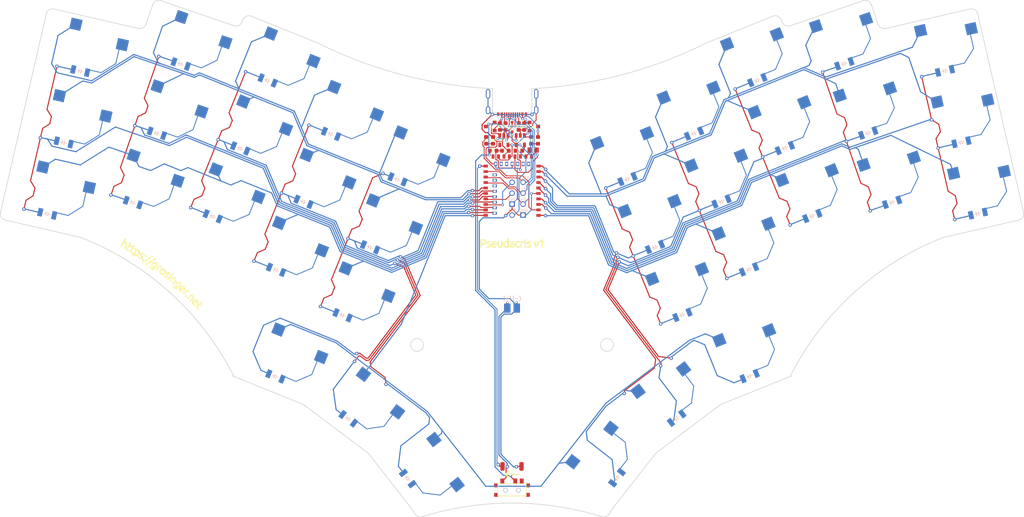
<source format=kicad_pcb>
(kicad_pcb (version 20211014) (generator pcbnew)
  (title_block (title "pseudacris") (rev "v1.0.0") (company "Unknown"))
  (layers (0 "F.Cu" signal) (31 "B.Cu" signal) (34 "B.Paste" user) (35 "F.Paste" user) (36 "B.SilkS" user "B.Silkscreen") (37 "F.SilkS" user "F.Silkscreen") (38 "B.Mask" user) (39 "F.Mask" user) (44 "Edge.Cuts" user))
  (net 0 "")
  (net 1 "GND")
  (net 2 "BATT")
  (net 3 "RESET")
  (net 4 "/P0.02")
  (net 5 "/P0.29")
  (net 6 "/P0.30")
  (net 7 "/P0.31")
  (net 8 "/P0.10")
  (net 9 "/P0.09")
  (net 10 "VBUS")
  (net 11 "VBAT")
  (net 12 "DATA+")
  (net 13 "DATA-")
  (net 14 "/P1.13")
  (net 15 "/P1.11")
  (net 16 "/P0.20")
  (net 17 "/P0.13")
  (net 18 "/P0.15")
  (net 19 "/P0.17")
  (net 20 "/P0.22")
  (net 21 "/P0.24")
  (net 22 "BLUE_LED")
  (net 23 "/P0.03")
  (net 24 "/P0.28")
  (net 25 "/P0.00")
  (net 26 "/P0.01")
  (net 27 "/P1.06")
  (net 28 "/P1.04")
  (net 29 "SWC")
  (net 30 "SWD")
  (net 31 "POWER_PIN")
  (net 32 "/P0.26")
  (net 33 "DCCH")
  (net 34 "CC2")
  (net 35 "CC1")
  (net 36 "EXT_VCC")
  (net 37 "Net-(D2-Pad1)")
  (net 38 "/P1.00")
  (net 39 "/P1.02")
  (net 40 "/P0.12")
  (net 41 "Net-(R5-Pad1)")
  (net 42 "BATTERY_PIN")
  (net 43 "Net-(R8-Pad2)")
  (net 44 "Net-(D1-Pad1)")
  (net 45 "Net-(D3-Pad1)")
  (net 46 "nRF_VDD")
  (net 47 "/P0.07")
  (net 48 "/P0.08")
  (net 49 "PROG")
  (net 50 "/P0.06")
  (footprint "E73:SPDT_C128955" (layer "F.Cu") (at 151.494967 142.712292 180)
    (fp_text reference "T1" hide)
    (fp_text value "" hide)
  )
  (footprint "PG1350" (layer "F.Cu") (at 120.126657 82.250414 -22)
    (fp_text reference "S14" hide)
    (fp_text value "" hide)
  )
  (footprint "PG1350" (layer "F.Cu") (at 212.959421 59.305438 22)
    (fp_text reference "S26" hide)
    (fp_text value "" hide)
  )
  (footprint "PG1350" (layer "F.Cu") (at 198.285955 71.705109 22)
    (fp_text reference "S29" hide)
    (fp_text value "" hide)
  )
  (footprint "PG1350" (layer "F.Cu") (at 204.809668 112.210747 22)
    (fp_text reference "S34" hide)
    (fp_text value "" hide)
  )
  (footprint "PG1350" (layer "F.Cu") (at 182.86328 82.250409 22)
    (fp_text reference "S32" hide)
    (fp_text value "" hide)
  )
  (footprint "PG1350" (layer "F.Cu") (at 64.957019 71.799715 -19)
    (fp_text reference "S4" hide)
    (fp_text value "" hide)
  )
  (footprint "Crystal:Crystal_SMD_MicroCrystal_CM9V-T1A-2Pin_1.6x1.0mm" (layer "F.Cu") (at 156.388576 63.814264)
    (fp_text reference "X1")
    (fp_text value "32768kHz")
  )
  (footprint "Resistor_SMD:R_0603_1608Metric" (layer "F.Cu") (at 154.338584 58.346269 -90)
    (fp_text reference "R9")
    (fp_text value "2M")
  )
  (footprint "PG1350" (layer "F.Cu") (at 96.398815 43.543309 -22)
    (fp_text reference "S9" hide)
    (fp_text value "" hide)
  )
  (footprint "PG1350" (layer "F.Cu") (at 189.23159 98.012546 22)
    (fp_text reference "S31" hide)
    (fp_text value "" hide)
  )
  (footprint "nrfmicro:USB-C_C168688" (layer "F.Cu") (at 151.515031 55.063016)
    (fp_text reference "J1" hide)
    (fp_text value "USB-C USB 2.0 MC-372")
  )
  (footprint "PG1350" (layer "F.Cu") (at 191.917649 55.942992 22)
    (fp_text reference "S30" hide)
    (fp_text value "" hide)
  )
  (footprint "nrfmicro:connector_usb" (layer "F.Cu") (at 154.050175 78.904266 180)
    (fp_text reference "J4" hide)
    (fp_text value "Conn_01x04")
  )
  (footprint "Package_TO_SOT_SMD:SOT-23" (layer "F.Cu") (at 156.554577 58.348769)
    (fp_text reference "Q2")
    (fp_text value "AO3407")
  )
  (footprint "PG1350" (layer "F.Cu") (at 130.713337 137.212299 -52)
    (fp_text reference "S18" hide)
    (fp_text value "" hide)
  )
  (footprint "PG1350" (layer "F.Cu") (at 44.625736 74.289995 -13)
    (fp_text reference "S1" hide)
    (fp_text value "" hide)
  )
  (footprint "LED_SMD:LED_0603_1608Metric" (layer "F.Cu") (at 145.488577 61.564268 90)
    (fp_text reference "D2")
    (fp_text value "BLUE")
  )
  (footprint "PG1350" (layer "F.Cu") (at 186.897363 122.569991 37)
    (fp_text reference "S35" hide)
    (fp_text value "" hide)
  )
  (footprint "PG1350" (layer "F.Cu") (at 232.498251 55.725897 19)
    (fp_text reference "S23" hide)
    (fp_text value "" hide)
  )
  (footprint "PG1350" (layer "F.Cu") (at 226.963592 39.652081 19)
    (fp_text reference "S24" hide)
    (fp_text value "" hide)
  )
  (footprint "Package_TO_SOT_SMD:SOT-23-5" (layer "F.Cu") (at 153.415184 61.521271 -90)
    (fp_text reference "U3")
    (fp_text value "TP4054")
  )
  (footprint "Package_TO_SOT_SMD:SOT-23-5" (layer "F.Cu") (at 149.605175 61.521269 -90)
    (fp_text reference "U2")
    (fp_text value "AP2112K-3.3")
  )
  (footprint "PG1350" (layer "F.Cu") (at 113.758339 98.012543 -22)
    (fp_text reference "S13" hide)
    (fp_text value "" hide)
  )
  (footprint "BatteryPads" (layer "F.Cu") (at 151.494963 100.488296)
    (fp_text reference "BT1" hide)
    (fp_text value "Battery_Cell")
  )
  (footprint "LED_SMD:LED_0603_1608Metric" (layer "F.Cu") (at 157.513578 61.564264 90)
    (fp_text reference "D3")
    (fp_text value "RED")
  )
  (footprint "Resistor_SMD:R_0603_1608Metric" (layer "F.Cu") (at 149.986184 58.34627 -90)
    (fp_text reference "R2")
    (fp_text value "5.1K")
  )
  (footprint "PG1350" (layer "F.Cu") (at 116.092552 122.569995 -37)
    (fp_text reference "S17" hide)
    (fp_text value "" hide)
  )
  (footprint "PG1350" (layer "F.Cu") (at 126.49497 66.488291 -22)
    (fp_text reference "S15" hide)
    (fp_text value "" hide)
  )
  (footprint "Package_TO_SOT_SMD:SOT-23" (layer "F.Cu") (at 146.458075 58.348764 180)
    (fp_text reference "Q1")
    (fp_text value "AO3407" hide)
  )
  (footprint "PG1350" (layer "F.Cu") (at 104.703977 71.705105 -22)
    (fp_text reference "S11" hide)
    (fp_text value "" hide)
  )
  (footprint "Resistor_SMD:R_0603_1608Metric" (layer "F.Cu") (at 153.034181 58.346265 -90)
    (fp_text reference "R3")
    (fp_text value "5.1K")
  )
  (footprint "PG1350" (layer "F.Cu") (at 98.335656 87.467236 -22)
    (fp_text reference "S10" hide)
    (fp_text value "" hide)
  )
  (footprint "Resistor_SMD:R_0603_1608Metric" (layer "F.Cu") (at 148.716178 58.34627 -90)
    (fp_text reference "R1")
    (fp_text value "100K")
  )
  (footprint "PG1350" (layer "F.Cu") (at 48.449899 57.725709 -13)
    (fp_text reference "S2" hide)
    (fp_text value "" hide)
  )
  (footprint "Resistor_SMD:R_0603_1608Metric" (layer "F.Cu") (at 149.963582 63.964265)
    (fp_text reference "R7")
    (fp_text value "2M")
  )
  (footprint "Resistor_SMD:R_0603_1608Metric" (layer "F.Cu") (at 147.12608 63.964264)
    (fp_text reference "R6")
    (fp_text value "820K")
  )
  (footprint "PG1350" (layer "F.Cu") (at 258.364187 74.28999 13)
    (fp_text reference "S19" hide)
    (fp_text value "" hide)
  )
  (footprint "PG1350" (layer "F.Cu") (at 98.180271 112.210747 -22)
    (fp_text reference "S16" hide)
    (fp_text value "" hide)
  )
  (footprint "PG1350" (layer "F.Cu") (at 70.491677 55.725899 -19)
    (fp_text reference "S5" hide)
    (fp_text value "" hide)
  )
  (footprint "PG1350" (layer "F.Cu") (at 254.540031 57.725708 13)
    (fp_text reference "S20" hide)
    (fp_text value "" hide)
  )
  (footprint "Resistor_SMD:R_0603_1608Metric" (layer "F.Cu") (at 155.938581 61.564266 90)
    (fp_text reference "R8")
    (fp_text value "1K")
  )
  (footprint "PG1350" (layer "F.Cu") (at 176.494961 66.488294 22)
    (fp_text reference "S33" hide)
    (fp_text value "" hide)
  )
  (footprint "PG1350" (layer "F.Cu") (at 52.274066 41.161417 -13)
    (fp_text reference "S3" hide)
    (fp_text value "" hide)
  )
  (footprint "PG1350" (layer "F.Cu") (at 250.715862 41.161414 13)
    (fp_text reference "S21" hide)
    (fp_text value "" hide)
  )
  (footprint "nrfmicro:E73-2G4M08S1C-52840" (layer "F.Cu") (at 151.508579 64.934268 -90)
    (fp_text reference "U1" hide)
    (fp_text value "E73-2G4M08S1C" hide)
  )
  (footprint "PG1350" (layer "F.Cu") (at 219.327734 75.067564 22)
    (fp_text reference "S25" hide)
    (fp_text value "" hide)
  )
  (footprint "PG1350" (layer "F.Cu") (at 90.03051 59.305442 -22)
    (fp_text reference "S8" hide)
    (fp_text value "" hide)
  )
  (footprint "PG1350" (layer "F.Cu") (at 76.026327 39.652082 -19)
    (fp_text reference "S6" hide)
    (fp_text value "" hide)
  )
  (footprint "TwoLeadButton" (layer "F.Cu") (at 151.494967 137.212292)
    (fp_text reference "B1" hide)
    (fp_text value "Button")
  )
  (footprint "Diode_SMD:D_SOD-323F" (layer "F.Cu") (at 151.51018 58.466265 -90)
    (fp_text reference "D1")
    (fp_text value "1N5819")
  )
  (footprint "PG1350" (layer "F.Cu") (at 111.072282 55.942983 -22)
    (fp_text reference "S12" hide)
    (fp_text value "" hide)
  )
  (footprint "Resistor_SMD:R_0603_1608Metric" (layer "F.Cu") (at 153.063577 63.964263 180)
    (fp_text reference "R5")
    (fp_text value "RPROG")
  )
  (footprint "PG1350" (layer "F.Cu") (at 238.032909 71.799718 19)
    (fp_text reference "S22" hide)
    (fp_text value "" hide)
  )
  (footprint "nrfmicro:connector_swd" (layer "F.Cu") (at 151.510178 78.904275 180)
    (fp_text reference "J2" hide)
    (fp_text value "Conn_01x04")
  )
  (footprint "PG1350" (layer "F.Cu") (at 83.662191 75.067565 -22)
    (fp_text reference "S7" hide)
    (fp_text value "" hide)
  )
  (footprint "PG1350" (layer "F.Cu") (at 204.654269 87.467232 22)
    (fp_text reference "S28" hide)
    (fp_text value "" hide)
  )
  (footprint "PG1350" (layer "F.Cu") (at 206.591107 43.543311 22)
    (fp_text reference "S27" hide)
    (fp_text value "" hide)
  )
  (footprint "Resistor_SMD:R_0603_1608Metric" (layer "F.Cu") (at 147.088578 61.564266 90)
    (fp_text reference "R4")
    (fp_text value "1K")
  )
  (footprint "PG1350" (layer "F.Cu") (at 172.276593 137.212299 52)
    (fp_text reference "S36" hide)
    (fp_text value "" hide)
  )
  (gr_poly (pts (xy 150.683306 86.313579) (xy 150.664375 86.31985) (xy 150.644182 86.326041) (xy 150.622727 86.332154) (xy 150.600011 86.338187) (xy 150.576033 86.344142) (xy 150.550794 86.350018) (xy 150.524293 86.355815) (xy 150.496531 86.361534) (xy 150.467189 86.366858) (xy 150.435954 86.371472) (xy 150.402826 86.375377) (xy 150.367805 86.378571) (xy 150.330892 86.381056) (xy 150.292086 86.382831) (xy 150.251387 86.383895) (xy 150.208796 86.38425) (xy 150.173223 86.38354) (xy 150.138439 86.381411) (xy 150.121343 86.379813) (xy 150.104444 86.377861) (xy 150.087742 86.375554) (xy 150.071237 86.372892) (xy 150.05493 86.369875) (xy 150.03882 86.366503) (xy 150.022907 86.362776) (xy 150.007191 86.358694) (xy 149.991672 86.354257) (xy 149.976351 86.349466) (xy 149.961226 86.344319) (xy 149.946299 86.338817) (xy 149.931905 86.332666) (xy 149.917747 86.326198) (xy 149.903826 86.319416) (xy 149.890141 86.312317) (xy 149.876693 86.304903) (xy 149.863482 86.297173) (xy 149.850507 86.289128) (xy 149.837769 86.280768) (xy 149.825267 86.272091) (xy 149.813002 86.263099) (xy 149.800974 86.253792) (xy 149.789182 86.244169) (xy 149.777626 86.234231) (xy 149.766307 86.223977) (xy 149.755225 86.213407) (xy 149.744379 86.202522) (xy 149.734106 86.191332) (xy 149.724109 86.179846) (xy 149.714388 86.168064) (xy 149.704943 86.155987) (xy 149.695774 86.143613) (xy 149.686881 86.130944) (xy 149.678264 86.117979) (xy 149.669923 86.104718) (xy 149.661858 86.091162) (xy 149.654069 86.077309) (xy 149.646556 86.063161) (xy 149.639319 86.048717) (xy 149.632358 86.033977) (xy 149.625673 86.018942) (xy 149.619264 86.00361) (xy 149.613131 85.987983) (xy 149.60763 85.97208) (xy 149.602484 85.955921) (xy 149.597693 85.939505) (xy 149.593256 85.922833) (xy 149.589175 85.905904) (xy 149.585448 85.88872) (xy 149.582076 85.871279) (xy 149.57906 85.853581) (xy 149.576398 85.835627) (xy 149.574091 85.817417) (xy 149.572138 85.798951) (xy 149.570541 85.780228) (xy 149.569299 85.761249) (xy 149.568412 85.742014) (xy 149.567879 85.722522) (xy 149.567702 85.702774) (xy 149.741858 85.702774) (xy 149.742361 85.734491) (xy 149.743869 85.765282) (xy 149.746383 85.795146) (xy 149.749903 85.824083) (xy 149.754429 85.852093) (xy 149.75996 85.879176) (xy 149.766496 85.905333) (xy 149.774039 85.930563) (xy 149.782587 85.954866) (xy 149.79214 85.978243) (xy 149.8027 86.000693) (xy 149.814265 86.022216) (xy 149.826835 86.042812) (xy 149.840412 86.062482) (xy 149.854993 86.081224) (xy 149.870581 86.099041) (xy 149.886997 86.115545) (xy 149.904063 86.130984) (xy 149.92178 86.145359) (xy 149.940148 86.158669) (xy 149.959167 86.170915) (xy 149.978836 86.182095) (xy 149.999156 86.192211) (xy 150.020127 86.201262) (xy 150.041749 86.209248) (xy 150.064021 86.216169) (xy 150.086944 86.222026) (xy 150.110518 86.226817) (xy 150.134743 86.230544) (xy 150.159618 86.233206) (xy 150.185144 86.234804) (xy 150.211321 86.235336) (xy 150.240859 86.235178) (xy 150.268899 86.234705) (xy 150.29544 86.233915) (xy 150.320483 86.232811) (xy 150.344027 86.231391) (xy 150.366073 86.229655) (xy 150.38662 86.227604) (xy 150.405669 86.225238) (xy 150.424007 86.222084) (xy 150.441162 86.218929) (xy 150.457135 86.215774) (xy 150.471924 86.212619) (xy 150.48553 86.209464) (xy 150.497952 86.20631) (xy 150.509192 86.203155) (xy 150.519247 86.2) (xy 150.519247 85.286316) (xy 150.51337 85.281859) (xy 150.507099 85.277323) (xy 150.500433 85.272709) (xy 150.493374 85.268016) (xy 150.485921 85.263244) (xy 150.478073 85.258393) (xy 150.469832 85.253463) (xy 150.461195 85.248455) (xy 150.452796 85.243446) (xy 150.444002 85.238516) (xy 150.434814 85.233665) (xy 150.425231 85.228893) (xy 150.415254 85.2242) (xy 150.404883 85.219586) (xy 150.394117 85.215051) (xy 150.382956 85.210594) (xy 150.371481 85.206296) (xy 150.359768 85.202235) (xy 150.347819 85.19841) (xy 150.335632 85.194821) (xy 150.323209 85.191469) (xy 150.310549 85.188353) (xy 150.297652 85.185474) (xy 150.284518 85.18283) (xy 150.271188 85.179873) (xy 150.257701 85.17731) (xy 150.244055 85.175141) (xy 150.230252 85.173367) (xy 150.216291 85.171986) (xy 150.202172 85.171) (xy 150.187895 85.170409) (xy 150.17346 85.170211) (xy 150.158464 85.170379) (xy 150.143764 85.170882) (xy 150.129359 85.17172) (xy 150.115251 85.172893) (xy 150.101438 85.174401) (xy 150.087921 85.176245) (xy 150.0747 85.178424) (xy 150.061774 85.180938) (xy 150.049145 85.183787) (xy 150.036811 85.186972) (xy 150.024773 85.190491) (xy 150.013031 85.194346) (xy 150.001584 85.198537) (xy 149.990433 85.203062) (xy 149.979578 85.207923) (xy 149.969019 85.213119) (xy 149.959041 85.218601) (xy 149.9493 85.22432) (xy 149.939795 85.230275) (xy 149.930526 85.236467) (xy 149.921495 85.242895) (xy 149.9127 85.24956) (xy 149.904142 85.256461) (xy 149.895821 85.2636) (xy 149.887736 85.270974) (xy 149.879888 85.278586) (xy 149.872276 85.286434) (xy 149.864902 85.294518) (xy 149.857764 85.30284) (xy 149.850863 85.311397) (xy 149.844198 85.320192) (xy 149.837771 85.329223) (xy 149.831569 85.338166) (xy 149.825585 85.347325) (xy 149.819817 85.356701) (xy 149.814266 85.366294) (xy 149.808932 85.376104) (xy 149.803815 85.386131) (xy 149.798915 85.396375) (xy 149.794232 85.406835) (xy 149.789766 85.417513) (xy 149.785517 85.428407) (xy 149.781485 85.439518) (xy 149.77767 85.450846) (xy 149.774071 85.462392) (xy 149.77069 85.474154) (xy 149.767526 85.486133) (xy 149.764578 85.498329) (xy 149.759254 85.522504) (xy 149.754639 85.547074) (xy 149.750734 85.572038) (xy 149.747539 85.597397) (xy 149.745054 85.62315) (xy 149.743278 85.649297) (xy 149.742213 85.675838) (xy 149.741858 85.702774) (xy 149.567702 85.702774) (xy 149.568293 85.665939) (xy 149.570068 85.629893) (xy 149.573027 85.594636) (xy 149.577168 85.560168) (xy 149.582492 85.526489) (xy 149.589 85.493598) (xy 149.59669 85.461496) (xy 149.605563 85.430183) (xy 149.610748 85.414546) (xy 149.61621 85.399185) (xy 149.621948 85.384101) (xy 149.627962 85.369292) (xy 149.634252 85.354759) (xy 149.640819 85.340503) (xy 149.647661 85.326522) (xy 149.65478 85.312818) (xy 149.662174 85.299389) (xy 149.669845 85.286237) (xy 149.677792 85.273361) (xy 149.686015 85.26076) (xy 149.694514 85.248436) (xy 149.703289 85.236388) (xy 149.71234 85.224615) (xy 149.721667 85.213119) (xy 149.73126 85.201919) (xy 149.741109 85.191034) (xy 149.751215 85.180464) (xy 149.761577 85.17021) (xy 149.772196 85.160272) (xy 149.783071 85.150649) (xy 149.794202 85.141342) (xy 149.80559 85.13235) (xy 149.817234 85.123674) (xy 149.829134 85.115313) (xy 149.841291 85.107268) (xy 149.853704 85.099539) (xy 149.866373 85.092125) (xy 149.879299 85.085027) (xy 149.892482 85.078244) (xy 149.90592 85.071777) (xy 149.91992 85.065664) (xy 149.934157 85.059946) (xy 149.94863 85.054622) (xy 149.96334 85.049692) (xy 149.978287 85.045157) (xy 149.99347 85.041016) (xy 150.00889 85.037269) (xy 150.024547 85.033917) (xy 150.04044 85.030959) (xy 150.05657 85.028396) (xy 150.072937 85.026227) (xy 150.08954 85.024452) (xy 150.10638 85.023072) (xy 150.123457 85.022086) (xy 150.14077 85.021494) (xy 150.15832 85.021297) (xy 150.189948 85.021889) (xy 150.220473 85.023663) (xy 150.235321 85.024994) (xy 150.249893 85.026621) (xy 150.264189 85.028543) (xy 150.278209 85.030761) (xy 150.291952 85.033275) (xy 150.30542 85.036085) (xy 150.318612 85.03919) (xy 150.331528 85.042592) (xy 150.344168 85.046289) (xy 150.356531 85.050281) (xy 150.368619 85.05457) (xy 150.380431 85.059154) (xy 150.403579 85.067949) (xy 150.425072 85.076666) (xy 150.444908 85.085303) (xy 150.463089 85.093861) (xy 150.479613 85.10234) (xy 150.494482 85.110741) (xy 150.507695 85.119062) (xy 150.51368 85.123193) (xy 150.519251 85.127304) (xy 150.519251 84.425636) (xy 150.68331 84.395347)) (layer "F.SilkS") (width 0.2) (fill solid))
  (gr_poly (pts (xy 75.187722 95.398106) (xy 75.201969 95.398699) (xy 75.216083 95.399657) (xy 75.230063 95.400979) (xy 75.243909 95.402666) (xy 75.257622 95.404718) (xy 75.271202 95.407134) (xy 75.284648 95.409915) (xy 75.297961 95.413061) (xy 75.31114 95.416572) (xy 75.324186 95.420447) (xy 75.337098 95.424686) (xy 75.349877 95.429291) (xy 75.362522 95.43426) (xy 75.375444 95.439539) (xy 75.38816 95.445086) (xy 75.400672 95.450901) (xy 75.412979 95.456985) (xy 75.425081 95.463337) (xy 75.436978 95.469957) (xy 75.44867 95.476845) (xy 75.460158 95.484002) (xy 75.47144 95.491427) (xy 75.482518 95.49912) (xy 75.49339 95.507081) (xy 75.504058 95.515311) (xy 75.514521 95.523809) (xy 75.524779 95.532576) (xy 75.534833 95.54161) (xy 75.544681 95.550913) (xy 75.565512 95.571935) (xy 75.58494 95.593299) (xy 75.602964 95.615007) (xy 75.619586 95.637059) (xy 75.634805 95.659453) (xy 75.648622 95.682191) (xy 75.661035 95.705272) (xy 75.672045 95.728697) (xy 75.681652 95.752465) (xy 75.689857 95.776576) (xy 75.696658 95.801031) (xy 75.702057 95.825829) (xy 75.706052 95.85097) (xy 75.708645 95.876455) (xy 75.709835 95.902283) (xy 75.709621 95.928454) (xy 75.70807 95.9551) (xy 75.704792 95.981913) (xy 75.699788 96.008893) (xy 75.693057 96.036041) (xy 75.684599 96.063356) (xy 75.674415 96.090838) (xy 75.662505 96.118488) (xy 75.648868 96.146304) (xy 75.633505 96.174288) (xy 75.616415 96.20244) (xy 75.597599 96.230758) (xy 75.577057 96.259244) (xy 75.554788 96.287897) (xy 75.530793 96.316718) (xy 75.505071 96.345706) (xy 75.477623 96.374861) (xy 75.474081 96.37846) (xy 75.470484 96.382004) (xy 75.46683 96.385494) (xy 75.46312 96.388929) (xy 75.459353 96.392309) (xy 75.45553 96.395634) (xy 75.451651 96.398905) (xy 75.447716 96.402121) (xy 75.444203 96.405691) (xy 75.440688 96.40915) (xy 75.437172 96.412498) (xy 75.433655 96.415734) (xy 75.430135 96.418858) (xy 75.426615 96.421871) (xy 75.423093 96.424772) (xy 75.419571 96.427561) (xy 74.761368 95.790213) (xy 74.74179 95.812373) (xy 74.723397 95.834473) (xy 74.706188 95.856511) (xy 74.690164 95.878488) (xy 74.675324 95.900405) (xy 74.661668 95.92226) (xy 74.649196 95.944055) (xy 74.637909 95.965789) (xy 74.627806 95.987461) (xy 74.618888 96.009073) (xy 74.611154 96.030624) (xy 74.604604 96.052114) (xy 74.599238 96.073543) (xy 74.595057 96.094911) (xy 74.59206 96.116218) (xy 74.590248 96.137465) (xy 74.589745 96.158677) (xy 74.590679 96.179879) (xy 74.593048 96.201073) (xy 74.596855 96.222257) (xy 74.602097 96.243432) (xy 74.608776 96.264598) (xy 74.616891 96.285754) (xy 74.626442 96.306901) (xy 74.637429 96.328039) (xy 74.649853 96.349168) (xy 74.663713 96.370288) (xy 74.679009 96.391398) (xy 74.695741 96.412499) (xy 74.713909 96.433592) (xy 74.733514 96.454675) (xy 74.754555 96.475748) (xy 74.778231 96.498125) (xy 74.801209 96.518728) (xy 74.82349 96.537558) (xy 74.845072 96.554614) (xy 74.855602 96.562477) (xy 74.865957 96.569896) (xy 74.876137 96.576873) (xy 74.886143 96.583405) (xy 74.895975 96.589494) (xy 74.905632 96.59514) (xy 74.915115 96.600342) (xy 74.924423 96.605101) (xy 74.942301 96.613793) (xy 74.959051 96.621723) (xy 74.974674 96.628891) (xy 74.989168 96.635295) (xy 75.002534 96.640937) (xy 75.014773 96.645816) (xy 75.025883 96.649932) (xy 75.035866 96.653284) (xy 74.959305 96.775896) (xy 74.954179 96.774483) (xy 74.948659 96.77277) (xy 74.942742 96.770757) (xy 74.936431 96.768444) (xy 74.922621 96.762918) (xy 74.907229 96.756193) (xy 74.890255 96.748268) (xy 74.871699 96.739143) (xy 74.851561 96.728819) (xy 74.829841 96.717295) (xy 74.818791 96.711275) (xy 74.807694 96.704906) (xy 74.796549 96.69819) (xy 74.785356 96.691126) (xy 74.774116 96.683714) (xy 74.762828 96.675954) (xy 74.751493 96.667846) (xy 74.740111 96.65939) (xy 74.728681 96.650587) (xy 74.717203 96.641435) (xy 74.694105 96.622088) (xy 74.670817 96.601349) (xy 74.647339 96.579218) (xy 74.632205 96.564291) (xy 74.617629 96.549354) (xy 74.603611 96.534408) (xy 74.59015 96.519453) (xy 74.577247 96.504489) (xy 74.564902 96.489516) (xy 74.553115 96.474533) (xy 74.541885 96.459542) (xy 74.531212 96.444542) (xy 74.521098 96.429532) (xy 74.511541 96.414514) (xy 74.502542 96.399486) (xy 74.4941 96.384449) (xy 74.486216 96.369404) (xy 74.47889 96.354349) (xy 74.472122 96.339285) (xy 74.465862 96.324221) (xy 74.460062 96.309163) (xy 74.454722 96.294112) (xy 74.449843 96.279067) (xy 74.445424 96.264029) (xy 74.441466 96.248997) (xy 74.437967 96.233972) (xy 74.434929 96.218953) (xy 74.432351 96.203941) (xy 74.430234 96.188936) (xy 74.428577 96.173937) (xy 74.42738 96.158944) (xy 74.426644 96.143958) (xy 74.426367 96.128979) (xy 74.426552 96.114006) (xy 74.427196 96.099039) (xy 74.428281 96.084101) (xy 74.429784 96.069211) (xy 74.431707 96.05437) (xy 74.434049 96.039579) (xy 74.43681 96.024836) (xy 74.439991 96.010143) (xy 74.44359 95.995498) (xy 74.447609 95.980903) (xy 74.452046 95.966357) (xy 74.456903 95.951859) (xy 74.462179 95.937411) (xy 74.467875 95.923012) (xy 74.473989 95.908663) (xy 74.480522 95.894362) (xy 74.487475 95.88011) (xy 74.494846 95.865908) (xy 74.502808 95.851535) (xy 74.511091 95.837227) (xy 74.519696 95.822983) (xy 74.528622 95.808803) (xy 74.53787 95.794688) (xy 74.547441 95.780638) (xy 74.567546 95.752731) (xy 74.588939 95.725082) (xy 74.611619 95.697691) (xy 74.614824 95.694064) (xy 74.861549 95.694064) (xy 75.398269 96.213721) (xy 75.415106 96.194945) (xy 75.430967 96.176212) (xy 75.445852 96.157524) (xy 75.459762 96.138878) (xy 75.472697 96.120277) (xy 75.484656 96.101719) (xy 75.495639 96.083204) (xy 75.505647 96.064733) (xy 75.514679 96.046306) (xy 75.522736 96.027922) (xy 75.529818 96.009582) (xy 75.535924 95.991286) (xy 75.541055 95.973033) (xy 75.54521 95.954823) (xy 75.54839 95.936658) (xy 75.550594 95.918536) (xy 75.551789 95.900548) (xy 75.551942 95.882786) (xy 75.551052 95.86525) (xy 75.549121 95.84794) (xy 75.546147 95.830856) (xy 75.542131 95.813998) (xy 75.537073 95.797366) (xy 75.530973 95.78096) (xy 75.523831 95.764781) (xy 75.515647 95.748827) (xy 75.50642 95.733099) (xy 75.496152 95.717597) (xy 75.484841 95.702322) (xy 75.472488 95.687272) (xy 75.459093 95.672448) (xy 75.444656 95.657851) (xy 75.436677 95.650316) (xy 75.428605 95.643076) (xy 75.42044 95.63613) (xy 75.412182 95.629479) (xy 75.403831 95.623122) (xy 75.395388 95.617059) (xy 75.386851 95.611291) (xy 75.378222 95.605817) (xy 75.3695 95.600638) (xy 75.360685 95.595753) (xy 75.351777 95.591162) (xy 75.342776 95.586866) (xy 75.333682 95.582865) (xy 75.324496 95.579158) (xy 75.315216 95.575745) (xy 75.305843 95.572626) (xy 75.296624 95.569986) (xy 75.287353 95.56757) (xy 75.278029 95.565379) (xy 75.268654 95.563411) (xy 75.259226 95.561668) (xy 75.249747 95.560149) (xy 75.240215 95.558855) (xy 75.230631 95.557784) (xy 75.220995 95.556938) (xy 75.211307 95.556317) (xy 75.201566 95.55592) (xy 75.191774 95.555747) (xy 75.181929 95.555798) (xy 75.172031 95.556074) (xy 75.162082 95.556574) (xy 75.15208 95.557299) (xy 75.142501 95.558234) (xy 75.132926 95.559393) (xy 75.123354 95.560775) (xy 75.113786 95.562379) (xy 75.104221 95.564207) (xy 75.09466 95.566258) (xy 75.085102 95.568532) (xy 75.075548 95.571029) (xy 75.065997 95.573748) (xy 75.056451 95.576691) (xy 75.046907 95.579857) (xy 75.037368 95.583246) (xy 75.027831 95.586858) (xy 75.018299 95.590693) (xy 75.00877 95.594751) (xy 74.999244 95.599032) (xy 74.980825 95.608588) (xy 74.96275 95.618808) (xy 74.94502 95.629691) (xy 74.927636 95.641239) (xy 74.910597 95.65345) (xy 74.893902 95.666325) (xy 74.877553 95.679862) (xy 74.861549 95.694064) (xy 74.614824 95.694064) (xy 74.635587 95.670558) (xy 74.660843 95.643683) (xy 74.660831 95.643694) (xy 74.675766 95.62854) (xy 74.690723 95.613901) (xy 74.705703 95.599777) (xy 74.720705 95.58617) (xy 74.735729 95.573078) (xy 74.750775 95.560501) (xy 74.765843 95.54844) (xy 74.780934 95.536895) (xy 74.796047 95.525865) (xy 74.811182 95.515351) (xy 74.82634 95.505353) (xy 74.84152 95.49587) (xy 74.856722 95.486903) (xy 74.871946 95.478451) (xy 74.887193 95.470515) (xy 74.902462 95.463095) (xy 74.93376 95.449538) (xy 74.949292 95.443347) (xy 74.964748 95.437547) (xy 74.980126 95.43214) (xy 74.995426 95.427124) (xy 75.01065 95.422501) (xy 75.025796 95.418269) (xy 75.040864 95.414428) (xy 75.055856 95.41098) (xy 75.07077 95.407923) (xy 75.085606 95.405258) (xy 75.100366 95.402985) (xy 75.115048 95.401103) (xy 75.129652 95.399614) (xy 75.14418 95.398516) (xy 75.158828 95.398015) (xy 75.173342 95.397878)) (layer "F.SilkS") (width 0.2) (fill solid))
  (gr_poly (pts (xy 151.513702 85.018772) (xy 151.513701 85.018772) (xy 151.513705 85.018772)) (layer "F.SilkS") (width 0.2) (fill solid))
  (gr_poly (pts (xy 76.148417 96.260873) (xy 76.16607 96.268707) (xy 76.184782 96.277602) (xy 76.204554 96.287556) (xy 76.225386 96.298569) (xy 76.247277 96.310643) (xy 76.270228 96.323776) (xy 76.294239 96.337969) (xy 76.30678 96.345324) (xy 76.31942 96.35311) (xy 76.332157 96.361329) (xy 76.344992 96.369981) (xy 76.357924 96.379065) (xy 76.370955 96.388581) (xy 76.384083 96.398529) (xy 76.397308 96.408909) (xy 76.424052 96.430967) (xy 76.451187 96.454753) (xy 76.478711 96.480267) (xy 76.506626 96.50751) (xy 76.506622 96.507513) (xy 76.520651 96.521817) (xy 76.534178 96.536176) (xy 76.547202 96.550592) (xy 76.559724 96.565065) (xy 76.571744 96.579593) (xy 76.583261 96.594178) (xy 76.594276 96.608818) (xy 76.60479 96.623514) (xy 76.614995 96.638182) (xy 76.624197 96.651846) (xy 76.632396 96.664506) (xy 76.639591 96.676162) (xy 76.645782 96.686815) (xy 76.650969 96.696463) (xy 76.655153 96.705108) (xy 76.658333 96.712748) (xy 76.53519 96.789496) (xy 76.53418 96.7867) (xy 76.532932 96.783667) (xy 76.531447 96.780398) (xy 76.529725 96.776891) (xy 76.527766 96.773147) (xy 76.52557 96.769167) (xy 76.523137 96.764949) (xy 76.520466 96.760495) (xy 76.514414 96.750875) (xy 76.507414 96.740307) (xy 76.499466 96.728792) (xy 76.49057 96.71633) (xy 76.486185 96.709784) (xy 76.481507 96.703084) (xy 76.471272 96.689225) (xy 76.459866 96.674752) (xy 76.447289 96.659665) (xy 76.433541 96.643966) (xy 76.418621 96.627653) (xy 76.402531 96.610727) (xy 76.385269 96.593188) (xy 76.366807 96.575062) (xy 76.348903 96.558163) (xy 76.331556 96.542491) (xy 76.314768 96.528047) (xy 76.298538 96.51483) (xy 76.282866 96.502839) (xy 76.267752 96.492075) (xy 76.253196 96.482539) (xy 76.239893 96.474478) (xy 76.22765 96.467256) (xy 76.216467 96.46087) (xy 76.206344 96.455321) (xy 76.197281 96.450609) (xy 76.189278 96.446733) (xy 76.182335 96.443694) (xy 76.176452 96.441492) (xy 75.368 97.25001) (xy 75.251987 97.134005) (xy 76.131824 96.254099)) (layer "F.SilkS") (width 0.2) (fill solid))
  (gr_poly (pts (xy 69.768731 90.640374) (xy 69.787195 90.646038) (xy 69.806839 90.652625) (xy 69.827662 90.660136) (xy 69.849665 90.668569) (xy 69.872849 90.677927) (xy 69.897211 90.688208) (xy 69.922754 90.699412) (xy 69.936089 90.705207) (xy 69.949572 90.711419) (xy 69.963204 90.718049) (xy 69.976985 90.725096) (xy 70.004993 90.740444) (xy 70.033596 90.757461) (xy 70.062794 90.776148) (xy 70.092586 90.796504) (xy 70.122974 90.818531) (xy 70.153957 90.842226) (xy 70.153953 90.842226) (xy 70.169596 90.854744) (xy 70.184748 90.867377) (xy 70.199408 90.880127) (xy 70.213577 90.892991) (xy 70.227254 90.905972) (xy 70.240439 90.919067) (xy 70.253133 90.932278) (xy 70.265335 90.945605) (xy 70.277229 90.958942) (xy 70.288005 90.971403) (xy 70.297664 90.982987) (xy 70.306206 90.993694) (xy 70.313631 91.003525) (xy 70.319939 91.01248) (xy 70.32513 91.020559) (xy 70.327307 91.02427) (xy 70.329204 91.027762) (xy 70.21616 91.118735) (xy 70.214822 91.116081) (xy 70.21322 91.113221) (xy 70.211354 91.110154) (xy 70.209224 91.106879) (xy 70.20683 91.103398) (xy 70.204173 91.09971) (xy 70.201251 91.095815) (xy 70.198066 91.091714) (xy 70.194616 91.087405) (xy 70.190903 91.08289) (xy 70.182686 91.073238) (xy 70.173413 91.06276) (xy 70.163086 91.051455) (xy 70.157946 91.045481) (xy 70.152497 91.039391) (xy 70.146739 91.033183) (xy 70.140672 91.026859) (xy 70.127611 91.013859) (xy 70.113313 91.000391) (xy 70.09778 90.986456) (xy 70.08101 90.972053) (xy 70.063003 90.957182) (xy 70.04376 90.941843) (xy 70.023256 90.926065) (xy 70.003454 90.911438) (xy 69.984352 90.897962) (xy 69.965951 90.885637) (xy 69.948251 90.874463) (xy 69.931253 90.86444) (xy 69.914957 90.855569) (xy 69.899362 90.847849) (xy 69.885189 90.841446) (xy 69.872168 90.835746) (xy 69.8603 90.830749) (xy 69.849585 90.826455) (xy 69.840022 90.822865) (xy 69.831611 90.819979) (xy 69.824353 90.817796) (xy 69.818247 90.816317) (xy 69.112699 91.716036) (xy 68.983598 91.614798) (xy 69.751447 90.635634)) (layer "F.SilkS") (width 0.2) (fill solid))
  (gr_poly (pts (xy 77.203014 97.311358) (xy 77.221082 97.322696) (xy 77.240351 97.33507) (xy 77.260821 97.348478) (xy 77.305362 97.378397) (xy 77.354706 97.412455) (xy 77.380892 97.43142) (xy 77.407703 97.452187) (xy 77.435136 97.474754) (xy 77.463194 97.499123) (xy 77.491875 97.525293) (xy 77.52118 97.553263) (xy 77.551108 97.583035) (xy 77.581661 97.614607) (xy 77.594227 97.628072) (xy 77.606278 97.641481) (xy 77.617815 97.654836) (xy 77.628837 97.668136) (xy 77.639345 97.681381) (xy 77.649338 97.694572) (xy 77.658816 97.707707) (xy 77.66778 97.720788) (xy 77.676229 97.733814) (xy 77.684163 97.746785) (xy 77.691583 97.759701) (xy 77.698488 97.772562) (xy 77.704879 97.785368) (xy 77.710755 97.79812) (xy 77.716116 97.810816) (xy 77.720962 97.823458) (xy 77.725547 97.836281) (xy 77.729686 97.849065) (xy 77.73338 97.861809) (xy 77.736628 97.874514) (xy 77.739432 97.88718) (xy 77.741789 97.899807) (xy 77.743702 97.912395) (xy 77.745169 97.924944) (xy 77.746191 97.937453) (xy 77.746767 97.949923) (xy 77.746898 97.962354) (xy 77.746583 97.974746) (xy 77.745823 97.987098) (xy 77.744618 97.999412) (xy 77.742967 98.011686) (xy 77.740871 98.02392) (xy 77.73881 98.036134) (xy 77.736373 98.048324) (xy 77.73356 98.060491) (xy 77.730371 98.072635) (xy 77.726806 98.084755) (xy 77.722866 98.096852) (xy 77.718549 98.108926) (xy 77.713857 98.120976) (xy 77.708789 98.133003) (xy 77.703344 98.145006) (xy 77.697524 98.156986) (xy 77.691328 98.168942) (xy 77.684756 98.180875) (xy 77.677808 98.192784) (xy 77.670484 98.20467) (xy 77.662784 98.216532) (xy 77.646478 98.240191) (xy 77.629114 98.263768) (xy 77.610692 98.287262) (xy 77.591213 98.310674) (xy 77.570675 98.334002) (xy 77.549079 98.357248) (xy 77.526424 98.38041) (xy 77.502712 98.40349) (xy 76.973987 98.906012) (xy 76.860966 98.787096) (xy 77.351269 98.321093) (xy 77.375721 98.297417) (xy 77.398766 98.274207) (xy 77.420405 98.251463) (xy 77.440638 98.229186) (xy 77.459463 98.207376) (xy 77.476882 98.186033) (xy 77.492894 98.165157) (xy 77.507499 98.144747) (xy 77.514493 98.134903) (xy 77.521137 98.125092) (xy 77.527432 98.115314) (xy 77.533377 98.105569) (xy 77.538972 98.095858) (xy 77.544218 98.086179) (xy 77.549115 98.076533) (xy 77.553662 98.06692) (xy 77.55786 98.05734) (xy 77.561708 98.047793) (xy 77.565206 98.038279) (xy 77.568356 98.028798) (xy 77.571155 98.01935) (xy 77.573605 98.009934) (xy 77.575706 98.000551) (xy 77.577457 97.991202) (xy 77.579065 97.982105) (xy 77.580311 97.973028) (xy 77.581194 97.963969) (xy 77.581715 97.95493) (xy 77.581873 97.945909) (xy 77.581668 97.936907) (xy 77.581101 97.927924) (xy 77.580171 97.91896) (xy 77.578879 97.910015) (xy 77.577224 97.901088) (xy 77.575206 97.892181) (xy 77.572826 97.883292) (xy 77.570082 97.874422) (xy 77.566977 97.865571) (xy 77.563508 97.856739) (xy 77.559677 97.847925) (xy 77.555926 97.8391) (xy 77.551815 97.830209) (xy 77.547342 97.821253) (xy 77.542509 97.812231) (xy 77.537314 97.803145) (xy 77.531758 97.793994) (xy 77.525841 97.784778) (xy 77.519563 97.775497) (xy 77.512925 97.766151) (xy 77.505925 97.756739) (xy 77.498564 97.747263) (xy 77.490842 97.737722) (xy 77.482759 97.728116) (xy 77.474315 97.718445) (xy 77.46551 97.708709) (xy 77.456344 97.698908) (xy 77.436532 97.678347) (xy 77.417085 97.658744) (xy 77.398004 97.640098) (xy 77.379289 97.622411) (xy 77.36094 97.605682) (xy 77.342957 97.589911) (xy 77.32534 97.575098) (xy 77.30809 97.561243) (xy 77.292112 97.548953) (xy 77.277441 97.537924) (xy 77.264077 97.528155) (xy 77.25202 97.519647) (xy 77.241269 97.512399) (xy 77.231825 97.506413) (xy 77.223688 97.501686) (xy 77.216858 97.498221) (xy 76.386272 98.287646) (xy 76.273247 98.16873) (xy 77.186146 97.301054)) (layer "F.SilkS") (width 0.2) (fill solid))
  (gr_poly (pts (xy 154.007407 85.023819) (xy 154.007403 85.023819) (xy 154.00741 85.023819)) (layer "F.SilkS") (width 0.2) (fill solid))
  (gr_poly (pts (xy 74.106777 94.398978) (xy 74.121568 94.399588) (xy 74.136332 94.400605) (xy 74.151069 94.402027) (xy 74.165778 94.403855) (xy 74.180461 94.406089) (xy 74.195117 94.408728) (xy 74.209745 94.411774) (xy 74.224347 94.415226) (xy 74.238921 94.419084) (xy 74.253468 94.423347) (xy 74.267989 94.428017) (xy 74.282482 94.433092) (xy 74.297354 94.438569) (xy 74.312116 94.444481) (xy 74.326769 94.45083) (xy 74.341312 94.457616) (xy 74.355745 94.464838) (xy 74.370069 94.472496) (xy 74.384283 94.480592) (xy 74.398388 94.489123) (xy 74.412383 94.498091) (xy 74.426268 94.507496) (xy 74.440044 94.517337) (xy 74.45371 94.527615) (xy 74.467266 94.538329) (xy 74.480713 94.54948) (xy 74.494051 94.561068) (xy 74.507278 94.573092) (xy 74.539451 94.60353) (xy 74.569412 94.632989) (xy 74.59716 94.661468) (xy 74.622695 94.688968) (xy 74.646018 94.715489) (xy 74.667129 94.741031) (xy 74.686027 94.765593) (xy 74.694646 94.777507) (xy 74.702713 94.789175) (xy 74.718721 94.811806) (xy 74.733806 94.833578) (xy 74.747966 94.85449) (xy 74.761201 94.874544) (xy 74.773512 94.893739) (xy 74.784899 94.912075) (xy 74.795362 94.929552) (xy 74.804901 94.946169) (xy 73.993896 95.818819) (xy 73.968998 95.844742) (xy 73.944133 95.868891) (xy 73.9193 95.891267) (xy 73.894501 95.91187) (xy 73.869734 95.930699) (xy 73.844999 95.947755) (xy 73.820298 95.963038) (xy 73.795629 95.976548) (xy 73.770993 95.988284) (xy 73.74639 95.998248) (xy 73.721819 96.006437) (xy 73.697281 96.012854) (xy 73.672776 96.017498) (xy 73.648304 96.020368) (xy 73.623864 96.021465) (xy 73.599457 96.020788) (xy 73.574747 96.018686) (xy 73.549827 96.015043) (xy 73.524697 96.009859) (xy 73.499358 96.003134) (xy 73.473808 95.994868) (xy 73.448049 95.985061) (xy 73.422079 95.973712) (xy 73.3959 95.960823) (xy 73.369511 95.946393) (xy 73.342911 95.930422) (xy 73.316102 95.91291) (xy 73.289083 95.893857) (xy 73.261853 95.873262) (xy 73.234414 95.851127) (xy 73.206765 95.827451) (xy 73.178905 95.802233) (xy 73.15627 95.780765) (xy 73.134584 95.759318) (xy 73.113848 95.737892) (xy 73.094061 95.716488) (xy 73.075224 95.695105) (xy 73.057335 95.673743) (xy 73.040396 95.652402) (xy 73.024406 95.631083) (xy 73.009325 95.610874) (xy 72.995039 95.591082) (xy 72.98155 95.571707) (xy 72.968857 95.552749) (xy 72.956959 95.534209) (xy 72.945858 95.516086) (xy 72.935553 95.49838) (xy 72.926044 95.481093) (xy 73.051456 95.39435) (xy 73.054783 95.402139) (xy 73.058395 95.410112) (xy 73.066478 95.426614) (xy 73.075704 95.443856) (xy 73.086074 95.461837) (xy 73.097587 95.480558) (xy 73.110243 95.50002) (xy 73.124042 95.520221) (xy 73.138984 95.541163) (xy 73.155177 95.562671) (xy 73.171798 95.583717) (xy 73.188849 95.604301) (xy 73.206329 95.624423) (xy 73.224238 95.644082) (xy 73.242577 95.663278) (xy 73.261344 95.682011) (xy 73.28054 95.700281) (xy 73.301676 95.719439) (xy 73.322558 95.737392) (xy 73.343187 95.75414) (xy 73.363562 95.769683) (xy 73.383683 95.784022) (xy 73.403551 95.797157) (xy 73.423166 95.809087) (xy 73.442527 95.819812) (xy 73.461635 95.829333) (xy 73.480489 95.837649) (xy 73.49909 95.844761) (xy 73.517438 95.850668) (xy 73.535532 95.85537) (xy 73.553373 95.858868) (xy 73.57096 95.861161) (xy 73.588295 95.86225) (xy 73.605557 95.862531) (xy 73.622898 95.861513) (xy 73.640316 95.859194) (xy 73.657812 95.855574) (xy 73.675387 95.850654) (xy 73.693039 95.844434) (xy 73.71077 95.836913) (xy 73.728578 95.828091) (xy 73.746465 95.81797) (xy 73.764429 95.806547) (xy 73.782471 95.793825) (xy 73.800592 95.779801) (xy 73.81879 95.764478) (xy 73.837066 95.747853) (xy 73.85542 95.729928) (xy 73.873852 95.710703) (xy 73.932308 95.647818) (xy 73.927161 95.647451) (xy 73.92156 95.646877) (xy 73.915504 95.646096) (xy 73.908994 95.645108) (xy 73.90203 95.643912) (xy 73.894612 95.642508) (xy 73.88674 95.640897) (xy 73.878414 95.639078) (xy 73.870089 95.636563) (xy 73.861364 95.633784) (xy 73.852238 95.630741) (xy 73.842713 95.627434) (xy 73.832788 95.623862) (xy 73.822462 95.620027) (xy 73.811736 95.615927) (xy 73.800609 95.611563) (xy 73.789626 95.60727) (xy 73.778404 95.60254) (xy 73.766941 95.597375) (xy 73.755239 95.591775) (xy 73.743298 95.585739) (xy 73.731117 95.579268) (xy 73.718696 95.572361) (xy 73.706035 95.56502) (xy 73.694083 95.557142) (xy 73.681999 95.548711) (xy 73.669783 95.539726) (xy 73.657435 95.530189) (xy 73.644955 95.520098) (xy 73.632343 95.509454) (xy 73.619599 95.498257) (xy 73.606724 95.486506) (xy 73.596439 95.476759) (xy 73.586386 95.46685) (xy 73.576565 95.45678) (xy 73.566974 95.446547) (xy 73.557615 95.436153) (xy 73.548487 95.425597) (xy 73.53959 95.414879) (xy 73.530925 95.404) (xy 73.52249 95.392958) (xy 73.514288 95.381755) (xy 73.506316 95.37039) (xy 73.498576 95.358863) (xy 73.491067 95.347174) (xy 73.483789 95.335323) (xy 73.476743 95.323311) (xy 73.469929 95.311137) (xy 73.463409 95.298832) (xy 73.457249 95.28643) (xy 73.451447 95.273931) (xy 73.446005 95.261335) (xy 73.440923 95.248643) (xy 73.436199 95.235854) (xy 73.431834 95.222968) (xy 73.427829 95.209986) (xy 73.424183 95.196906) (xy 73.420896 95.18373) (xy 73.417968 95.170457) (xy 73.4154 95.157087) (xy 73.41319 95.143621) (xy 73.41134 95.130057) (xy 73.40985 95.116397) (xy 73.408718 95.10264) (xy 73.408437 95.095269) (xy 73.578483 95.095269) (xy 73.578483 95.105349) (xy 73.578983 95.115559) (xy 73.579731 95.125676) (xy 73.580726 95.135701) (xy 73.581969 95.145632) (xy 73.58346 95.155471) (xy 73.585199 95.165216) (xy 73.587185 95.174868) (xy 73.589418 95.184428) (xy 73.591899 95.193895) (xy 73.594628 95.203268) (xy 73.597605 95.212549) (xy 73.600829 95.221737) (xy 73.604301 95.230832) (xy 73.608021 95.239834) (xy 73.611988 95.248743) (xy 73.616203 95.257559) (xy 73.620833 95.266033) (xy 73.625611 95.274376) (xy 73.630538 95.282588) (xy 73.635613 95.290669) (xy 73.640837 95.298619) (xy 73.646209 95.306438) (xy 73.65173 95.314126) (xy 73.6574 95.321683) (xy 73.663218 95.329109) (xy 73.669185 95.336404) (xy 73.6753 95.343567) (xy 73.681564 95.3506) (xy 73.687977 95.357502) (xy 73.694538 95.364273) (xy 73.701248 95.370912) (xy 73.708107 95.377421) (xy 73.718305 95.386723) (xy 73.728562 95.395731) (xy 73.738878 95.404443) (xy 73.749253 95.41286) (xy 73.759687 95.420982) (xy 73.77018 95.428809) (xy 73.780732 95.436342) (xy 73.791343 95.443579) (xy 73.802012 95.45052) (xy 73.812741 95.457167) (xy 73.823528 95.463519) (xy 73.834374 95.469576) (xy 73.84528 95.475337) (xy 73.856244 95.480803) (xy 73.867267 95.485975) (xy 73.878349 95.490851) (xy 73.900652 95.500162) (xy 73.922187 95.508331) (xy 73.942955 95.515355) (xy 73.962955 95.521236) (xy 73.972668 95.523748) (xy 73.982188 95.525973) (xy 73.991517 95.527913) (xy 74.000654 95.529566) (xy 74.009598 95.530934) (xy 74.018351 95.532015) (xy 74.026913 95.53281) (xy 74.035282 95.53332) (xy 74.607445 94.917654) (xy 74.60142 94.9078) (xy 74.594763 94.897468) (xy 74.587475 94.886656) (xy 74.579555 94.875366) (xy 74.571003 94.863596) (xy 74.56182 94.851348) (xy 74.552004 94.838621) (xy 74.541557 94.825415) (xy 74.536192 94.818342) (xy 74.530427 94.811033) (xy 74.5177 94.795705) (xy 74.503375 94.77943) (xy 74.487452 94.76221) (xy 74.469932 94.744043) (xy 74.450815 94.72493) (xy 74.4301 94.704872) (xy 74.407787 94.683867) (xy 74.398045 94.675015) (xy 74.388232 94.6665) (xy 74.378348 94.658323) (xy 74.368392 94.650484) (xy 74.358364 94.642982) (xy 74.348265 94.635817) (xy 74.338095 94.62899) (xy 74.327853 94.622501) (xy 74.31754 94.616349) (xy 74.307156 94.610534) (xy 74.2967 94.605057) (xy 74.286173 94.599918) (xy 74.275575 94.595116) (xy 74.264905 94.590652) (xy 74.254163 94.586525) (xy 74.243351 94.582735) (xy 74.232926 94.579252) (xy 74.222458 94.576077) (xy 74.211944 94.573211) (xy 74.201386 94.570653) (xy 74.190783 94.568404) (xy 74.180136 94.566464) (xy 74.169445 94.564832) (xy 74.158708 94.563509) (xy 74.147928 94.562494) (xy 74.137102 94.561788) (xy 74.126232 94.561391) (xy 74.115318 94.561302) (xy 74.104359 94.561522) (xy 74.093356 94.56205) (xy 74.082308 94.562887) (xy 74.071216 94.564032) (xy 74.060322 94.565254) (xy 74.049439 94.566782) (xy 74.038568 94.568617) (xy 74.027707 94.570759) (xy 74.016858 94.573207) (xy 74.00602 94.575962) (xy 73.995194 94.579023) (xy 73.984378 94.582391) (xy 73.973574 94.586066) (xy 73.962781 94.590047) (xy 73.951999 94.594334) (xy 73.941228 94.598929) (xy 73.930469 94.603829) (xy 73.919721 94.609037) (xy 73.908984 94.614551) (xy 73.898258 94.620371) (xy 73.887786 94.626252) (xy 73.87738 94.63241) (xy 73.86704 94.638844) (xy 73.856765 94.645555) (xy 73.846557 94.652543) (xy 73.836414 94.659807) (xy 73.826338 94.667348) (xy 73.816327 94.675165) (xy 73.806383 94.683259) (xy 73.796504 94.691629) (xy 73.786691 94.700276) (xy 73.776944 94.7092) (xy 73.767263 94.7184) (xy 73.757649 94.727877) (xy 73.7481 94.73763) (xy 73.738617 94.74766) (xy 73.727858 94.759439) (xy 73.717489 94.771204) (xy 73.70751 94.782954) (xy 73.697922 94.79469) (xy 73.688724 94.806412) (xy 73.679916 94.81812) (xy 73.671498 94.829813) (xy 73.663471 94.841492) (xy 73.655834 94.853157) (xy 73.648587 94.864808) (xy 73.641729 94.876445) (xy 73.635263 94.888067) (xy 73.629186 94.899675) (xy 73.623499 94.911268) (xy 73.618203 94.922847) (xy 73.613296 94.934412) (xy 73.608945 94.945699) (xy 73.604883 94.956905) (xy 73.601111 94.968031) (xy 73.59763 94.979076) (xy 73.594439 94.990041) (xy 73.591538 95.000926) (xy 73.588927 95.01173) (xy 73.586606 95.022454) (xy 73.584575 95.033097) (xy 73.582834 95.04366) (xy 73.581384 95.054143) (xy 73.580224 95.064545) (xy 73.579353 95.074867) (xy 73.578773 95.085108) (xy 73.578483 95.095269) (xy 73.408437 95.095269) (xy 73.408198 95.089006) (xy 73.408078 95.075288) (xy 73.408361 95.061485) (xy 73.409044 95.047597) (xy 73.410129 95.033625) (xy 73.411615 95.019569) (xy 73.413502 95.005428) (xy 73.41579 94.991203) (xy 73.41848 94.976894) (xy 73.421571 94.962499) (xy 73.425063 94.948021) (xy 73.428957 94.933458) (xy 73.433251 94.918811) (xy 73.437947 94.904079) (xy 73.443045 94.889262) (xy 73.448543 94.874361) (xy 73.454734 94.85917) (xy 73.461468 94.843945) (xy 73.468744 94.828687) (xy 73.476563 94.813394) (xy 73.484925 94.798068) (xy 73.493829 94.782708) (xy 73.503277 94.767314) (xy 73.513267 94.751887) (xy 73.5238 94.736425) (xy 73.534876 94.72093) (xy 73.546494 94.705401) (xy 73.558656 94.689838) (xy 73.571361 94.674242) (xy 73.584608 94.658611) (xy 73.598398 94.642947) (xy 73.612732 94.627249) (xy 73.624613 94.61471) (xy 73.636633 94.602515) (xy 73.648791 94.590664) (xy 73.661087 94.579156) (xy 73.673522 94.567992) (xy 73.686094 94.557172) (xy 73.698805 94.546695) (xy 73.711654 94.536563) (xy 73.724641 94.526774) (xy 73.737766 94.517329) (xy 73.75103 94.508227) (xy 73.764432 94.499469) (xy 73.777971 94.491055) (xy 73.791649 94.482985) (xy 73.805465 94.475258) (xy 73.81942 94.467875) (xy 73.833457 94.460852) (xy 73.847523 94.454204) (xy 73.861616 94.447933) (xy 73.875737 94.442037) (xy 73.889885 94.436517) (xy 73.904061 94.431373) (xy 73.918265 94.426604) (xy 73.932496 94.422211) (xy 73.946755 94.418195) (xy 73.961042 94.414553) (xy 73.975357 94.411288) (xy 73.989699 94.408398) (xy 74.004068 94.405884) (xy 74.018466 94.403745) (xy 74.032891 94.401982) (xy 74.047344 94.400595) (xy 74.062243 94.399582) (xy 74.077115 94.398975) (xy 74.09196 94.398773)) (layer "F.SilkS") (width 0.2) (fill solid))
  (gr_poly (pts (xy 156.784577 85.117208) (xy 156.802086 85.18788) (xy 156.821172 85.261076) (xy 156.841833 85.336795) (xy 156.864863 85.412515) (xy 156.888525 85.488235) (xy 156.912818 85.563955) (xy 156.937743 85.639675) (xy 156.964402 85.713658) (xy 156.991376 85.786696) (xy 157.018667 85.858787) (xy 157.046275 85.929931) (xy 157.073882 85.997449) (xy 157.101173 86.061181) (xy 157.128147 86.121126) (xy 157.154807 86.177284) (xy 157.154818 86.177284) (xy 157.168108 86.149678) (xy 157.181477 86.121126) (xy 157.194925 86.091626) (xy 157.208452 86.061181) (xy 157.235742 85.997449) (xy 157.26335 85.929931) (xy 157.2908 85.858787) (xy 157.317618 85.786696) (xy 157.343803 85.713658) (xy 157.369357 85.639675) (xy 157.395227 85.563955) (xy 157.419835 85.488235) (xy 157.443181 85.412515) (xy 157.465266 85.336795) (xy 157.487034 85.261076) (xy 157.50691 85.18788) (xy 157.524895 85.117208) (xy 157.540987 85.04906) (xy 157.705046 85.04906) (xy 157.681701 85.138347) (xy 157.657093 85.227002) (xy 157.631221 85.315026) (xy 157.604086 85.40242) (xy 157.575848 85.489023) (xy 157.546665 85.57468) (xy 157.516536 85.659392) (xy 157.485461 85.743156) (xy 157.454698 85.82566) (xy 157.42299 85.906586) (xy 157.390337 85.985935) (xy 157.356738 86.063705) (xy 157.324085 86.139582) (xy 157.291747 86.213251) (xy 157.259723 86.284711) (xy 157.228014 86.353962) (xy 157.071524 86.353962) (xy 157.038713 86.284711) (xy 157.005901 86.213251) (xy 156.973089 86.139582) (xy 156.940276 86.063705) (xy 156.907623 85.985935) (xy 156.875285 85.906586) (xy 156.843261 85.82566) (xy 156.811552 85.743156) (xy 156.781578 85.659392) (xy 156.752236 85.57468) (xy 156.723526 85.489023) (xy 156.695448 85.40242) (xy 156.668314 85.315026) (xy 156.642442 85.227002) (xy 156.617834 85.138347) (xy 156.594489 85.04906) (xy 156.768645 85.04906)) (layer "F.SilkS") (width 0.2) (fill solid))
  (gr_poly (pts (xy 68.710317 89.868748) (xy 68.72515 89.869487) (xy 68.739998 89.870632) (xy 68.754859 89.872183) (xy 68.769735 89.874141) (xy 68.784625 89.876505) (xy 68.799528 89.879275) (xy 68.814446 89.882452) (xy 68.829378 89.886034) (xy 68.844726 89.889981) (xy 68.86001 89.894374) (xy 68.875228 89.899212) (xy 68.890381 89.904495) (xy 68.90547 89.910223) (xy 68.920493 89.916397) (xy 68.935452 89.923017) (xy 68.950345 89.930081) (xy 68.965174 89.937591) (xy 68.979937 89.945546) (xy 68.994636 89.953947) (xy 69.00927 89.962792) (xy 69.023839 89.972083) (xy 69.038343 89.981819) (xy 69.052782 89.992) (xy 69.067156 90.002627) (xy 69.102236 90.029663) (xy 69.135017 90.055947) (xy 69.165498 90.081481) (xy 69.193679 90.106263) (xy 69.21956 90.130295) (xy 69.243141 90.153576) (xy 69.264422 90.176106) (xy 69.283403 90.197886) (xy 69.301613 90.218784) (xy 69.318816 90.238921) (xy 69.335014 90.258298) (xy 69.350205 90.276913) (xy 69.364391 90.294766) (xy 69.37757 90.311859) (xy 69.389744 90.32819) (xy 69.400911 90.34376) (xy 68.682123 91.29381) (xy 68.659969 91.322112) (xy 68.637669 91.348647) (xy 68.615222 91.373415) (xy 68.592628 91.396415) (xy 68.569888 91.417648) (xy 68.547002 91.437113) (xy 68.523969 91.454811) (xy 68.500789 91.470741) (xy 68.477464 91.484904) (xy 68.453991 91.4973) (xy 68.430373 91.507928) (xy 68.406608 91.516788) (xy 68.382696 91.523881) (xy 68.358638 91.529207) (xy 68.334434 91.532765) (xy 68.310083 91.534556) (xy 68.285287 91.534958) (xy 68.260126 91.533848) (xy 68.234601 91.531226) (xy 68.208712 91.527093) (xy 68.182458 91.521447) (xy 68.155841 91.51429) (xy 68.128858 91.505621) (xy 68.101512 91.495439) (xy 68.073801 91.483746) (xy 68.045726 91.470541) (xy 68.017286 91.455824) (xy 67.988482 91.439595) (xy 67.959314 91.421854) (xy 67.929781 91.402602) (xy 67.899884 91.381837) (xy 67.869623 91.35956) (xy 67.844935 91.340486) (xy 67.821195 91.321337) (xy 67.798402 91.302113) (xy 67.776555 91.282815) (xy 67.755656 91.263442) (xy 67.735703 91.243995) (xy 67.716697 91.224472) (xy 67.698637 91.204874) (xy 67.68159 91.186291) (xy 67.665379 91.168042) (xy 67.650002 91.150127) (xy 67.63546 91.132548) (xy 67.621753 91.115304) (xy 67.608881 91.098394) (xy 67.596844 91.08182) (xy 67.585642 91.065581) (xy 67.701654 90.966624) (xy 67.70575 90.974037) (xy 67.710149 90.981605) (xy 67.714852 90.989329) (xy 67.719857 90.997207) (xy 67.730776 91.01343) (xy 67.742907 91.030273) (xy 67.756251 91.047736) (xy 67.770806 91.06582) (xy 67.786573 91.084525) (xy 67.803552 91.10385) (xy 67.821832 91.123614) (xy 67.840492 91.142875) (xy 67.859533 91.161633) (xy 67.878954 91.179887) (xy 67.898756 91.197638) (xy 67.918939 91.214887) (xy 67.939503 91.231632) (xy 67.960447 91.247874) (xy 67.983408 91.2648) (xy 68.005995 91.280553) (xy 68.028208 91.295133) (xy 68.050048 91.308541) (xy 68.071514 91.320776) (xy 68.092606 91.331838) (xy 68.113324 91.341727) (xy 68.133669 91.350444) (xy 68.153639 91.357987) (xy 68.173237 91.364358) (xy 68.19246 91.369556) (xy 68.21131 91.373582) (xy 68.229786 91.376434) (xy 68.247888 91.378114) (xy 68.265617 91.378621) (xy 68.282972 91.377955) (xy 68.300176 91.376493) (xy 68.317325 91.373729) (xy 68.334421 91.369664) (xy 68.351464 91.364298) (xy 68.368452 91.357629) (xy 68.385387 91.349659) (xy 68.402268 91.340387) (xy 68.419095 91.329814) (xy 68.435868 91.317939) (xy 68.452588 91.304762) (xy 68.469254 91.290283) (xy 68.485866 91.274503) (xy 68.502425 91.25742) (xy 68.51893 91.239036) (xy 68.535381 91.21935) (xy 68.551779 91.198363) (xy 68.603559 91.129927) (xy 68.598399 91.130088) (xy 68.592766 91.130086) (xy 68.586661 91.129923) (xy 68.580083 91.129597) (xy 68.573032 91.12911) (xy 68.565509 91.12846) (xy 68.557514 91.127648) (xy 68.549047 91.126673) (xy 68.540512 91.125011) (xy 68.531552 91.123127) (xy 68.522167 91.121021) (xy 68.512357 91.118693) (xy 68.502123 91.116143) (xy 68.491463 91.11337) (xy 68.480379 91.110375) (xy 68.46887 91.107157) (xy 68.457509 91.104008) (xy 68.445867 91.100445) (xy 68.433942 91.096469) (xy 68.421735 91.09208) (xy 68.409245 91.087277) (xy 68.396474 91.082062) (xy 68.38342 91.076433) (xy 68.370085 91.070391) (xy 68.357398 91.063759) (xy 68.344524 91.056591) (xy 68.331463 91.048885) (xy 68.318215 91.040642) (xy 68.30478 91.031861) (xy 68.291158 91.022543) (xy 68.277349 91.012688) (xy 68.263353 91.002295) (xy 68.252138 90.993637) (xy 68.241136 90.984794) (xy 68.230348 90.975767) (xy 68.219774 90.966556) (xy 68.209414 90.95716) (xy 68.199267 90.947579) (xy 68.189334 90.937815) (xy 68.179615 90.927865) (xy 68.17011 90.917732) (xy 68.160818 90.907413) (xy 68.151741 90.896911) (xy 68.142876 90.886224) (xy 68.134226 90.875352) (xy 68.125789 90.864296) (xy 68.117566 90.853056) (xy 68.109556 90.841631) (xy 68.101828 90.830047) (xy 68.094447 90.818331) (xy 68.087413 90.806481) (xy 68.080728 90.794499) (xy 68.07439 90.782385) (xy 68.068399 90.770138) (xy 68.062756 90.757758) (xy 68.057461 90.745246) (xy 68.052513 90.732601) (xy 68.047914 90.719824) (xy 68.043661 90.706914) (xy 68.039757 90.693872) (xy 68.0362 90.680696) (xy 68.032991 90.667389) (xy 68.03013 90.653948) (xy 68.027616 90.640375) (xy 68.025723 90.626864) (xy 68.024221 90.613227) (xy 68.02311 90.599466) (xy 68.022389 90.585581) (xy 68.022379 90.58517) (xy 68.194391 90.58517) (xy 68.194564 90.595526) (xy 68.195017 90.605774) (xy 68.19575 90.615912) (xy 68.196764 90.625941) (xy 68.198291 90.636046) (xy 68.200056 90.646035) (xy 68.202058 90.655906) (xy 68.204296 90.66566) (xy 68.206772 90.675297) (xy 68.209485 90.684817) (xy 68.212435 90.694219) (xy 68.215622 90.703504) (xy 68.219046 90.712672) (xy 68.222707 90.721722) (xy 68.226605 90.730656) (xy 68.230741 90.739472) (xy 68.235114 90.748171) (xy 68.239723 90.756753) (xy 68.24457 90.765218) (xy 68.249655 90.773566) (xy 68.255114 90.781529) (xy 68.260709 90.789348) (xy 68.266438 90.797021) (xy 68.272302 90.804548) (xy 68.278301 90.811931) (xy 68.284435 90.819167) (xy 68.290703 90.826259) (xy 68.297107 90.833205) (xy 68.303644 90.840005) (xy 68.310317 90.84666) (xy 68.317124 90.85317) (xy 68.324067 90.859535) (xy 68.331143 90.865754) (xy 68.338355 90.871828) (xy 68.345701 90.877756) (xy 68.353182 90.88354) (xy 68.364267 90.891766) (xy 68.375381 90.899693) (xy 68.386524 90.90732) (xy 68.397695 90.914647) (xy 68.408896 90.921675) (xy 68.420126 90.928403) (xy 68.431384 90.934831) (xy 68.442671 90.94096) (xy 68.453987 90.946789) (xy 68.465332 90.952318) (xy 68.476706 90.957547) (xy 68.488108 90.962476) (xy 68.499539 90.967106) (xy 68.510999 90.971436) (xy 68.522488 90.975466) (xy 68.534006 90.979197) (xy 68.557134 90.986211) (xy 68.579383 90.992163) (xy 68.600754 90.997054) (xy 68.621245 91.000883) (xy 68.640858 91.003651) (xy 68.650335 91.004636) (xy 68.659592 91.005356) (xy 68.66863 91.005811) (xy 68.677448 91.006001) (xy 68.686046 91.005925) (xy 68.694425 91.005583) (xy 69.201551 90.335352) (xy 69.194561 90.326159) (xy 69.186895 90.316553) (xy 69.178553 90.306533) (xy 69.169534 90.296099) (xy 69.159839 90.285253) (xy 69.149469 90.273993) (xy 69.138422 90.262321) (xy 69.126699 90.250235) (xy 69.120647 90.243739) (xy 69.114174 90.237049) (xy 69.099964 90.223084) (xy 69.08407 90.208338) (xy 69.066491 90.192813) (xy 69.047227 90.176508) (xy 69.026278 90.159423) (xy 69.003645 90.141557) (xy 68.979326 90.122912) (xy 68.96874 90.115088) (xy 68.958118 90.107607) (xy 68.947458 90.10047) (xy 68.936762 90.093675) (xy 68.926028 90.087223) (xy 68.915258 90.081114) (xy 68.904451 90.075348) (xy 68.893606 90.069925) (xy 68.882725 90.064845) (xy 68.871807 90.060108) (xy 68.860852 90.055713) (xy 68.84986 90.051662) (xy 68.83883 90.047954) (xy 68.827764 90.044588) (xy 68.816661 90.041565) (xy 68.805521 90.038885) (xy 68.794798 90.036469) (xy 68.784063 90.034364) (xy 68.773314 90.032571) (xy 68.762552 90.03109) (xy 68.751777 90.029921) (xy 68.740988 90.029064) (xy 68.730187 90.028519) (xy 68.719372 90.028286) (xy 68.708544 90.028365) (xy 68.697703 90.028757) (xy 68.686849 90.02946) (xy 68.675981 90.030475) (xy 68.665101 90.031802) (xy 68.654207 90.033442) (xy 68.6433 90.035393) (xy 68.632379 90.037657) (xy 68.621664 90.039972) (xy 68.610991 90.042591) (xy 68.60036 90.045513) (xy 68.589772 90.04874) (xy 68.579225 90.052271) (xy 68.56872 90.056105) (xy 68.558258 90.060243) (xy 68.547837 90.064686) (xy 68.537459 90.069432) (xy 68.527122 90.074482) (xy 68.516828 90.079836) (xy 68.506576 90.085494) (xy 68.496366 90.091456) (xy 68.486199 90.097722) (xy 68.476073 90.104292) (xy 68.46599 90.111166) (xy 68.456165 90.118074) (xy 68.446433 90.12525) (xy 68.436795 90.132695) (xy 68.42725 90.140408) (xy 68.417799 90.14839) (xy 68.408441 90.15664) (xy 68.399177 90.165159) (xy 68.390007 90.173947) (xy 68.38093 90.183003) (xy 68.371946 90.192327) (xy 68.363056 90.201921) (xy 68.35426 90.211782) (xy 68.345557 90.221913) (xy 68.336947 90.232312) (xy 68.328431 90.24298) (xy 68.320009 90.253916) (xy 68.310494 90.266721) (xy 68.301366 90.279472) (xy 68.292625 90.29217) (xy 68.28427 90.304814) (xy 68.276302 90.317405) (xy 68.26872 90.329942) (xy 68.261526 90.342425) (xy 68.254718 90.354855) (xy 68.248296 90.367232) (xy 68.242262 90.379554) (xy 68.236614 90.391823) (xy 68.231352 90.404039) (xy 68.226478 90.416201) (xy 68.22199 90.428309) (xy 68.217889 90.440363) (xy 68.214174 90.452364) (xy 68.210984 90.464033) (xy 68.208074 90.475592) (xy 68.205445 90.487041) (xy 68.203095 90.498382) (xy 68.201026 90.509613) (xy 68.199238 90.520735) (xy 68.197729 90.531747) (xy 68.196501 90.54265) (xy 68.195553 90.553444) (xy 68.194885 90.564128) (xy 68.194498 90.574704) (xy 68.194391 90.58517) (xy 68.022379 90.58517) (xy 68.02206 90.571571) (xy 68.022121 90.557437) (xy 68.022573 90.543178) (xy 68.023416 90.528795) (xy 68.02465 90.514287) (xy 68.026275 90.499654) (xy 68.028291 90.484897) (xy 68.030698 90.470015) (xy 68.033495 90.455009) (xy 68.036684 90.439878) (xy 68.040263 90.424623) (xy 68.044233 90.409243) (xy 68.048858 90.393505) (xy 68.05402 90.377679) (xy 68.059718 90.361764) (xy 68.065953 90.345761) (xy 68.072725 90.32967) (xy 68.080034 90.313489) (xy 68.087879 90.297221) (xy 68.096261 90.280864) (xy 68.10518 90.264418) (xy 68.114636 90.247884) (xy 68.124628 90.231261) (xy 68.135157 90.214551) (xy 68.146223 90.197751) (xy 68.157826 90.180863) (xy 68.169965 90.163887) (xy 68.182642 90.146822) (xy 68.193198 90.133148) (xy 68.203926 90.119802) (xy 68.214826 90.106784) (xy 68.225898 90.094094) (xy 68.237143 90.081732) (xy 68.248559 90.069699) (xy 68.260148 90.057993) (xy 68.271909 90.046615) (xy 68.283841 90.035565) (xy 68.295946 90.024843) (xy 68.308223 90.01445) (xy 68.320673 90.004384) (xy 68.333294 89.994646) (xy 68.346087 89.985237) (xy 68.359053 89.976155) (xy 68.37219 89.967402) (xy 68.385447 89.958998) (xy 68.398769 89.950965) (xy 68.412156 89.943303) (xy 68.42561 89.936012) (xy 68.439128 89.929092) (xy 68.452713 89.922543) (xy 68.466363 89.916366) (xy 68.480078 89.910559) (xy 68.493859 89.905123) (xy 68.507705 89.900059) (xy 68.521617 89.895365) (xy 68.535594 89.891043) (xy 68.549637 89.887091) (xy 68.563745 89.883511) (xy 68.577918 89.880301) (xy 68.592157 89.877463) (xy 68.606878 89.874951) (xy 68.621612 89.872846) (xy 68.636361 89.871148) (xy 68.651124 89.869855) (xy 68.665901 89.868969) (xy 68.680692 89.868489) (xy 68.695498 89.868415)) (layer "F.SilkS") (width 0.2) (fill solid))
  (gr_poly (pts (xy 158.64649 86.353962) (xy 158.482436 86.353962) (xy 158.482436 84.854713) (xy 158.478897 84.858509) (xy 158.47522 84.862324) (xy 158.467451 84.870014) (xy 158.45913 84.877784) (xy 158.450256 84.885632) (xy 158.440829 84.893559) (xy 158.43085 84.901564) (xy 158.420319 84.909649) (xy 158.409235 84.917812) (xy 158.398311 84.926015) (xy 158.386992 84.934218) (xy 158.375278 84.942421) (xy 158.363171 84.950624) (xy 158.350669 84.958827) (xy 158.337772 84.967031) (xy 158.324482 84.975234) (xy 158.310797 84.983436) (xy 158.282716 84.99858) (xy 158.254005 85.013725) (xy 158.224664 85.02887) (xy 158.194693 85.044014) (xy 158.179548 85.050797) (xy 158.164403 85.057264) (xy 158.149259 85.063417) (xy 158.134115 85.069253) (xy 158.118971 85.074774) (xy 158.103827 85.079979) (xy 158.088684 85.084869) (xy 158.073542 85.089443) (xy 158.025591 84.963245) (xy 158.062939 84.94956) (xy 158.09926 84.935008) (xy 158.134557 84.919588) (xy 158.168828 84.9033) (xy 158.202073 84.886145) (xy 158.234293 84.868122) (xy 158.265488 84.84923) (xy 158.295657 84.829471) (xy 158.310475 84.818833) (xy 158.325273 84.807742) (xy 158.340052 84.796196) (xy 158.354811 84.784198) (xy 158.369551 84.771746) (xy 158.38427 84.75884) (xy 158.39897 84.74548) (xy 158.413651 84.731668) (xy 158.428312 84.717401) (xy 158.442953 84.702681) (xy 158.457574 84.687508) (xy 158.472176 84.671881) (xy 158.486758 84.655801) (xy 158.501321 84.639267) (xy 158.530386 84.604839) (xy 158.64649 84.604839)) (layer "F.SilkS") (width 0.2) (fill solid))
  (gr_poly (pts (xy 68.871572 89.046427) (xy 66.739835 90.515154) (xy 66.605299 90.416918) (xy 68.74111 88.951174)) (layer "F.SilkS") (width 0.2) (fill solid))
  (gr_poly (pts (xy 78.201663 98.500171) (xy 78.216158 98.500932) (xy 78.230497 98.50205) (xy 78.244681 98.503523) (xy 78.258708 98.505352) (xy 78.272579 98.507537) (xy 78.286295 98.510078) (xy 78.299855 98.512975) (xy 78.313258 98.516227) (xy 78.326506 98.519836) (xy 78.339598 98.5238) (xy 78.352534 98.52812) (xy 78.365315 98.532797) (xy 78.377939 98.537829) (xy 78.390408 98.543216) (xy 78.402721 98.54896) (xy 78.415291 98.55503) (xy 78.427639 98.561355) (xy 78.439767 98.567934) (xy 78.451673 98.574769) (xy 78.463359 98.581858) (xy 78.474823 98.589203) (xy 78.486067 98.596802) (xy 78.497089 98.604657) (xy 78.507891 98.612766) (xy 78.518471 98.62113) (xy 78.52883 98.62975) (xy 78.538969 98.638624) (xy 78.548886 98.647754) (xy 78.558583 98.657138) (xy 78.568058 98.666778) (xy 78.577312 98.676672) (xy 78.596802 98.698942) (xy 78.61487 98.721468) (xy 78.631517 98.74425) (xy 78.646742 98.767288) (xy 78.660546 98.790582) (xy 78.672928 98.814131) (xy 78.683889 98.837936) (xy 78.693429 98.861997) (xy 78.701547 98.886314) (xy 78.708243 98.910887) (xy 78.713518 98.935716) (xy 78.717372 98.9608) (xy 78.719804 98.986141) (xy 78.720814 99.011737) (xy 78.720403 99.037589) (xy 78.71857 99.063696) (xy 78.715373 99.090196) (xy 78.710443 99.116755) (xy 78.703779 99.143375) (xy 78.695381 99.170054) (xy 78.68525 99.196794) (xy 78.673385 99.223593) (xy 78.659787 99.250453) (xy 78.644455 99.277372) (xy 78.62739 99.304352) (xy 78.608591 99.331391) (xy 78.588058 99.358491) (xy 78.565792 99.385651) (xy 78.541793 99.412871) (xy 78.51606 99.440151) (xy 78.488593 99.46749) (xy 78.459392 99.494891) (xy 78.455636 99.498263) (xy 78.451827 99.501578) (xy 78.447965 99.504835) (xy 78.444049 99.508034) (xy 78.44008 99.511174) (xy 78.436059 99.514257) (xy 78.431984 99.517281) (xy 78.427856 99.520247) (xy 78.42413 99.523594) (xy 78.420408 99.526829) (xy 78.416692 99.529953) (xy 78.412981 99.532965) (xy 78.409276 99.535866) (xy 78.405575 99.538656) (xy 78.40188 99.541334) (xy 78.398189 99.543902) (xy 77.780693 98.867045) (xy 77.759781 98.887951) (xy 77.740055 98.908869) (xy 77.721515 98.9298) (xy 77.70416 98.950744) (xy 77.687992 98.9717) (xy 77.67301 98.992669) (xy 77.659213 99.01365) (xy 77.646602 99.034643) (xy 77.635178 99.05565) (xy 77.624939 99.076668) (xy 77.615886 99.0977) (xy 77.608019 99.118743) (xy 77.601337 99.139799) (xy 77.595842 99.160868) (xy 77.591533 99.18195) (xy 77.588409 99.203043) (xy 77.5866 99.224183) (xy 77.586224 99.245403) (xy 77.587281 99.266702) (xy 77.589772 99.288081) (xy 77.593696 99.309539) (xy 77.599054 99.331078) (xy 77.605845 99.352696) (xy 77.614069 99.374393) (xy 77.623727 99.396171) (xy 77.634819 99.418028) (xy 77.647343 99.439965) (xy 77.661301 99.461981) (xy 77.676693 99.484077) (xy 77.693518 99.506253) (xy 77.711776 99.528509) (xy 77.731468 99.550845) (xy 77.753714 99.574644) (xy 77.775372 99.59663) (xy 77.796444 99.616801) (xy 77.80676 99.626207) (xy 77.81693 99.63516) (xy 77.826952 99.643659) (xy 77.836828 99.651705) (xy 77.846557 99.659297) (xy 77.856139 99.666436) (xy 77.865575 99.673122) (xy 77.874864 99.679354) (xy 77.884006 99.685133) (xy 77.893001 99.690459) (xy 77.910308 99.700241) (xy 77.926535 99.709192) (xy 77.941684 99.717312) (xy 77.955754 99.7246) (xy 77.968746 99.731057) (xy 77.98066 99.736684) (xy 77.991496 99.741479) (xy 78.001255 99.745444) (xy 77.917251 99.863077) (xy 77.912222 99.86135) (xy 77.906816 99.859298) (xy 77.901035 99.856923) (xy 77.894877 99.854224) (xy 77.881435 99.847855) (xy 77.866488 99.84019) (xy 77.850038 99.83123) (xy 77.832084 99.820975) (xy 77.812626 99.809425) (xy 77.791664 99.79658) (xy 77.781007 99.789887) (xy 77.770325 99.782844) (xy 77.759616 99.775451) (xy 77.748882 99.767708) (xy 77.738121 99.759614) (xy 77.727335 99.751171) (xy 77.716523 99.742377) (xy 77.705685 99.733233) (xy 77.694822 99.723739) (xy 77.683932 99.713894) (xy 77.673017 99.7037) (xy 77.662076 99.693156) (xy 77.640116 99.671017) (xy 77.618053 99.647478) (xy 77.603872 99.631642) (xy 77.590248 99.615832) (xy 77.577182 99.600047) (xy 77.564672 99.584287) (xy 77.55272 99.568553) (xy 77.541325 99.552844) (xy 77.530487 99.537161) (xy 77.520206 99.521503) (xy 77.510482 99.50587) (xy 77.501315 99.490263) (xy 77.492706 99.474682) (xy 77.484654 99.459126) (xy 77.477158 99.443596) (xy 77.47022 99.428091) (xy 77.463839 99.412612) (xy 77.458015 99.397158) (xy 77.4527 99.381735) (xy 77.447844 99.366348) (xy 77.443447 99.350995) (xy 77.439509 99.335677) (xy 77.436029 99.320395) (xy 77.433009 99.305147) (xy 77.430448 99.289935) (xy 77.428346 99.274757) (xy 77.426703 99.259615) (xy 77.425518 99.244507) (xy 77.424793 99.229435) (xy 77.424527 99.214397) (xy 77.424719 99.199394) (xy 77.425371 99.184427) (xy 77.426481 99.169494) (xy 77.428051 99.154597) (xy 77.430053 99.139753) (xy 77.432472 99.124984) (xy 77.435306 99.11029) (xy 77.438556 99.095671) (xy 77.442222 99.081127) (xy 77.446303 99.066658) (xy 77.450801 99.052265) (xy 77.455714 99.037946) (xy 77.461044 99.023702) (xy 77.466789 99.009534) (xy 77.47295 98.99544) (xy 77.479527 98.981421) (xy 77.48652 98.967478) (xy 77.493929 98.953609) (xy 77.501754 98.939815) (xy 77.509994 98.926096) (xy 77.51883 98.912243) (xy 77.527983 98.898475) (xy 77.537453 98.88479) (xy 77.547241 98.87119) (xy 77.557345 98.857675) (xy 77.567766 98.844244) (xy 77.578505 98.830897) (xy 77.589561 98.817634) (xy 77.600934 98.804456) (xy 77.612624 98.791363) (xy 77.625892 98.77722) (xy 77.886642 98.77722) (xy 78.390171 99.32913) (xy 78.408137 99.311432) (xy 78.425127 99.293716) (xy 78.44114 99.275984) (xy 78.456177 99.258235) (xy 78.470238 99.240469) (xy 78.483323 99.222687) (xy 78.495431 99.204887) (xy 78.506563 99.187071) (xy 78.516719 99.169238) (xy 78.525898 99.151388) (xy 78.534101 99.133522) (xy 78.541327 99.115638) (xy 78.547578 99.097738) (xy 78.552851 99.079821) (xy 78.557149 99.061887) (xy 78.56047 99.043936) (xy 78.562777 99.026057) (xy 78.564029 99.008339) (xy 78.564228 98.990783) (xy 78.563371 98.973387) (xy 78.561461 98.956152) (xy 78.558496 98.939078) (xy 78.554478 98.922165) (xy 78.549404 98.905413) (xy 78.543277 98.888823) (xy 78.536095 98.872393) (xy 78.52786 98.856124) (xy 78.518569 98.840016) (xy 78.508225 98.824069) (xy 78.496827 98.808283) (xy 78.484374 98.792658) (xy 78.470867 98.777193) (xy 78.463369 98.76918) (xy 78.455761 98.761454) (xy 78.448041 98.754017) (xy 78.44021 98.746867) (xy 78.432269 98.740005) (xy 78.424217 98.733431) (xy 78.416053 98.727146) (xy 78.407779 98.721148) (xy 78.399394 98.715439) (xy 78.390898 98.710018) (xy 78.382291 98.704885) (xy 78.373573 98.70004) (xy 78.364744 98.695483) (xy 78.355805 98.691215) (xy 78.346754 98.687234) (xy 78.337593 98.683543) (xy 78.328555 98.680336) (xy 78.319451 98.677349) (xy 78.310281 98.674583) (xy 78.301046 98.672038) (xy 78.291745 98.669714) (xy 78.282378 98.667609) (xy 78.272945 98.665726) (xy 78.263446 98.664063) (xy 78.253882 98.66262) (xy 78.244251 98.661398) (xy 78.234555 98.660396) (xy 78.224793 98.659615) (xy 78.214964 98.659054) (xy 78.205071 98.658714) (xy 78.195111 98.658593) (xy 78.185085 98.658694) (xy 78.175466 98.659035) (xy 78.165837 98.6596) (xy 78.156198 98.660386) (xy 78.146548 98.661396) (xy 78.136889 98.662628) (xy 78.127219 98.664084) (xy 78.117539 98.665761) (xy 78.107848 98.667662) (xy 78.098148 98.669785) (xy 78.088437 98.672132) (xy 78.078716 98.674701) (xy 78.068985 98.677493) (xy 78.059243 98.680508) (xy 78.049491 98.683745) (xy 78.029957 98.69089) (xy 78.010981 98.699287) (xy 77.992308 98.708368) (xy 77.973939 98.718134) (xy 77.955873 98.728583) (xy 77.938111 98.739717) (xy 77.920651 98.751534) (xy 77.903495 98.764035) (xy 77.886642 98.77722) (xy 77.625892 98.77722) (xy 77.636956 98.765428) (xy 77.662556 98.739831) (xy 77.689426 98.714571) (xy 77.689425 98.71457) (xy 77.689423 98.714568) (xy 77.689422 98.714567) (xy 77.689422 98.714566) (xy 77.689421 98.714566) (xy 77.68942 98.714565) (xy 77.68942 98.714564) (xy 77.68942 98.714563) (xy 77.689419 98.714563) (xy 77.689419 98.714562) (xy 77.689419 98.714561) (xy 77.689419 98.71456) (xy 77.705262 98.700359) (xy 77.721097 98.686674) (xy 77.736921 98.673505) (xy 77.752736 98.660851) (xy 77.768542 98.648714) (xy 77.784338 98.637093) (xy 77.800124 98.625987) (xy 77.8159 98.615398) (xy 77.831667 98.605324) (xy 77.847424 98.595767) (xy 77.863171 98.586725) (xy 77.878909 98.5782) (xy 77.894636 98.57019) (xy 77.910354 98.562697) (xy 77.926062 98.555719) (xy 77.941761 98.549258) (xy 77.973838 98.537664) (xy 77.989725 98.532447) (xy 78.00551 98.527616) (xy 78.021193 98.52317) (xy 78.036775 98.519111) (xy 78.052255 98.515439) (xy 78.067633 98.512152) (xy 78.082911 98.509252) (xy 78.098086 98.506738) (xy 78.113161 98.50461) (xy 78.128134 98.502868) (xy 78.143005 98.501513) (xy 78.157775 98.500544) (xy 78.172444 98.499962) (xy 78.187011 98.499766)) (layer "F.SilkS") (width 0.2) (fill solid))
  (gr_poly (pts (xy 72.662372 92.949847) (xy 71.808666 93.936739) (xy 71.684589 93.829405) (xy 72.538295 92.842512)) (layer "F.SilkS") (width 0.2) (fill solid))
  (gr_poly (pts (xy 148.358706 85.728012) (xy 148.359021 85.762047) (xy 148.359968 85.794741) (xy 148.361545 85.826094) (xy 148.363753 85.856106) (xy 148.366593 85.884777) (xy 148.370063 85.912107) (xy 148.374164 85.938097) (xy 148.378897 85.962745) (xy 148.381519 85.974596) (xy 148.384338 85.986171) (xy 148.387355 85.99747) (xy 148.390569 86.008493) (xy 148.39398 86.01924) (xy 148.397588 86.02971) (xy 148.401393 86.039905) (xy 148.405396 86.049823) (xy 148.409596 86.059466) (xy 148.413993 86.068832) (xy 148.418587 86.077922) (xy 148.423379 86.086736) (xy 148.428368 86.095274) (xy 148.433554 86.103536) (xy 148.438937 86.111522) (xy 148.444518 86.119232) (xy 148.450295 86.12637) (xy 148.456269 86.133271) (xy 148.46244 86.139936) (xy 148.468809 86.146364) (xy 148.475375 86.152556) (xy 148.482138 86.158511) (xy 148.489099 86.164229) (xy 148.496257 86.169711) (xy 148.503612 86.174956) (xy 148.511164 86.179965) (xy 148.518914 86.184737) (xy 148.526861 86.189272) (xy 148.535005 86.193571) (xy 148.543347 86.197633) (xy 148.551885 86.201459) (xy 148.560622 86.205047) (xy 148.569889 86.208104) (xy 148.579393 86.210963) (xy 148.589133 86.213625) (xy 148.59911 86.21609) (xy 148.609324 86.218358) (xy 148.619775 86.220428) (xy 148.630462 86.222302) (xy 148.641386 86.223978) (xy 148.652547 86.225457) (xy 148.663944 86.226739) (xy 148.675578 86.227824) (xy 148.687449 86.228711) (xy 148.711901 86.229895) (xy 148.737299 86.230289) (xy 148.765853 86.230092) (xy 148.793459 86.2295) (xy 148.820119 86.228514) (xy 148.845832 86.227133) (xy 148.870599 86.225358) (xy 148.894419 86.223189) (xy 148.917292 86.220625) (xy 148.939219 86.217666) (xy 148.959688 86.214551) (xy 148.978185 86.211515) (xy 148.994709 86.208558) (xy 149.009262 86.205679) (xy 149.021843 86.202878) (xy 149.032451 86.200157) (xy 149.041087 86.197514) (xy 149.047751 86.19495) (xy 149.047751 85.04906) (xy 149.21181 85.04906) (xy 149.211817 86.308529) (xy 149.192729 86.313656) (xy 149.172064 86.318941) (xy 149.126001 86.329983) (xy 149.073629 86.341657) (xy 149.014948 86.353962) (xy 148.983162 86.359877) (xy 148.94964 86.365004) (xy 148.914383 86.369343) (xy 148.87739 86.372893) (xy 148.838663 86.375653) (xy 148.7982 86.377626) (xy 148.756002 86.378809) (xy 148.712069 86.379203) (xy 148.67622 86.378533) (xy 148.64187 86.376521) (xy 148.625257 86.375013) (xy 148.609019 86.373169) (xy 148.593155 86.37099) (xy 148.577666 86.368476) (xy 148.562552 86.365626) (xy 148.547812 86.362441) (xy 148.533447 86.358922) (xy 148.519457 86.355067) (xy 148.505841 86.350877) (xy 148.4926 86.346351) (xy 148.479734 86.341491) (xy 148.467242 86.336296) (xy 148.455084 86.330794) (xy 148.443223 86.325016) (xy 148.431657 86.318963) (xy 148.420387 86.312633) (xy 148.409414 86.306027) (xy 148.398736 86.299145) (xy 148.388353 86.291988) (xy 148.378267 86.284554) (xy 148.368477 86.276844) (xy 148.358982 86.268858) (xy 148.349784 86.260596) (xy 148.340881 86.252058) (xy 148.332274 86.243244) (xy 148.323964 86.234153) (xy 148.315949 86.224787) (xy 148.30823 86.215145) (xy 148.300786 86.205236) (xy 148.293598 86.19507) (xy 148.286666 86.184648) (xy 148.279991 86.17397) (xy 148.273572 86.163036) (xy 148.26741 86.151845) (xy 148.261504 86.140399) (xy 148.255854 86.128696) (xy 148.250461 86.116736) (xy 148.245324 86.104521) (xy 148.240444 86.092049) (xy 148.23582 86.07932) (xy 148.231452 86.066336) (xy 148.227341 86.053095) (xy 148.223487 86.039598) (xy 148.219889 86.025844) (xy 148.213973 85.997726) (xy 148.208846 85.968897) (xy 148.204508 85.939358) (xy 148.200958 85.90911) (xy 148.198197 85.878151) (xy 148.196225 85.846483) (xy 148.195042 85.814105) (xy 148.194647 85.781017) (xy 148.194647 85.04906) (xy 148.358706 85.04906)) (layer "F.SilkS") (width 0.2) (fill solid))
  (gr_poly (pts (xy 151.545251 85.019363) (xy 151.575538 85.021138) (xy 151.590209 85.022469) (xy 151.604564 85.024096) (xy 151.618604 85.026018) (xy 151.632328 85.028237) (xy 151.645737 85.030751) (xy 151.65883 85.033561) (xy 151.671608 85.036666) (xy 151.68407 85.040068) (xy 151.696217 85.043765) (xy 151.708048 85.047759) (xy 151.719564 85.052048) (xy 151.730765 85.056633) (xy 151.741984 85.061168) (xy 151.752928 85.065939) (xy 151.763595 85.070948) (xy 151.773987 85.076193) (xy 151.784102 85.081674) (xy 151.793942 85.087393) (xy 151.803505 85.093348) (xy 151.812793 85.099539) (xy 151.821804 85.105968) (xy 151.830539 85.112633) (xy 151.838999 85.119534) (xy 151.847182 85.126673) (xy 151.855089 85.134048) (xy 151.86272 85.141659) (xy 151.870075 85.149507) (xy 151.877154 85.157592) (xy 151.883977 85.165578) (xy 151.890564 85.173761) (xy 151.896913 85.182141) (xy 151.903027 85.190719) (xy 151.908903 85.199493) (xy 151.914543 85.208465) (xy 151.919947 85.217634) (xy 151.925113 85.227001) (xy 151.930043 85.236564) (xy 151.934736 85.246325) (xy 151.939193 85.256283) (xy 151.943413 85.266439) (xy 151.947396 85.276791) (xy 151.951143 85.287341) (xy 151.954653 85.298088) (xy 151.957926 85.309032) (xy 151.963842 85.331353) (xy 151.968968 85.354147) (xy 151.973306 85.377415) (xy 151.976855 85.401157) (xy 151.979615 85.425371) (xy 151.981587 85.450059) (xy 151.98277 85.47522) (xy 151.983164 85.500854) (xy 151.983164 86.323673) (xy 151.976499 86.325605) (xy 151.969124 86.327616) (xy 151.96104 86.329706) (xy 151.952245 86.331875) (xy 151.94274 86.334124) (xy 151.932525 86.336451) (xy 151.909964 86.341343) (xy 151.798911 86.359012) (xy 151.782898 86.361457) (xy 151.766413 86.363744) (xy 151.749455 86.365873) (xy 151.732023 86.367844) (xy 151.714119 86.369658) (xy 151.695742 86.371314) (xy 151.676891 86.372812) (xy 151.657568 86.374153) (xy 151.63856 86.375927) (xy 151.619393 86.377465) (xy 151.600069 86.378767) (xy 151.580587 86.379831) (xy 151.560947 86.38066) (xy 151.54115 86.381252) (xy 151.521195 86.381607) (xy 151.501082 86.381725) (xy 151.475448 86.38137) (xy 151.450287 86.380305) (xy 151.425599 86.37853) (xy 151.401384 86.376046) (xy 151.377642 86.372851) (xy 151.354374 86.368947) (xy 151.331578 86.364333) (xy 151.309256 86.359008) (xy 151.298609 86.35607) (xy 151.288119 86.352935) (xy 151.277787 86.349603) (xy 151.267613 86.346073) (xy 151.257596 86.342346) (xy 151.247737 86.338422) (xy 151.238036 86.334301) (xy 151.228492 86.329983) (xy 151.219106 86.325467) (xy 151.209877 86.320755) (xy 151.200807 86.315845) (xy 151.191893 86.310738) (xy 151.183138 86.305434) (xy 151.17454 86.299932) (xy 151.166099 86.294233) (xy 151.157816 86.288337) (xy 151.150028 86.281929) (xy 151.142436 86.275323) (xy 151.135042 86.26852) (xy 151.127845 86.26152) (xy 151.120845 86.254322) (xy 151.114042 86.246927) (xy 151.107436 86.239336) (xy 151.101028 86.231547) (xy 151.094816 86.22356) (xy 151.088802 86.215377) (xy 151.082985 86.206996) (xy 151.077365 86.198418) (xy 151.071942 86.189643) (xy 151.066717 86.180671) (xy 151.061688 86.171502) (xy 151.056857 86.162136) (xy 151.052579 86.152227) (xy 151.048577 86.142062) (xy 151.044851 86.131641) (xy 151.041401 86.120963) (xy 151.038227 86.110029) (xy 151.035329 86.098839) (xy 151.032707 86.087392) (xy 151.030361 86.075689) (xy 151.028291 86.06373) (xy 151.026497 86.051514) (xy 151.024979 86.039042) (xy 151.023737 86.026313) (xy 151.022771 86.013329) (xy 151.022081 86.000087) (xy 151.021667 85.986589) (xy 151.021529 85.972839) (xy 151.190623 85.972839) (xy 151.190711 85.9819) (xy 151.190978 85.990783) (xy 151.191421 85.999489) (xy 151.192043 86.008017) (xy 151.192841 86.016368) (xy 151.193817 86.024542) (xy 151.194971 86.032538) (xy 151.196302 86.040356) (xy 151.197811 86.047997) (xy 151.199497 86.055461) (xy 151.201361 86.062747) (xy 151.203402 86.069856) (xy 151.205621 86.076787) (xy 151.208018 86.08354) (xy 151.210592 86.090117) (xy 151.213343 86.096515) (xy 151.216567 86.102746) (xy 151.219929 86.10882) (xy 151.223429 86.114735) (xy 151.227067 86.120493) (xy 151.230844 86.126093) (xy 151.234758 86.131535) (xy 151.23881 86.136819) (xy 151.243 86.141946) (xy 151.247329 86.146915) (xy 151.251795 86.151726) (xy 151.2564 86.156379) (xy 151.261142 86.160875) (xy 151.266023 86.165213) (xy 151.271041 86.169393) (xy 151.276198 86.173415) (xy 151.281493 86.17728) (xy 151.28723 86.181007) (xy 151.293086 86.184616) (xy 151.299061 86.188107) (xy 151.305153 86.191479) (xy 151.311364 86.194733) (xy 151.317694 86.197869) (xy 151.324142 86.200886) (xy 151.330708 86.203785) (xy 151.337393 86.206565) (xy 151.344196 86.209227) (xy 151.351117 86.211771) (xy 151.358157 86.214196) (xy 151.365315 86.216503) (xy 151.372591 86.218691) (xy 151.379986 86.220761) (xy 151.387499 86.222713) (xy 151.403511 86.225671) (xy 151.419997 86.228235) (xy 151.436955 86.230404) (xy 151.454387 86.232178) (xy 151.472291 86.233558) (xy 151.490668 86.234544) (xy 151.509518 86.235135) (xy 151.528841 86.235332) (xy 151.528841 86.235336) (xy 151.575218 86.23502) (xy 151.618441 86.234074) (xy 151.65851 86.232496) (xy 151.695425 86.230285) (xy 151.730604 86.226342) (xy 151.762942 86.222083) (xy 151.778046 86.219834) (xy 151.79244 86.217507) (xy 151.806124 86.215101) (xy 151.819098 86.212616) (xy 151.819098 85.75325) (xy 151.8155 85.751673) (xy 151.811646 85.750095) (xy 151.803168 85.746941) (xy 151.793664 85.743786) (xy 151.783134 85.740631) (xy 151.771579 85.737476) (xy 151.758998 85.734321) (xy 151.74539 85.731166) (xy 151.730757 85.728012) (xy 151.723007 85.726178) (xy 151.714903 85.724462) (xy 151.697629 85.721386) (xy 151.678935 85.718783) (xy 151.658822 85.716653) (xy 151.637289 85.714997) (xy 151.614337 85.713814) (xy 151.589965 85.713104) (xy 151.564173 85.712867) (xy 151.54895 85.713025) (xy 151.533569 85.713498) (xy 151.51803 85.714287) (xy 151.502334 85.715391) (xy 151.486481 85.716811) (xy 151.47047 85.718547) (xy 151.454302 85.720598) (xy 151.437975 85.722965) (xy 151.429812 85.723999) (xy 151.421728 85.725211) (xy 151.413722 85.726601) (xy 151.405795 85.728168) (xy 151.397947 85.729913) (xy 151.390178 85.731835) (xy 151.382488 85.733935) (xy 151.374876 85.736213) (xy 151.367343 85.738668) (xy 151.359889 85.7413) (xy 151.352514 85.74411) (xy 151.345218 85.747098) (xy 151.338 85.750263) (xy 151.330861 85.753605) (xy 151.323802 85.757125) (xy 151.316821 85.760822) (xy 151.309959 85.764381) (xy 151.303254 85.768118) (xy 151.296708 85.772032) (xy 151.290319 85.776123) (xy 151.284088 85.780393) (xy 151.278015 85.784839) (xy 151.272099 85.789463) (xy 151.266342 85.794265) (xy 151.260742 85.799244) (xy 151.2553 85.804401) (xy 151.250015 85.809735) (xy 151.244889 85.815247) (xy 151.23992 85.820936) (xy 151.23511 85.826803) (xy 151.230457 85.832847) (xy 151.225962 85.839069) (xy 151.221683 85.845507) (xy 151.217679 85.852202) (xy 151.213952 85.859152) (xy 151.210501 85.86636) (xy 151.207326 85.873823) (xy 151.204427 85.881543) (xy 151.201804 85.889519) (xy 151.199458 85.897751) (xy 151.197387 85.90624) (xy 151.195592 85.914985) (xy 151.194074 85.923987) (xy 151.192831 85.933245) (xy 151.191865 85.942759) (xy 151.191175 85.952529) (xy 151.190761 85.962556) (xy 151.190623 85.972839) (xy 151.021529 85.972839) (xy 151.021529 85.972835) (xy 151.021686 85.959703) (xy 151.02216 85.946807) (xy 151.022948 85.934148) (xy 151.024052 85.921725) (xy 151.025472 85.909539) (xy 151.027207 85.89759) (xy 151.029257 85.885877) (xy 151.031623 85.874401) (xy 151.034304 85.863162) (xy 151.037301 85.852159) (xy 151.040613 85.841393) (xy 151.044241 85.830863) (xy 151.048184 85.82057) (xy 151.052443 85.810514) (xy 151.057017 85.800694) (xy 151.061907 85.791111) (xy 151.067083 85.781754) (xy 151.072515 85.772614) (xy 151.078204 85.763692) (xy 151.084149 85.754986) (xy 151.09035 85.746497) (xy 151.096808 85.738225) (xy 151.103522 85.73017) (xy 151.110493 85.722332) (xy 151.11772 85.71471) (xy 151.125204 85.707306) (xy 151.132944 85.700118) (xy 151.14094 85.693148) (xy 151.149193 85.686394) (xy 151.157702 85.679857) (xy 151.166468 85.673537) (xy 151.17549 85.667434) (xy 151.184748 85.661233) (xy 151.194223 85.655248) (xy 151.203914 85.64948) (xy 151.213823 85.64393) (xy 151.223949 85.638596) (xy 151.234291 85.633479) (xy 151.24485 85.628579) (xy 151.255627 85.623895) (xy 151.26662 85.619429) (xy 151.277829 85.61518) (xy 151.289256 85.611147) (xy 151.3009 85.607331) (xy 151.31276 85.603733) (xy 151.324837 85.600351) (xy 151.337131 85.597186) (xy 151.349642 85.594238) (xy 151.375158 85.588914) (xy 151.401226 85.584299) (xy 151.427847 85.580395) (xy 151.455019 85.577201) (xy 151.482744 85.574716) (xy 151.511021 85.572941) (xy 151.53985 85.571876) (xy 151.569231 85.571521) (xy 151.578106 85.5716) (xy 151.587059 85.571837) (xy 151.59609 85.572232) (xy 151.605201 85.572785) (xy 151.61439 85.573495) (xy 151.623658 85.574363) (xy 151.633005 85.575389) (xy 151.642432 85.576572) (xy 151.652448 85.577281) (xy 151.662307 85.578148) (xy 151.672007 85.579173) (xy 151.681551 85.580356) (xy 151.690937 85.581698) (xy 151.700165 85.583197) (xy 151.709236 85.584854) (xy 151.71815 85.58667) (xy 151.727418 85.587971) (xy 151.736292 85.589351) (xy 151.744772 85.59081) (xy 151.752857 85.592348) (xy 151.760547 85.593965) (xy 151.767843 85.595661) (xy 151.774745 85.597435) (xy 151.781252 85.599289) (xy 151.787916 85.600552) (xy 151.794028 85.601814) (xy 151.799588 85.603077) (xy 151.804596 85.604339) (xy 151.809053 85.605601) (xy 151.812958 85.606863) (xy 151.816311 85.608124) (xy 151.819113 85.609386) (xy 151.819113 85.528618) (xy 151.818955 85.511659) (xy 151.818482 85.494858) (xy 151.817692 85.478215) (xy 151.816587 85.46173) (xy 151.815167 85.445403) (xy 151.813431 85.429234) (xy 151.811379 85.413222) (xy 151.809012 85.397369) (xy 151.807651 85.389225) (xy 151.806093 85.381199) (xy 151.804338 85.373292) (xy 151.802386 85.365503) (xy 151.800236 85.357832) (xy 151.79789 85.35028) (xy 151.795346 85.342846) (xy 151.792606 85.33553) (xy 151.789668 85.328333) (xy 151.786533 85.321254) (xy 151.783201 85.314294) (xy 151.779672 85.307451) (xy 151.775945 85.300727) (xy 151.772022 85.294121) (xy 151.767901 85.287634) (xy 151.763583 85.281265) (xy 151.759363 85.274728) (xy 151.754907 85.268369) (xy 151.750214 85.262187) (xy 151.745285 85.256183) (xy 151.740119 85.250356) (xy 151.734716 85.244707) (xy 151.729077 85.239235) (xy 151.723201 85.233941) (xy 151.717089 85.228824) (xy 151.710739 85.223884) (xy 151.704154 85.219122) (xy 151.697331 85.214538) (xy 151.690272 85.210131) (xy 151.682976 85.205901) (xy 151.675443 85.201849) (xy 151.667673 85.197975) (xy 151.659943 85.194001) (xy 151.651898 85.190284) (xy 151.643537 85.186823) (xy 151.63486 85.183618) (xy 151.625869 85.18067) (xy 151.616561 85.177978) (xy 151.606939 85.175543) (xy 151.597 85.173364) (xy 151.586747 85.171441) (xy 151.576178 85.169775) (xy 151.565294 85.168365) (xy 151.554094 85.167211) (xy 151.542578 85.166314) (xy 151.530748 85.165673) (xy 151.518602 85.165289) (xy 151.50614 85.165161) (xy 151.471316 85.165476) (xy 151.43878 85.166423) (xy 151.408531 85.168001) (xy 151.38057 85.17021) (xy 151.354896 85.173049) (xy 151.331509 85.176519) (xy 151.31041 85.18062) (xy 151.291598 85.185352) (xy 151.25863 85.194975) (xy 151.230393 85.203652) (xy 151.206888 85.211382) (xy 151.196911 85.214892) (xy 151.188116 85.218166) (xy 151.165396 85.074299) (xy 151.170937 85.071784) (xy 151.176833 85.06929) (xy 151.183084 85.066815) (xy 151.18969 85.06436) (xy 151.203966 85.059509) (xy 151.219662 85.054737) (xy 151.236777 85.050044) (xy 151.255312 85.04543) (xy 151.275266 85.040894) (xy 151.296641 85.036438) (xy 151.319908 85.032298) (xy 151.34428 85.028709) (xy 151.369757 85.025673) (xy 151.396338 85.023189) (xy 151.424023 85.021256) (xy 151.452813 85.019876) (xy 151.482707 85.019048) (xy 151.513702 85.018772)) (layer "F.SilkS") (width 0.2) (fill solid))
  (gr_poly (pts (xy 64.437289 86.854416) (xy 64.457597 86.860214) (xy 64.478921 86.866765) (xy 64.501261 86.874069) (xy 64.524618 86.882126) (xy 64.54899 86.890936) (xy 64.574378 86.900499) (xy 64.600782 86.910815) (xy 64.628294 86.922321) (xy 64.657006 86.935452) (xy 64.68692 86.95021) (xy 64.718036 86.966594) (xy 64.750353 86.984603) (xy 64.783871 87.004239) (xy 64.818591 87.0255) (xy 64.854513 87.048388) (xy 64.869405 87.058275) (xy 64.883912 87.068358) (xy 64.898033 87.078638) (xy 64.911768 87.089114) (xy 64.925117 87.099786) (xy 64.93808 87.110654) (xy 64.950657 87.121719) (xy 64.962848 87.13298) (xy 64.974654 87.144437) (xy 64.986073 87.15609) (xy 64.997107 87.16794) (xy 65.007755 87.179986) (xy 65.018017 87.192228) (xy 65.027893 87.204666) (xy 65.037383 87.217301) (xy 65.046488 87.230131) (xy 65.055628 87.243032) (xy 65.064355 87.256064) (xy 65.072667 87.269227) (xy 65.080566 87.28252) (xy 65.08805 87.295945) (xy 65.095121 87.309501) (xy 65.101777 87.323187) (xy 65.108019 87.337005) (xy 65.113847 87.350954) (xy 65.119261 87.365033) (xy 65.124261 87.379244) (xy 65.128847 87.393585) (xy 65.133019 87.408058) (xy 65.136776 87.422661) (xy 65.14012 87.437396) (xy 65.143049 87.452261) (xy 65.145824 87.467402) (xy 65.148174 87.482619) (xy 65.150098 87.497912) (xy 65.151596 87.513282) (xy 65.152668 87.528728) (xy 65.153314 87.54425) (xy 65.153534 87.559849) (xy 65.153329 87.575524) (xy 65.152698 87.591275) (xy 65.151641 87.607103) (xy 65.150158 87.623007) (xy 65.14825 87.638987) (xy 65.145916 87.655044) (xy 65.143155 87.671177) (xy 65.13997 87.687387) (xy 65.136358 87.703673) (xy 65.132567 87.720174) (xy 65.128323 87.736686) (xy 65.123626 87.753209) (xy 65.118476 87.769743) (xy 65.112873 87.786289) (xy 65.106816 87.802845) (xy 65.100307 87.819413) (xy 65.093344 87.835993) (xy 65.085929 87.852583) (xy 65.07806 87.869185) (xy 65.069739 87.885798) (xy 65.060964 87.902422) (xy 65.051737 87.919057) (xy 65.042057 87.935704) (xy 65.031923 87.952362) (xy 65.021337 87.969031) (xy 65.01112 87.984485) (xy 65.000735 87.999619) (xy 64.990182 88.014432) (xy 64.979461 88.028925) (xy 64.968572 88.043097) (xy 64.957515 88.056948) (xy 64.94629 88.070479) (xy 64.934897 88.083689) (xy 64.923336 88.096579) (xy 64.911606 88.109147) (xy 64.899709 88.121396) (xy 64.887644 88.133324) (xy 64.87541 88.144931) (xy 64.863009 88.156217) (xy 64.850439 88.167183) (xy 64.837702 88.177828) (xy 64.825261 88.188033) (xy 64.812712 88.197861) (xy 64.800055 88.207313) (xy 64.78729 88.216389) (xy 64.774415 88.225089) (xy 64.761433 88.233413) (xy 64.748342 88.241361) (xy 64.735142 88.248932) (xy 64.721834 88.256128) (xy 64.708417 88.262947) (xy 64.694892 88.269391) (xy 64.681258 88.275458) (xy 64.667516 88.28115) (xy 64.653666 88.286466) (xy 64.639706 88.291405) (xy 64.625639 88.295969) (xy 64.611653 88.299881) (xy 64.597597 88.303394) (xy 64.58347 88.306508) (xy 64.569272 88.309225) (xy 64.555004 88.311542) (xy 64.540665 88.313462) (xy 64.526256 88.314983) (xy 64.511776 88.316106) (xy 64.497226 88.31683) (xy 64.482605 88.317156) (xy 64.467913 88.317084) (xy 64.453151 88.316613) (xy 64.438318 88.315744) (xy 64.423415 88.314477) (xy 64.408441 88.312811) (xy 64.393396 88.310747) (xy 64.37858 88.308421) (xy 64.363764 88.305624) (xy 64.348948 88.302356) (xy 64.334131 88.298618) (xy 64.319315 88.29441) (xy 64.304497 88.289731) (xy 64.28968 88.284582) (xy 64.274863 88.278962) (xy 64.260045 88.272873) (xy 64.245226 88.266312) (xy 64.230408 88.259282) (xy 64.215589 88.251781) (xy 64.200769 88.243809) (xy 64.18595 88.235368) (xy 64.171129 88.226456) (xy 64.156309 88.217074) (xy 64.142994 88.208269) (xy 64.130044 88.199372) (xy 64.11746 88.190382) (xy 64.105241 88.181301) (xy 64.093387 88.172128) (xy 64.081899 88.162862) (xy 64.070776 88.153505) (xy 64.060018 88.144056) (xy 64.049626 88.134514) (xy 64.039599 88.124881) (xy 64.029937 88.115156) (xy 64.020641 88.105338) (xy 64.011709 88.095429) (xy 64.003144 88.085428) (xy 63.994943 88.075335) (xy 63.987108 88.06515) (xy 63.973294 88.044997) (xy 63.960718 88.025835) (xy 63.949379 88.007664) (xy 63.939277 87.990484) (xy 63.930413 87.974294) (xy 63.922786 87.959096) (xy 63.916397 87.944889) (xy 63.911245 87.931673) (xy 63.615846 88.386885) (xy 63.478224 88.297579) (xy 63.802226 87.798285) (xy 63.997801 87.798285) (xy 64.00027 87.8052) (xy 64.002962 87.812354) (xy 64.005875 87.819745) (xy 64.009011 87.827375) (xy 64.012368 87.835242) (xy 64.015947 87.843347) (xy 64.019748 87.85169) (xy 64.023771 87.86027) (xy 64.028587 87.869366) (xy 64.03371 87.878568) (xy 64.039141 87.887876) (xy 64.04488 87.897289) (xy 64.050927 87.906808) (xy 64.057281 87.916433) (xy 64.063943 87.926163) (xy 64.070913 87.935999) (xy 64.078179 87.945885) (xy 64.08573 87.955767) (xy 64.093564 87.965646) (xy 64.101683 87.975521) (xy 64.110086 87.985393) (xy 64.118773 87.995261) (xy 64.127744 88.005125) (xy 64.136999 88.014986) (xy 64.146893 88.024227) (xy 64.157091 88.033289) (xy 64.167593 88.042173) (xy 64.178399 88.050879) (xy 64.189509 88.059405) (xy 64.200925 88.067753) (xy 64.212644 88.075921) (xy 64.224668 88.08391) (xy 64.237325 88.091936) (xy 64.24989 88.099525) (xy 64.262361 88.106678) (xy 64.27474 88.113395) (xy 64.287025 88.119675) (xy 64.299218 88.125518) (xy 64.311318 88.130925) (xy 64.323324 88.135896) (xy 64.335238 88.14043) (xy 64.347059 88.144527) (xy 64.358787 88.148189) (xy 64.370422 88.151413) (xy 64.381964 88.154202) (xy 64.393413 88.156554) (xy 64.404769 88.158469) (xy 64.416033 88.159949) (xy 64.427637 88.160957) (xy 64.439145 88.161643) (xy 64.450555 88.162008) (xy 64.461869 88.162051) (xy 64.473086 88.161773) (xy 64.484206 88.161173) (xy 64.495229 88.160251) (xy 64.506155 88.159008) (xy 64.516984 88.157444) (xy 64.527716 88.155558) (xy 64.538351 88.153351) (xy 64.54889 88.150822) (xy 64.559331 88.147971) (xy 64.569676 88.144799) (xy 64.579924 88.141306) (xy 64.590074 88.137492) (xy 64.600306 88.133118) (xy 64.610452 88.128478) (xy 64.620512 88.12357) (xy 64.630487 88.118396) (xy 64.640377 88.112954) (xy 64.650182 88.107246) (xy 64.659901 88.101271) (xy 64.669535 88.095028) (xy 64.679083 88.088519) (xy 64.688546 88.081743) (xy 64.697924 88.0747) (xy 64.707215 88.067389) (xy 64.716422 88.059812) (xy 64.725543 88.051968) (xy 64.734578 88.043857) (xy 64.743528 88.035479) (xy 64.761477 88.017601) (xy 64.779001 87.999072) (xy 64.796102 87.979893) (xy 64.812779 87.960062) (xy 64.829032 87.93958) (xy 64.84486 87.918447) (xy 64.860265 87.896663) (xy 64.875246 87.874228) (xy 64.892084 87.847357) (xy 64.907564 87.820732) (xy 64.921685 87.794353) (xy 64.934447 87.768221) (xy 64.945851 87.742336) (xy 64.955895 87.716697) (xy 64.964581 87.691304) (xy 64.971908 87.666158) (xy 64.977876 87.641258) (xy 64.982485 87.616605) (xy 64.985735 87.592199) (xy 64.987627 87.568039) (xy 64.988159 87.544125) (xy 64.987333 87.520458) (xy 64.985148 87.497038) (xy 64.981603 87.473864) (xy 64.976983 87.450827) (xy 64.971227 87.428345) (xy 64.964334 87.406418) (xy 64.956306 87.385048) (xy 64.947141 87.364233) (xy 64.936839 87.343973) (xy 64.925402 87.324269) (xy 64.912828 87.30512) (xy 64.899118 87.286527) (xy 64.884272 87.26849) (xy 64.86829 87.251008) (xy 64.851172 87.234081) (xy 64.832917 87.21771) (xy 64.813527 87.201895) (xy 64.793 87.186635) (xy 64.771337 87.171931) (xy 64.746418 87.155996) (xy 64.722475 87.141165) (xy 64.699509 87.127437) (xy 64.677519 87.114813) (xy 64.656505 87.103292) (xy 64.636467 87.092875) (xy 64.617406 87.083561) (xy 64.599321 87.07535) (xy 64.583039 87.06784) (xy 64.56764 87.060998) (xy 64.553124 87.054822) (xy 64.539491 87.049314) (xy 64.526742 87.044473) (xy 64.514877 87.0403) (xy 64.503894 87.036793) (xy 64.493795 87.033953) (xy 63.997801 87.798285) (xy 63.802226 87.798285) (xy 64.417997 86.849371)) (layer "F.SilkS") (width 0.2) (fill solid))
  (gr_poly (pts (xy 63.945154 86.01068) (xy 63.726038 86.361849) (xy 64.167146 86.637102) (xy 64.093656 86.754874) (xy 63.652548 86.479624) (xy 63.285103 87.068484) (xy 63.270972 87.091648) (xy 63.257979 87.114034) (xy 63.246122 87.135642) (xy 63.235402 87.156472) (xy 63.225819 87.176523) (xy 63.217373 87.195796) (xy 63.210063 87.214291) (xy 63.20389 87.232008) (xy 63.201639 87.240503) (xy 63.199613 87.248859) (xy 63.197812 87.257078) (xy 63.196235 87.265158) (xy 63.194884 87.273099) (xy 63.193757 87.280903) (xy 63.192855 87.288568) (xy 63.192178 87.296095) (xy 63.191726 87.303484) (xy 63.191499 87.310735) (xy 63.191496 87.317847) (xy 63.191719 87.324821) (xy 63.192166 87.331657) (xy 63.192838 87.338355) (xy 63.193735 87.344915) (xy 63.194856 87.351336) (xy 63.1962 87.357636) (xy 63.197748 87.363832) (xy 63.199501 87.369924) (xy 63.20146 87.375911) (xy 63.203623 87.381793) (xy 63.205991 87.38757) (xy 63.208564 87.393243) (xy 63.211342 87.398812) (xy 63.214324 87.404275) (xy 63.217512 87.409635) (xy 63.220905 87.414889) (xy 63.224502 87.420039) (xy 63.228305 87.425084) (xy 63.232312 87.430025) (xy 63.236525 87.434861) (xy 63.240942 87.439593) (xy 63.245519 87.44425) (xy 63.250215 87.448866) (xy 63.255031 87.45344) (xy 63.259966 87.457972) (xy 63.26502 87.462462) (xy 63.270193 87.46691) (xy 63.275485 87.471317) (xy 63.280897 87.475681) (xy 63.292078 87.484284) (xy 63.303736 87.49272) (xy 63.31587 87.500988) (xy 63.328481 87.509089) (xy 63.350082 87.522149) (xy 63.370988 87.53394) (xy 63.3912 87.54446) (xy 63.410716 87.553709) (xy 63.420213 87.557858) (xy 63.429537 87.561689) (xy 63.438687 87.565202) (xy 63.447664 87.568398) (xy 63.456466 87.571276) (xy 63.465095 87.573837) (xy 63.473551 87.57608) (xy 63.481832 87.578005) (xy 63.498145 87.580841) (xy 63.513639 87.583351) (xy 63.528313 87.585536) (xy 63.542168 87.587395) (xy 63.555203 87.588929) (xy 63.567419 87.590137) (xy 63.578815 87.59102) (xy 63.589391 87.591578) (xy 63.551504 87.728586) (xy 63.546063 87.728572) (xy 63.540238 87.728389) (xy 63.527442 87.727515) (xy 63.513115 87.725965) (xy 63.497257 87.72374) (xy 63.479868 87.720838) (xy 63.460949 87.717261) (xy 63.4405 87.713008) (xy 63.41852 87.708079) (xy 63.407322 87.705054) (xy 63.396138 87.701783) (xy 63.384969 87.698265) (xy 63.373814 87.694501) (xy 63.351548 87.686232) (xy 63.329339 87.676977) (xy 63.307188 87.666734) (xy 63.285095 87.655505) (xy 63.26306 87.64329) (xy 63.241083 87.630087) (xy 63.216139 87.613964) (xy 63.204231 87.605837) (xy 63.1927 87.597665) (xy 63.181545 87.58945) (xy 63.170766 87.58119) (xy 63.160363 87.572886) (xy 63.150337 87.564538) (xy 63.140687 87.556146) (xy 63.131413 87.547709) (xy 63.122515 87.539229) (xy 63.113993 87.530704) (xy 63.105848 87.522136) (xy 63.098079 87.513523) (xy 63.090686 87.504866) (xy 63.083669 87.496165) (xy 63.077438 87.487302) (xy 63.071533 87.478364) (xy 63.065954 87.469351) (xy 63.060701 87.460262) (xy 63.055774 87.451097) (xy 63.051173 87.441858) (xy 63.046898 87.432542) (xy 63.042949 87.423152) (xy 63.039326 87.413686) (xy 63.036029 87.404144) (xy 63.033059 87.394528) (xy 63.030414 87.384835) (xy 63.028095 87.375068) (xy 63.026103 87.365225) (xy 63.024436 87.355306) (xy 63.023096 87.345312) (xy 63.022507 87.335136) (xy 63.022228 87.324875) (xy 63.022258 87.314527) (xy 63.022598 87.304094) (xy 63.023247 87.293574) (xy 63.024205 87.282969) (xy 63.025472 87.272278) (xy 63.027049 87.261501) (xy 63.028935 87.250638) (xy 63.03113 87.239689) (xy 63.033634 87.228654) (xy 63.036448 87.217533) (xy 63.039571 87.206326) (xy 63.043003 87.195034) (xy 63.046744 87.183655) (xy 63.050794 87.17219) (xy 63.059767 87.148874) (xy 63.069859 87.124956) (xy 63.08107 87.100435) (xy 63.093401 87.075311) (xy 63.106852 87.049584) (xy 63.121422 87.023254) (xy 63.137111 86.996322) (xy 63.153921 86.968787) (xy 63.789938 85.949526)) (layer "F.SilkS") (width 0.2) (fill solid))
  (gr_poly (pts (xy 72.8698 92.47264) (xy 72.875712 92.473191) (xy 72.881532 92.474027) (xy 72.887262 92.47515) (xy 72.8929 92.476559) (xy 72.898447 92.478255) (xy 72.903903 92.480236) (xy 72.909268 92.482503) (xy 72.914542 92.485057) (xy 72.919725 92.487896) (xy 72.924816 92.491022) (xy 72.929817 92.494434) (xy 72.934726 92.498132) (xy 72.939544 92.502116) (xy 72.944182 92.506309) (xy 72.948549 92.510634) (xy 72.952646 92.51509) (xy 72.956472 92.519678) (xy 72.960029 92.524397) (xy 72.963316 92.529248) (xy 72.966332 92.53423) (xy 72.969079 92.539343) (xy 72.971555 92.544588) (xy 72.973761 92.549964) (xy 72.975698 92.555472) (xy 72.977364 92.561111) (xy 72.97876 92.566882) (xy 72.979885 92.572784) (xy 72.980741 92.578817) (xy 72.981327 92.584982) (xy 72.981816 92.590959) (xy 72.981967 92.596904) (xy 72.98178 92.602817) (xy 72.981255 92.608699) (xy 72.980393 92.61455) (xy 72.979192 92.620369) (xy 72.977654 92.626156) (xy 72.975777 92.631912) (xy 72.973563 92.637636) (xy 72.971011 92.643328) (xy 72.968121 92.648989) (xy 72.964893 92.654619) (xy 72.961328 92.660217) (xy 72.957425 92.665783) (xy 72.953183 92.671318) (xy 72.948604 92.676821) (xy 72.948604 92.676833) (xy 72.943811 92.682163) (xy 72.938925 92.687179) (xy 72.933946 92.69188) (xy 72.928874 92.696266) (xy 72.92371 92.700337) (xy 72.918453 92.704094) (xy 72.913103 92.707535) (xy 72.90766 92.710662) (xy 72.902125 92.713474) (xy 72.896497 92.715971) (xy 72.890776 92.718154) (xy 72.884963 92.720021) (xy 72.879057 92.721574) (xy 72.873058 92.722812) (xy 72.866967 92.723736) (xy 72.860782 92.724345) (xy 72.854798 92.724418) (xy 72.848892 92.724221) (xy 72.843065 92.723752) (xy 72.837315 92.723013) (xy 72.831643 92.722003) (xy 72.82605 92.720722) (xy 72.820535 92.719171) (xy 72.815098 92.717348) (xy 72.809739 92.715254) (xy 72.804459 92.71289) (xy 72.799256 92.710254) (xy 72.794132 92.707347) (xy 72.789086 92.70417) (xy 72.784118 92.700721) (xy 72.779229 92.697001) (xy 72.774418 92.693011) (xy 72.769774 92.688823) (xy 72.765388 92.68452) (xy 72.761259 92.6801) (xy 72.757387 92.675563) (xy 72.753772 92.670911) (xy 72.750415 92.666142) (xy 72.747314 92.661257) (xy 72.744471 92.656255) (xy 72.741886 92.651137) (xy 72.739557 92.645903) (xy 72.737486 92.640552) (xy 72.735672 92.635086) (xy 72.734115 92.629502) (xy 72.732815 92.623803) (xy 72.731773 92.617987) (xy 72.730987 92.612055) (xy 72.730699 92.605847) (xy 72.730736 92.599686) (xy 72.731097 92.59357) (xy 72.731783 92.587502) (xy 72.732794 92.58148) (xy 72.734129 92.575504) (xy 72.73579 92.569575) (xy 72.737775 92.563692) (xy 72.740085 92.557856) (xy 72.74272 92.552067) (xy 72.74568 92.546323) (xy 72.748965 92.540627) (xy 72.752575 92.534977) (xy 72.75651 92.529373) (xy 72.760769 92.523816) (xy 72.765354 92.518305) (xy 72.77014 92.512982) (xy 72.775007 92.507989) (xy 72.779953 92.503326) (xy 72.784979 92.498992) (xy 72.790085 92.494988) (xy 72.795271 92.491313) (xy 72.800536 92.487968) (xy 72.805882 92.484953) (xy 72.811307 92.482268) (xy 72.816812 92.479912) (xy 72.822397 92.477886) (xy 72.828061 92.47619) (xy 72.833806 92.474824) (xy 72.83963 92.473787) (xy 72.845533 92.473081) (xy 72.851516 92.472704) (xy 72.857702 92.472397) (xy 72.863797 92.472375)) (layer "F.SilkS") (width 0.2) (fill solid))
  (gr_poly (pts (xy 152.950874 85.019048) (xy 152.976666 85.019876) (xy 153.001984 85.021257) (xy 153.02683 85.023189) (xy 153.051203 85.025674) (xy 153.075102 85.028711) (xy 153.098528 85.0323) (xy 153.121481 85.036441) (xy 153.144158 85.041015) (xy 153.165494 85.045905) (xy 153.18549 85.05111) (xy 153.204144 85.056631) (xy 153.221457 85.062468) (xy 153.237429 85.06862) (xy 153.25206 85.075088) (xy 153.258872 85.07844) (xy 153.265349 85.081871) (xy 153.222437 85.223217) (xy 153.20962 85.217064) (xy 153.196408 85.211228) (xy 153.182803 85.205706) (xy 153.168802 85.2005) (xy 153.154408 85.19561) (xy 153.139619 85.191034) (xy 153.124436 85.186775) (xy 153.108858 85.18283) (xy 153.092414 85.179282) (xy 153.074628 85.176206) (xy 153.055501 85.173603) (xy 153.035033 85.171473) (xy 153.013224 85.169816) (xy 152.990075 85.168633) (xy 152.965584 85.167923) (xy 152.939753 85.167686) (xy 152.913024 85.168238) (xy 152.887104 85.169895) (xy 152.861992 85.172655) (xy 152.837688 85.17652) (xy 152.814193 85.181489) (xy 152.791507 85.187563) (xy 152.769629 85.194741) (xy 152.748559 85.203023) (xy 152.728298 85.212409) (xy 152.708846 85.222899) (xy 152.690202 85.234494) (xy 152.672367 85.247193) (xy 152.65534 85.260997) (xy 152.639121 85.275904) (xy 152.623712 85.291916) (xy 152.60911 85.309032) (xy 152.595662 85.326848) (xy 152.583082 85.34559) (xy 152.571369 85.365259) (xy 152.560524 85.385855) (xy 152.550547 85.407378) (xy 152.541437 85.429827) (xy 152.533195 85.453204) (xy 152.52582 85.477507) (xy 152.519313 85.502737) (xy 152.513674 85.528894) (xy 152.508902 85.555977) (xy 152.504998 85.583988) (xy 152.501961 85.612925) (xy 152.499792 85.64279) (xy 152.498491 85.673581) (xy 152.498057 85.705299) (xy 152.498451 85.734048) (xy 152.499635 85.762245) (xy 152.501607 85.789891) (xy 152.504368 85.816984) (xy 152.507917 85.843526) (xy 152.512256 85.869515) (xy 152.517383 85.894952) (xy 152.523299 85.919838) (xy 152.526572 85.931728) (xy 152.530082 85.943421) (xy 152.533829 85.954917) (xy 152.537812 85.966216) (xy 152.542032 85.977318) (xy 152.546488 85.988222) (xy 152.551181 85.99893) (xy 152.556111 86.00944) (xy 152.561278 86.019752) (xy 152.566681 86.029868) (xy 152.57232 86.039787) (xy 152.578196 86.049508) (xy 152.584309 86.059032) (xy 152.590659 86.068359) (xy 152.597245 86.077489) (xy 152.604067 86.086422) (xy 152.611442 86.094831) (xy 152.619053 86.103024) (xy 152.626901 86.111) (xy 152.634986 86.118759) (xy 152.643307 86.126301) (xy 152.651865 86.133626) (xy 152.660659 86.140735) (xy 152.669691 86.147627) (xy 152.678958 86.154301) (xy 152.688463 86.160759) (xy 152.698204 86.167) (xy 152.708182 86.173024) (xy 152.718397 86.178831) (xy 152.728848 86.184421) (xy 152.739536 86.189794) (xy 152.75046 86.19495) (xy 152.761965 86.199535) (xy 152.773767 86.203824) (xy 152.785864 86.207817) (xy 152.798256 86.211514) (xy 152.810945 86.214916) (xy 152.823929 86.218022) (xy 152.83721 86.220832) (xy 152.850786 86.223346) (xy 152.864658 86.225564) (xy 152.878825 86.227487) (xy 152.893289 86.229114) (xy 152.908048 86.230444) (xy 152.923104 86.23148) (xy 152.938455 86.232219) (xy 152.954102 86.232663) (xy 152.970045 86.232811) (xy 152.995995 86.232456) (xy 153.02084 86.231391) (xy 153.044581 86.229616) (xy 153.067218 86.227131) (xy 153.08875 86.223937) (xy 153.109179 86.220033) (xy 153.128503 86.215418) (xy 153.146723 86.210094) (xy 153.164392 86.203902) (xy 153.180799 86.197948) (xy 153.195944 86.192229) (xy 153.209826 86.186748) (xy 153.222446 86.181503) (xy 153.233803 86.176494) (xy 153.243897 86.171722) (xy 153.25273 86.167186) (xy 153.288069 86.308529) (xy 153.282184 86.311674) (xy 153.275884 86.3148) (xy 153.26917 86.317906) (xy 153.262042 86.320993) (xy 153.2545 86.324059) (xy 153.246543 86.327106) (xy 153.229388 86.33314) (xy 153.210576 86.339095) (xy 153.190107 86.344971) (xy 153.167983 86.350768) (xy 153.144202 86.356487) (xy 153.120067 86.362402) (xy 153.095617 86.367529) (xy 153.07085 86.371867) (xy 153.045768 86.375416) (xy 153.02037 86.378176) (xy 152.994657 86.380148) (xy 152.968627 86.381331) (xy 152.942282 86.381725) (xy 152.942278 86.381725) (xy 152.904971 86.380976) (xy 152.886731 86.380039) (xy 152.868767 86.378728) (xy 152.85108 86.377042) (xy 152.833668 86.374982) (xy 152.816532 86.372547) (xy 152.799673 86.369737) (xy 152.78309 86.366552) (xy 152.766782 86.362993) (xy 152.750751 86.35906) (xy 152.734996 86.354751) (xy 152.719516 86.350068) (xy 152.704313 86.34501) (xy 152.689386 86.339578) (xy 152.674735 86.33377) (xy 152.660369 86.327618) (xy 152.6463 86.32115) (xy 152.632526 86.314367) (xy 152.619048 86.307268) (xy 152.605866 86.299854) (xy 152.59298 86.292124) (xy 152.58039 86.284079) (xy 152.568095 86.275718) (xy 152.556096 86.267042) (xy 152.544393 86.25805) (xy 152.532986 86.248743) (xy 152.521875 86.23912) (xy 152.511059 86.229182) (xy 152.500539 86.218928) (xy 152.490315 86.208359) (xy 152.480387 86.197475) (xy 152.47106 86.185989) (xy 152.462009 86.174246) (xy 152.453234 86.162247) (xy 152.444735 86.149992) (xy 152.436512 86.137481) (xy 152.428566 86.124713) (xy 152.420895 86.111689) (xy 152.4135 86.098408) (xy 152.406382 86.084872) (xy 152.399539 86.071079) (xy 152.392973 86.057029) (xy 152.386683 86.042723) (xy 152.380668 86.028161) (xy 152.37493 86.013343) (xy 152.369469 85.998268) (xy 152.364283 85.982936) (xy 152.359393 85.967063) (xy 152.354819 85.950992) (xy 152.35056 85.934724) (xy 152.346617 85.918259) (xy 152.339677 85.884737) (xy 152.333999 85.850426) (xy 152.329582 85.815326) (xy 152.326428 85.779438) (xy 152.324535 85.742761) (xy 152.323904 85.705295) (xy 152.324535 85.667238) (xy 152.326428 85.630049) (xy 152.329582 85.593727) (xy 152.333999 85.558273) (xy 152.339677 85.523687) (xy 152.346617 85.489969) (xy 152.354819 85.457119) (xy 152.364283 85.425136) (xy 152.369785 85.409499) (xy 152.375563 85.394137) (xy 152.381616 85.379052) (xy 152.387946 85.364243) (xy 152.394552 85.34971) (xy 152.401434 85.335453) (xy 152.408592 85.321473) (xy 152.416026 85.307768) (xy 152.423737 85.29434) (xy 152.431723 85.281187) (xy 152.439985 85.268311) (xy 152.448523 85.255711) (xy 152.457337 85.243387) (xy 152.466426 85.23134) (xy 152.475792 85.219568) (xy 152.485434 85.208072) (xy 152.495342 85.196882) (xy 152.505506 85.186026) (xy 152.515927 85.175506) (xy 152.526605 85.165321) (xy 152.537539 85.155472) (xy 152.548729 85.145958) (xy 152.560176 85.136778) (xy 152.571879 85.127935) (xy 152.583838 85.119426) (xy 152.596054 85.111253) (xy 152.608527 85.103414) (xy 152.621256 85.095911) (xy 152.634241 85.088744) (xy 152.647482 85.081911) (xy 152.66098 85.075414) (xy 152.674735 85.069252) (xy 152.688725 85.063139) (xy 152.702932 85.05742) (xy 152.717356 85.052096) (xy 152.731997 85.047167) (xy 152.746854 85.042631) (xy 152.761929 85.03849) (xy 152.777221 85.034744) (xy 152.792729 85.031392) (xy 152.808455 85.028434) (xy 152.824397 85.025871) (xy 152.840557 85.023701) (xy 152.856933 85.021927) (xy 152.873527 85.020546) (xy 152.890337 85.019561) (xy 152.907364 85.018969) (xy 152.924609 85.018772)) (layer "F.SilkS") (width 0.2) (fill solid))
  (gr_poly (pts (xy 144.749613 84.590247) (xy 144.793773 84.591903) (xy 144.836455 84.594663) (xy 144.877657 84.598528) (xy 144.91738 84.603497) (xy 144.955625 84.60957) (xy 144.99239 84.616748) (xy 145.027676 84.625029) (xy 145.061484 84.634415) (xy 145.093813 84.644905) (xy 145.124662 84.6565) (xy 145.154033 84.669199) (xy 145.181925 84.683002) (xy 145.208338 84.697909) (xy 145.233272 84.713921) (xy 145.256728 84.731037) (xy 145.278734 84.749168) (xy 145.29932 84.768227) (xy 145.318486 84.788212) (xy 145.336233 84.809123) (xy 145.35256 84.830962) (xy 145.367468 84.853727) (xy 145.380955 84.877419) (xy 145.393023 84.902038) (xy 145.403672 84.927583) (xy 145.4129 84.954055) (xy 145.420709 84.981454) (xy 145.427098 85.00978) (xy 145.432067 85.039032) (xy 145.435616 85.069212) (xy 145.437746 85.100318) (xy 145.438456 85.132351) (xy 145.438249 85.150798) (xy 145.437628 85.168909) (xy 145.436593 85.186686) (xy 145.435144 85.204127) (xy 145.43328 85.221233) (xy 145.431003 85.238004) (xy 145.428312 85.25444) (xy 145.425206 85.27054) (xy 145.421687 85.286306) (xy 145.417753 85.301736) (xy 145.413405 85.31683) (xy 145.408643 85.33159) (xy 145.403467 85.346014) (xy 145.397877 85.360103) (xy 145.391873 85.373857) (xy 145.385455 85.387275) (xy 145.378652 85.400063) (xy 145.371495 85.412555) (xy 145.363983 85.424751) (xy 145.356115 85.436651) (xy 145.347893 85.448255) (xy 145.339316 85.459564) (xy 145.330383 85.470577) (xy 145.321096 85.481294) (xy 145.311453 85.491715) (xy 145.301456 85.501841) (xy 145.291103 85.51167) (xy 145.280396 85.521204) (xy 145.269333 85.530442) (xy 145.257915 85.539384) (xy 145.246143 85.54803) (xy 145.234015 85.556381) (xy 145.221533 85.564141) (xy 145.208696 85.571644) (xy 145.195504 85.578891) (xy 145.181957 85.585881) (xy 145.168055 85.592615) (xy 145.153799 85.599093) (xy 145.139187 85.605314) (xy 145.124221 85.611279) (xy 145.108899 85.616987) (xy 145.093223 85.622439) (xy 145.077192 85.627635) (xy 145.060806 85.632574) (xy 145.044065 85.637257) (xy 145.026969 85.641684) (xy 145.009519 85.645854) (xy 144.991713 85.649768) (xy 144.955785 85.656276) (xy 144.918674 85.661915) (xy 144.88038 85.666687) (xy 144.840903 85.670591) (xy 144.800243 85.673628) (xy 144.758399 85.675797) (xy 144.715373 85.677098) (xy 144.671164 85.677532) (xy 144.433909 85.677532) (xy 144.433909 86.353962) (xy 144.262278 86.353962) (xy 144.262278 85.528614) (xy 144.433936 85.528614) (xy 144.650999 85.528614) (xy 144.685271 85.528377) (xy 144.718675 85.527667) (xy 144.751211 85.526485) (xy 144.782879 85.524829) (xy 144.813679 85.522699) (xy 144.843612 85.520097) (xy 144.872676 85.517022) (xy 144.900874 85.513473) (xy 144.928717 85.508661) (xy 144.955456 85.503061) (xy 144.981091 85.496672) (xy 145.005621 85.489494) (xy 145.029047 85.481528) (xy 145.040346 85.477249) (xy 145.051369 85.472773) (xy 145.062116 85.468099) (xy 145.072586 85.463229) (xy 145.082781 85.458161) (xy 145.092699 85.452896) (xy 145.102647 85.447088) (xy 145.1123 85.441025) (xy 145.121656 85.434705) (xy 145.130717 85.428129) (xy 145.139482 85.421296) (xy 145.147951 85.414207) (xy 145.156124 85.406862) (xy 145.164002 85.39926) (xy 145.171584 85.391402) (xy 145.17887 85.383288) (xy 145.18586 85.374917) (xy 145.192555 85.36629) (xy 145.198954 85.357407) (xy 145.205057 85.348268) (xy 145.210864 85.338872) (xy 145.216376 85.329219) (xy 145.221572 85.319271) (xy 145.226433 85.308988) (xy 145.230958 85.29837) (xy 145.235148 85.287416) (xy 145.239003 85.276127) (xy 145.242523 85.264503) (xy 145.245708 85.252544) (xy 145.248557 85.24025) (xy 145.251071 85.22762) (xy 145.25325 85.214655) (xy 145.255093 85.201355) (xy 145.256602 85.18772) (xy 145.257775 85.173749) (xy 145.258613 85.159443) (xy 145.259116 85.144802) (xy 145.259283 85.129825) (xy 145.259096 85.11547) (xy 145.258534 85.10143) (xy 145.257597 85.087706) (xy 145.256286 85.074297) (xy 145.2546 85.061204) (xy 145.252539 85.048426) (xy 145.250104 85.035964) (xy 145.247293 85.023818) (xy 145.244109 85.011987) (xy 145.240549 85.000471) (xy 145.236615 84.989271) (xy 145.232306 84.978387) (xy 145.227623 84.967818) (xy 145.222565 84.957564) (xy 145.217132 84.947626) (xy 145.211325 84.938003) (xy 145.205518 84.928666) (xy 145.199454 84.919586) (xy 145.193134 84.910762) (xy 145.186558 84.902194) (xy 145.179725 84.893882) (xy 145.172636 84.885827) (xy 145.165291 84.878028) (xy 145.157689 84.870486) (xy 145.149832 84.8632) (xy 145.141717 84.85617) (xy 145.133347 84.849396) (xy 145.12472 84.842879) (xy 145.115837 84.836618) (xy 145.106697 84.830614) (xy 145.097301 84.824866) (xy 145.087649 84.819374) (xy 145.078095 84.813803) (xy 145.068364 84.808449) (xy 145.058455 84.803313) (xy 145.048369 84.798393) (xy 145.038105 84.79369) (xy 145.027664 84.789204) (xy 145.017046 84.784935) (xy 145.00625 84.780883) (xy 144.995276 84.777048) (xy 144.984125 84.77343) (xy 144.972797 84.770029) (xy 144.961291 84.766844) (xy 144.949608 84.763877) (xy 144.937747 84.761126) (xy 144.925708 84.758592) (xy 144.913493 84.756275) (xy 144.888805 84.752133) (xy 144.863959 84.748544) (xy 144.838956 84.745507) (xy 144.813795 84.743023) (xy 144.788476 84.74109) (xy 144.762999 84.73971) (xy 144.737365 84.738881) (xy 144.711573 84.738605) (xy 144.711573 84.738606) (xy 144.711573 84.738607) (xy 144.711574 84.738607) (xy 144.711574 84.738608) (xy 144.711575 84.738608) (xy 144.711575 84.738609) (xy 144.711576 84.738609) (xy 144.711577 84.738609) (xy 144.688033 84.738727) (xy 144.665356 84.739082) (xy 144.643547 84.739673) (xy 144.622606 84.740501) (xy 144.602532 84.741565) (xy 144.583326 84.742866) (xy 144.564987 84.744403) (xy 144.547514 84.746177) (xy 144.515808 84.748703) (xy 144.48631 84.751228) (xy 144.45902 84.753751) (xy 144.433936 84.756275) (xy 144.433936 85.528614) (xy 144.262278 85.528614) (xy 144.262278 84.637649) (xy 144.285466 84.631576) (xy 144.309602 84.625976) (xy 144.334683 84.620849) (xy 144.360712 84.616195) (xy 144.387687 84.612014) (xy 144.41561 84.608307) (xy 144.444479 84.605074) (xy 144.474295 84.602314) (xy 144.504937 84.599355) (xy 144.535027 84.596792) (xy 144.564565 84.594623) (xy 144.593551 84.592848) (xy 144.621986 84.591468) (xy 144.649868 84.590483) (xy 144.677199 84.589892) (xy 144.703976 84.589695)) (layer "F.SilkS") (width 0.2) (fill solid))
  (gr_poly (pts (xy 68.119142 88.496348) (xy 66.006883 89.992941) (xy 65.871065 89.896494) (xy 67.987436 88.402815)) (layer "F.SilkS") (width 0.2) (fill solid))
  (gr_poly (pts (xy 66.602679 88.272613) (xy 66.609435 88.273268) (xy 66.616191 88.274306) (xy 66.622945 88.275727) (xy 66.629697 88.27753) (xy 66.636448 88.279717) (xy 66.643197 88.282286) (xy 66.649945 88.285238) (xy 66.656691 88.288573) (xy 66.663435 88.292291) (xy 66.670178 88.296392) (xy 66.67692 88.300875) (xy 66.683472 88.305612) (xy 66.689651 88.310474) (xy 66.695455 88.31546) (xy 66.700886 88.32057) (xy 66.705942 88.325805) (xy 66.710624 88.331164) (xy 66.714931 88.336648) (xy 66.718865 88.342256) (xy 66.722424 88.347988) (xy 66.725609 88.353845) (xy 66.72842 88.359826) (xy 66.730856 88.365931) (xy 66.732919 88.372161) (xy 66.734607 88.378515) (xy 66.73592 88.384994) (xy 66.73686 88.391596) (xy 66.73771 88.398414) (xy 66.738239 88.405177) (xy 66.738446 88.411885) (xy 66.738331 88.418537) (xy 66.737893 88.425134) (xy 66.737134 88.431676) (xy 66.736054 88.438162) (xy 66.734651 88.444594) (xy 66.732926 88.45097) (xy 66.73088 88.457291) (xy 66.728511 88.463556) (xy 66.725821 88.469766) (xy 66.722808 88.475921) (xy 66.719474 88.482021) (xy 66.715818 88.488066) (xy 66.711839 88.494055) (xy 66.711842 88.494056) (xy 66.711844 88.494056) (xy 66.711847 88.494057) (xy 66.711854 88.494059) (xy 66.711857 88.49406) (xy 66.711859 88.49406) (xy 66.71186 88.49406) (xy 66.711862 88.494061) (xy 66.711863 88.494061) (xy 66.711865 88.494062) (xy 66.711866 88.494063) (xy 66.707649 88.499884) (xy 66.703267 88.505423) (xy 66.698721 88.510681) (xy 66.694011 88.515656) (xy 66.689135 88.52035) (xy 66.684096 88.524761) (xy 66.678892 88.528891) (xy 66.673523 88.532738) (xy 66.66799 88.536303) (xy 66.662293 88.539587) (xy 66.656431 88.542588) (xy 66.650404 88.545308) (xy 66.644214 88.547745) (xy 66.637858 88.549901) (xy 66.631339 88.551774) (xy 66.624655 88.553366) (xy 66.618141 88.554799) (xy 66.611613 88.555838) (xy 66.605071 88.556483) (xy 66.598513 88.556734) (xy 66.591941 88.556591) (xy 66.585355 88.556054) (xy 66.578754 88.555123) (xy 66.572138 88.553798) (xy 66.565507 88.552078) (xy 66.558862 88.549965) (xy 66.552202 88.547458) (xy 66.545527 88.544556) (xy 66.538838 88.54126) (xy 66.532134 88.537571) (xy 66.525415 88.533487) (xy 66.518682 88.529009) (xy 66.512121 88.524266) (xy 66.505917 88.519388) (xy 66.500072 88.514374) (xy 66.494585 88.509224) (xy 66.489455 88.503938) (xy 66.484684 88.498517) (xy 66.480271 88.49296) (xy 66.476216 88.487268) (xy 66.472519 88.48144) (xy 66.46918 88.475476) (xy 66.466199 88.469377) (xy 66.463577 88.463142) (xy 66.461312 88.456771) (xy 66.459406 88.450265) (xy 66.457857 88.443623) (xy 66.456667 88.436846) (xy 66.456068 88.430203) (xy 66.455774 88.423604) (xy 66.455786 88.417049) (xy 66.456103 88.410538) (xy 66.456725 88.40407) (xy 66.457653 88.397647) (xy 66.458886 88.391267) (xy 66.460425 88.384931) (xy 66.462269 88.378639) (xy 66.464418 88.372391) (xy 66.466874 88.366187) (xy 66.469634 88.360027) (xy 66.4727 88.35391) (xy 66.476072 88.347838) (xy 66.479749 88.34181) (xy 66.483732 88.335825) (xy 66.487941 88.329998) (xy 66.492298 88.324442) (xy 66.496804 88.319156) (xy 66.501458 88.314142) (xy 66.50626 88.309397) (xy 66.511211 88.304924) (xy 66.51631 88.300721) (xy 66.521557 88.296789) (xy 66.526953 88.293128) (xy 66.532496 88.289738) (xy 66.538188 88.286618) (xy 66.544029 88.283769) (xy 66.550017 88.281191) (xy 66.556154 88.278883) (xy 66.562439 88.276846) (xy 66.568872 88.27508) (xy 66.575636 88.273821) (xy 66.582399 88.272945) (xy 66.58916 88.272451) (xy 66.59592 88.272341)) (layer "F.SilkS") (width 0.2) (fill solid))
  (gr_poly (pts (xy 61.957006 84.541846) (xy 61.609632 85.139845) (xy 61.630811 85.143663) (xy 61.651819 85.14793) (xy 61.672659 85.152647) (xy 61.693329 85.157812) (xy 61.713829 85.163427) (xy 61.73416 85.169491) (xy 61.754321 85.176004) (xy 61.774313 85.182967) (xy 61.794399 85.189846) (xy 61.814208 85.197202) (xy 61.83374 85.205036) (xy 61.852993 85.213347) (xy 61.87197 85.222136) (xy 61.890668 85.231401) (xy 61.909089 85.241144) (xy 61.927232 85.251364) (xy 61.943346 85.260919) (xy 61.958951 85.270565) (xy 61.974046 85.280303) (xy 61.988632 85.290132) (xy 62.002708 85.300054) (xy 62.016275 85.310067) (xy 62.029333 85.320172) (xy 62.041881 85.330369) (xy 62.05392 85.340657) (xy 62.065449 85.351038) (xy 62.07647 85.36151) (xy 62.08698 85.372074) (xy 62.096982 85.382729) (xy 62.106474 85.393477) (xy 62.115456 85.404316) (xy 62.12393 85.415247) (xy 62.131937 85.426272) (xy 62.139524 85.437395) (xy 62.146688 85.448614) (xy 62.153432 85.459931) (xy 62.159754 85.471346) (xy 62.165655 85.482857) (xy 62.171134 85.494467) (xy 62.176192 85.506173) (xy 62.180829 85.517977) (xy 62.185044 85.529878) (xy 62.188838 85.541876) (xy 62.19221 85.553972) (xy 62.195161 85.566165) (xy 62.197691 85.578455) (xy 62.199799 85.590842) (xy 62.201486 85.603327) (xy 62.202929 85.615624) (xy 62.203987 85.627994) (xy 62.204659 85.640436) (xy 62.204947 85.652952) (xy 62.20485 85.665541) (xy 62.204368 85.678203) (xy 62.203501 85.690938) (xy 62.202249 85.703746) (xy 62.200612 85.716627) (xy 62.19859 85.729581) (xy 62.196183 85.742609) (xy 62.193391 85.755709) (xy 62.190215 85.768882) (xy 62.186653 85.782128) (xy 62.182707 85.795448) (xy 62.178375 85.80884) (xy 62.169368 85.836126) (xy 62.159321 85.863629) (xy 62.148236 85.891351) (xy 62.136111 85.919289) (xy 62.122948 85.947446) (xy 62.108746 85.97582) (xy 62.093506 86.004412) (xy 62.077226 86.033221) (xy 61.710878 86.663966) (xy 61.569017 86.581557) (xy 61.908785 85.996653) (xy 61.925608 85.967065) (xy 61.941212 85.93832) (xy 61.955597 85.910417) (xy 61.968761 85.883356) (xy 61.980706 85.857139) (xy 61.991432 85.831764) (xy 62.000938 85.807231) (xy 62.009226 85.783541) (xy 62.013175 85.77213) (xy 62.016799 85.760848) (xy 62.020097 85.749696) (xy 62.023068 85.738674) (xy 62.025714 85.727782) (xy 62.028034 85.71702) (xy 62.030027 85.706388) (xy 62.031695 85.695885) (xy 62.033037 85.685512) (xy 62.034053 85.675269) (xy 62.034742 85.665156) (xy 62.035106 85.655173) (xy 62.035144 85.645319) (xy 62.034856 85.635595) (xy 62.034242 85.626001) (xy 62.033302 85.616537) (xy 62.032296 85.607356) (xy 62.030947 85.598294) (xy 62.029255 85.589351) (xy 62.027219 85.580529) (xy 62.02484 85.571827) (xy 62.022118 85.563245) (xy 62.019053 85.554782) (xy 62.015645 85.546439) (xy 62.011893 85.538217) (xy 62.007798 85.530114) (xy 62.003359 85.522131) (xy 61.998578 85.514268) (xy 61.993453 85.506525) (xy 61.987985 85.498902) (xy 61.982173 85.491398) (xy 61.976019 85.484015) (xy 61.969668 85.476438) (xy 61.962952 85.468899) (xy 61.955872 85.4614) (xy 61.948427 85.45394) (xy 61.940617 85.446518) (xy 61.932443 85.439136) (xy 61.923904 85.431793) (xy 61.915001 85.424488) (xy 61.905732 85.417223) (xy 61.8961 85.409997) (xy 61.886102 85.402809) (xy 61.875739 85.395661) (xy 61.865012 85.388551) (xy 61.85392 85.381481) (xy 61.842464 85.374449) (xy 61.830642 85.367457) (xy 61.821205 85.362112) (xy 61.811444 85.356853) (xy 61.801359 85.35168) (xy 61.790952 85.346592) (xy 61.780221 85.34159) (xy 61.769168 85.336673) (xy 61.757791 85.331842) (xy 61.746092 85.327097) (xy 61.723648 85.318621) (xy 61.701594 85.310736) (xy 61.679928 85.303442) (xy 61.658651 85.296736) (xy 61.648507 85.293078) (xy 61.638528 85.289606) (xy 61.628714 85.286322) (xy 61.619066 85.283226) (xy 61.609582 85.280316) (xy 61.600263 85.277594) (xy 61.591109 85.275059) (xy 61.582121 85.272711) (xy 61.566786 85.269277) (xy 61.560158 85.26789) (xy 61.554223 85.266723) (xy 61.548981 85.265776) (xy 61.544432 85.265049) (xy 61.540576 85.264541) (xy 61.537412 85.264254) (xy 60.973243 86.235461) (xy 60.831339 86.153044) (xy 61.799932 84.485628)) (layer "F.SilkS") (width 0.2) (fill solid))
  (gr_poly (pts (xy 79.578609 99.217345) (xy 79.268089 99.491057) (xy 79.611896 99.881102) (xy 79.507755 99.972895) (xy 79.163948 99.58285) (xy 78.643257 100.041815) (xy 78.623086 100.059965) (xy 78.604226 100.077694) (xy 78.586678 100.095002) (xy 78.570441 100.111889) (xy 78.555517 100.128356) (xy 78.541903 100.144402) (xy 78.529602 100.160028) (xy 78.523943 100.167684) (xy 78.518612 100.175234) (xy 78.514018 100.182726) (xy 78.50968 100.190151) (xy 78.505598 100.197508) (xy 78.501772 100.204797) (xy 78.498201 100.212019) (xy 78.494886 100.219172) (xy 78.491827 100.226259) (xy 78.489023 100.233277) (xy 78.486476 100.240228) (xy 78.484184 100.247111) (xy 78.482148 100.253926) (xy 78.480367 100.260674) (xy 78.478842 100.267353) (xy 78.477574 100.273965) (xy 78.47656 100.280509) (xy 78.475803 100.286986) (xy 78.475289 100.293409) (xy 78.475 100.29979) (xy 78.474938 100.306129) (xy 78.475101 100.312426) (xy 78.47549 100.318682) (xy 78.476105 100.324896) (xy 78.476945 100.331068) (xy 78.478012 100.337198) (xy 78.479304 100.343287) (xy 78.480822 100.349334) (xy 78.482567 100.355339) (xy 78.484536 100.361303) (xy 78.486732 100.367225) (xy 78.489154 100.373105) (xy 78.491801 100.378944) (xy 78.494674 100.384741) (xy 78.500905 100.396283) (xy 78.507639 100.407801) (xy 78.514878 100.419295) (xy 78.522621 100.430764) (xy 78.530869 100.442209) (xy 78.539621 100.45363) (xy 78.548878 100.465028) (xy 78.558639 100.476401) (xy 78.567155 100.485927) (xy 78.575596 100.495099) (xy 78.583961 100.503917) (xy 78.59225 100.512382) (xy 78.600464 100.520492) (xy 78.608602 100.528248) (xy 78.616665 100.535651) (xy 78.624652 100.542699) (xy 78.632564 100.549394) (xy 78.6404 100.555734) (xy 78.648161 100.561721) (xy 78.655846 100.567353) (xy 78.663456 100.572632) (xy 78.67099 100.577557) (xy 78.678449 100.582127) (xy 78.685833 100.586344) (xy 78.70065 100.593732) (xy 78.714777 100.600574) (xy 78.728212 100.606869) (xy 78.740955 100.612617) (xy 78.753006 100.617819) (xy 78.764365 100.622474) (xy 78.775032 100.626582) (xy 78.785007 100.630144) (xy 78.709465 100.750563) (xy 78.704255 100.748993) (xy 78.698727 100.747151) (xy 78.692881 100.745038) (xy 78.686717 100.742652) (xy 78.673433 100.737067) (xy 78.658877 100.730394) (xy 78.643048 100.722634) (xy 78.625946 100.713788) (xy 78.607572 100.703855) (xy 78.587925 100.692835) (xy 78.578061 100.68673) (xy 78.568283 100.680392) (xy 78.558589 100.673822) (xy 78.548979 100.66702) (xy 78.539454 100.659986) (xy 78.530013 100.65272) (xy 78.520657 100.645222) (xy 78.511386 100.637492) (xy 78.502199 100.629529) (xy 78.493096 100.621335) (xy 78.484078 100.612908) (xy 78.475144 100.604249) (xy 78.466295 100.595358) (xy 78.45753 100.586236) (xy 78.44885 100.576881) (xy 78.440254 100.567293) (xy 78.430427 100.555966) (xy 78.420973 100.544705) (xy 78.411892 100.533508) (xy 78.403184 100.522377) (xy 78.39485 100.511311) (xy 78.386888 100.50031) (xy 78.379299 100.489375) (xy 78.372084 100.478505) (xy 78.365241 100.4677) (xy 78.358772 100.456961) (xy 78.352676 100.446287) (xy 78.346952 100.435678) (xy 78.341602 100.425135) (xy 78.336625 100.414657) (xy 78.33202 100.404244) (xy 78.327789 100.393896) (xy 78.324358 100.383622) (xy 78.32126 100.373369) (xy 78.318496 100.363136) (xy 78.316067 100.352925) (xy 78.313971 100.342734) (xy 78.312209 100.332564) (xy 78.310781 100.322415) (xy 78.309687 100.312287) (xy 78.308927 100.30218) (xy 78.308501 100.292094) (xy 78.308409 100.282029) (xy 78.308651 100.271985) (xy 78.309227 100.261962) (xy 78.310136 100.25196) (xy 78.31138 100.241979) (xy 78.312958 100.23202) (xy 78.315313 100.222103) (xy 78.31799 100.212192) (xy 78.320986 100.202287) (xy 78.324302 100.192389) (xy 78.327939 100.182496) (xy 78.331896 100.17261) (xy 78.336173 100.16273) (xy 78.34077 100.152856) (xy 78.345687 100.142988) (xy 78.350925 100.133126) (xy 78.356483 100.12327) (xy 78.362361 100.113421) (xy 78.368559 100.103577) (xy 78.375078 100.09374) (xy 78.381917 100.083909) (xy 78.389076 100.074084) (xy 78.404347 100.054314) (xy 78.420865 100.034287) (xy 78.438628 100.014003) (xy 78.457638 99.993461) (xy 78.477893 99.972663) (xy 78.499394 99.951608) (xy 78.522141 99.930296) (xy 78.546135 99.908728) (xy 79.447407 99.114298)) (layer "F.SilkS") (width 0.2) (fill solid))
  (gr_poly (pts (xy 75.986646 97.572973) (xy 75.993453 97.57339) (xy 76.000185 97.574182) (xy 76.006845 97.575349) (xy 76.013431 97.576891) (xy 76.019943 97.578809) (xy 76.026382 97.581101) (xy 76.032747 97.583769) (xy 76.039039 97.586812) (xy 76.045257 97.59023) (xy 76.051402 97.594023) (xy 76.057473 97.598192) (xy 76.063471 97.602735) (xy 76.069396 97.607654) (xy 76.075247 97.612947) (xy 76.081024 97.618616) (xy 76.086567 97.624503) (xy 76.091719 97.630441) (xy 76.09648 97.636431) (xy 76.100851 97.642473) (xy 76.10483 97.648566) (xy 76.108419 97.654711) (xy 76.111616 97.660908) (xy 76.114423 97.667156) (xy 76.116839 97.673456) (xy 76.118864 97.679807) (xy 76.120497 97.68621) (xy 76.12174 97.692665) (xy 76.122592 97.699172) (xy 76.123053 97.705729) (xy 76.123123 97.712339) (xy 76.122803 97.719) (xy 76.122354 97.725856) (xy 76.121599 97.732597) (xy 76.120539 97.739223) (xy 76.119174 97.745734) (xy 76.117503 97.752131) (xy 76.115527 97.758413) (xy 76.113245 97.76458) (xy 76.110657 97.770633) (xy 76.107764 97.77657) (xy 76.104565 97.782393) (xy 76.101061 97.788101) (xy 76.097251 97.793695) (xy 76.093136 97.799174) (xy 76.088715 97.804537) (xy 76.083988 97.809786) (xy 76.078956 97.814921) (xy 76.078953 97.814921) (xy 76.073713 97.819843) (xy 76.068366 97.824458) (xy 76.06291 97.828764) (xy 76.057346 97.832763) (xy 76.051674 97.836455) (xy 76.045893 97.839838) (xy 76.040004 97.842914) (xy 76.034007 97.845682) (xy 76.027902 97.848142) (xy 76.021688 97.850295) (xy 76.015367 97.852139) (xy 76.008937 97.853676) (xy 76.002399 97.854905) (xy 75.995752 97.855826) (xy 75.988998 97.85644) (xy 75.982136 97.856745) (xy 75.975468 97.856926) (xy 75.968861 97.856716) (xy 75.962314 97.856117) (xy 75.955826 97.855129) (xy 75.949399 97.85375) (xy 75.943031 97.851982) (xy 75.936723 97.849824) (xy 75.930475 97.847276) (xy 75.924286 97.844339) (xy 75.918158 97.841011) (xy 75.912089 97.837294) (xy 75.90608 97.833188) (xy 75.900132 97.828691) (xy 75.894243 97.823806) (xy 75.888414 97.81853) (xy 75.882644 97.812865) (xy 75.877094 97.80697) (xy 75.87192 97.80101) (xy 75.867124 97.794985) (xy 75.862705 97.788893) (xy 75.858663 97.782737) (xy 75.854999 97.776514) (xy 75.851712 97.770226) (xy 75.848801 97.763872) (xy 75.846268 97.757452) (xy 75.844113 97.750967) (xy 75.842334 97.744416) (xy 75.840933 97.7378) (xy 75.839909 97.731117) (xy 75.839262 97.72437) (xy 75.838992 97.717556) (xy 75.8391 97.710677) (xy 75.83976 97.704039) (xy 75.840712 97.697501) (xy 75.841957 97.691065) (xy 75.843493 97.684729) (xy 75.845321 97.678494) (xy 75.847442 97.67236) (xy 75.849854 97.666326) (xy 75.852559 97.660394) (xy 75.855556 97.654561) (xy 75.858844 97.64883) (xy 75.862425 97.643199) (xy 75.866298 97.637669) (xy 75.870463 97.63224) (xy 75.874921 97.626912) (xy 75.87967 97.621684) (xy 75.884712 97.616556) (xy 75.889944 97.611627) (xy 75.895271 97.606992) (xy 75.900692 97.60265) (xy 75.906208 97.598601) (xy 75.911818 97.594847) (xy 75.917522 97.591386) (xy 75.923322 97.588219) (xy 75.929215 97.585346) (xy 75.935203 97.582766) (xy 75.941286 97.58048) (xy 75.947463 97.578488) (xy 75.953735 97.576789) (xy 75.960101 97.575384) (xy 75.966562 97.574273) (xy 75.973117 97.573455) (xy 75.979767 97.572932)) (layer "F.SilkS") (width 0.2) (fill solid))
  (gr_poly (pts (xy 65.733689 87.699119) (xy 65.753621 87.700983) (xy 65.773694 87.70387) (xy 65.793908 87.707781) (xy 65.814264 87.712715) (xy 65.834761 87.718673) (xy 65.8554 87.725655) (xy 65.87618 87.73366) (xy 65.897101 87.742689) (xy 65.918164 87.752741) (xy 65.939368 87.763817) (xy 65.960713 87.775917) (xy 65.9822 87.78904) (xy 66.003828 87.803187) (xy 66.03072 87.821781) (xy 66.055974 87.840125) (xy 66.079589 87.858219) (xy 66.101565 87.876062) (xy 66.121901 87.893654) (xy 66.140598 87.910995) (xy 66.157656 87.928086) (xy 66.173074 87.944926) (xy 66.187553 87.961466) (xy 66.200747 87.976948) (xy 66.212658 87.991372) (xy 66.223284 88.004738) (xy 66.232627 88.017047) (xy 66.240686 88.028297) (xy 66.247462 88.03849) (xy 66.252954 88.047625) (xy 66.139639 88.147738) (xy 66.135015 88.139856) (xy 66.129456 88.130962) (xy 66.122964 88.121056) (xy 66.115537 88.110138) (xy 66.107177 88.098208) (xy 66.097882 88.085266) (xy 66.087653 88.071312) (xy 66.07649 88.056345) (xy 66.07066 88.048718) (xy 66.064279 88.040957) (xy 66.057346 88.033061) (xy 66.049861 88.02503) (xy 66.041825 88.016865) (xy 66.033237 88.008565) (xy 66.024098 88.00013) (xy 66.014407 87.991561) (xy 66.004164 87.982857) (xy 65.99337 87.974019) (xy 65.982025 87.965045) (xy 65.970128 87.955938) (xy 65.957679 87.946696) (xy 65.944679 87.937319) (xy 65.931127 87.927808) (xy 65.917024 87.918162) (xy 65.905477 87.910599) (xy 65.893839 87.903451) (xy 65.882111 87.896718) (xy 65.870292 87.890401) (xy 65.858384 87.884498) (xy 65.846386 87.879011) (xy 65.834297 87.873938) (xy 65.822119 87.86928) (xy 65.816444 87.867042) (xy 65.810769 87.864945) (xy 65.805093 87.862991) (xy 65.799416 87.861179) (xy 65.793738 87.859509) (xy 65.788059 87.857981) (xy 65.78238 87.856596) (xy 65.776699 87.855352) (xy 65.771018 87.854251) (xy 65.765336 87.853291) (xy 65.759653 87.852474) (xy 65.75397 87.851799) (xy 65.748285 87.851266) (xy 65.742599 87.850875) (xy 65.736913 87.850626) (xy 65.731226 87.850519) (xy 65.72573 87.850306) (xy 65.720266 87.850257) (xy 65.714834 87.850372) (xy 65.709434 87.850651) (xy 65.704066 87.851094) (xy 65.69873 87.851702) (xy 65.693425 87.852474) (xy 65.688153 87.85341) (xy 65.682913 87.85451) (xy 65.677704 87.855774) (xy 65.672527 87.857202) (xy 65.667383 87.858795) (xy 65.66227 87.860552) (xy 65.657189 87.862473) (xy 65.65214 87.864559) (xy 65.647123 87.866808) (xy 65.642333 87.868986) (xy 65.637612 87.871377) (xy 65.632962 87.873982) (xy 65.62838 87.8768) (xy 65.623869 87.879833) (xy 65.619427 87.883079) (xy 65.615056 87.886538) (xy 65.610753 87.890212) (xy 65.606521 87.894099) (xy 65.602358 87.8982) (xy 65.598265 87.902515) (xy 65.594241 87.907043) (xy 65.590287 87.911785) (xy 65.586403 87.916741) (xy 65.582589 87.921911) (xy 65.578844 87.927294) (xy 65.575234 87.932779) (xy 65.571822 87.938255) (xy 65.568606 87.943721) (xy 65.565587 87.949177) (xy 65.562764 87.954623) (xy 65.560139 87.960059) (xy 65.55771 87.965486) (xy 65.555479 87.970903) (xy 65.553444 87.97631) (xy 65.551606 87.981707) (xy 65.549965 87.987095) (xy 65.548521 87.992473) (xy 65.547274 87.997841) (xy 65.546223 88.0032) (xy 65.54537 88.008549) (xy 65.544714 88.013888) (xy 65.544232 88.019237) (xy 65.543898 88.024614) (xy 65.543711 88.03002) (xy 65.543672 88.035453) (xy 65.543779 88.040915) (xy 65.544034 88.046405) (xy 65.544436 88.051923) (xy 65.544985 88.05747) (xy 65.545681 88.063044) (xy 65.546525 88.068647) (xy 65.547516 88.074278) (xy 65.548654 88.079937) (xy 65.549939 88.085624) (xy 65.551371 88.091339) (xy 65.552951 88.097082) (xy 65.554678 88.102854) (xy 65.559376 88.114358) (xy 65.564511 88.126061) (xy 65.570082 88.137964) (xy 65.57609 88.150066) (xy 65.582533 88.162367) (xy 65.589413 88.174867) (xy 65.59673 88.187566) (xy 65.604482 88.200465) (xy 65.622076 88.227963) (xy 65.640886 88.257042) (xy 65.682153 88.319948) (xy 65.70457 88.353557) (xy 65.726024 88.386896) (xy 65.746518 88.419967) (xy 65.76605 88.452769) (xy 65.77609 88.468975) (xy 65.785408 88.485264) (xy 65.794003 88.501636) (xy 65.801876 88.518091) (xy 65.809026 88.53463) (xy 65.812331 88.54293) (xy 65.815454 88.551251) (xy 65.818397 88.559592) (xy 65.82116 88.567955) (xy 65.823742 88.576338) (xy 65.826143 88.584742) (xy 65.828522 88.592917) (xy 65.830682 88.601134) (xy 65.832622 88.609394) (xy 65.834344 88.617695) (xy 65.835847 88.626039) (xy 65.83713 88.634426) (xy 65.838195 88.642854) (xy 65.83904 88.651326) (xy 65.839666 88.659839) (xy 65.840073 88.668395) (xy 65.840262 88.676993) (xy 65.840231 88.685634) (xy 65.83998 88.694317) (xy 65.839511 88.703043) (xy 65.838823 88.711811) (xy 65.837915 88.720621) (xy 65.836891 88.729225) (xy 65.835513 88.737898) (xy 65.833779 88.74664) (xy 65.83169 88.755452) (xy 65.829245 88.764332) (xy 65.826446 88.773281) (xy 65.823292 88.782299) (xy 65.819782 88.791386) (xy 65.815917 88.800543) (xy 65.811697 88.809768) (xy 65.807123 88.819063) (xy 65.802192 88.828426) (xy 65.796907 88.837859) (xy 65.791267 88.847361) (xy 65.785271 88.856932) (xy 65.778921 88.866572) (xy 65.766312 88.884302) (xy 65.753213 88.900892) (xy 65.739624 88.916341) (xy 65.725543 88.930649) (xy 65.710972 88.943817) (xy 65.695911 88.955845) (xy 65.680359 88.966732) (xy 65.672399 88.971748) (xy 65.664316 88.976478) (xy 65.656111 88.980924) (xy 65.647782 88.985084) (xy 65.639332 88.98896) (xy 65.630758 88.99255) (xy 65.622062 88.995855) (xy 65.613243 88.998875) (xy 65.604302 89.001609) (xy 65.595238 89.004059) (xy 65.576742 89.008103) (xy 65.557755 89.011006) (xy 65.538277 89.012769) (xy 65.518308 89.013392) (xy 65.498236 89.01311) (xy 65.477923 89.011809) (xy 65.457371 89.00949) (xy 65.436579 89.006153) (xy 65.415547 89.001796) (xy 65.394275 88.996421) (xy 65.372763 88.990028) (xy 65.351012 88.982615) (xy 65.32902 88.974184) (xy 65.306788 88.964735) (xy 65.284317 88.954266) (xy 65.261605 88.942779) (xy 65.238654 88.930274) (xy 65.215463 88.916749) (xy 65.192031 88.902206) (xy 65.16836 88.886645) (xy 65.134115 88.862941) (xy 65.102492 88.839865) (xy 65.07349 88.817418) (xy 65.047109 88.795599) (xy 65.02335 88.774409) (xy 65.012454 88.764049) (xy 65.002213 88.753847) (xy 64.992627 88.743802) (xy 64.983697 88.733914) (xy 64.975422 88.724183) (xy 64.967802 88.714609) (xy 64.953537 88.696835) (xy 64.940621 88.680447) (xy 64.929052 88.665446) (xy 64.918832 88.651832) (xy 64.909959 88.639604) (xy 64.902434 88.628763) (xy 64.896257 88.619308) (xy 64.891428 88.611239) (xy 65.010343 88.511858) (xy 65.011366 88.514216) (xy 65.012714 88.51708) (xy 65.014388 88.520448) (xy 65.016388 88.524321) (xy 65.018714 88.528699) (xy 65.021365 88.533582) (xy 65.024341 88.53897) (xy 65.027643 88.544863) (xy 65.036012 88.556991) (xy 65.045858 88.570877) (xy 65.057181 88.586521) (xy 65.069978 88.603926) (xy 65.077319 88.612645) (xy 65.085096 88.621563) (xy 65.09331 88.630682) (xy 65.10196 88.64) (xy 65.111047 88.649517) (xy 65.12057 88.659234) (xy 65.130531 88.669151) (xy 65.140928 88.679266) (xy 65.152382 88.689859) (xy 65.164469 88.700499) (xy 65.177191 88.711186) (xy 65.190546 88.721921) (xy 65.204536 88.732704) (xy 65.219159 88.743534) (xy 65.234416 88.754412) (xy 65.250307 88.765337) (xy 65.250299 88.765337) (xy 65.264876 88.77497) (xy 65.279324 88.784088) (xy 65.293644 88.792692) (xy 65.307837 88.80078) (xy 65.321901 88.808353) (xy 65.335836 88.815411) (xy 65.349644 88.821955) (xy 65.363324 88.827983) (xy 65.376875 88.833497) (xy 65.390299 88.838496) (xy 65.403594 88.842979) (xy 65.416761 88.846948) (xy 65.4298 88.850402) (xy 65.442711 88.853342) (xy 65.455494 88.855766) (xy 65.468149 88.857676) (xy 65.481014 88.858835) (xy 65.49355 88.859176) (xy 65.505757 88.858701) (xy 65.517636 88.857409) (xy 65.529186 88.8553) (xy 65.540407 88.852374) (xy 65.5513 88.848632) (xy 65.561864 88.844072) (xy 65.572099 88.838696) (xy 65.582006 88.832502) (xy 65.591584 88.825492) (xy 65.600833 88.817665) (xy 65.609753 88.809022) (xy 65.618345 88.799561) (xy 65.626608 88.789283) (xy 65.634542 88.778189) (xy 65.638161 88.772709) (xy 65.641599 88.76725) (xy 65.644857 88.761811) (xy 65.647933 88.756394) (xy 65.650829 88.750997) (xy 65.653545 88.745621) (xy 65.656079 88.740265) (xy 65.658433 88.734931) (xy 65.660606 88.729617) (xy 65.662599 88.724324) (xy 65.664411 88.719052) (xy 65.666043 88.7138) (xy 65.667493 88.70857) (xy 65.668764 88.70336) (xy 65.669854 88.698171) (xy 65.670763 88.693003) (xy 65.671755 88.687997) (xy 65.672566 88.68294) (xy 65.673198 88.677833) (xy 65.673649 88.672676) (xy 65.673919 88.667469) (xy 65.67401 88.662211) (xy 65.67392 88.656902) (xy 65.67365 88.651544) (xy 65.673199 88.646135) (xy 65.672568 88.640676) (xy 65.671757 88.635166) (xy 65.670765 88.629606) (xy 65.669593 88.623996) (xy 65.668241 88.618335) (xy 65.666708 88.612625) (xy 65.664995 88.606863) (xy 65.663105 88.60103) (xy 65.661041 88.595103) (xy 65.65639 88.582966) (xy 65.651042 88.570453) (xy 65.644996 88.557564) (xy 65.638252 88.544299) (xy 65.630811 88.530657) (xy 65.622673 88.51664) (xy 65.613836 88.502245) (xy 65.595292 88.472205) (xy 65.574319 88.438999) (xy 65.550915 88.40263) (xy 65.525079 88.363097) (xy 65.503622 88.330326) (xy 65.482949 88.298085) (xy 65.46306 88.266374) (xy 65.443956 88.235194) (xy 65.435216 88.219246) (xy 65.427001 88.203368) (xy 65.41931 88.187559) (xy 65.412144 88.171819) (xy 65.405503 88.156148) (xy 65.399386 88.140546) (xy 65.393794 88.125013) (xy 65.388727 88.109549) (xy 65.386599 88.101567) (xy 65.384668 88.093576) (xy 65.382933 88.085575) (xy 65.381396 88.077565) (xy 65.380055 88.069544) (xy 65.378912 88.061514) (xy 65.377965 88.053474) (xy 65.377215 88.045425) (xy 65.376662 88.037365) (xy 65.376307 88.029296) (xy 65.376148 88.021217) (xy 65.376186 88.013129) (xy 65.376421 88.00503) (xy 65.376853 87.996922) (xy 65.377483 87.988805) (xy 65.378309 87.980677) (xy 65.379391 87.97253) (xy 65.380779 87.964351) (xy 65.382473 87.956142) (xy 65.384472 87.947902) (xy 65.386778 87.93963) (xy 65.389389 87.931328) (xy 65.392307 87.922995) (xy 65.39553 87.91463) (xy 65.399059 87.906235) (xy 65.402894 87.897808) (xy 65.407035 87.889351) (xy 65.411482 87.880862) (xy 65.416235 87.872343) (xy 65.421294 87.863792) (xy 65.426658 87.855211) (xy 65.432329 87.846598) (xy 65.443707 87.830583) (xy 65.455588 87.815478) (xy 65.467972 87.801285) (xy 65.48086 87.788003) (xy 65.49425 87.775631) (xy 65.508143 87.764171) (xy 65.52254 87.753622) (xy 65.537439 87.743984) (xy 65.552842 87.735256) (xy 65.568747 87.72744) (xy 65.585155 87.720534) (xy 65.602067 87.71454) (xy 65.619481 87.709456) (xy 65.637398 87.705284) (xy 65.655818 87.702022) (xy 65.674742 87.699671) (xy 65.694249 87.698463) (xy 65.713898 87.69828)) (layer "F.SilkS") (width 0.2) (fill solid))
  (gr_poly (pts (xy 147.348415 85.019383) (xy 147.377234 85.021217) (xy 147.405285 85.024273) (xy 147.432566 85.028552) (xy 147.459078 85.034054) (xy 147.48482 85.040778) (xy 147.509794 85.048724) (xy 147.533999 85.057893) (xy 147.557435 85.068285) (xy 147.580101 85.079899) (xy 147.601999 85.092736) (xy 147.623127 85.106795) (xy 147.643486 85.122077) (xy 147.663076 85.138582) (xy 147.681898 85.156309) (xy 147.69995 85.175258) (xy 147.717371 85.19548) (xy 147.733669 85.217022) (xy 147.748843 85.239886) (xy 147.762892 85.264071) (xy 147.775818 85.289577) (xy 147.787619 85.316404) (xy 147.798297 85.344553) (xy 147.807851 85.374022) (xy 147.81628 85.404813) (xy 147.823586 85.436925) (xy 147.829768 85.470358) (xy 147.834826 85.505112) (xy 147.838759 85.541187) (xy 147.841569 85.578584) (xy 147.843255 85.617302) (xy 147.843817 85.657341) (xy 147.843778 85.662389) (xy 147.843661 85.667437) (xy 147.843466 85.672485) (xy 147.843193 85.677534) (xy 147.842842 85.682582) (xy 147.842412 85.68763) (xy 147.841904 85.692679) (xy 147.841319 85.697727) (xy 147.841279 85.702735) (xy 147.841162 85.707664) (xy 147.840966 85.712514) (xy 147.840692 85.717286) (xy 147.84034 85.721979) (xy 147.83991 85.726593) (xy 147.839402 85.731128) (xy 147.838816 85.735584) (xy 146.92261 85.735584) (xy 146.923964 85.765123) (xy 146.926126 85.793794) (xy 146.929096 85.821598) (xy 146.932874 85.848534) (xy 146.93746 85.874602) (xy 146.942854 85.899802) (xy 146.949056 85.924135) (xy 146.956066 85.947601) (xy 146.963884 85.970198) (xy 146.97251 85.991928) (xy 146.981945 86.01279) (xy 146.992187 86.032785) (xy 147.003237 86.051912) (xy 147.015095 86.070171) (xy 147.027761 86.087563) (xy 147.041235 86.104087) (xy 147.05563 86.119675) (xy 147.071051 86.134257) (xy 147.087496 86.147833) (xy 147.104967 86.160404) (xy 147.123463 86.171969) (xy 147.142984 86.182528) (xy 147.163531 86.192082) (xy 147.185103 86.20063) (xy 147.207701 86.208172) (xy 147.231324 86.214709) (xy 147.255972 86.22024) (xy 147.281646 86.224765) (xy 147.308345 86.228285) (xy 147.336069 86.230799) (xy 147.364819 86.232308) (xy 147.394595 86.232811) (xy 147.427169 86.232416) (xy 147.458009 86.231233) (xy 147.487114 86.229262) (xy 147.514483 86.226502) (xy 147.540117 86.222953) (xy 147.564016 86.218615) (xy 147.586179 86.213488) (xy 147.606608 86.207573) (xy 147.625498 86.201381) (xy 147.643047 86.195425) (xy 147.659256 86.189707) (xy 147.674124 86.184224) (xy 147.687651 86.178979) (xy 147.699838 86.173969) (xy 147.710684 86.169197) (xy 147.72019 86.164661) (xy 147.750479 86.306007) (xy 147.745815 86.308561) (xy 147.740658 86.311174) (xy 147.735009 86.313845) (xy 147.728866 86.316576) (xy 147.715102 86.322216) (xy 147.699367 86.328092) (xy 147.68166 86.334204) (xy 147.661981 86.340553) (xy 147.640331 86.347139) (xy 147.616709 86.353962) (xy 147.604582 86.357324) (xy 147.592179 86.360469) (xy 147.566545 86.366108) (xy 147.539806 86.37088) (xy 147.511963 86.374784) (xy 147.483016 86.377821) (xy 147.452965 86.37999) (xy 147.421808 86.381291) (xy 147.389548 86.381725) (xy 147.34743 86.380936) (xy 147.306889 86.37857) (xy 147.28721 86.376795) (xy 147.267925 86.374626) (xy 147.249034 86.372063) (xy 147.230538 86.369105) (xy 147.212437 86.365753) (xy 147.194729 86.362006) (xy 147.177416 86.357865) (xy 147.160497 86.35333) (xy 147.143973 86.3484) (xy 147.127843 86.343076) (xy 147.112107 86.337358) (xy 147.096766 86.331245) (xy 147.081789 86.324777) (xy 147.067148 86.317994) (xy 147.052842 86.310896) (xy 147.038872 86.303482) (xy 147.025236 86.295752) (xy 147.011936 86.287707) (xy 146.998971 86.279347) (xy 146.986341 86.270671) (xy 146.974047 86.261679) (xy 146.962088 86.252372) (xy 146.950464 86.242749) (xy 146.939175 86.232811) (xy 146.928221 86.222558) (xy 146.917603 86.211988) (xy 146.90732 86.201103) (xy 146.897372 86.189903) (xy 146.887759 86.178417) (xy 146.878481 86.166674) (xy 146.869539 86.154675) (xy 146.860932 86.14242) (xy 146.85266 86.129908) (xy 146.844724 86.117141) (xy 146.837122 86.104117) (xy 146.829856 86.090836) (xy 146.822925 86.077299) (xy 146.81633 86.063506) (xy 146.810069 86.049457) (xy 146.804143 86.035151) (xy 146.798553 86.020589) (xy 146.793298 86.005771) (xy 146.788378 85.990696) (xy 146.783793 85.975364) (xy 146.77551 85.943459) (xy 146.768332 85.910845) (xy 146.762258 85.87752) (xy 146.757288 85.843485) (xy 146.753423 85.808741) (xy 146.750662 85.773287) (xy 146.749006 85.737122) (xy 146.748454 85.700248) (xy 146.748404 85.700248) (xy 146.749153 85.65805) (xy 146.751402 85.617272) (xy 146.753354 85.596767) (xy 146.927607 85.596767) (xy 147.674708 85.596767) (xy 147.673747 85.571567) (xy 147.672115 85.547076) (xy 147.669812 85.523295) (xy 147.666838 85.500224) (xy 147.663193 85.477863) (xy 147.658876 85.456212) (xy 147.653888 85.43527) (xy 147.64823 85.415039) (xy 147.6419 85.395517) (xy 147.634898 85.376705) (xy 147.627226 85.358603) (xy 147.618883 85.341212) (xy 147.609869 85.32453) (xy 147.600183 85.308558) (xy 147.589826 85.293296) (xy 147.578799 85.278743) (xy 147.567145 85.264989) (xy 147.5549 85.252123) (xy 147.542064 85.240143) (xy 147.528636 85.229052) (xy 147.514616 85.218847) (xy 147.500004 85.20953) (xy 147.484802 85.201101) (xy 147.469007 85.193558) (xy 147.452621 85.186903) (xy 147.435643 85.181136) (xy 147.418074 85.176256) (xy 147.399913 85.172263) (xy 147.38116 85.169157) (xy 147.361816 85.166939) (xy 147.34188 85.165608) (xy 147.321352 85.165165) (xy 147.310379 85.165303) (xy 147.299543 85.165717) (xy 147.288845 85.166407) (xy 147.278285 85.167373) (xy 147.267864 85.168615) (xy 147.25758 85.170133) (xy 147.247435 85.171927) (xy 147.237428 85.173998) (xy 147.227558 85.176344) (xy 147.217827 85.178966) (xy 147.208234 85.181865) (xy 147.198779 85.18504) (xy 147.189462 85.188491) (xy 147.180284 85.192218) (xy 147.171243 85.196221) (xy 147.162341 85.2005) (xy 147.153881 85.205015) (xy 147.14554 85.209728) (xy 147.137317 85.214638) (xy 147.129212 85.219745) (xy 147.121226 85.225049) (xy 147.113358 85.230551) (xy 147.105608 85.236249) (xy 147.097977 85.242145) (xy 147.090464 85.248238) (xy 147.08307 85.254529) (xy 147.075794 85.261016) (xy 147.068636 85.267701) (xy 147.061597 85.274583) (xy 147.054676 85.281663) (xy 147.047874 85.288939) (xy 147.04119 85.296413) (xy 147.034958 85.303748) (xy 147.028885 85.311241) (xy 147.022969 85.318892) (xy 147.017211 85.3267) (xy 147.011611 85.334666) (xy 147.006169 85.34279) (xy 147.000884 85.351071) (xy 146.995757 85.359511) (xy 146.990787 85.368108) (xy 146.985975 85.376862) (xy 146.981321 85.385775) (xy 146.976825 85.394845) (xy 146.972487 85.404073) (xy 146.968306 85.413459) (xy 146.964283 85.423003) (xy 146.960417 85.432705) (xy 146.953833 85.452385) (xy 146.947957 85.472301) (xy 146.942792 85.492454) (xy 146.938336 85.512843) (xy 146.934589 85.533469) (xy 146.931552 85.554331) (xy 146.929225 85.575431) (xy 146.927607 85.596767) (xy 146.753354 85.596767) (xy 146.755148 85.577914) (xy 146.760394 85.539976) (xy 146.763579 85.521539) (xy 146.767138 85.503457) (xy 146.771072 85.48573) (xy 146.775381 85.468359) (xy 146.780064 85.451342) (xy 146.785122 85.434679) (xy 146.790555 85.418372) (xy 146.796362 85.40242) (xy 146.802781 85.386497) (xy 146.809416 85.370909) (xy 146.816268 85.355657) (xy 146.823337 85.34074) (xy 146.830624 85.326158) (xy 146.838126 85.311911) (xy 146.845846 85.297999) (xy 146.853783 85.284423) (xy 146.861937 85.271182) (xy 146.870307 85.258276) (xy 146.878895 85.245705) (xy 146.887699 85.23347) (xy 146.89672 85.22157) (xy 146.905958 85.210005) (xy 146.915414 85.198775) (xy 146.925085 85.187881) (xy 146.935261 85.177331) (xy 146.945594 85.167136) (xy 146.956084 85.157297) (xy 146.966733 85.147812) (xy 146.977539 85.138682) (xy 146.988502 85.129907) (xy 146.999624 85.121487) (xy 147.010903 85.113422) (xy 147.02234 85.105712) (xy 147.033934 85.098357) (xy 147.045686 85.091357) (xy 147.057596 85.084712) (xy 147.069664 85.078421) (xy 147.081889 85.072486) (xy 147.094273 85.066905) (xy 147.106814 85.06168) (xy 147.119769 85.056483) (xy 147.132763 85.051623) (xy 147.145797 85.047097) (xy 147.158871 85.042907) (xy 147.171984 85.039052) (xy 147.185136 85.035532) (xy 147.198328 85.032348) (xy 147.211559 85.029498) (xy 147.224829 85.026984) (xy 147.238139 85.024805) (xy 147.251489 85.022962) (xy 147.264877 85.021453) (xy 147.278306 85.02028) (xy 147.291773 85.019442) (xy 147.305281 85.018939) (xy 147.318827 85.018772)) (layer "F.SilkS") (width 0.2) (fill solid))
  (gr_poly (pts (xy 146.132431 85.019123) (xy 146.163626 85.020188) (xy 146.193322 85.021962) (xy 146.221519 85.024447) (xy 146.248218 85.027642) (xy 146.273419 85.031546) (xy 146.29712 85.03616) (xy 146.319323 85.041484) (xy 146.34058 85.047085) (xy 146.360181 85.052527) (xy 146.378126 85.057812) (xy 146.394413 85.062939) (xy 146.409045 85.067909) (xy 146.422019 85.07272) (xy 146.433338 85.077374) (xy 146.442999 85.081871) (xy 146.405138 85.22826) (xy 146.396895 85.224317) (xy 146.387311 85.220058) (xy 146.376387 85.215483) (xy 146.364122 85.210593) (xy 146.350516 85.205388) (xy 146.335569 85.199866) (xy 146.319282 85.19403) (xy 146.301653 85.187877) (xy 146.292554 85.184821) (xy 146.282921 85.181962) (xy 146.272757 85.179299) (xy 146.26206 85.176835) (xy 146.25083 85.174567) (xy 146.239068 85.172496) (xy 146.226773 85.170623) (xy 146.213946 85.168946) (xy 146.200587 85.167467) (xy 146.186695 85.166185) (xy 146.157313 85.164213) (xy 146.125802 85.16303) (xy 146.092162 85.162635) (xy 146.078359 85.162833) (xy 146.064713 85.163424) (xy 146.051225 85.164411) (xy 146.037895 85.165791) (xy 146.024723 85.167566) (xy 146.011709 85.169736) (xy 145.998853 85.1723) (xy 145.986155 85.175258) (xy 145.980199 85.176579) (xy 145.974322 85.178018) (xy 145.968524 85.179576) (xy 145.962805 85.181252) (xy 145.957165 85.183046) (xy 145.951604 85.184959) (xy 145.946122 85.18699) (xy 145.940719 85.189139) (xy 145.935395 85.191407) (xy 145.93015 85.193793) (xy 145.924983 85.196298) (xy 145.919896 85.19892) (xy 145.914887 85.201661) (xy 145.909958 85.20452) (xy 145.905107 85.207498) (xy 145.900336 85.210594) (xy 145.895662 85.213493) (xy 145.891107 85.21651) (xy 145.88667 85.219645) (xy 145.882351 85.222898) (xy 145.878151 85.22627) (xy 145.874069 85.22976) (xy 145.870105 85.233369) (xy 145.86626 85.237095) (xy 145.862533 85.24094) (xy 145.858924 85.244904) (xy 145.855434 85.248985) (xy 145.852061 85.253185) (xy 145.848807 85.257503) (xy 145.845671 85.26194) (xy 145.842654 85.266494) (xy 145.839755 85.271167) (xy 145.837004 85.275654) (xy 145.83443 85.280278) (xy 145.832034 85.28504) (xy 145.829815 85.289941) (xy 145.827774 85.294979) (xy 145.82591 85.300155) (xy 145.824224 85.30547) (xy 145.822715 85.310922) (xy 145.821384 85.316512) (xy 145.82023 85.32224) (xy 145.819253 85.328107) (xy 145.818455 85.334111) (xy 145.817833 85.340253) (xy 145.817389 85.346533) (xy 145.817123 85.352952) (xy 145.817034 85.359508) (xy 145.817113 85.366074) (xy 145.81735 85.372522) (xy 145.817744 85.378852) (xy 145.818296 85.385064) (xy 145.819006 85.391157) (xy 145.819873 85.397132) (xy 145.820898 85.402988) (xy 145.822081 85.408726) (xy 145.823422 85.414346) (xy 145.824921 85.419848) (xy 145.826577 85.425231) (xy 145.828391 85.430497) (xy 145.830363 85.435643) (xy 145.832493 85.440672) (xy 145.83478 85.445582) (xy 145.837225 85.450374) (xy 145.839818 85.455077) (xy 145.842548 85.45972) (xy 145.845417 85.464305) (xy 145.848424 85.46883) (xy 145.851569 85.473296) (xy 145.854852 85.477703) (xy 145.858273 85.482051) (xy 145.861832 85.48634) (xy 145.865529 85.490569) (xy 145.869364 85.49474) (xy 145.873338 85.498851) (xy 145.877449 85.502903) (xy 145.881698 85.506896) (xy 145.886085 85.51083) (xy 145.89061 85.514705) (xy 145.895274 85.51852) (xy 145.905605 85.525422) (xy 145.916411 85.532244) (xy 145.927689 85.538988) (xy 145.939442 85.545653) (xy 145.951667 85.55224) (xy 145.964366 85.558747) (xy 145.977538 85.565176) (xy 145.991183 85.571525) (xy 146.021155 85.584461) (xy 146.05302 85.598027) (xy 146.122431 85.627052) (xy 146.159818 85.642353) (xy 146.196259 85.657971) (xy 146.231753 85.673903) (xy 146.266299 85.690151) (xy 146.283691 85.69796) (xy 146.300531 85.706243) (xy 146.316819 85.714998) (xy 146.332554 85.724227) (xy 146.347738 85.733928) (xy 146.362369 85.744103) (xy 146.369478 85.749368) (xy 146.376448 85.754751) (xy 146.383281 85.760253) (xy 146.389975 85.765873) (xy 146.396522 85.771315) (xy 146.40291 85.776915) (xy 146.409141 85.782673) (xy 146.415215 85.788589) (xy 146.421131 85.794663) (xy 146.426889 85.800894) (xy 146.432489 85.807283) (xy 146.437931 85.813829) (xy 146.443216 85.820533) (xy 146.448343 85.827395) (xy 146.453313 85.834415) (xy 146.458125 85.841592) (xy 146.462779 85.848928) (xy 146.467275 85.85642) (xy 146.471613 85.864071) (xy 146.475794 85.871879) (xy 146.479767 85.87958) (xy 146.483484 85.887537) (xy 146.486945 85.89575) (xy 146.490149 85.904219) (xy 146.493096 85.912945) (xy 146.495788 85.921926) (xy 146.498223 85.931165) (xy 146.500402 85.940659) (xy 146.502324 85.95041) (xy 146.503991 85.960417) (xy 146.5054 85.970681) (xy 146.506554 85.981201) (xy 146.507451 85.991977) (xy 146.508092 86.00301) (xy 146.508476 86.014299) (xy 146.508604 86.025844) (xy 146.508082 86.047594) (xy 146.506514 86.068673) (xy 146.503902 86.089082) (xy 146.500244 86.10882) (xy 146.495541 86.127888) (xy 146.489793 86.146286) (xy 146.483 86.164013) (xy 146.475162 86.181069) (xy 146.466279 86.197456) (xy 146.456351 86.213172) (xy 146.445377 86.228217) (xy 146.433359 86.242592) (xy 146.420295 86.256297) (xy 146.406187 86.269331) (xy 146.391033 86.281695) (xy 146.374834 86.293388) (xy 146.358043 86.304391) (xy 146.340484 86.314684) (xy 146.322155 86.324267) (xy 146.303057 86.33314) (xy 146.28319 86.341303) (xy 146.262555 86.348757) (xy 146.24115 86.3555) (xy 146.218976 86.361534) (xy 146.196034 86.366858) (xy 146.172322 86.371472) (xy 146.147842 86.375377) (xy 146.122592 86.378571) (xy 146.096573 86.381056) (xy 146.069786 86.382831) (xy 146.042229 86.383895) (xy 146.013903 86.38425) (xy 145.972257 86.383777) (xy 145.933135 86.382358) (xy 145.896537 86.379992) (xy 145.862463 86.376679) (xy 145.830913 86.37242) (xy 145.801887 86.367214) (xy 145.775385 86.361061) (xy 145.76308 86.35763) (xy 145.751406 86.353962) (xy 145.709762 86.340869) (xy 145.691779 86.334914) (xy 145.675689 86.329353) (xy 145.661491 86.324187) (xy 145.649187 86.319415) (xy 145.638775 86.315037) (xy 145.630255 86.311054) (xy 145.673167 86.16214) (xy 145.675342 86.163521) (xy 145.678067 86.165138) (xy 145.681343 86.166992) (xy 145.685169 86.169081) (xy 145.689545 86.171408) (xy 145.694472 86.17397) (xy 145.699949 86.17677) (xy 145.705977 86.179805) (xy 145.719701 86.18517) (xy 145.735634 86.191165) (xy 145.753776 86.19779) (xy 145.774126 86.205047) (xy 145.78509 86.208162) (xy 145.796528 86.211198) (xy 145.808438 86.214156) (xy 145.820821 86.217035) (xy 145.833678 86.219835) (xy 145.847007 86.222557) (xy 145.86081 86.2252) (xy 145.875086 86.227764) (xy 145.890507 86.230129) (xy 145.90648 86.23218) (xy 145.923004 86.233915) (xy 145.94008 86.235334) (xy 145.957708 86.236438) (xy 145.975888 86.237227) (xy 145.99462 86.2377) (xy 146.013903 86.237857) (xy 146.013922 86.237857) (xy 146.031393 86.23768) (xy 146.04847 86.237148) (xy 146.065152 86.23626) (xy 146.08144 86.235018) (xy 146.097333 86.233421) (xy 146.112832 86.231469) (xy 146.127936 86.229162) (xy 146.142646 86.2265) (xy 146.156962 86.223483) (xy 146.170883 86.220111) (xy 146.18441 86.216384) (xy 146.197543 86.212303) (xy 146.210281 86.207867) (xy 146.222625 86.203075) (xy 146.234575 86.197929) (xy 146.24613 86.192428) (xy 146.251876 86.189369) (xy 146.257439 86.186187) (xy 146.26282 86.182882) (xy 146.268018 86.179453) (xy 146.273034 86.175901) (xy 146.277868 86.172226) (xy 146.282519 86.168428) (xy 146.286988 86.164506) (xy 146.291274 86.160461) (xy 146.295378 86.156293) (xy 146.2993 86.152002) (xy 146.303039 86.147587) (xy 146.306596 86.143049) (xy 146.30997 86.138388) (xy 146.313162 86.133604) (xy 146.316172 86.128697) (xy 146.318999 86.123666) (xy 146.321643 86.118512) (xy 146.324106 86.113235) (xy 146.326386 86.107834) (xy 146.328483 86.10231) (xy 146.330398 86.096663) (xy 146.332131 86.090893) (xy 146.333681 86.085) (xy 146.335049 86.078983) (xy 146.336235 86.072843) (xy 146.337238 86.06658) (xy 146.338059 86.060194) (xy 146.338697 86.053684) (xy 146.339153 86.047052) (xy 146.339518 86.033416) (xy 146.339449 86.02685) (xy 146.339242 86.020402) (xy 146.338897 86.014072) (xy 146.338414 86.007861) (xy 146.337792 86.001768) (xy 146.337033 85.995793) (xy 146.336136 85.989936) (xy 146.335101 85.984198) (xy 146.333927 85.978578) (xy 146.332616 85.973077) (xy 146.331166 85.967693) (xy 146.329579 85.962428) (xy 146.327853 85.957281) (xy 146.32599 85.952253) (xy 146.323988 85.947342) (xy 146.321848 85.94255) (xy 146.319867 85.937848) (xy 146.317708 85.933204) (xy 146.315372 85.92862) (xy 146.312858 85.924095) (xy 146.310167 85.919628) (xy 146.307298 85.915221) (xy 146.304252 85.910874) (xy 146.301029 85.906585) (xy 146.297628 85.902355) (xy 146.294049 85.898185) (xy 146.290293 85.894074) (xy 146.286359 85.890021) (xy 146.282248 85.886028) (xy 146.27796 85.882095) (xy 146.273494 85.87822) (xy 146.268851 85.874405) (xy 146.264019 85.870628) (xy 146.258991 85.866871) (xy 146.253765 85.863134) (xy 146.248342 85.859417) (xy 146.242722 85.85572) (xy 146.236905 85.852042) (xy 146.230891 85.848384) (xy 146.224679 85.844746) (xy 146.211665 85.837529) (xy 146.197862 85.830392) (xy 146.183271 85.823333) (xy 146.167891 85.816352) (xy 146.135709 85.801838) (xy 146.099741 85.786062) (xy 146.059989 85.769026) (xy 146.016451 85.750728) (xy 145.980324 85.735583) (xy 145.945146 85.720438) (xy 145.910914 85.705294) (xy 145.877631 85.690151) (xy 145.861462 85.68183) (xy 145.845767 85.673272) (xy 145.830544 85.664478) (xy 145.815795 85.655447) (xy 145.801518 85.646179) (xy 145.787715 85.636674) (xy 145.774384 85.626933) (xy 145.761527 85.616954) (xy 145.755295 85.611532) (xy 145.749222 85.605992) (xy 145.743306 85.600333) (xy 145.737548 85.594555) (xy 145.731948 85.58866) (xy 145.726506 85.582646) (xy 145.721221 85.576513) (xy 145.716094 85.570263) (xy 145.711125 85.563893) (xy 145.706313 85.557406) (xy 145.70166 85.5508) (xy 145.697164 85.544076) (xy 145.692826 85.537233) (xy 145.688645 85.530272) (xy 145.684623 85.523192) (xy 145.680758 85.515995) (xy 145.67709 85.50864) (xy 145.673658 85.501088) (xy 145.670463 85.493338) (xy 145.667505 85.485392) (xy 145.664783 85.477248) (xy 145.662298 85.468907) (xy 145.66005 85.460369) (xy 145.658039 85.451634) (xy 145.656264 85.442701) (xy 145.654725 85.433571) (xy 145.653424 85.424244) (xy 145.652359 85.41472) (xy 145.65153 85.404999) (xy 145.650939 85.395081) (xy 145.650584 85.384965) (xy 145.650465 85.374653) (xy 145.650929 85.355013) (xy 145.652319 85.335847) (xy 145.654636 85.317153) (xy 145.65788 85.298933) (xy 145.66205 85.281187) (xy 145.667148 85.263913) (xy 145.673172 85.247113) (xy 145.680123 85.230786) (xy 145.688 85.214932) (xy 145.696805 85.199552) (xy 145.706536 85.184644) (xy 145.717194 85.17021) (xy 145.728779 85.156249) (xy 145.741291 85.142762) (xy 145.75473 85.129747) (xy 145.769095 85.117206) (xy 145.784584 85.105286) (xy 145.800763 85.094135) (xy 145.817633 85.083753) (xy 145.835192 85.07414) (xy 145.853442 85.065296) (xy 145.872382 85.057221) (xy 145.892012 85.049915) (xy 145.912332 85.043378) (xy 145.933342 85.03761) (xy 145.955043 85.032611) (xy 145.977433 85.028381) (xy 146.000514 85.024921) (xy 146.024284 85.022229) (xy 146.048745 85.020306) (xy 146.073896 85.019153) (xy 146.099738 85.018768)) (layer "F.SilkS") (width 0.2) (fill solid))
  (gr_poly (pts (xy 63.091299 85.488154) (xy 62.877119 85.842387) (xy 63.322077 86.111368) (xy 63.250263 86.230166) (xy 62.805303 85.961188) (xy 62.446226 86.555186) (xy 62.432426 86.578549) (xy 62.419751 86.601118) (xy 62.408201 86.622892) (xy 62.397777 86.643872) (xy 62.388479 86.664057) (xy 62.380306 86.683448) (xy 62.373258 86.702045) (xy 62.367336 86.719847) (xy 62.365206 86.728373) (xy 62.363299 86.736757) (xy 62.361615 86.745001) (xy 62.360154 86.753102) (xy 62.358916 86.761062) (xy 62.357901 86.768881) (xy 62.357109 86.776559) (xy 62.356539 86.784095) (xy 62.356193 86.791489) (xy 62.35607 86.798742) (xy 62.35617 86.805854) (xy 62.356493 86.812825) (xy 62.357039 86.819654) (xy 62.357807 86.826341) (xy 62.358799 86.832888) (xy 62.360014 86.839293) (xy 62.361447 86.845574) (xy 62.363084 86.851748) (xy 62.364924 86.857814) (xy 62.366967 86.863772) (xy 62.369213 86.869623) (xy 62.371663 86.875367) (xy 62.374315 86.881003) (xy 62.377172 86.886531) (xy 62.380231 86.891952) (xy 62.383493 86.897265) (xy 62.386959 86.902471) (xy 62.390628 86.907569) (xy 62.3945 86.91256) (xy 62.398576 86.917443) (xy 62.402855 86.922218) (xy 62.407337 86.926886) (xy 62.41198 86.931478) (xy 62.416741 86.936027) (xy 62.421622 86.940532) (xy 62.42662 86.944994) (xy 62.431737 86.949412) (xy 62.436973 86.953787) (xy 62.4478 86.962405) (xy 62.459102 86.97085) (xy 62.470877 86.97912) (xy 62.483127 86.987216) (xy 62.495851 86.995138) (xy 62.517634 87.007892) (xy 62.538704 87.019386) (xy 62.559061 87.029619) (xy 62.578706 87.038591) (xy 62.588262 87.042605) (xy 62.597639 87.046303) (xy 62.606839 87.049687) (xy 62.61586 87.052755) (xy 62.624703 87.055508) (xy 62.633368 87.057946) (xy 62.641855 87.060069) (xy 62.650163 87.061877) (xy 62.666516 87.064481) (xy 62.682043 87.06677) (xy 62.696747 87.068746) (xy 62.710627 87.070409) (xy 62.723683 87.071757) (xy 62.735914 87.072792) (xy 62.747322 87.073512) (xy 62.757906 87.07392) (xy 62.721958 87.211451) (xy 62.716516 87.211514) (xy 62.71069 87.211413) (xy 62.697881 87.210721) (xy 62.683533 87.209375) (xy 62.667646 87.207375) (xy 62.650218 87.204721) (xy 62.631251 87.201412) (xy 62.610744 87.197449) (xy 62.588697 87.192831) (xy 62.577458 87.189965) (xy 62.566229 87.186852) (xy 62.543805 87.179885) (xy 62.521424 87.171932) (xy 62.499087 87.162991) (xy 62.476793 87.153063) (xy 62.454543 87.142148) (xy 62.432336 87.130246) (xy 62.410173 87.117358) (xy 62.385005 87.101589) (xy 62.372984 87.093631) (xy 62.361338 87.085623) (xy 62.350068 87.077566) (xy 62.339174 87.069459) (xy 62.328655 87.061303) (xy 62.318512 87.053098) (xy 62.308744 87.044843) (xy 62.299351 87.036539) (xy 62.290335 87.028185) (xy 62.281693 87.019782) (xy 62.273427 87.011329) (xy 62.265537 87.002827) (xy 62.258022 86.994275) (xy 62.250883 86.985674) (xy 62.244527 86.976901) (xy 62.238496 86.968047) (xy 62.23279 86.959114) (xy 62.227408 86.9501) (xy 62.222352 86.941007) (xy 62.21762 86.931833) (xy 62.213214 86.922579) (xy 62.209132 86.913246) (xy 62.205376 86.903832) (xy 62.201944 86.894338) (xy 62.198838 86.884764) (xy 62.196056 86.87511) (xy 62.193599 86.865377) (xy 62.191467 86.855563) (xy 62.189661 86.845669) (xy 62.188179 86.835696) (xy 62.187446 86.825529) (xy 62.187022 86.815272) (xy 62.186907 86.804925) (xy 62.1871 86.794488) (xy 62.187601 86.783961) (xy 62.188411 86.773343) (xy 62.189529 86.762636) (xy 62.190956 86.751838) (xy 62.192691 86.74095) (xy 62.194734 86.729972) (xy 62.197086 86.718903) (xy 62.199746 86.707745) (xy 62.202715 86.696496) (xy 62.205992 86.685156) (xy 62.209578 86.673727) (xy 62.213472 86.662207) (xy 62.222111 86.638765) (xy 62.231861 86.614705) (xy 62.242723 86.590027) (xy 62.254696 86.564731) (xy 62.267781 86.538816) (xy 62.281977 86.512283) (xy 62.297285 86.485132) (xy 62.313703 86.457362) (xy 62.935232 85.429201)) (layer "F.SilkS") (width 0.2) (fill solid))
  (gr_poly (pts (xy 154.027437 85.024016) (xy 154.047155 85.024608) (xy 154.066558 85.025594) (xy 154.085646 85.026974) (xy 154.104418 85.028749) (xy 154.122875 85.030919) (xy 154.141017 85.033483) (xy 154.158842 85.036441) (xy 154.176433 85.039596) (xy 154.192603 85.042751) (xy 154.207353 85.045905) (xy 154.220683 85.04906) (xy 154.232593 85.052215) (xy 154.243083 85.05537) (xy 154.252153 85.058525) (xy 154.259802 85.06168) (xy 154.226992 85.203022) (xy 154.2243 85.20176) (xy 154.221273 85.200498) (xy 154.217911 85.199236) (xy 154.214214 85.197975) (xy 154.210182 85.196713) (xy 154.205814 85.195451) (xy 154.201111 85.194189) (xy 154.196073 85.192927) (xy 154.184991 85.190404) (xy 154.172569 85.18788) (xy 154.158806 85.185355) (xy 154.143702 85.18283) (xy 154.127926 85.179873) (xy 154.110889 85.17731) (xy 154.09259 85.175141) (xy 154.073029 85.173367) (xy 154.052206 85.171986) (xy 154.030122 85.171) (xy 154.006776 85.170409) (xy 153.982169 85.170211) (xy 153.956298 85.170448) (xy 153.931689 85.171158) (xy 153.908343 85.172341) (xy 153.886258 85.173997) (xy 153.865435 85.176127) (xy 153.845874 85.17873) (xy 153.827575 85.181806) (xy 153.810538 85.185356) (xy 153.795434 85.189063) (xy 153.781671 85.192613) (xy 153.769248 85.196004) (xy 153.758167 85.199238) (xy 153.748426 85.202314) (xy 153.740026 85.205231) (xy 153.732966 85.207992) (xy 153.727248 85.210594) (xy 153.727248 86.353962) (xy 153.563189 86.353962) (xy 153.563189 85.109634) (xy 153.579713 85.102693) (xy 153.597735 85.095752) (xy 153.617256 85.088812) (xy 153.638276 85.081871) (xy 153.660795 85.07493) (xy 153.684813 85.067989) (xy 153.71033 85.061048) (xy 153.737345 85.054107) (xy 153.765858 85.047009) (xy 153.795869 85.040857) (xy 153.82738 85.035651) (xy 153.860389 85.031391) (xy 153.894896 85.028078) (xy 153.930902 85.025712) (xy 153.968407 85.024292) (xy 154.007407 85.023819)) (layer "F.SilkS") (width 0.2) (fill solid))
  (gr_poly (pts (xy 70.620739 91.357633) (xy 70.635414 91.358164) (xy 70.650046 91.359093) (xy 70.664635 91.360418) (xy 70.67918 91.36214) (xy 70.693683 91.36426) (xy 70.708142 91.366776) (xy 70.722559 91.369689) (xy 70.736932 91.373) (xy 70.751262 91.376707) (xy 70.765714 91.380577) (xy 70.780054 91.384865) (xy 70.794284 91.38957) (xy 70.808402 91.394694) (xy 70.822409 91.400235) (xy 70.836306 91.406195) (xy 70.850091 91.412573) (xy 70.863766 91.419368) (xy 70.877329 91.426582) (xy 70.890782 91.434213) (xy 70.904123 91.442262) (xy 70.917354 91.45073) (xy 70.930473 91.459615) (xy 70.943482 91.468919) (xy 70.956379 91.47864) (xy 70.969166 91.488779) (xy 70.981703 91.499225) (xy 70.993854 91.509864) (xy 71.005619 91.520697) (xy 71.016998 91.531725) (xy 71.027989 91.542946) (xy 71.038595 91.554362) (xy 71.048814 91.565972) (xy 71.058646 91.577775) (xy 71.068093 91.589773) (xy 71.077152 91.601965) (xy 71.085825 91.614351) (xy 71.094112 91.626931) (xy 71.102012 91.639706) (xy 71.109526 91.652674) (xy 71.116653 91.665837) (xy 71.123394 91.679194) (xy 71.129943 91.692457) (xy 71.136096 91.705832) (xy 71.141855 91.719317) (xy 71.147218 91.732914) (xy 71.152187 91.746621) (xy 71.15676 91.760439) (xy 71.160938 91.774369) (xy 71.164722 91.788409) (xy 71.16811 91.80256) (xy 71.171103 91.816822) (xy 71.173701 91.831195) (xy 71.175904 91.845679) (xy 71.177713 91.860274) (xy 71.179126 91.874979) (xy 71.180144 91.889795) (xy 71.180767 91.904723) (xy 71.181428 91.919681) (xy 71.181673 91.934682) (xy 71.181503 91.949726) (xy 71.180916 91.964813) (xy 71.179914 91.979943) (xy 71.178496 91.995117) (xy 71.176662 92.010333) (xy 71.174412 92.025592) (xy 71.171747 92.040894) (xy 71.168666 92.05624) (xy 71.165168 92.071628) (xy 71.161255 92.087059) (xy 71.156926 92.102533) (xy 71.152182 92.118051) (xy 71.147021 92.133611) (xy 71.141445 92.149214) (xy 71.135696 92.165009) (xy 71.129534 92.180749) (xy 71.12296 92.196433) (xy 71.115974 92.212061) (xy 71.108576 92.227634) (xy 71.100765 92.243152) (xy 71.092542 92.258614) (xy 71.083907 92.27402) (xy 71.074859 92.289371) (xy 71.0654 92.304667) (xy 71.055528 92.319907) (xy 71.045244 92.335091) (xy 71.034547 92.35022) (xy 71.023439 92.365293) (xy 71.011918 92.380311) (xy 70.999985 92.395273) (xy 70.999985 92.39527) (xy 70.987777 92.410008) (xy 70.97543 92.424354) (xy 70.962945 92.438308) (xy 70.950321 92.45187) (xy 70.937558 92.46504) (xy 70.924657 92.477817) (xy 70.911617 92.490202) (xy 70.898438 92.502195) (xy 70.885121 92.513795) (xy 70.871665 92.525004) (xy 70.85807 92.53582) (xy 70.844337 92.546244) (xy 70.830465 92.556275) (xy 70.816454 92.565915) (xy 70.802305 92.575162) (xy 70.788017 92.584017) (xy 70.773884 92.592667) (xy 70.759708 92.600902) (xy 70.745489 92.60872) (xy 70.731227 92.616122) (xy 70.716922 92.623108) (xy 70.702574 92.629678) (xy 70.688183 92.635831) (xy 70.673749 92.641569) (xy 70.659272 92.64689) (xy 70.644751 92.651796) (xy 70.630188 92.656285) (xy 70.615582 92.660358) (xy 70.600933 92.664014) (xy 70.586241 92.667255) (xy 70.571506 92.670079) (xy 70.556728 92.672488) (xy 70.542175 92.674699) (xy 70.527625 92.676531) (xy 70.513077 92.677984) (xy 70.498533 92.679058) (xy 70.483991 92.679753) (xy 70.469453 92.68007) (xy 70.454918 92.680008) (xy 70.440385 92.679567) (xy 70.425856 92.678747) (xy 70.411329 92.677548) (xy 70.396806 92.675971) (xy 70.382285 92.674014) (xy 70.367768 92.671679) (xy 70.353253 92.668965) (xy 70.338742 92.665873) (xy 70.324234 92.662401) (xy 70.309974 92.658295) (xy 70.295814 92.653786) (xy 70.281751 92.648874) (xy 70.267788 92.643559) (xy 70.253923 92.637841) (xy 70.240157 92.631721) (xy 70.226489 92.625199) (xy 70.21292 92.618273) (xy 70.19945 92.610945) (xy 70.186079 92.603214) (xy 70.172806 92.595081) (xy 70.159631 92.586544) (xy 70.146556 92.577605) (xy 70.133579 92.568264) (xy 70.120701 92.55852) (xy 70.107921 92.548373) (xy 70.095378 92.537934) (xy 70.083208 92.527317) (xy 70.071413 92.516522) (xy 70.059991 92.505547) (xy 70.048943 92.494394) (xy 70.03827 92.483063) (xy 70.02797 92.471552) (xy 70.018044 92.459863) (xy 70.008493 92.447996) (xy 69.999315 92.43595) (xy 69.990512 92.423725) (xy 69.982082 92.411321) (xy 69.974027 92.398738) (xy 69.966345 92.385977) (xy 69.959038 92.373037) (xy 69.952104 92.359919) (xy 69.945734 92.346419) (xy 69.939719 92.332826) (xy 69.934059 92.31914) (xy 69.928753 92.305362) (xy 69.923803 92.291491) (xy 69.919207 92.277528) (xy 69.914966 92.263472) (xy 69.911081 92.249323) (xy 69.90755 92.235081) (xy 69.904374 92.220747) (xy 69.901552 92.20632) (xy 69.899086 92.191801) (xy 69.896975 92.177188) (xy 69.895218 92.162484) (xy 69.893817 92.147686) (xy 69.892771 92.132796) (xy 69.8926 92.126955) (xy 70.053648 92.126955) (xy 70.05392 92.149628) (xy 70.055391 92.171826) (xy 70.058061 92.193551) (xy 70.06193 92.214801) (xy 70.066997 92.235577) (xy 70.073263 92.255879) (xy 70.080728 92.275706) (xy 70.089391 92.29506) (xy 70.099253 92.313939) (xy 70.110313 92.332345) (xy 70.122572 92.350276) (xy 70.13603 92.367732) (xy 70.150687 92.384715) (xy 70.166541 92.401223) (xy 70.183595 92.417258) (xy 70.201847 92.432818) (xy 70.220808 92.447506) (xy 70.239989 92.460924) (xy 70.259389 92.473072) (xy 70.279008 92.48395) (xy 70.298846 92.493558) (xy 70.318904 92.501895) (xy 70.339181 92.508962) (xy 70.359677 92.514758) (xy 70.380392 92.519285) (xy 70.401326 92.522541) (xy 70.42248 92.524527) (xy 70.443853 92.525243) (xy 70.465446 92.524689) (xy 70.487258 92.522865) (xy 70.509289 92.519771) (xy 70.53154 92.515406) (xy 70.553804 92.50982) (xy 70.575877 92.503063) (xy 70.597759 92.495134) (xy 70.61945 92.486033) (xy 70.64095 92.475761) (xy 70.66226 92.464316) (xy 70.683378 92.4517) (xy 70.704305 92.437912) (xy 70.725041 92.422953) (xy 70.745586 92.406821) (xy 70.76594 92.389518) (xy 70.786103 92.371043) (xy 70.806075 92.351396) (xy 70.825856 92.330578) (xy 70.845446 92.308588) (xy 70.864845 92.285425) (xy 70.883555 92.261704) (xy 70.901078 92.238034) (xy 70.917416 92.214417) (xy 70.932567 92.190853) (xy 70.946533 92.167341) (xy 70.959313 92.143881) (xy 70.970906 92.120474) (xy 70.981313 92.097119) (xy 70.990535 92.073816) (xy 70.99857 92.050566) (xy 71.005419 92.027368) (xy 71.011082 92.004223) (xy 71.015559 91.98113) (xy 71.01885 91.958089) (xy 71.020955 91.935101) (xy 71.021873 91.912165) (xy 71.021793 91.889255) (xy 71.020501 91.866834) (xy 71.017999 91.844903) (xy 71.014285 91.823461) (xy 71.00936 91.802509) (xy 71.003225 91.782046) (xy 70.995878 91.762073) (xy 70.98732 91.742589) (xy 70.977551 91.723595) (xy 70.966571 91.70509) (xy 70.95438 91.687075) (xy 70.940978 91.66955) (xy 70.926365 91.652513) (xy 70.910541 91.635967) (xy 70.893506 91.619909) (xy 70.875259 91.604342) (xy 70.856292 91.589661) (xy 70.837093 91.576266) (xy 70.817663 91.564156) (xy 70.798 91.553331) (xy 70.778106 91.543792) (xy 70.75798 91.535539) (xy 70.737623 91.528571) (xy 70.717034 91.522889) (xy 70.696213 91.518492) (xy 70.67516 91.515381) (xy 70.653876 91.513555) (xy 70.63236 91.513015) (xy 70.610612 91.513761) (xy 70.588633 91.515792) (xy 70.566422 91.519108) (xy 70.543979 91.523711) (xy 70.521715 91.529296) (xy 70.499641 91.536053) (xy 70.477758 91.543982) (xy 70.456067 91.553083) (xy 70.434566 91.563356) (xy 70.413257 91.5748) (xy 70.392138 91.587416) (xy 70.371211 91.601204) (xy 70.350475 91.616164) (xy 70.32993 91.632295) (xy 70.309576 91.649598) (xy 70.289414 91.668073) (xy 70.269442 91.68772) (xy 70.249662 91.708539) (xy 70.230072 91.730529) (xy 70.210674 91.753691) (xy 70.191964 91.777413) (xy 70.17444 91.801082) (xy 70.158102 91.824699) (xy 70.14295 91.848264) (xy 70.128985 91.871776) (xy 70.116205 91.895236) (xy 70.104612 91.918643) (xy 70.094205 91.941998) (xy 70.084984 91.965301) (xy 70.076949 91.988552) (xy 70.070101 92.01175) (xy 70.064438 92.034895) (xy 70.059961 92.057989) (xy 70.056671 92.08103) (xy 70.054566 92.104019) (xy 70.053648 92.126955) (xy 69.8926 92.126955) (xy 69.892339 92.118024) (xy 69.892292 92.103184) (xy 69.892631 92.088277) (xy 69.893355 92.073301) (xy 69.894464 92.058258) (xy 69.895959 92.043147) (xy 69.897839 92.027968) (xy 69.900104 92.012721) (xy 69.902754 91.997406) (xy 69.90579 91.982023) (xy 69.909211 91.966573) (xy 69.913017 91.951054) (xy 69.917209 91.935467) (xy 69.921786 91.919813) (xy 69.926749 91.904091) (xy 69.932096 91.8883) (xy 69.938083 91.872698) (xy 69.944466 91.857138) (xy 69.951246 91.841622) (xy 69.958423 91.826149) (xy 69.965997 91.81072) (xy 69.973969 91.795333) (xy 69.982337 91.77999) (xy 69.991102 91.764689) (xy 70.000263 91.749432) (xy 70.009822 91.734218) (xy 70.019778 91.719047) (xy 70.03013 91.703919) (xy 70.04088 91.688835) (xy 70.052026 91.673793) (xy 70.06357 91.658795) (xy 70.07551 91.643839) (xy 70.08771 91.629095) (xy 70.100034 91.61473) (xy 70.112481 91.600745) (xy 70.125052 91.587139) (xy 70.137745 91.573914) (xy 70.150563 91.561068) (xy 70.163503 91.548603) (xy 70.176567 91.536516) (xy 70.189754 91.52481) (xy 70.203064 91.513484) (xy 70.216498 91.502537) (xy 70.230055 91.49197) (xy 70.243736 91.481783) (xy 70.25754 91.471976) (xy 70.271467 91.462549) (xy 70.285518 91.453501) (xy 70.299882 91.445036) (xy 70.314257 91.436963) (xy 70.328645 91.429281) (xy 70.343045 91.421991) (xy 70.357458 91.415092) (xy 70.371882 91.408584) (xy 70.386319 91.402468) (xy 70.400768 91.396743) (xy 70.41523 91.391409) (xy 70.429703 91.386466) (xy 70.44419 91.381915) (xy 70.458688 91.377755) (xy 70.473199 91.373986) (xy 70.487723 91.370608) (xy 70.502259 91.367622) (xy 70.516807 91.365027) (xy 70.531784 91.36278) (xy 70.546718 91.36093) (xy 70.561608 91.359476) (xy 70.576455 91.35842) (xy 70.59126 91.357761) (xy 70.606021 91.357498)) (layer "F.SilkS") (width 0.2) (fill solid))
  (gr_poly (pts (xy 144.703976 84.589695) (xy 144.703974 84.589695) (xy 144.703978 84.589695)) (layer "F.SilkS") (width 0.2) (fill solid))
  (gr_poly (pts (xy 65.999931 89.141586) (xy 66.006688 89.142241) (xy 66.013443 89.143279) (xy 66.020197 89.144699) (xy 66.026949 89.146503) (xy 66.0337 89.148689) (xy 66.040449 89.151259) (xy 66.047196 89.154211) (xy 66.053942 89.157546) (xy 66.060687 89.161264) (xy 66.06743 89.165364) (xy 66.074171 89.169848) (xy 66.080724 89.174585) (xy 66.086902 89.179447) (xy 66.092707 89.184433) (xy 66.098137 89.189543) (xy 66.103193 89.194778) (xy 66.107875 89.200137) (xy 66.112182 89.205621) (xy 66.116116 89.211229) (xy 66.119675 89.216962) (xy 66.12286 89.222819) (xy 66.125671 89.2288) (xy 66.128107 89.234906) (xy 66.13017 89.241136) (xy 66.131858 89.247491) (xy 66.133172 89.253969) (xy 66.134111 89.260573) (xy 66.134962 89.26739) (xy 66.135491 89.274152) (xy 66.135699 89.280859) (xy 66.135584 89.287511) (xy 66.135147 89.294108) (xy 66.134389 89.30065) (xy 66.133308 89.307136) (xy 66.131905 89.313567) (xy 66.130181 89.319943) (xy 66.128134 89.326264) (xy 66.125766 89.332529) (xy 66.123075 89.338739) (xy 66.120063 89.344894) (xy 66.116729 89.350994) (xy 66.113073 89.357039) (xy 66.109094 89.363028) (xy 66.109096 89.363029) (xy 66.109097 89.363029) (xy 66.109099 89.36303) (xy 66.1091 89.36303) (xy 66.109102 89.36303) (xy 66.109103 89.363031) (xy 66.109105 89.363031) (xy 66.109106 89.363031) (xy 66.109108 89.363031) (xy 66.10911 89.363031) (xy 66.109113 89.363032) (xy 66.109117 89.363032) (xy 66.109121 89.363032) (xy 66.104902 89.368854) (xy 66.100519 89.374394) (xy 66.095971 89.379652) (xy 66.09126 89.384627) (xy 66.086384 89.389321) (xy 66.081344 89.393733) (xy 66.076139 89.397862) (xy 66.070771 89.40171) (xy 66.065238 89.405275) (xy 66.05954 89.408559) (xy 66.053679 89.41156) (xy 66.047653 89.414279) (xy 66.041463 89.416716) (xy 66.035108 89.418871) (xy 66.028589 89.420744) (xy 66.021906 89.422335) (xy 66.015393 89.423769) (xy 66.008866 89.424808) (xy 66.002324 89.425454) (xy 65.995767 89.425705) (xy 65.989195 89.425562) (xy 65.982609 89.425025) (xy 65.976007 89.424094) (xy 65.969392 89.422768) (xy 65.962761 89.421049) (xy 65.956116 89.418936) (xy 65.949455 89.416429) (xy 65.94278 89.413527) (xy 65.936091 89.410232) (xy 65.929386 89.406542) (xy 65.922667 89.402459) (xy 65.915933 89.397982) (xy 65.909373 89.393239) (xy 65.90317 89.38836) (xy 65.897325 89.383345) (xy 65.891838 89.378195) (xy 65.886709 89.37291) (xy 65.881938 89.367488) (xy 65.877525 89.361932) (xy 65.873471 89.35624) (xy 65.869774 89.350412) (xy 65.866435 89.344449) (xy 65.863454 89.33835) (xy 65.860832 89.332115) (xy 65.858567 89.325746) (xy 65.856661 89.31924) (xy 65.855112 89.312599) (xy 65.853922 89.305823) (xy 65.853322 89.299179) (xy 65.853028 89.29258) (xy 65.853039 89.286024) (xy 65.853356 89.279512) (xy 65.853978 89.273044) (xy 65.854906 89.26662) (xy 65.856139 89.26024) (xy 65.857678 89.253904) (xy 65.859522 89.247612) (xy 65.861671 89.241364) (xy 65.864126 89.23516) (xy 65.866887 89.228999) (xy 65.869953 89.222883) (xy 65.873324 89.216811) (xy 65.877001 89.210782) (xy 65.880983 89.204798) (xy 65.885193 89.198971) (xy 65.889551 89.193415) (xy 65.894057 89.188129) (xy 65.898711 89.183114) (xy 65.903513 89.17837) (xy 65.908464 89.173897) (xy 65.913563 89.169694) (xy 65.91881 89.165762) (xy 65.924205 89.162101) (xy 65.929748 89.158711) (xy 65.93544 89.155591) (xy 65.94128 89.152742) (xy 65.947269 89.150163) (xy 65.953405 89.147856) (xy 65.95969 89.145819) (xy 65.966123 89.144053) (xy 65.972888 89.142794) (xy 65.979651 89.141917) (xy 65.986413 89.141424) (xy 65.993173 89.141313)) (layer "F.SilkS") (width 0.2) (fill solid))
  (gr_poly (pts (xy 155.491395 85.019123) (xy 155.52259 85.020188) (xy 155.552286 85.021962) (xy 155.580484 85.024447) (xy 155.607182 85.027642) (xy 155.632382 85.031546) (xy 155.656083 85.03616) (xy 155.678286 85.041484) (xy 155.699543 85.047085) (xy 155.719144 85.052527) (xy 155.737089 85.057812) (xy 155.753376 85.062939) (xy 155.768008 85.067909) (xy 155.780982 85.07272) (xy 155.792301 85.077374) (xy 155.801962 85.081871) (xy 155.764101 85.22826) (xy 155.755859 85.224317) (xy 155.746276 85.220058) (xy 155.735352 85.215483) (xy 155.723086 85.210593) (xy 155.70948 85.205388) (xy 155.694533 85.199866) (xy 155.678245 85.19403) (xy 155.660616 85.187877) (xy 155.651516 85.184821) (xy 155.641883 85.181962) (xy 155.631718 85.179299) (xy 155.621021 85.176835) (xy 155.609791 85.174567) (xy 155.598029 85.172496) (xy 155.585735 85.170623) (xy 155.572908 85.168946) (xy 155.559548 85.167467) (xy 155.545657 85.166185) (xy 155.516276 85.164213) (xy 155.484765 85.16303) (xy 155.451125 85.162635) (xy 155.437321 85.162833) (xy 155.423674 85.163424) (xy 155.410187 85.164411) (xy 155.396857 85.165791) (xy 155.383685 85.167566) (xy 155.370671 85.169736) (xy 155.357816 85.1723) (xy 155.345118 85.175258) (xy 155.339163 85.176579) (xy 155.333287 85.178018) (xy 155.327489 85.179576) (xy 155.321771 85.181252) (xy 155.316131 85.183046) (xy 155.31057 85.184959) (xy 155.305088 85.18699) (xy 155.299685 85.189139) (xy 155.294361 85.191407) (xy 155.289115 85.193793) (xy 155.283949 85.196298) (xy 155.278861 85.19892) (xy 155.273852 85.201661) (xy 155.268922 85.20452) (xy 155.264071 85.207498) (xy 155.259299 85.210594) (xy 155.254625 85.213493) (xy 155.25007 85.21651) (xy 155.245633 85.219645) (xy 155.241314 85.222898) (xy 155.237114 85.22627) (xy 155.233032 85.22976) (xy 155.229068 85.233369) (xy 155.225223 85.237095) (xy 155.221496 85.24094) (xy 155.217887 85.244904) (xy 155.214397 85.248985) (xy 155.211024 85.253185) (xy 155.20777 85.257503) (xy 155.204634 85.26194) (xy 155.201617 85.266494) (xy 155.198718 85.271167) (xy 155.195966 85.275654) (xy 155.193392 85.280278) (xy 155.190996 85.28504) (xy 155.188777 85.289941) (xy 155.186735 85.294979) (xy 155.184872 85.300155) (xy 155.183185 85.30547) (xy 155.181677 85.310922) (xy 155.180346 85.316512) (xy 155.179192 85.32224) (xy 155.178216 85.328107) (xy 155.177417 85.334111) (xy 155.176796 85.340253) (xy 155.176352 85.346533) (xy 155.176086 85.352952) (xy 155.175997 85.359508) (xy 155.176076 85.366074) (xy 155.176313 85.372522) (xy 155.176707 85.378852) (xy 155.177259 85.385064) (xy 155.177969 85.391157) (xy 155.178836 85.397132) (xy 155.179861 85.402988) (xy 155.181044 85.408726) (xy 155.182385 85.414346) (xy 155.183884 85.419848) (xy 155.18554 85.425231) (xy 155.187354 85.430497) (xy 155.189326 85.435643) (xy 155.191456 85.440672) (xy 155.193743 85.445582) (xy 155.196188 85.450374) (xy 155.198781 85.455077) (xy 155.201513 85.45972) (xy 155.204382 85.464305) (xy 155.207389 85.46883) (xy 155.210534 85.473296) (xy 155.213817 85.477703) (xy 155.217238 85.482051) (xy 155.220797 85.48634) (xy 155.224493 85.490569) (xy 155.228328 85.49474) (xy 155.232301 85.498851) (xy 155.236412 85.502903) (xy 155.240661 85.506896) (xy 155.245048 85.51083) (xy 155.249573 85.514705) (xy 155.254237 85.51852) (xy 155.264568 85.525422) (xy 155.275373 85.532244) (xy 155.286651 85.538988) (xy 155.298403 85.545653) (xy 155.310628 85.55224) (xy 155.323327 85.558747) (xy 155.3365 85.565176) (xy 155.350146 85.571525) (xy 155.380117 85.584461) (xy 155.411982 85.598027) (xy 155.481394 85.627052) (xy 155.518781 85.642353) (xy 155.555222 85.657971) (xy 155.590716 85.673903) (xy 155.625262 85.690151) (xy 155.642654 85.69796) (xy 155.659494 85.706243) (xy 155.675782 85.714998) (xy 155.691517 85.724227) (xy 155.706701 85.733928) (xy 155.721332 85.744103) (xy 155.728441 85.749368) (xy 155.735411 85.754751) (xy 155.742244 85.760253) (xy 155.748938 85.765873) (xy 155.755485 85.771315) (xy 155.761873 85.776915) (xy 155.768105 85.782673) (xy 155.774178 85.788589) (xy 155.780094 85.794663) (xy 155.785852 85.800894) (xy 155.791452 85.807283) (xy 155.796894 85.813829) (xy 155.802179 85.820533) (xy 155.807306 85.827395) (xy 155.812276 85.834415) (xy 155.817088 85.841592) (xy 155.821742 85.848928) (xy 155.826238 85.85642) (xy 155.830576 85.864071) (xy 155.834757 85.871879) (xy 155.83873 85.87958) (xy 155.842447 85.887537) (xy 155.845908 85.89575) (xy 155.849112 85.904219) (xy 155.85206 85.912945) (xy 155.854751 85.921926) (xy 155.857186 85.931165) (xy 155.859365 85.940659) (xy 155.861287 85.95041) (xy 155.862954 85.960417) (xy 155.864363 85.970681) (xy 155.865517 85.981201) (xy 155.866414 85.991977) (xy 155.867055 86.00301) (xy 155.867439 86.014299) (xy 155.867567 86.025844) (xy 155.867045 86.047594) (xy 155.865477 86.068673) (xy 155.862865 86.089082) (xy 155.859207 86.10882) (xy 155.854504 86.127888) (xy 155.848756 86.146286) (xy 155.841963 86.164013) (xy 155.834124 86.181069) (xy 155.825241 86.197456) (xy 155.815313 86.213172) (xy 155.804339 86.228217) (xy 155.79232 86.242592) (xy 155.779256 86.256297) (xy 155.765147 86.269331) (xy 155.749993 86.281695) (xy 155.733794 86.293388) (xy 155.717003 86.304391) (xy 155.699444 86.314684) (xy 155.681115 86.324267) (xy 155.662018 86.33314) (xy 155.642151 86.341303) (xy 155.621515 86.348757) (xy 155.600111 86.3555) (xy 155.577937 86.361534) (xy 155.554994 86.366858) (xy 155.531282 86.371472) (xy 155.506802 86.375377) (xy 155.481552 86.378571) (xy 155.455533 86.381056) (xy 155.428745 86.382831) (xy 155.401188 86.383895) (xy 155.372862 86.38425) (xy 155.331216 86.383777) (xy 155.292094 86.382358) (xy 155.255496 86.379992) (xy 155.221423 86.376679) (xy 155.189873 86.37242) (xy 155.160848 86.367214) (xy 155.134346 86.361061) (xy 155.122042 86.35763) (xy 155.110369 86.353962) (xy 155.068725 86.340869) (xy 155.050742 86.334914) (xy 155.034652 86.329353) (xy 155.020454 86.324187) (xy 155.00815 86.319415) (xy 154.997738 86.315037) (xy 154.989218 86.311054) (xy 155.03213 86.16214) (xy 155.034305 86.163521) (xy 155.03703 86.165138) (xy 155.040306 86.166992) (xy 155.044132 86.169081) (xy 155.048508 86.171408) (xy 155.053435 86.17397) (xy 155.058912 86.17677) (xy 155.06494 86.179805) (xy 155.078664 86.18517) (xy 155.094597 86.191165) (xy 155.112739 86.19779) (xy 155.133089 86.205047) (xy 155.144053 86.208162) (xy 155.155491 86.211198) (xy 155.167401 86.214156) (xy 155.179784 86.217035) (xy 155.192641 86.219835) (xy 155.20597 86.222557) (xy 155.219773 86.2252) (xy 155.234049 86.227764) (xy 155.24947 86.230129) (xy 155.265443 86.23218) (xy 155.281968 86.233915) (xy 155.299045 86.235334) (xy 155.316674 86.236438) (xy 155.334854 86.237227) (xy 155.353586 86.2377) (xy 155.37287 86.237857) (xy 155.372881 86.237857) (xy 155.390352 86.23768) (xy 155.407428 86.237148) (xy 155.42411 86.23626) (xy 155.440397 86.235018) (xy 155.45629 86.233421) (xy 155.471789 86.231469) (xy 155.486894 86.229162) (xy 155.501604 86.2265) (xy 155.51592 86.223483) (xy 155.529841 86.220111) (xy 155.543369 86.216384) (xy 155.556502 86.212303) (xy 155.56924 86.207867) (xy 155.581584 86.203075) (xy 155.593534 86.197929) (xy 155.60509 86.192428) (xy 155.610835 86.189369) (xy 155.616398 86.186187) (xy 155.621779 86.182882) (xy 155.626978 86.179453) (xy 155.631994 86.175901) (xy 155.636828 86.172226) (xy 155.641479 86.168428) (xy 155.645948 86.164506) (xy 155.650234 86.160461) (xy 155.654338 86.156293) (xy 155.65826 86.152002) (xy 155.661999 86.147587) (xy 155.665556 86.143049) (xy 155.668931 86.138388) (xy 155.672123 86.133604) (xy 155.675133 86.128697) (xy 155.67796 86.123666) (xy 155.680605 86.118512) (xy 155.683067 86.113235) (xy 155.685347 86.107834) (xy 155.687445 86.10231) (xy 155.68936 86.096663) (xy 155.691093 86.090893) (xy 155.692644 86.085) (xy 155.694012 86.078983) (xy 155.695198 86.072843) (xy 155.696201 86.06658) (xy 155.697022 86.060194) (xy 155.69766 86.053684) (xy 155.698116 86.047052) (xy 155.698481 86.033416) (xy 155.698412 86.02685) (xy 155.698205 86.020402) (xy 155.69786 86.014072) (xy 155.697377 86.007861) (xy 155.696755 86.001768) (xy 155.695996 85.995793) (xy 155.695099 85.989936) (xy 155.694064 85.984198) (xy 155.69289 85.978578) (xy 155.691579 85.973077) (xy 155.690129 85.967693) (xy 155.688542 85.962428) (xy 155.686816 85.957281) (xy 155.684953 85.952253) (xy 155.682951 85.947342) (xy 155.680811 85.94255) (xy 155.67883 85.937848) (xy 155.676671 85.933204) (xy 155.674335 85.92862) (xy 155.671821 85.924095) (xy 155.66913 85.919628) (xy 155.666261 85.915221) (xy 155.663215 85.910874) (xy 155.659991 85.906585) (xy 155.65659 85.902355) (xy 155.653011 85.898185) (xy 155.649255 85.894074) (xy 155.645321 85.890021) (xy 155.641209 85.886028) (xy 155.636921 85.882095) (xy 155.632454 85.87822) (xy 155.62781 85.874405) (xy 155.622978 85.870628) (xy 155.61795 85.866871) (xy 155.612724 85.863134) (xy 155.607301 85.859417) (xy 155.601681 85.85572) (xy 155.595864 85.852042) (xy 155.58985 85.848384) (xy 155.583639 85.844746) (xy 155.570624 85.837529) (xy 155.556821 85.830392) (xy 155.54223 85.823333) (xy 155.52685 85.816352) (xy 155.494668 85.801838) (xy 155.458701 85.786062) (xy 155.418948 85.769026) (xy 155.37541 85.750728) (xy 155.339284 85.735583) (xy 155.304105 85.720438) (xy 155.269874 85.705294) (xy 155.23659 85.690151) (xy 155.220421 85.68183) (xy 155.204726 85.673272) (xy 155.189503 85.664478) (xy 155.174754 85.655447) (xy 155.160478 85.646179) (xy 155.146674 85.636674) (xy 155.133343 85.626933) (xy 155.120486 85.616954) (xy 155.114255 85.611532) (xy 155.108181 85.605992) (xy 155.102265 85.600333) (xy 155.096508 85.594555) (xy 155.090907 85.58866) (xy 155.085465 85.582646) (xy 155.08018 85.576513) (xy 155.075053 85.570263) (xy 155.070084 85.563893) (xy 155.065272 85.557406) (xy 155.060619 85.5508) (xy 155.056123 85.544076) (xy 155.051785 85.537233) (xy 155.047604 85.530272) (xy 155.043582 85.523192) (xy 155.039717 85.515995) (xy 155.03605 85.50864) (xy 155.032619 85.501088) (xy 155.029424 85.493338) (xy 155.026466 85.485392) (xy 155.023745 85.477248) (xy 155.02126 85.468907) (xy 155.019012 85.460369) (xy 155.017001 85.451634) (xy 155.015226 85.442701) (xy 155.013688 85.433571) (xy 155.012387 85.424244) (xy 155.011322 85.41472) (xy 155.010493 85.404999) (xy 155.009902 85.395081) (xy 155.009547 85.384965) (xy 155.009428 85.374653) (xy 155.009892 85.355013) (xy 155.011282 85.335847) (xy 155.013599 85.317153) (xy 155.016843 85.298933) (xy 155.021013 85.281187) (xy 155.026111 85.263913) (xy 155.032135 85.247113) (xy 155.039086 85.230786) (xy 155.046964 85.214932) (xy 155.055768 85.199552) (xy 155.065499 85.184644) (xy 155.076157 85.17021) (xy 155.087742 85.156249) (xy 155.100254 85.142762) (xy 155.113693 85.129747) (xy 155.128058 85.117206) (xy 155.143547 85.105286) (xy 155.159726 85.094135) (xy 155.176596 85.083753) (xy 155.194155 85.07414) (xy 155.212405 85.065296) (xy 155.231345 85.057221) (xy 155.250975 85.049915) (xy 155.271295 85.043378) (xy 155.292305 85.03761) (xy 155.314006 85.032611) (xy 155.336396 85.028381) (xy 155.359477 85.024921) (xy 155.383247 85.022229) (xy 155.407708 85.020306) (xy 155.432859 85.019153) (xy 155.458701 85.018768)) (layer "F.SilkS") (width 0.2) (fill solid))
  (gr_poly (pts (xy 154.67121 86.353962) (xy 154.507151 86.353962) (xy 154.507151 85.04906) (xy 154.67121 85.04906)) (layer "F.SilkS") (width 0.2) (fill solid))
  (gr_poly (pts (xy 71.69629 92.199934) (xy 71.715847 92.201848) (xy 71.735434 92.204795) (xy 71.755054 92.208774) (xy 71.774704 92.213786) (xy 71.794386 92.219831) (xy 71.8141 92.226909) (xy 71.833844 92.23502) (xy 71.853621 92.244163) (xy 71.873428 92.25434) (xy 71.893268 92.265549) (xy 71.913138 92.277791) (xy 71.93304 92.291066) (xy 71.952974 92.305374) (xy 71.972939 92.320714) (xy 71.992935 92.337088) (xy 72.01769 92.358446) (xy 72.040842 92.37938) (xy 72.062391 92.39989) (xy 72.082338 92.419976) (xy 72.100681 92.439637) (xy 72.117421 92.458874) (xy 72.12519 92.468334) (xy 72.132558 92.477687) (xy 72.139525 92.486935) (xy 72.146091 92.496077) (xy 72.158723 92.514066) (xy 72.170191 92.530867) (xy 72.180495 92.546479) (xy 72.189636 92.560902) (xy 72.197612 92.574136) (xy 72.204424 92.586182) (xy 72.210073 92.597039) (xy 72.214557 92.606707) (xy 72.091209 92.694159) (xy 72.087453 92.685828) (xy 72.082876 92.676392) (xy 72.077478 92.66585) (xy 72.071259 92.654201) (xy 72.064219 92.641447) (xy 72.056358 92.627587) (xy 72.047676 92.612621) (xy 72.038173 92.596548) (xy 72.033191 92.588343) (xy 72.027674 92.579945) (xy 72.021623 92.571355) (xy 72.015038 92.562572) (xy 72.007919 92.553596) (xy 72.000265 92.544427) (xy 71.992078 92.535066) (xy 71.983356 92.525512) (xy 71.974101 92.515765) (xy 71.964311 92.505825) (xy 71.953987 92.495693) (xy 71.943129 92.485368) (xy 71.931737 92.47485) (xy 71.91981 92.46414) (xy 71.90735 92.453237) (xy 71.894356 92.442141) (xy 71.883681 92.43339) (xy 71.872873 92.425042) (xy 71.86193 92.417097) (xy 71.850854 92.409554) (xy 71.839643 92.402415) (xy 71.828298 92.395678) (xy 71.816819 92.389344) (xy 71.805206 92.383414) (xy 71.799802 92.380582) (xy 71.794382 92.377893) (xy 71.788947 92.375344) (xy 71.783495 92.372937) (xy 71.778028 92.37067) (xy 71.772544 92.368546) (xy 71.767045 92.366562) (xy 71.761529 92.36472) (xy 71.755998 92.363019) (xy 71.750451 92.361459) (xy 71.744887 92.36004) (xy 71.739308 92.358763) (xy 71.733713 92.357627) (xy 71.728101 92.356632) (xy 71.722474 92.355779) (xy 71.716831 92.355067) (xy 71.711391 92.354267) (xy 71.705964 92.353635) (xy 71.700552 92.353169) (xy 71.695154 92.352871) (xy 71.68977 92.352739) (xy 71.6844 92.352773) (xy 71.679043 92.352975) (xy 71.673702 92.353343) (xy 71.668374 92.353878) (xy 71.66306 92.35458) (xy 71.65776 92.355449) (xy 71.652475 92.356484) (xy 71.647203 92.357686) (xy 71.641946 92.359054) (xy 71.636702 92.36059) (xy 71.631473 92.362292) (xy 71.626478 92.363946) (xy 71.62153 92.36582) (xy 71.616628 92.367914) (xy 71.611772 92.370228) (xy 71.606964 92.372761) (xy 71.602201 92.375515) (xy 71.597485 92.378488) (xy 71.592816 92.381682) (xy 71.588193 92.385095) (xy 71.583617 92.388728) (xy 71.579088 92.392582) (xy 71.574605 92.396655) (xy 71.570169 92.400948) (xy 71.565779 92.405462) (xy 71.561436 92.410195) (xy 71.55714 92.415148) (xy 71.552966 92.420218) (xy 71.548988 92.425298) (xy 71.545207 92.43039) (xy 71.541623 92.435494) (xy 71.538235 92.440608) (xy 71.535045 92.445734) (xy 71.532051 92.450871) (xy 71.529255 92.456019) (xy 71.526655 92.461178) (xy 71.524252 92.466349) (xy 71.522046 92.471531) (xy 71.520037 92.476724) (xy 71.518224 92.481929) (xy 71.516609 92.487145) (xy 71.515191 92.492372) (xy 71.513969 92.49761) (xy 71.512917 92.502877) (xy 71.512009 92.508188) (xy 71.511245 92.513542) (xy 71.510624 92.51894) (xy 71.510148 92.524382) (xy 71.509814 92.529867) (xy 71.509625 92.535397) (xy 71.509579 92.54097) (xy 71.509677 92.546586) (xy 71.509918 92.552247) (xy 71.510303 92.557951) (xy 71.510832 92.563699) (xy 71.511504 92.569491) (xy 71.512319 92.575327) (xy 71.513278 92.581207) (xy 71.514381 92.58713) (xy 71.517826 92.599069) (xy 71.521684 92.611252) (xy 71.525954 92.623681) (xy 71.530637 92.636355) (xy 71.535732 92.649274) (xy 71.54124 92.662437) (xy 71.547161 92.675845) (xy 71.553493 92.689497) (xy 71.568056 92.718713) (xy 71.583658 92.749633) (xy 71.617981 92.816584) (xy 71.636681 92.852391) (xy 71.654456 92.887829) (xy 71.671305 92.922898) (xy 71.687229 92.957598) (xy 71.695484 92.974782) (xy 71.703012 92.991972) (xy 71.709812 93.009168) (xy 71.715885 93.026369) (xy 71.721231 93.043577) (xy 71.72585 93.06079) (xy 71.729742 93.078009) (xy 71.732906 93.095232) (xy 71.734399 93.103613) (xy 71.73567 93.112013) (xy 71.736718 93.120432) (xy 71.737545 93.128869) (xy 71.738148 93.137326) (xy 71.73853 93.145801) (xy 71.738689 93.154296) (xy 71.738626 93.162809) (xy 71.73834 93.171341) (xy 71.737832 93.179892) (xy 71.737102 93.188461) (xy 71.73615 93.19705) (xy 71.734975 93.205657) (xy 71.733578 93.214284) (xy 71.731959 93.222929) (xy 71.730118 93.231592) (xy 71.728189 93.24004) (xy 71.725899 93.248518) (xy 71.723247 93.257026) (xy 71.720234 93.265566) (xy 71.71686 93.274135) (xy 71.713124 93.282735) (xy 71.709027 93.291366) (xy 71.704569 93.300027) (xy 71.699749 93.308719) (xy 71.694568 93.317441) (xy 71.689025 93.326194) (xy 71.683121 93.334977) (xy 71.676856 93.34379) (xy 71.670229 93.352634) (xy 71.663241 93.361508) (xy 71.655891 93.370413) (xy 71.641464 93.386697) (xy 71.62667 93.401795) (xy 71.61151 93.415706) (xy 71.595984 93.428431) (xy 71.580092 93.43997) (xy 71.563833 93.450322) (xy 71.547208 93.459487) (xy 71.530217 93.467467) (xy 71.51286 93.47426) (xy 71.495137 93.479866) (xy 71.477047 93.484286) (xy 71.458591 93.487519) (xy 71.439768 93.489566) (xy 71.42058 93.490427) (xy 71.401025 93.490101) (xy 71.381103 93.488589) (xy 71.361176 93.486167) (xy 71.341118 93.482707) (xy 71.320931 93.478208) (xy 71.300613 93.472671) (xy 71.280166 93.466096) (xy 71.259589 93.458482) (xy 71.238882 93.44983) (xy 71.218045 93.44014) (xy 71.197079 93.429411) (xy 71.175982 93.417644) (xy 71.154756 93.404839) (xy 71.1334 93.390995) (xy 71.111914 93.376113) (xy 71.090298 93.360192) (xy 71.068552 93.343233) (xy 71.046676 93.325236) (xy 71.015156 93.298013) (xy 70.986174 93.271695) (xy 70.959732 93.246282) (xy 70.947463 93.233914) (xy 70.935829 93.221773) (xy 70.92483 93.209858) (xy 70.914466 93.198169) (xy 70.904736 93.186706) (xy 70.895642 93.175469) (xy 70.887182 93.164459) (xy 70.879357 93.153674) (xy 70.872167 93.143116) (xy 70.865612 93.132784) (xy 70.853325 93.11359) (xy 70.84223 93.095917) (xy 70.832328 93.079767) (xy 70.823618 93.065139) (xy 70.8161 93.052034) (xy 70.809775 93.040451) (xy 70.804642 93.03039) (xy 70.800701 93.021853) (xy 70.929538 92.935725) (xy 70.930297 92.938166) (xy 70.931327 92.941149) (xy 70.932629 92.944672) (xy 70.934202 92.948736) (xy 70.936048 92.953339) (xy 70.938166 92.958484) (xy 70.940556 92.964168) (xy 70.943218 92.970393) (xy 70.950248 92.983342) (xy 70.958557 92.9982) (xy 70.968144 93.014965) (xy 70.979011 93.03364) (xy 70.985382 93.04309) (xy 70.992164 93.052786) (xy 70.999359 93.062728) (xy 71.006966 93.072915) (xy 71.014985 93.083348) (xy 71.023416 93.094026) (xy 71.03226 93.104949) (xy 71.041515 93.116118) (xy 71.051774 93.127871) (xy 71.062658 93.13974) (xy 71.074167 93.151724) (xy 71.086302 93.163822) (xy 71.099061 93.176037) (xy 71.112446 93.188366) (xy 71.126455 93.20081) (xy 71.14109 93.21337) (xy 71.141087 93.213369) (xy 71.141084 93.213368) (xy 71.141079 93.213367) (xy 71.141067 93.213365) (xy 71.141062 93.213364) (xy 71.141059 93.213364) (xy 71.141056 93.213363) (xy 71.141053 93.213362) (xy 71.14105 93.213361) (xy 71.141047 93.21336) (xy 71.141044 93.213358) (xy 71.15451 93.224491) (xy 71.167903 93.235098) (xy 71.181224 93.245179) (xy 71.194473 93.254735) (xy 71.207648 93.263765) (xy 71.220752 93.27227) (xy 71.233783 93.280249) (xy 71.246742 93.287702) (xy 71.259628 93.29463) (xy 71.272441 93.301032) (xy 71.285182 93.306908) (xy 71.297851 93.312259) (xy 71.310447 93.317084) (xy 71.322971 93.321383) (xy 71.335422 93.325157) (xy 71.347801 93.328406) (xy 71.360469 93.33093) (xy 71.372896 93.332606) (xy 71.385085 93.333436) (xy 71.397033 93.333418) (xy 71.408743 93.332553) (xy 71.420212 93.330841) (xy 71.431442 93.328282) (xy 71.442432 93.324876) (xy 71.453183 93.320622) (xy 71.463694 93.315521) (xy 71.473965 93.309573) (xy 71.483997 93.302778) (xy 71.493789 93.295136) (xy 71.503342 93.286647) (xy 71.512655 93.27731) (xy 71.521728 93.267126) (xy 71.52591 93.262064) (xy 71.529911 93.257002) (xy 71.533729 93.251943) (xy 71.537366 93.246884) (xy 71.540821 93.241827) (xy 71.544094 93.236771) (xy 71.547186 93.231716) (xy 71.550095 93.226663) (xy 71.552823 93.221612) (xy 71.555369 93.216561) (xy 71.557734 93.211513) (xy 71.559917 93.206465) (xy 71.561917 93.201419) (xy 71.563737 93.196374) (xy 71.565374 93.191331) (xy 71.566829 93.186289) (xy 71.568346 93.181417) (xy 71.56969 93.176475) (xy 71.57086 93.171464) (xy 71.571857 93.166384) (xy 71.57268 93.161235) (xy 71.57333 93.156017) (xy 71.573807 93.15073) (xy 71.57411 93.145373) (xy 71.57424 93.139948) (xy 71.574197 93.134453) (xy 71.57398 93.128889) (xy 71.573589 93.123256) (xy 71.573025 93.117553) (xy 71.572288 93.111782) (xy 71.571377 93.105941) (xy 71.570293 93.100031) (xy 71.567616 93.087917) (xy 71.564286 93.075353) (xy 71.560302 93.062341) (xy 71.555664 93.048881) (xy 71.550373 93.034971) (xy 71.544429 93.020613) (xy 71.53783 93.005806) (xy 71.530578 92.990549) (xy 71.515348 92.958705) (xy 71.498037 92.923453) (xy 71.478645 92.884793) (xy 71.457172 92.842726) (xy 71.439333 92.807855) (xy 71.422219 92.773593) (xy 71.405829 92.739941) (xy 71.390163 92.7069) (xy 71.383173 92.690111) (xy 71.376698 92.673447) (xy 71.370736 92.656907) (xy 71.365289 92.640492) (xy 71.360357 92.624202) (xy 71.355938 92.608036) (xy 71.352034 92.591995) (xy 71.348644 92.576079) (xy 71.347381 92.567916) (xy 71.346314 92.559765) (xy 71.345444 92.551625) (xy 71.34477 92.543496) (xy 71.344294 92.535379) (xy 71.344014 92.527272) (xy 71.343931 92.519177) (xy 71.344045 92.511094) (xy 71.344356 92.503022) (xy 71.344863 92.494961) (xy 71.345567 92.486911) (xy 71.346469 92.478873) (xy 71.347567 92.470846) (xy 71.348862 92.46283) (xy 71.350354 92.454826) (xy 71.352043 92.446833) (xy 71.353989 92.438847) (xy 71.356242 92.430863) (xy 71.358803 92.422881) (xy 71.361671 92.414901) (xy 71.364846 92.406923) (xy 71.368329 92.398946) (xy 71.372119 92.390972) (xy 71.376217 92.382999) (xy 71.380621 92.375028) (xy 71.385334 92.367059) (xy 71.390353 92.359092) (xy 71.39568 92.351126) (xy 71.401315 92.343163) (xy 71.407257 92.335202) (xy 71.413506 92.327242) (xy 71.420063 92.319285) (xy 71.433085 92.304575) (xy 71.446509 92.290824) (xy 71.460337 92.278033) (xy 71.474567 92.266201) (xy 71.489201 92.255329) (xy 71.504237 92.245416) (xy 71.519677 92.236463) (xy 71.535519 92.228469) (xy 71.551765 92.221434) (xy 71.568413 92.215359) (xy 71.585464 92.210243) (xy 71.602919 92.206086) (xy 71.620776 92.202889) (xy 71.639036 92.200651) (xy 71.657699 92.199373) (xy 71.676765 92.199053)) (layer "F.SilkS") (width 0.2) (fill solid))
  (gr_poly (pts (xy 154.59417 84.529255) (xy 154.600303 84.529669) (xy 154.606317 84.53036) (xy 154.612213 84.531326) (xy 154.61799 84.532568) (xy 154.623649 84.534087) (xy 154.62919 84.535881) (xy 154.634612 84.537952) (xy 154.639916 84.540298) (xy 154.645102 84.542921) (xy 154.650169 84.545819) (xy 154.655118 84.548994) (xy 154.659949 84.552445) (xy 154.664661 84.556171) (xy 154.669255 84.560174) (xy 154.673731 84.564453) (xy 154.678011 84.568653) (xy 154.682014 84.57305) (xy 154.685741 84.577644) (xy 154.689192 84.582436) (xy 154.692367 84.587424) (xy 154.695266 84.59261) (xy 154.697889 84.597994) (xy 154.700236 84.603574) (xy 154.702306 84.609351) (xy 154.704101 84.615326) (xy 154.705619 84.621498) (xy 154.706862 84.627867) (xy 154.707828 84.634433) (xy 154.708518 84.641197) (xy 154.708933 84.648157) (xy 154.709071 84.655315) (xy 154.708933 84.662483) (xy 154.708518 84.669474) (xy 154.707828 84.676287) (xy 154.706862 84.682923) (xy 154.705619 84.689381) (xy 154.704101 84.695661) (xy 154.702306 84.701764) (xy 154.700236 84.70769) (xy 154.697889 84.713438) (xy 154.695266 84.719009) (xy 154.692367 84.724402) (xy 154.689192 84.729618) (xy 154.685741 84.734656) (xy 154.682014 84.739517) (xy 154.678011 84.7442) (xy 154.673731 84.748706) (xy 154.669255 84.75268) (xy 154.664661 84.756396) (xy 154.659949 84.759857) (xy 154.655118 84.763061) (xy 154.650169 84.766009) (xy 154.645102 84.7687) (xy 154.639916 84.771135) (xy 154.634612 84.773314) (xy 154.62919 84.775237) (xy 154.623649 84.776903) (xy 154.61799 84.778313) (xy 154.612213 84.779466) (xy 154.606317 84.780363) (xy 154.600303 84.781004) (xy 154.59417 84.781389) (xy 154.58792 84.781517) (xy 154.581669 84.781389) (xy 154.575536 84.781004) (xy 154.569522 84.780363) (xy 154.563626 84.779466) (xy 154.557848 84.778313) (xy 154.552189 84.776903) (xy 154.546648 84.775237) (xy 154.541225 84.773314) (xy 154.53592 84.771135) (xy 154.530734 84.7687) (xy 154.525666 84.766009) (xy 154.520716 84.763061) (xy 154.515885 84.759857) (xy 154.511172 84.756396) (xy 154.506577 84.75268) (xy 154.5021 84.748706) (xy 154.497821 84.7442) (xy 154.493818 84.739517) (xy 154.490091 84.734656) (xy 154.486639 84.729618) (xy 154.483464 84.724402) (xy 154.480565 84.719009) (xy 154.477943 84.713438) (xy 154.475596 84.70769) (xy 154.473525 84.701764) (xy 154.471731 84.695661) (xy 154.470212 84.689381) (xy 154.46897 84.682923) (xy 154.468003 84.676287) (xy 154.467313 84.669474) (xy 154.466899 84.662483) (xy 154.466761 84.655315) (xy 154.466899 84.648157) (xy 154.467313 84.641197) (xy 154.468003 84.634433) (xy 154.46897 84.627867) (xy 154.470212 84.621498) (xy 154.471731 84.615326) (xy 154.473525 84.609351) (xy 154.475596 84.603574) (xy 154.477943 84.597994) (xy 154.480565 84.59261) (xy 154.483464 84.587424) (xy 154.486639 84.582436) (xy 154.490091 84.577644) (xy 154.493818 84.57305) (xy 154.497821 84.568653) (xy 154.5021 84.564453) (xy 154.506577 84.560174) (xy 154.511172 84.556171) (xy 154.515885 84.552445) (xy 154.520716 84.548994) (xy 154.525666 84.545819) (xy 154.530734 84.542921) (xy 154.53592 84.540298) (xy 154.541225 84.537952) (xy 154.546648 84.535881) (xy 154.552189 84.534087) (xy 154.557848 84.532568) (xy 154.563626 84.531326) (xy 154.569522 84.53036) (xy 154.575536 84.529669) (xy 154.581669 84.529255) (xy 154.58792 84.529117)) (layer "F.SilkS") (width 0.2) (fill solid))
  (gr_poly (pts (xy 72.992557 93.289469) (xy 73.011501 93.299273) (xy 73.031727 93.310009) (xy 73.053236 93.321676) (xy 73.100102 93.347806) (xy 73.152099 93.377665) (xy 73.179766 93.394395) (xy 73.208203 93.41287) (xy 73.237411 93.433087) (xy 73.26739 93.455049) (xy 73.298139 93.478754) (xy 73.329659 93.504202) (xy 73.36195 93.531393) (xy 73.395012 93.560328) (xy 73.40865 93.572706) (xy 73.421771 93.585072) (xy 73.434375 93.597426) (xy 73.446461 93.609768) (xy 73.458029 93.622097) (xy 73.46908 93.634415) (xy 73.479614 93.646721) (xy 73.48963 93.659015) (xy 73.499129 93.671296) (xy 73.50811 93.683565) (xy 73.516574 93.695823) (xy 73.52452 93.708068) (xy 73.531949 93.720301) (xy 73.538861 93.732521) (xy 73.545255 93.74473) (xy 73.551132 93.756926) (xy 73.556761 93.769325) (xy 73.561944 93.781722) (xy 73.566679 93.794117) (xy 73.570967 93.80651) (xy 73.574809 93.8189) (xy 73.578203 93.831288) (xy 73.58115 93.843674) (xy 73.58365 93.856058) (xy 73.585704 93.86844) (xy 73.58731 93.880819) (xy 73.588469 93.893196) (xy 73.589181 93.905571) (xy 73.589446 93.917944) (xy 73.589264 93.930315) (xy 73.588635 93.942683) (xy 73.587559 93.95505) (xy 73.586517 93.967393) (xy 73.585098 93.979744) (xy 73.583303 93.992103) (xy 73.581131 94.00447) (xy 73.578582 94.016844) (xy 73.575656 94.029226) (xy 73.572353 94.041615) (xy 73.568674 94.054013) (xy 73.564618 94.066418) (xy 73.560185 94.07883) (xy 73.555375 94.091251) (xy 73.550189 94.103679) (xy 73.544626 94.116114) (xy 73.538686 94.128558) (xy 73.53237 94.141009) (xy 73.525676 94.153467) (xy 73.511384 94.178395) (xy 73.496031 94.203329) (xy 73.479617 94.228267) (xy 73.462142 94.253211) (xy 73.443606 94.278161) (xy 73.42401 94.303115) (xy 73.403352 94.328076) (xy 73.381634 94.353041) (xy 72.896335 94.897612) (xy 72.773853 94.788462) (xy 73.223888 94.283457) (xy 73.246296 94.257838) (xy 73.267341 94.232801) (xy 73.287023 94.208345) (xy 73.305341 94.18447) (xy 73.322297 94.161177) (xy 73.337888 94.138464) (xy 73.352117 94.116333) (xy 73.364982 94.094782) (xy 73.371137 94.084393) (xy 73.376946 94.074066) (xy 73.382409 94.063801) (xy 73.387527 94.053597) (xy 73.392299 94.043455) (xy 73.396725 94.033375) (xy 73.400807 94.023357) (xy 73.404542 94.013401) (xy 73.407932 94.003506) (xy 73.410977 93.993674) (xy 73.413676 93.983903) (xy 73.41603 93.974194) (xy 73.418038 93.964547) (xy 73.4197 93.954961) (xy 73.421018 93.945438) (xy 73.421989 93.935976) (xy 73.422845 93.92678) (xy 73.423339 93.917631) (xy 73.423474 93.908532) (xy 73.423247 93.899481) (xy 73.42266 93.890479) (xy 73.421713 93.881525) (xy 73.420405 93.87262) (xy 73.418736 93.863764) (xy 73.416706 93.854956) (xy 73.414316 93.846197) (xy 73.411566 93.837487) (xy 73.408454 93.828825) (xy 73.404982 93.820212) (xy 73.40115 93.811648) (xy 73.396956 93.803132) (xy 73.392402 93.794665) (xy 73.387933 93.786179) (xy 73.383099 93.777658) (xy 73.3779 93.769102) (xy 73.372336 93.760511) (xy 73.366406 93.751886) (xy 73.360112 93.743226) (xy 73.353452 93.734531) (xy 73.346428 93.725801) (xy 73.339038 93.717036) (xy 73.331283 93.708237) (xy 73.323163 93.699403) (xy 73.314677 93.690534) (xy 73.305827 93.68163) (xy 73.296611 93.672692) (xy 73.28703 93.663719) (xy 73.277084 93.654711) (xy 73.255636 93.635862) (xy 73.234632 93.617938) (xy 73.214072 93.600937) (xy 73.193957 93.584859) (xy 73.174287 93.569706) (xy 73.155061 93.555476) (xy 73.136279 93.54217) (xy 73.117943 93.529787) (xy 73.101002 93.518864) (xy 73.085468 93.509089) (xy 73.071341 93.500462) (xy 73.058621 93.492983) (xy 73.047307 93.486651) (xy 73.0374 93.481467) (xy 73.028899 93.477431) (xy 73.021805 93.474543) (xy 72.25943 94.330027) (xy 72.136951 94.220877) (xy 72.974895 93.280596)) (layer "F.SilkS") (width 0.2) (fill solid))
  (gr_arc (start 51.449689 84.075865) (mid 51.555627 84.104435) (end 51.659189 84.140685) (layer "Edge.Cuts") (width 0.15))
  (gr_line (start 259.428329 32.222436) (end 270.057257 78.261411) (layer "Edge.Cuts") (width 0.15))
  (gr_arc (start 211.938907 32.754383) (mid 213.086931 32.764347) (end 213.891603 33.583248) (layer "Edge.Cuts") (width 0.15))
  (gr_arc (start 216.079162 116.078527) (mid 230.775193 96.875862) (end 251.330743 84.140672) (layer "Edge.Cuts") (width 0.15))
  (gr_arc (start 173.982034 148.248652) (mid 173.233367 148.845596) (end 172.276115 148.868112) (layer "Edge.Cuts") (width 0.15))
  (gr_line (start 45.360582 31.098302) (end 64.89328 35.607775) (layer "Edge.Cuts") (width 0.15))
  (gr_line (start 184.976058 134.034892) (end 199.645682 122.980543) (layer "Edge.Cuts") (width 0.15))
  (gr_line (start 216.079162 116.078527) (end 216.151176 116.256763) (layer "Edge.Cuts") (width 0.15))
  (gr_arc (start 34.056791 80.060404) (mid 33.122247 79.393674) (end 32.932667 78.261418) (layer "Edge.Cuts") (width 0.15))
  (gr_arc (start 130.713819 148.868112) (mid 129.756527 148.845668) (end 129.007883 148.24865) (layer "Edge.Cuts") (width 0.15))
  (gr_line (start 86.838748 116.256758) (end 86.910768 116.078535) (layer "Edge.Cuts") (width 0.15))
  (gr_line (start 103.34425 122.980542) (end 118.013861 134.034884) (layer "Edge.Cuts") (width 0.15))
  (gr_arc (start 89.09833 33.58325) (mid 89.903015 32.764444) (end 91.051017 32.754381) (layer "Edge.Cuts") (width 0.15))
  (gr_line (start 174.855014 146.906214) (end 184.696771 134.309351) (layer "Edge.Cuts") (width 0.15))
  (gr_arc (start 88.883561 34.114814) (mid 88.11484 34.917847) (end 87.004432 34.97118) (layer "Edge.Cuts") (width 0.15))
  (gr_line (start 215.946826 116.339328) (end 216.151176 116.256763) (layer "Edge.Cuts") (width 0.15))
  (gr_arc (start 51.659176 84.140683) (mid 72.214731 96.87587) (end 86.910768 116.078535) (layer "Edge.Cuts") (width 0.15))
  (gr_arc (start 130.713814 148.868114) (mid 151.494964 145.71228) (end 172.276115 148.868112) (layer "Edge.Cuts") (width 0.15))
  (gr_line (start 199.986493 122.787725) (end 215.859797 116.374486) (layer "Edge.Cuts") (width 0.15))
  (gr_arc (start 232.868709 29.157822) (mid 234.014584 29.227949) (end 234.775344 30.08775) (layer "Edge.Cuts") (width 0.15))
  (gr_line (start 86.838748 116.256758) (end 87.043105 116.339327) (layer "Edge.Cuts") (width 0.15))
  (gr_line (start 146.936107 49.567046) (end 146.936114 55.064266) (layer "Edge.Cuts") (width 0.15))
  (gr_line (start 129.007883 148.24865) (end 128.213513 147.016788) (layer "Edge.Cuts") (width 0.15))
  (gr_line (start 234.775344 30.08775) (end 236.340941 34.634571) (layer "Edge.Cuts") (width 0.15))
  (gr_line (start 70.121213 29.157816) (end 87.004432 34.97118) (layer "Edge.Cuts") (width 0.15))
  (gr_arc (start 196.410253 39.033786) (mid 196.465651 39.007345) (end 196.522081 38.983183) (layer "Edge.Cuts") (width 0.15))
  (gr_arc (start 196.410253 39.033786) (mid 176.79255 46.396205) (end 156.08011 49.567043) (layer "Edge.Cuts") (width 0.15))
  (gr_arc (start 103.003438 122.787716) (mid 103.18017 122.87295) (end 103.34425 122.980542) (layer "Edge.Cuts") (width 0.15))
  (gr_line (start 66.648986 34.634587) (end 68.214583 30.087748) (layer "Edge.Cuts") (width 0.15))
  (gr_arc (start 270.057257 78.261411) (mid 269.867767 79.393706) (end 268.933134 80.060398) (layer "Edge.Cuts") (width 0.15))
  (gr_circle (center 173.49497 109.012548) (end 174.99496 109.012543) (layer "Edge.Cuts") (width 0.15) (fill none))
  (gr_line (start 215.985492 34.971178) (end 232.86871 29.157825) (layer "Edge.Cuts") (width 0.15))
  (gr_arc (start 251.330743 84.140672) (mid 251.434307 84.104439) (end 251.54024 84.075859) (layer "Edge.Cuts") (width 0.15))
  (gr_arc (start 66.648987 34.634579) (mid 65.957934 35.458165) (end 64.89328 35.607775) (layer "Edge.Cuts") (width 0.15))
  (gr_line (start 215.913049 116.406322) (end 215.859797 116.374486) (layer "Edge.Cuts") (width 0.15))
  (gr_arc (start 238.096648 35.607781) (mid 237.032048 35.458074) (end 236.340941 34.634571) (layer "Edge.Cuts") (width 0.15))
  (gr_line (start 156.080113 55.06427) (end 156.08011 49.567043) (layer "Edge.Cuts") (width 0.15))
  (gr_line (start 174.776408 147.016785) (end 173.982042 148.248663) (layer "Edge.Cuts") (width 0.15))
  (gr_arc (start 106.467852 38.983184) (mid 106.524278 39.007333) (end 106.579667 39.033775) (layer "Edge.Cuts") (width 0.15))
  (gr_arc (start 174.776408 147.016785) (mid 174.814459 146.96061) (end 174.855014 146.906214) (layer "Edge.Cuts") (width 0.15))
  (gr_line (start 87.130136 116.374487) (end 103.003441 122.787712) (layer "Edge.Cuts") (width 0.15))
  (gr_arc (start 257.629337 31.098303) (mid 258.761656 31.287774) (end 259.428329 32.222436) (layer "Edge.Cuts") (width 0.15))
  (gr_line (start 251.54024 84.075859) (end 268.933134 80.060398) (layer "Edge.Cuts") (width 0.15))
  (gr_line (start 196.522081 38.983183) (end 211.938907 32.754383) (layer "Edge.Cuts") (width 0.15))
  (gr_line (start 238.096648 35.607781) (end 257.629334 31.098302) (layer "Edge.Cuts") (width 0.15))
  (gr_line (start 34.056802 80.060397) (end 51.449681 84.075865) (layer "Edge.Cuts") (width 0.15))
  (gr_line (start 213.891603 33.583248) (end 214.106361 34.114812) (layer "Edge.Cuts") (width 0.15))
  (gr_arc (start 128.13491 146.906217) (mid 128.175462 146.960613) (end 128.213513 147.016788) (layer "Edge.Cuts") (width 0.15))
  (gr_arc (start 118.013861 134.034884) (mid 118.162498 134.162968) (end 118.29316 134.309344) (layer "Edge.Cuts") (width 0.15))
  (gr_line (start 146.936114 55.064266) (end 156.080113 55.06427) (layer "Edge.Cuts") (width 0.15))
  (gr_arc (start 43.561608 32.22243) (mid 44.228273 31.287749) (end 45.360582 31.098302) (layer "Edge.Cuts") (width 0.15))
  (gr_arc (start 68.214583 30.087748) (mid 68.975291 29.227903) (end 70.121213 29.157816) (layer "Edge.Cuts") (width 0.15))
  (gr_line (start 87.076876 116.406327) (end 87.130136 116.374487) (layer "Edge.Cuts") (width 0.15))
  (gr_arc (start 146.936107 49.567046) (mid 126.210941 46.395942) (end 106.579667 39.033775) (layer "Edge.Cuts") (width 0.15))
  (gr_line (start 91.051017 32.754381) (end 106.467851 38.98318) (layer "Edge.Cuts") (width 0.15))
  (gr_arc (start 199.64567 122.980537) (mid 199.809754 122.872946) (end 199.986493 122.787725) (layer "Edge.Cuts") (width 0.15))
  (gr_arc (start 215.913049 116.406322) (mid 215.929924 116.372818) (end 215.946826 116.339328) (layer "Edge.Cuts") (width 0.15))
  (gr_line (start 118.29316 134.309344) (end 128.13491 146.906212) (layer "Edge.Cuts") (width 0.15))
  (gr_arc (start 215.985492 34.971178) (mid 214.875119 34.917811) (end 214.106361 34.114812) (layer "Edge.Cuts") (width 0.15))
  (gr_arc (start 87.043105 116.339327) (mid 87.059999 116.372823) (end 87.076876 116.406327) (layer "Edge.Cuts") (width 0.15))
  (gr_line (start 88.883561 34.114814) (end 89.09833 33.58325) (layer "Edge.Cuts") (width 0.15))
  (gr_circle (center 129.494962 109.012547) (end 130.994961 109.012544) (layer "Edge.Cuts") (width 0.15) (fill none))
  (gr_arc (start 184.696771 134.309351) (mid 184.827423 134.162972) (end 184.976058 134.034892) (layer "Edge.Cuts") (width 0.15))
  (gr_line (start 32.932667 78.261418) (end 43.561608 32.22243) (layer "Edge.Cuts") (width 0.15))
  (gr_text "←" (at 151.5 138.75) (layer "F.SilkS") (effects (font (size 4 4) (thickness 0.3))))
  (segment (start 154.710178 55.564261) (end 156.11045 55.564259) (width 0.2) (layer "F.Cu") (net 1))
  (segment (start 152.813573 65.954286) (end 152.813579 64.401767) (width 0.2) (layer "F.Cu") (net 1))
  (segment (start 149.628581 65.086768) (end 150.751078 63.964266) (width 0.2) (layer "F.Cu") (net 1))
  (segment (start 149.280182 62.741267) (end 150.503178 63.964264) (width 0.2) (layer "F.Cu") (net 1))
  (segment (start 149.605187 61.127673) (end 149.280175 61.452665) (width 0.2) (layer "F.Cu") (net 1))
  (segment (start 152.58216 137.212291) (end 153.694965 137.212293) (width 0.25) (layer "F.Cu") (net 1))
  (segment (start 147.66618 63.15627) (end 147.986178 62.836271) (width 0.2) (layer "F.Cu") (net 1))
  (segment (start 153.431112 66.297039) (end 153.261118 66.127046) (width 0.2) (layer "F.Cu") (net 1))
  (segment (start 152.813579 64.401767) (end 152.276079 63.864274) (width 0.2) (layer "F.Cu") (net 1))
  (segment (start 145.837934 63.156263) (end 147.66618 63.15627) (width 0.2) (layer "F.Cu") (net 1))
  (segment (start 149.98618 59.133769) (end 148.716176 59.133764) (width 0.2) (layer "F.Cu") (net 1))
  (segment (start 150.503178 63.964264) (end 150.751078 63.964266) (width 0.2) (layer "F.Cu") (net 1))
  (segment (start 153.036179 59.13177) (end 153.03418 59.133767) (width 0.2) (layer "F.Cu") (net 1))
  (segment (start 155.993392 73.884262) (end 157.627584 73.884263) (width 0.2) (layer "F.Cu") (net 1))
  (segment (start 149.280181 61.851259) (end 149.280182 62.741267) (width 0.2) (layer "F.Cu") (net 1))
  (segment (start 157.085181 56.862465) (end 156.30458 57.643063) (width 0.2) (layer "F.Cu") (net 1))
  (segment (start 147.721572 67.026265) (end 146.904287 67.026263) (width 0.2) (layer "F.Cu") (net 1))
  (segment (start 149.98618 59.133769) (end 149.986178 59.391665) (width 0.2) (layer "F.Cu") (net 1))
  (segment (start 147.088578 60.776774) (end 147.088581 60.962107) (width 0.2) (layer "F.Cu") (net 1))
  (segment (start 150.384721 63.864261) (end 149.28018 62.759725) (width 0.2) (layer "F.Cu") (net 1))
  (segment (start 145.935178 50.664274) (end 145.935176 54.593672) (width 0.2) (layer "F.Cu") (net 1))
  (segment (start 155.87908 58.464271) (end 156.304582 58.038772) (width 0.2) (layer "F.Cu") (net 1))
  (segment (start 145.486176 63.508029) (end 145.837934 63.156263) (width 0.2) (layer "F.Cu") (net 1))
  (segment (start 150.751075 63.864261) (end 150.384721 63.864261) (width 0.2) (layer "F.Cu") (net 1))
  (segment (start 156.30458 57.643063) (end 156.304582 58.038772) (width 0.2) (layer "F.Cu") (net 1))
  (segment (start 149.605182 59.772665) (end 149.605183 60.421266) (width 0.2) (layer "F.Cu") (net 1))
  (segment (start 144.557093 59.011221) (end 144.557093 57.912937) (width 0.25) (layer "F.Cu") (net 1))
  (segment (start 157.085183 50.664269) (end 157.085181 54.589547) (width 0.2) (layer "F.Cu") (net 1))
  (segment (start 152.510184 137.284266) (end 152.58216 137.212291) (width 0.2) (layer "F.Cu") (net 1))
  (segment (start 149.986178 59.391665) (end 149.605182 59.772665) (width 0.2) (layer "F.Cu") (net 1))
  (segment (start 154.976081 58.464264) (end 155.87908 58.464271) (width 0.2) (layer "F.Cu") (net 1))
  (segment (start 149.628579 65.315274) (end 149.628581 65.086768) (width 0.2) (layer "F.Cu") (net 1))
  (segment (start 147.912736 61.786272) (end 149.215182 61.786271) (width 0.2) (layer "F.Cu") (net 1))
  (segment (start 146.904287 67.026263) (end 145.486177 65.608162) (width 0.2) (layer "F.Cu") (net 1))
  (segment (start 157.085181 54.589547) (end 156.11045 55.564259) (width 0.2) (layer "F.Cu") (net 1))
  (segment (start 153.041187 59.126765) (end 153.03418 59.133767) (width 0.2) (layer "F.Cu") (net 1))
  (segment (start 145.807093 59.761221) (end 145.307093 59.761221) (width 0.25) (layer "F.Cu") (net 1))
  (segment (start 147.088578 60.776774) (end 147.088578 61.002271) (width 0.2) (layer "F.Cu") (net 1))
  (segment (start 149.215182 61.786271) (end 149.280181 61.851259) (width 0.2) (layer "F.Cu") (net 1))
  (segment (start 145.935176 54.593672) (end 146.905765 55.564265) (width 0.2) (layer "F.Cu") (net 1))
  (segment (start 145.486177 65.608162) (end 145.486176 63.508029) (width 0.2) (layer "F.Cu") (net 1))
  (segment (start 153.415174 60.421266) (end 153.41518 59.514767) (width 0.2) (layer "F.Cu") (net 1))
  (segment (start 147.986178 62.836271) (end 147.986177 61.8597) (width 0.2) (layer "F.Cu") (net 1))
  (segment (start 150.010185 79.034268) (end 151.510172 77.534275) (width 0.25) (layer "F.Cu") (net 1))
  (segment (start 152.928335 78.904265) (end 154.050175 78.904266) (width 0.2) (layer "F.Cu") (net 1))
  (segment (start 153.261118 66.127046) (end 152.986337 66.127043) (width 0.2) (layer "F.Cu") (net 1))
  (segment (start 151.510182 76.364271) (end 151.510175 77.486105) (width 0.2) (layer "F.Cu") (net 1))
  (segment (start 146.822638 60.776766) (end 145.807093 59.761221) (width 0.25) (layer "F.Cu") (net 1))
  (segment (start 144.557093 57.912937) (end 146.905765 55.564265) (width 0.25) (layer "F.Cu") (net 1))
  (segment (start 155.990606 73.887042) (end 155.993392 73.884262) (width 0.2) (layer "F.Cu") (net 1))
  (segment (start 151.510175 77.486105) (end 152.928335 78.904265) (width 0.2) (layer "F.Cu") (net 1))
  (segment (start 152.986337 66.127043) (end 152.813573 65.954286) (width 0.2) (layer "F.Cu") (net 1))
  (segment (start 154.31358 59.126767) (end 154.976081 58.464264) (width 0.2) (layer "F.Cu") (net 1))
  (segment (start 153.43112 68.380026) (end 153.431112 66.297039) (width 0.2) (layer "F.Cu") (net 1))
  (segment (start 145.307093 59.761221) (end 144.557093 59.011221) (width 0.25) (layer "F.Cu") (net 1))
  (segment (start 154.31358 59.126767) (end 153.041187 59.126765) (width 0.2) (layer "F.Cu") (net 1))
  (segment (start 147.088578 60.776766) (end 146.822638 60.776766) (width 0.25) (layer "F.Cu") (net 1))
  (segment (start 147.088581 60.962107) (end 147.86359 61.737119) (width 0.2) (layer "F.Cu") (net 1))
  (segment (start 149.605183 60.421266) (end 149.605187 61.127673) (width 0.2) (layer "F.Cu") (net 1))
  (segment (start 147.86359 61.737119) (end 147.890262 61.763778) (width 0.2) (layer "F.Cu") (net 1))
  (segment (start 157.085183 54.664267) (end 157.085181 56.862465) (width 0.2) (layer "F.Cu") (net 1))
  (segment (start 151.510172 77.534275) (end 151.510175 77.486105) (width 0.25) (layer "F.Cu") (net 1))
  (segment (start 146.905765 55.564265) (end 148.310175 55.564265) (width 0.2) (layer "F.Cu") (net 1))
  (segment (start 149.280175 61.452665) (end 149.28018 62.759725) (width 0.2) (layer "F.Cu") (net 1))
  (segment (start 147.088577 60.989259) (end 147.088578 60.776774) (width 0.2) (layer "F.Cu") (net 1))
  (segment (start 153.41518 59.514767) (end 153.03418 59.133767) (width 0.2) (layer "F.Cu") (net 1))
  (via (at 155.990606 73.887042) (size 0.6) (drill 0.33) (layers "F.Cu" "B.Cu") (net 1))
  (via (at 150.010185 79.034268) (size 0.8) (drill 0.4) (layers "F.Cu" "B.Cu") (net 1))
  (via (at 153.43112 68.380026) (size 0.6) (drill 0.33) (layers "F.Cu" "B.Cu") (net 1))
  (via (at 156.11045 55.564259) (size 0.8) (drill 0.4) (layers "F.Cu" "B.Cu") (net 1))
  (via (at 152.510184 137.284266) (size 0.8) (drill 0.4) (layers "F.Cu" "B.Cu") (net 1))
  (via (at 146.905765 55.564265) (size 0.8) (drill 0.4) (layers "F.Cu" "B.Cu") (net 1))
  (segment (start 152.72658 68.026263) (end 147.900588 68.026263) (width 0.2) (layer "B.Cu") (net 1))
  (segment (start 152.510184 137.284266) (end 151.818083 137.284268) (width 0.25) (layer "B.Cu") (net 1))
  (segment (start 157.085181 54.589547) (end 156.107683 55.567038) (width 0.2) (layer "B.Cu") (net 1))
  (segment (start 153.07736 68.026264) (end 152.72658 68.026263) (width 0.2) (layer "B.Cu") (net 1))
  (segment (start 149.656169 101.862804) (end 151.419475 101.862805) (width 0.25) (layer "B.Cu") (net 1))
  (segment (start 143.909223 96.047588) (end 143.909223 80.385225) (width 0.25) (layer "B.Cu") (net 1))
  (segment (start 153.43112 68.380026) (end 153.07736 68.026264) (width 0.2) (layer "B.Cu") (net 1))
  (segment (start 151.510181 76.361968) (end 152.715173 75.156978) (width 0.2) (layer "B.Cu") (net 1))
  (segment (start 155.990606 73.887042) (end 155.990609 77.667537) (width 0.2) (layer "B.Cu") (net 1))
  (segment (start 146.905765 55.564265) (end 149.523578 55.564265) (width 0.2) (layer "B.Cu") (net 1))
  (segment (start 151.419475 101.862805) (end 152.594961 100.687317) (width 0.25) (layer "B.Cu") (net 1))
  (segment (start 149.523578 55.564265) (end 149.527598 55.560245) (width 0.2) (layer "B.Cu") (net 1))
  (segment (start 152.010183 99.90352) (end 152.010184 99.284266) (width 0.25) (layer "B.Cu") (net 1))
  (segment (start 148.909226 134.375409) (end 148.909224 102.609749) (width 0.25) (layer "B.Cu") (net 1))
  (segment (start 151.010184 98.284266) (end 146.145901 98.284267) (width 0.25) (layer "B.Cu") (net 1))
  (segment (start 149.527598 55.560245) (end 156.106436 55.560245) (width 0.2) (layer "B.Cu") (net 1))
  (segment (start 155.990609 77.667537) (end 154.753886 78.904262) (width 0.2) (layer "B.Cu") (net 1))
  (segment (start 146.145901 98.284267) (end 143.909223 96.047588) (width 0.25) (layer "B.Cu") (net 1))
  (segment (start 152.715173 75.156978) (end 152.715163 68.037676) (width 0.2) (layer "B.Cu") (net 1))
  (segment (start 145.935176 54.593672) (end 145.935178 50.664274) (width 0.2) (layer "B.Cu") (net 1))
  (segment (start 156.106436 55.560245) (end 156.11045 55.564259) (width 0.2) (layer "B.Cu") (net 1))
  (segment (start 147.721582 67.847272) (end 147.721572 67.026265) (width 0.2) (layer "B.Cu") (net 1))
  (segment (start 151.818083 137.284268) (end 148.909226 134.375409) (width 0.25) (layer "B.Cu") (net 1))
  (segment (start 143.909223 80.385225) (end 144.760183 79.534267) (width 0.25) (layer "B.Cu") (net 1))
  (segment (start 152.010184 99.284266) (end 151.010184 98.284266) (width 0.25) (layer "B.Cu") (net 1))
  (segment (start 151.510182 76.364271) (end 151.510181 76.361968) (width 0.2) (layer "B.Cu") (net 1))
  (segment (start 148.909224 102.609749) (end 149.656169 101.862804) (width 0.25) (layer "B.Cu") (net 1))
  (segment (start 154.753886 78.904262) (end 154.050175 78.904266) (width 0.2) (layer "B.Cu") (net 1))
  (segment (start 147.900588 68.026263) (end 147.721582 67.847272) (width 0.2) (layer "B.Cu") (net 1))
  (segment (start 144.760183 79.534267) (end 149.510183 79.534265) (width 0.25) (layer "B.Cu") (net 1))
  (segment (start 146.901747 55.560244) (end 145.935176 54.593672) (width 0.2) (layer "B.Cu") (net 1))
  (segment (start 152.715163 68.037676) (end 152.72658 68.026263) (width 0.2) (layer "B.Cu") (net 1))
  (segment (start 157.085183 50.664269) (end 157.085181 54.589547) (width 0.2) (layer "B.Cu") (net 1))
  (segment (start 152.594961 100.687317) (end 152.59496 100.488295) (width 0.25) (layer "B.Cu") (net 1))
  (segment (start 149.510183 79.534265) (end 150.010185 79.034268) (width 0.25) (layer "B.Cu") (net 1))
  (segment (start 152.59496 100.488295) (end 152.010183 99.90352) (width 0.25) (layer "B.Cu") (net 1))
  (segment (start 150.119483 139.762776) (end 150.119484 137.559247) (width 0.25) (layer "F.Cu") (net 2))
  (segment (start 150.119484 137.559247) (end 150.394465 137.284266) (width 0.25) (layer "F.Cu") (net 2))
  (segment (start 149.244965 140.637293) (end 150.119483 139.762776) (width 0.25) (layer "F.Cu") (net 2))
  (via (at 150.394465 137.284266) (size 0.8) (drill 0.4) (layers "F.Cu" "B.Cu") (net 2))
  (segment (start 148.459705 134.561606) (end 150.394464 136.496366) (width 0.25) (layer "B.Cu") (net 2))
  (segment (start 148.459705 134.561606) (end 148.459705 102.423554) (width 0.25) (layer "B.Cu") (net 2))
  (segment (start 148.459705 102.423554) (end 150.394963 100.488295) (width 0.25) (layer "B.Cu") (net 2))
  (segment (start 150.394465 137.284266) (end 150.394464 136.496366) (width 0.25) (layer "B.Cu") (net 2))
  (segment (start 148.713188 137.21229) (end 148.285165 136.784268) (width 0.25) (layer "F.Cu") (net 3))
  (segment (start 144.010183 67.534266) (end 145.389583 67.534264) (width 0.25) (layer "F.Cu") (net 3))
  (segment (start 149.294965 137.21229) (end 148.713188 137.21229) (width 0.25) (layer "F.Cu") (net 3))
  (via (at 148.285165 136.784268) (size 0.8) (drill 0.4) (layers "F.Cu" "B.Cu") (net 3))
  (via (at 144.010183 67.534266) (size 0.8) (drill 0.4) (layers "F.Cu" "B.Cu") (net 3))
  (segment (start 148.285165 136.784268) (end 148.010183 136.509285) (width 0.2) (layer "B.Cu") (net 3))
  (segment (start 143.484707 96.223431) (end 143.484703 68.059746) (width 0.2) (layer "B.Cu") (net 3))
  (segment (start 148.010182 100.748909) (end 143.484707 96.223431) (width 0.2) (layer "B.Cu") (net 3))
  (segment (start 143.484703 68.059746) (end 144.010183 67.534266) (width 0.2) (layer "B.Cu") (net 3))
  (segment (start 148.010183 136.509285) (end 148.010182 100.748909) (width 0.2) (layer "B.Cu") (net 3))
  (segment (start 157.818604 71.344267) (end 157.62758 71.344264) (width 0.25) (layer "F.Cu") (net 4))
  (segment (start 200.484082 91.627489) (end 201.326939 93.713649) (width 0.25) (layer "F.Cu") (net 4))
  (segment (start 200.537952 88.097551) (end 201.242375 89.841061) (width 0.25) (layer "F.Cu") (net 4))
  (segment (start 192.383208 71.577132) (end 188.543491 62.0735) (width 0.25) (layer "F.Cu") (net 4))
  (segment (start 175.570435 89.754461) (end 175.766958 90.240875) (width 0.25) (layer "F.Cu") (net 4))
  (segment (start 194.827233 73.963026) (end 194.169639 72.335427) (width 0.25) (layer "F.Cu") (net 4))
  (segment (start 194.911802 77.835629) (end 194.068936 75.749462) (width 0.25) (layer "F.Cu") (net 4))
  (segment (start 176.036354 88.701361) (end 176.013535 88.710584) (width 0.25) (layer "F.Cu") (net 4))
  (segment (start 157.687577 71.284266) (end 157.627577 71.344265) (width 0.2) (layer "F.Cu") (net 4))
  (segment (start 176.013535 88.710584) (end 175.570435 89.754461) (width 0.25) (layer "F.Cu") (net 4))
  (segment (start 175.766958 90.240875) (end 173.225468 96.228256) (width 0.25) (layer "F.Cu") (net 4))
  (segment (start 159.260167 72.785828) (end 157.818604 71.344267) (width 0.25) (layer "F.Cu") (net 4))
  (segment (start 183.068312 109.290149) (end 173.225468 96.228256) (width 0.25) (layer "F.Cu") (net 4))
  (segment (start 201.242375 89.841061) (end 200.484082 91.627489) (width 0.25) (layer "F.Cu") (net 4))
  (segment (start 186.041677 113.235941) (end 183.068312 109.290149) (width 0.25) (layer "F.Cu") (net 4))
  (segment (start 185.953205 113.865472) (end 186.041677 113.235941) (width 0.25) (layer "F.Cu") (net 4))
  (segment (start 194.169639 72.335427) (end 192.383208 71.577132) (width 0.25) (layer "F.Cu") (net 4))
  (segment (start 194.911802 77.835629) (end 198.751517 87.339255) (width 0.25) (layer "F.Cu") (net 4))
  (segment (start 198.751517 87.339255) (end 200.537952 88.097551) (width 0.25) (layer "F.Cu") (net 4))
  (segment (start 194.068936 75.749462) (end 194.827233 73.963026) (width 0.25) (layer "F.Cu") (net 4))
  (via (at 159.260167 72.785828) (size 0.8) (drill 0.4) (layers "F.Cu" "B.Cu") (net 4))
  (via (at 201.280114 93.597755) (size 0.8) (drill 0.4) (layers "F.Cu" "B.Cu") (net 4))
  (via (at 176.036354 88.701361) (size 0.8) (drill 0.4) (layers "F.Cu" "B.Cu") (net 4))
  (via (at 185.953205 113.865472) (size 0.8) (drill 0.4) (layers "F.Cu" "B.Cu") (net 4))
  (via (at 188.543491 62.0735) (size 0.8) (drill 0.4) (layers "F.Cu" "B.Cu") (net 4))
  (via (at 194.911802 77.835629) (size 0.8) (drill 0.4) (layers "F.Cu" "B.Cu") (net 4))
  (segment (start 172.809918 83.073045) (end 170.482793 77.313206) (width 0.25) (layer "B.Cu") (net 4))
  (segment (start 174.886753 88.213387) (end 172.809918 83.073045) (width 0.25) (layer "B.Cu") (net 4))
  (segment (start 185.559563 116.666375) (end 189.599233 122.027193) (width 0.25) (layer "B.Cu") (net 4))
  (segment (start 160.434198 73.959858) (end 159.260167 72.785828) (width 0.25) (layer "B.Cu") (net 4))
  (segment (start 178.967605 89.945602) (end 176.036354 88.701361) (width 0.25) (layer "B.Cu") (net 4))
  (segment (start 194.911802 77.835629) (end 191.188424 79.339972) (width 0.25) (layer "B.Cu") (net 4))
  (segment (start 160.434197 75.764663) (end 160.434198 73.959858) (width 0.25) (layer "B.Cu") (net 4))
  (segment (start 194.94989 77.745899) (end 198.43318 76.338552) (width 0.25) (layer "B.Cu") (net 4))
  (segment (start 191.188424 79.339972) (end 188.284426 86.181366) (width 0.25) (layer "B.Cu") (net 4))
  (segment (start 188.967741 126.520502) (end 189.599233 122.027193) (width 0.25) (layer "B.Cu") (net 4))
  (segment (start 170.356862 77.187269) (end 161.856805 77.187271) (width 0.25) (layer "B.Cu") (net 4))
  (segment (start 161.856805 77.187271) (end 160.434197 75.764663) (width 0.25) (layer "B.Cu") (net 4))
  (segment (start 176.036354 88.701361) (end 174.886753 88.213387) (width 0.25) (layer "B.Cu") (net 4))
  (segment (start 188.32883 127.001953) (end 188.967741 126.520502) (width 0.25) (layer "B.Cu") (net 4))
  (segment (start 170.482793 77.313206) (end 170.356862 77.187269) (width 0.25) (layer "B.Cu") (net 4))
  (segment (start 185.559563 116.666375) (end 185.953205 113.865472) (width 0.25) (layer "B.Cu") (net 4))
  (segment (start 188.284426 86.181366) (end 178.967605 89.945602) (width 0.25) (layer "B.Cu") (net 4))
  (segment (start 188.58158 61.983769) (end 192.064869 60.576432) (width 0.25) (layer "B.Cu") (net 4))
  (segment (start 201.3182 93.508022) (end 204.801495 92.10067) (width 0.25) (layer "B.Cu") (net 4))
  (segment (start 175.676426 87.695061) (end 175.699247 87.685843) (width 0.25) (layer "F.Cu") (net 5))
  (segment (start 179.451379 84.624227) (end 178.73744 82.857171) (width 0.25) (layer "F.Cu") (net 5))
  (segment (start 157.627579 70.074268) (end 158.298602 70.074265) (width 0.25) (layer "F.Cu") (net 5))
  (segment (start 185.866517 100.502252) (end 185.149773 102.190793) (width 0.25) (layer "F.Cu") (net 5))
  (segment (start 184.490054 114.416261) (end 184.785281 112.315584) (width 0.25) (layer "F.Cu") (net 5))
  (segment (start 175.280421 90.23663) (end 174.947435 89.412458) (width 0.25) (layer "F.Cu") (net 5))
  (segment (start 179.577504 88.398931) (end 178.73464 86.312756) (width 0.25) (layer "F.Cu") (net 5))
  (segment (start 185.105754 98.619299) (end 185.866517 100.502252) (width 0.25) (layer "F.Cu") (net 5))
  (segment (start 177.048911 82.140433) (end 173.209196 72.636803) (width 0.25) (layer "F.Cu") (net 5))
  (segment (start 172.720764 96.266805) (end 172.754407 96.35008) (width 0.25) (layer "F.Cu") (net 5))
  (segment (start 183.417221 97.902557) (end 185.105754 98.619299) (width 0.25) (layer "F.Cu") (net 5))
  (segment (start 177.493689 120.263308) (end 177.584058 119.620297) (width 0.25) (layer "F.Cu") (net 5))
  (segment (start 179.577504 88.398931) (end 183.417221 97.902557) (width 0.25) (layer "F.Cu") (net 5))
  (segment (start 178.73744 82.857171) (end 177.048911 82.140433) (width 0.25) (layer "F.Cu") (net 5))
  (segment (start 184.785281 112.315584) (end 172.754407 96.35008) (width 0.25) (layer "F.Cu") (net 5))
  (segment (start 177.584058 119.620297) (end 184.490054 114.416261) (width 0.25) (layer "F.Cu") (net 5))
  (segment (start 178.73464 86.312756) (end 179.451379 84.624227) (width 0.25) (layer "F.Cu") (net 5))
  (segment (start 185.149773 102.190793) (end 185.992642 104.276954) (width 0.25) (layer "F.Cu") (net 5))
  (segment (start 174.947435 89.412458) (end 175.676426 87.695061) (width 0.25) (layer "F.Cu") (net 5))
  (segment (start 172.720764 96.266805) (end 175.280421 90.23663) (width 0.25) (layer "F.Cu") (net 5))
  (segment (start 158.298602 70.074265) (end 159.260168 71.035831) (width 0.25) (layer "F.Cu") (net 5))
  (via (at 159.260168 71.035831) (size 0.8) (drill 0.4) (layers "F.Cu" "B.Cu") (net 5))
  (via (at 185.945822 104.161062) (size 0.8) (drill 0.4) (layers "F.Cu" "B.Cu") (net 5))
  (via (at 175.699247 87.685843) (size 0.8) (drill 0.4) (layers "F.Cu" "B.Cu") (net 5))
  (via (at 173.209196 72.636803) (size 0.8) (drill 0.4) (layers "F.Cu" "B.Cu") (net 5))
  (via (at 179.577504 88.398931) (size 0.8) (drill 0.4) (layers "F.Cu" "B.Cu") (net 5))
  (via (at 177.493689 120.263308) (size 0.8) (drill 0.4) (layers "F.Cu" "B.Cu") (net 5))
  (segment (start 175.699247 87.685843) (end 178.451216 88.853979) (width 0.25) (layer "B.Cu") (net 5))
  (segment (start 168.937689 131.131078) (end 168.689853 129.112607) (width 0.25) (layer "B.Cu") (net 5))
  (segment (start 168.689853 129.112607) (end 173.307314 123.202529) (width 0.25) (layer "B.Cu") (net 5))
  (segment (start 175.699247 87.685843) (end 175.046485 87.408758) (width 0.25) (layer "B.Cu") (net 5))
  (segment (start 160.883716 72.65938) (end 159.260168 71.035831) (width 0.25) (layer "B.Cu") (net 5))
  (segment (start 175.046485 87.408758) (end 170.828103 76.967898) (width 0.25) (layer "B.Cu") (net 5))
  (segment (start 175.29889 140.492343) (end 174.702485 135.635033) (width 0.25) (layer "B.Cu") (net 5))
  (segment (start 173.307314 123.202529) (end 177.252733 120.229438) (width 0.25) (layer "B.Cu") (net 5))
  (segment (start 179.615598 88.309194) (end 183.098888 86.901853) (width 0.25) (layer "B.Cu") (net 5))
  (segment (start 173.247286 72.547074) (end 176.730576 71.139732) (width 0.25) (layer "B.Cu") (net 5))
  (segment (start 177.252733 120.229438) (end 177.493689 120.263308) (width 0.25) (layer "B.Cu") (net 5))
  (segment (start 160.883719 75.578465) (end 160.883716 72.65938) (width 0.25) (layer "B.Cu") (net 5))
  (segment (start 185.983909 104.07133) (end 189.467197 102.663976) (width 0.25) (layer "B.Cu") (net 5))
  (segment (start 174.702485 135.635033) (end 168.937689 131.131078) (width 0.25) (layer "B.Cu") (net 5))
  (segment (start 162.043002 76.737749) (end 160.883719 75.578465) (width 0.25) (layer "B.Cu") (net 5))
  (segment (start 170.597957 76.73775) (end 162.043002 76.737749) (width 0.25) (layer "B.Cu") (net 5))
  (segment (start 174.806358 141.12275) (end 175.29889 140.492343) (width 0.25) (layer "B.Cu") (net 5))
  (segment (start 178.451216 88.853979) (end 179.577504 88.398931) (width 0.25) (layer "B.Cu") (net 5))
  (segment (start 170.828103 76.967898) (end 170.597957 76.73775) (width 0.25) (layer "B.Cu") (net 5))
  (segment (start 173.209196 72.636803) (end 173.247286 72.547074) (width 0.25) (layer "B.Cu") (net 5))
  (segment (start 157.62758 67.534267) (end 158.508601 67.534267) (width 0.25) (layer "F.Cu") (net 6))
  (segment (start 158.508601 67.534267) (end 159.260167 68.285831) (width 0.25) (layer "F.Cu") (net 6))
  (via (at 159.260167 68.285831) (size 0.8) (drill 0.4) (layers "F.Cu" "B.Cu") (net 6))
  (segment (start 244.090226 40.03641) (end 244.302353 39.963372) (width 0.25) (layer "B.Cu") (net 6))
  (segment (start 219.575969 39.487571) (end 220.832461 43.136685) (width 0.25) (layer "B.Cu") (net 6))
  (segment (start 221.677154 35.179503) (end 219.575969 39.487571) (width 0.25) (layer "B.Cu") (net 6))
  (segment (start 181.880004 70.497063) (end 184.090312 65.289901) (width 0.25) (layer "B.Cu") (net 6))
  (segment (start 224.241703 46.858237) (end 244.07512 40.029043) (width 0.25) (layer "B.Cu") (net 6))
  (segment (start 159.260166 68.476352) (end 164.77023 73.986411) (width 0.25) (layer "B.Cu") (net 6))
  (segment (start 173.243577 73.986409) (end 181.880004 70.497063) (width 0.25) (layer "B.Cu") (net 6))
  (segment (start 187.043679 64.096668) (end 197.302693 59.951755) (width 0.25) (layer "B.Cu") (net 6))
  (segment (start 221.929883 35.09248) (end 221.677154 35.179503) (width 0.25) (layer "B.Cu") (net 6))
  (segment (start 184.745588 56.144811) (end 187.512305 62.992665) (width 0.25) (layer "B.Cu") (net 6))
  (segment (start 202.14081 50.611155) (end 201.672193 51.715155) (width 0.25) (layer "B.Cu") (net 6))
  (segment (start 186.652212 51.65308) (end 184.745588 56.144811) (width 0.25) (layer "B.Cu") (net 6))
  (segment (start 164.77023 73.986411) (end 172.116226 73.986414) (width 0.25) (layer "B.Cu") (net 6))
  (segment (start 200.618158 52.141009) (end 219.097766 44.674766) (width 0.25) (layer "B.Cu") (net 6))
  (segment (start 244.302353 39.963372) (end 246.186337 36.100627) (width 0.25) (layer "B.Cu") (net 6))
  (segment (start 184.090312 65.289901) (end 187.043679 64.096668) (width 0.25) (layer "B.Cu") (net 6))
  (segment (start 244.07512 40.029043) (end 244.090226 40.03641) (width 0.25) (layer "B.Cu") (net 6))
  (segment (start 187.512305 62.992665) (end 187.043679 64.096668) (width 0.25) (layer "B.Cu") (net 6))
  (segment (start 219.097766 44.674766) (end 224.241703 46.858237) (width 0.25) (layer "B.Cu") (net 6))
  (segment (start 220.832461 43.136685) (end 220.32391 44.179371) (width 0.25) (layer "B.Cu") (net 6))
  (segment (start 169.268713 66.817761) (end 172.141234 73.927499) (width 0.25) (layer "B.Cu") (net 6))
  (segment (start 199.443076 43.93403) (end 202.14081 50.611155) (width 0.25) (layer "B.Cu") (net 6))
  (segment (start 171.229526 62.198385) (end 169.268713 66.817761) (width 0.25) (layer "B.Cu") (net 6))
  (segment (start 172.141234 73.927499) (end 172.116226 73.986414) (width 0.25) (layer "B.Cu") (net 6))
  (segment (start 159.260167 68.285831) (end 159.260166 68.476352) (width 0.25) (layer "B.Cu") (net 6))
  (segment (start 219.097766 44.674766) (end 220.32391 44.179371) (width 0.25) (layer "B.Cu") (net 6))
  (segment (start 172.116226 73.986414) (end 173.243577 73.986409) (width 0.25) (layer "B.Cu") (net 6))
  (segment (start 201.349699 39.442302) (end 199.443076 43.93403) (width 0.25) (layer "B.Cu") (net 6))
  (segment (start 197.302693 59.951755) (end 200.618158 52.141009) (width 0.25) (layer "B.Cu") (net 6))
  (segment (start 157.627582 68.804265) (end 158.528605 68.804266) (width 0.25) (layer "F.Cu") (net 7))
  (segment (start 158.528605 68.804266) (end 159.260168 69.535832) (width 0.25) (layer "F.Cu") (net 7))
  (via (at 159.260168 69.535832) (size 0.8) (drill 0.4) (layers "F.Cu" "B.Cu") (net 7))
  (segment (start 201.072657 52.442206) (end 219.093517 45.161304) (width 0.25) (layer "B.Cu") (net 7))
  (segment (start 219.093517 45.161304) (end 224.252093 47.350992) (width 0.25) (layer "B.Cu") (net 7))
  (segment (start 201.359033 52.326504) (end 201.072657 52.442206) (width 0.25) (layer "B.Cu") (net 7))
  (segment (start 186.719647 64.712411) (end 193.015028 67.384638) (width 0.25) (layer "B.Cu") (net 7))
  (segment (start 237.016595 42.955819) (end 224.252093 47.350992) (width 0.25) (layer "B.Cu") (net 7))
  (segment (start 200.959189 52.488051) (end 201.072657 52.442206) (width 0.25) (layer "B.Cu") (net 7))
  (segment (start 174.112608 76.481109) (end 177.597844 77.960508) (width 0.25) (layer "B.Cu") (net 7))
  (segment (start 207.693984 55.015535) (end 201.359033 52.326504) (width 0.25) (layer "B.Cu") (net 7))
  (segment (start 182.221036 70.844102) (end 184.431343 65.636939) (width 0.25) (layer "B.Cu") (net 7))
  (segment (start 250.010501 52.664919) (end 249.988233 52.670065) (width 0.25) (layer "B.Cu") (net 7))
  (segment (start 241.504588 41.389572) (end 237.02885 42.93069) (width 0.25) (layer "B.Cu") (net 7))
  (segment (start 184.431343 65.636939) (end 186.719647 64.712411) (width 0.25) (layer "B.Cu") (net 7))
  (segment (start 197.643724 60.298794) (end 200.959189 52.488051) (width 0.25) (layer "B.Cu") (net 7))
  (segment (start 249.988233 52.670065) (end 246.195301 50.299974) (width 0.25) (layer "B.Cu") (net 7))
  (segment (start 173.314077 74.504673) (end 174.112608 76.481109) (width 0.25) (layer "B.Cu") (net 7))
  (segment (start 227.464549 51.166299) (end 226.517003 48.41443) (width 0.25) (layer "B.Cu") (net 7))
  (segment (start 173.290665 74.45221) (end 182.221036 70.844102) (width 0.25) (layer "B.Cu") (net 7))
  (segment (start 186.629083 64.748999) (end 197.643724 60.298794) (width 0.25) (layer "B.Cu") (net 7))
  (segment (start 237.02885 42.93069) (end 237.016595 42.955819) (width 0.25) (layer "B.Cu") (net 7))
  (segment (start 159.260168 69.535832) (end 164.22901 74.504674) (width 0.25) (layer "B.Cu") (net 7))
  (segment (start 243.454701 42.340703) (end 241.504588 41.389572) (width 0.25) (layer "B.Cu") (net 7))
  (segment (start 164.22901 74.504674) (end 173.314077 74.504673) (width 0.25) (layer "B.Cu") (net 7))
  (segment (start 246.195301 50.299974) (end 243.454701 42.340703) (width 0.25) (layer "B.Cu") (net 7))
  (segment (start 224.252093 47.350992) (end 224.903883 47.627659) (width 0.25) (layer "B.Cu") (net 7))
  (segment (start 226.517003 48.41443) (end 224.903883 47.627659) (width 0.25) (layer "B.Cu") (net 7))
  (segment (start 145.389584 78.964266) (end 142.405685 78.964266) (width 0.25) (layer "F.Cu") (net 8))
  (segment (start 142.405685 78.964266) (end 142.335686 79.034266) (width 0.25) (layer "F.Cu") (net 8))
  (via (at 142.335686 79.034266) (size 0.8) (drill 0.4) (layers "F.Cu" "B.Cu") (net 8))
  (segment (start 125.829161 104.207205) (end 125.829156 104.207175) (width 0.25) (layer "B.Cu") (net 8))
  (segment (start 136.010183 79.034268) (end 136.002696 79.026777) (width 0.25) (layer "B.Cu") (net 8))
  (segment (start 125.829156 104.207175) (end 136.002696 79.026777) (width 0.25) (layer "B.Cu") (net 8))
  (segment (start 135.250169 128.807744) (end 145.414455 141.81744) (width 0.25) (layer "B.Cu") (net 8))
  (segment (start 180.701036 119.789058) (end 180.484736 119.952049) (width 0.25) (layer "B.Cu") (net 8))
  (segment (start 110.688274 108.520352) (end 118.261374 114.227092) (width 0.25) (layer "B.Cu") (net 8))
  (segment (start 158.193301 141.817432) (end 162.360222 136.48402) (width 0.25) (layer "B.Cu") (net 8))
  (segment (start 118.28068 114.224382) (end 125.829161 104.207205) (width 0.25) (layer "B.Cu") (net 8))
  (segment (start 118.28068 114.224382) (end 131.849403 124.449147) (width 0.25) (layer "B.Cu") (net 8))
  (segment (start 97.372645 105.467169) (end 100.180954 104.275113) (width 0.25) (layer "B.Cu") (net 8))
  (segment (start 135.154558 129.586391) (end 133.385706 130.968373) (width 0.25) (layer "B.Cu") (net 8))
  (segment (start 177.271479 119.500453) (end 173.278293 122.509533) (width 0.25) (layer "B.Cu") (net 8))
  (segment (start 199.49755 107.805302) (end 196.308245 106.451525) (width 0.25) (layer "B.Cu") (net 8))
  (segment (start 100.180954 104.275113) (end 110.688274 108.520352) (width 0.25) (layer "B.Cu") (net 8))
  (segment (start 162.360222 136.48402) (end 165.527248 136.095161) (width 0.25) (layer "B.Cu") (net 8))
  (segment (start 145.414455 141.81744) (end 158.193301 141.817432) (width 0.25) (layer "B.Cu") (net 8))
  (segment (start 180.484736 119.952049) (end 177.271479 119.500453) (width 0.25) (layer "B.Cu") (net 8))
  (segment (start 165.527248 136.095161) (end 165.571641 136.129841) (width 0.25) (layer "B.Cu") (net 8))
  (segment (start 131.849403 124.449147) (end 131.850393 124.45623) (width 0.25) (layer "B.Cu") (net 8))
  (segment (start 131.850393 124.45623) (end 135.250169 128.807744) (width 0.25) (layer "B.Cu") (net 8))
  (segment (start 118.261374 114.227092) (end 118.28068 114.224382) (width 0.25) (layer "B.Cu") (net 8))
  (segment (start 135.250169 128.807744) (end 135.154558 129.586391) (width 0.25) (layer "B.Cu") (net 8))
  (segment (start 142.335686 79.034266) (end 136.010183 79.034268) (width 0.25) (layer "B.Cu") (net 8))
  (segment (start 177.271479 119.500453) (end 192.599507 107.949949) (width 0.25) (layer "B.Cu") (net 8))
  (segment (start 196.308245 106.451525) (end 192.599507 107.949949) (width 0.25) (layer "B.Cu") (net 8))
  (segment (start 199.54423 107.92084) (end 199.49755 107.805302) (width 0.25) (layer "B.Cu") (net 8))
  (segment (start 162.360222 136.48402) (end 173.278293 122.509533) (width 0.25) (layer "B.Cu") (net 8))
  (segment (start 117.057824 115.847165) (end 118.28068 114.224382) (width 0.25) (layer "B.Cu") (net 8))
  (segment (start 44.343838 57.74377) (end 44.738727 56.033319) (width 0.25) (layer "F.Cu") (net 9))
  (segment (start 40.491554 74.429846) (end 38.845741 75.458264) (width 0.25) (layer "F.Cu") (net 9))
  (segment (start 42.698036 58.772181) (end 44.343838 57.74377) (width 0.25) (layer "F.Cu") (net 9))
  (segment (start 142.431585 77.694265) (end 142.322585 77.585266) (width 0.25) (layer "F.Cu") (net 9))
  (segment (start 42.191894 60.964501) (end 39.886147 70.951807) (width 0.25) (layer "F.Cu") (net 9))
  (segment (start 44.738727 56.033319) (end 43.710315 54.387517) (width 0.25) (layer "F.Cu") (net 9))
  (segment (start 145.389584 77.694265) (end 142.431585 77.694265) (width 0.25) (layer "F.Cu") (net 9))
  (segment (start 38.845741 75.458264) (end 38.339604 77.650594) (width 0.25) (layer "F.Cu") (net 9))
  (segment (start 39.886147 70.951807) (end 40.914559 72.59761) (width 0.25) (layer "F.Cu") (net 9))
  (segment (start 43.710315 54.387517) (end 46.01606 44.400218) (width 0.25) (layer "F.Cu") (net 9))
  (segment (start 40.914559 72.59761) (end 40.491554 74.429846) (width 0.25) (layer "F.Cu") (net 9))
  (segment (start 42.191894 60.964501) (end 42.698036 58.772181) (width 0.25) (layer "F.Cu") (net 9))
  (via (at 42.191894 60.964501) (size 0.8) (drill 0.4) (layers "F.Cu" "B.Cu") (net 9))
  (via (at 46.01606 44.400218) (size 0.8) (drill 0.4) (layers "F.Cu" "B.Cu") (net 9))
  (via (at 142.322585 77.585266) (size 0.8) (drill 0.4) (layers "F.Cu" "B.Cu") (net 9))
  (via (at 38.367724 77.528796) (size 0.8) (drill 0.4) (layers "F.Cu" "B.Cu") (net 9))
  (segment (start 43.4332 61.180354) (end 43.827907 61.27148) (width 0.25) (layer "B.Cu") (net 9))
  (segment (start 140.510184 78.053892) (end 135.529812 78.053894) (width 0.25) (layer "B.Cu") (net 9))
  (segment (start 38.450387 77.477137) (end 42.11096 78.322258) (width 0.25) (layer "B.Cu") (net 9))
  (segment (start 131.216395 88.473315) (end 131.216399 88.473312) (width 0.25) (layer "B.Cu") (net 9))
  (segment (start 140.978819 77.585258) (end 140.510184 78.053892) (width 0.25) (layer "B.Cu") (net 9))
  (segment (start 142.322571 77.585255) (end 140.978819 77.585258) (width 0.25) (layer "B.Cu") (net 9))
  (segment (start 109.583881 81.342721) (end 111.996313 87.026075) (width 0.25) (layer "B.Cu") (net 9))
  (segment (start 43.4332 61.180354) (end 45.935131 61.757965) (width 0.25) (layer "B.Cu") (net 9))
  (segment (start 142.322585 77.585266) (end 142.322571 77.585255) (width 0.25) (layer "B.Cu") (net 9))
  (segment (start 93.830761 68.022017) (end 97.394623 76.417942) (width 0.25) (layer "B.Cu") (net 9))
  (segment (start 135.419202 78.071025) (end 135.45596 78.034264) (width 0.25) (layer "B.Cu") (net 9))
  (segment (start 44.854621 62.914557) (end 50.405254 64.196027) (width 0.25) (layer "B.Cu") (net 9))
  (segment (start 131.216399 88.473312) (end 133.099882 83.811541) (width 0.25) (layer "B.Cu") (net 9))
  (segment (start 59.660427 58.502812) (end 72.085068 62.780961) (width 0.25) (layer "B.Cu") (net 9))
  (segment (start 133.242627 83.45825) (end 133.242625 83.458238) (width 0.25) (layer "B.Cu") (net 9))
  (segment (start 50.405254 64.196027) (end 59.555184 58.478518) (width 0.25) (layer "B.Cu") (net 9))
  (segment (start 133.242625 83.458238) (end 135.419202 78.071025) (width 0.25) (layer "B.Cu") (net 9))
  (segment (start 42.27456 60.912853) (end 43.4332 61.180354) (width 0.25) (layer "B.Cu") (net 9))
  (segment (start 46.098727 44.348558) (end 49.7593 45.193671) (width 0.25) (layer "B.Cu") (net 9))
  (segment (start 123.590366 91.710376) (end 131.216395 88.473315) (width 0.25) (layer "B.Cu") (net 9))
  (segment (start 72.085068 62.780961) (end 76.060112 60.842208) (width 0.25) (layer "B.Cu") (net 9))
  (segment (start 97.394623 76.417942) (end 109.583881 81.342721) (width 0.25) (layer "B.Cu") (net 9))
  (segment (start 59.555184 58.478518) (end 59.660427 58.502812) (width 0.25) (layer "B.Cu") (net 9))
  (segment (start 133.099882 83.811541) (end 133.242627 83.45825) (width 0.25) (layer "B.Cu") (net 9))
  (segment (start 111.996313 87.026075) (end 123.590366 91.710376) (width 0.25) (layer "B.Cu") (net 9))
  (segment (start 76.060112 60.842208) (end 93.830761 68.022017) (width 0.25) (layer "B.Cu") (net 9))
  (segment (start 43.827907 61.27148) (end 44.854621 62.914557) (width 0.25) (layer "B.Cu") (net 9))
  (segment (start 154.050175 71.284268) (end 153.015917 70.249999) (width 0.2) (layer "F.Cu") (net 10))
  (segment (start 149.984083 70.250001) (end 148.538343 68.80427) (width 0.2) (layer "F.Cu") (net 10))
  (segment (start 151.510178 60.242656) (end 151.510181 61.666263) (width 0.2) (layer "F.Cu") (net 10))
  (segment (start 153.910183 55.694258) (end 153.910178 56.245871) (width 0.2) (layer "F.Cu") (net 10))
  (segment (start 153.910179 55.564274) (end 153.910179 56.582664) (width 0.2) (layer "F.Cu") (net 10))
  (segment (start 151.510181 61.666263) (end 152.465177 62.621268) (width 0.2) (layer "F.Cu") (net 10))
  (segment (start 151.510178 59.509768) (end 151.510178 60.242656) (width 0.2) (layer "F.Cu") (net 10))
  (segment (start 148.538343 68.80427) (end 145.389581 68.80427) (width 0.2) (layer "F.Cu") (net 10))
  (segment (start 147.458082 59.298774) (end 147.45808 58.816859) (width 0.2) (layer "F.Cu") (net 10))
  (segment (start 153.015917 70.249999) (end 149.984083 70.250001) (width 0.2) (layer "F.Cu") (net 10))
  (segment (start 148.716178 57.558764) (end 148.716178 56.93667) (width 0.2) (layer "F.Cu") (net 10))
  (segment (start 157.498581 59.424265) (end 157.498579 60.761765) (width 0.2) (layer "F.Cu") (net 10))
  (segment (start 148.716178 56.93667) (end 149.110178 56.54266) (width 0.2) (layer "F.Cu") (net 10))
  (segment (start 152.465177 62.621268) (end 153.345584 62.621264) (width 0.2) (layer "F.Cu") (net 10))
  (segment (start 149.110178 56.54266) (end 149.110176 55.694265) (width 0.2) (layer "F.Cu") (net 10))
  (segment (start 153.910179 55.564274) (end 153.910178 56.245871) (width 0.2) (layer "F.Cu") (net 10))
  (segment (start 147.45808 58.816859) (end 148.716178 57.558764) (width 0.2) (layer "F.Cu") (net 10))
  (segment (start 149.11018 55.564262) (end 149.110178 56.54266) (width 0.2) (layer "F.Cu") (net 10))
  (segment (start 153.910179 56.582664) (end 153.908577 56.584267) (width 0.2) (layer "F.Cu") (net 10))
  (via (at 157.498581 59.424265) (size 0.6) (drill 0.33) (layers "F.Cu" "B.Cu") (net 10))
  (via (at 153.908577 56.584267) (size 0.6) (drill 0.33) (layers "F.Cu" "B.Cu") (net 10))
  (via (at 151.510178 60.242656) (size 0.6) (drill 0.33) (layers "F.Cu" "B.Cu") (net 10))
  (via (at 153.345584 62.621264) (size 0.6) (drill 0.33) (layers "F.Cu" "B.Cu") (net 10))
  (via (at 149.110178 56.54266) (size 0.6) (drill 0.33) (layers "F.Cu" "B.Cu") (net 10))
  (segment (start 157.498582 58.181758) (end 155.343095 56.026282) (width 0.2) (layer "B.Cu") (net 10))
  (segment (start 157.498581 59.424265) (end 157.498582 58.181758) (width 0.2) (layer "B.Cu") (net 10))
  (segment (start 149.11018 57.842665) (end 149.110178 56.54266) (width 0.2) (layer "B.Cu") (net 10))
  (segment (start 153.345584 62.621264) (end 155.966591 65.242268) (width 0.2) (layer "B.Cu") (net 10))
  (segment (start 154.933886 71.284266) (end 154.050175 71.284268) (width 0.2) (layer "B.Cu") (net 10))
  (segment (start 153.284084 55.95976) (end 153.908577 56.584267) (width 0.2) (layer "B.Cu") (net 10))
  (segment (start 149.693084 55.959765) (end 153.284084 55.95976) (width 0.2) (layer "B.Cu") (net 10))
  (segment (start 155.343095 56.026282) (end 154.466567 56.026283) (width 0.2) (layer "B.Cu") (net 10))
  (segment (start 155.966575 70.251577) (end 154.933886 71.284266) (width 0.2) (layer "B.Cu") (net 10))
  (segment (start 151.510178 60.242656) (end 149.11018 57.842665) (width 0.2) (layer "B.Cu") (net 10))
  (segment (start 149.110178 56.54266) (end 149.693084 55.959765) (width 0.2) (layer "B.Cu") (net 10))
  (segment (start 155.966591 65.242268) (end 155.966575 70.251577) (width 0.2) (layer "B.Cu") (net 10))
  (segment (start 154.466567 56.026283) (end 153.908577 56.584267) (width 0.2) (layer "B.Cu") (net 10))
  (segment (start 151.119461 139.260249) (end 151.119462 139.511791) (width 0.25) (layer "F.Cu") (net 11))
  (segment (start 152.468583 60.424674) (end 152.46518 60.421266) (width 0.2) (layer "F.Cu") (net 11))
  (segment (start 151.119462 139.511791) (end 152.244964 140.637295) (width 0.25) (layer "F.Cu") (net 11))
  (segment (start 145.523571 58.348766) (end 146.108075 57.764264) (width 0.2) (layer "F.Cu") (net 11))
  (segment (start 146.338582 64.899104) (end 146.263577 64.974104) (width 0.2) (layer "F.Cu") (net 11))
  (segment (start 146.338574 63.964266) (end 146.338582 64.899104) (width 0.2) (layer "F.Cu") (net 11))
  (segment (start 145.458076 58.348765) (end 145.523571 58.348766) (width 0.2) (layer "F.Cu") (net 11))
  (segment (start 152.468584 61.554272) (end 152.468583 60.424674) (width 0.2) (layer "F.Cu") (net 11))
  (via (at 146.108075 57.764264) (size 0.6) (drill 0.33) (layers "F.Cu" "B.Cu") (net 11))
  (via (at 146.263577 64.974104) (size 0.6) (drill 0.33) (layers "F.Cu" "B.Cu") (net 11))
  (via (at 151.119461 139.260249) (size 0.8) (drill 0.4) (layers "F.Cu" "B.Cu") (net 11))
  (via (at 152.468584 61.554272) (size 0.6) (drill 0.33) (layers "F.Cu" "B.Cu") (net 11))
  (segment (start 149.486164 139.260247) (end 151.119461 139.260249) (width 0.25) (layer "B.Cu") (net 11))
  (segment (start 147.560666 100.899752) (end 147.560663 137.334745) (width 0.25) (layer "B.Cu") (net 11))
  (segment (start 148.143778 57.764271) (end 148.005695 57.764266) (width 0.2) (layer "B.Cu") (net 11))
  (segment (start 148.005695 57.764266) (end 146.108075 57.764264) (width 0.2) (layer "B.Cu") (net 11))
  (segment (start 151.933781 61.554268) (end 148.143778 57.764271) (width 0.2) (layer "B.Cu") (net 11))
  (segment (start 144.420352 64.974102) (end 146.263577 64.974104) (width 0.25) (layer "B.Cu") (net 11))
  (segment (start 147.560663 137.334745) (end 149.486164 139.260247) (width 0.25) (layer "B.Cu") (net 11))
  (segment (start 143.060186 66.334269) (end 143.060184 96.399275) (width 0.25) (layer "B.Cu") (net 11))
  (segment (start 143.060184 96.399275) (end 147.560666 100.899752) (width 0.25) (layer "B.Cu") (net 11))
  (segment (start 146.108075 57.764264) (end 146.108079 64.818605) (width 0.2) (layer "B.Cu") (net 11))
  (segment (start 146.108079 64.818605) (end 146.263577 64.974104) (width 0.2) (layer "B.Cu") (net 11))
  (segment (start 152.468584 61.554272) (end 151.933781 61.554268) (width 0.2) (layer "B.Cu") (net 11))
  (segment (start 143.060186 66.334269) (end 144.420352 64.974102) (width 0.25) (layer "B.Cu") (net 11))
  (segment (start 145.512347 71.46704) (end 149.416107 71.467038) (width 0.2) (layer "F.Cu") (net 12))
  (segment (start 152.791119 75.105201) (end 154.050185 76.364255) (width 0.2) (layer "F.Cu") (net 12))
  (segment (start 150.760173 56.072261) (end 150.760181 55.464271) (width 0.2) (layer "F.Cu") (net 12))
  (segment (start 151.760183 56.558164) (end 151.758583 56.559766) (width 0.2) (layer "F.Cu") (net 12))
  (segment (start 152.031115 72.747037) (end 152.791115 73.507036) (width 0.2) (layer "F.Cu") (net 12))
  (segment (start 152.791115 73.507036) (end 152.791119 75.105201) (width 0.2) (layer "F.Cu") (net 12))
  (segment (start 151.760179 55.694262) (end 151.760183 56.558164) (width 0.2) (layer "F.Cu") (net 12))
  (segment (start 145.389579 71.344269) (end 145.512347 71.46704) (width 0.2) (layer "F.Cu") (net 12))
  (segment (start 149.416107 71.467038) (end 150.696103 72.747036) (width 0.2) (layer "F.Cu") (net 12))
  (segment (start 150.36018 56.472264) (end 150.760173 56.072261) (width 0.2) (layer "F.Cu") (net 12))
  (segment (start 150.696103 72.747036) (end 152.031115 72.747037) (width 0.2) (layer "F.Cu") (net 12))
  (segment (start 150.36018 56.559759) (end 150.36018 56.472264) (width 0.2) (layer "F.Cu") (net 12))
  (via (at 151.758583 56.559766) (size 0.6) (drill 0.33) (layers "F.Cu" "B.Cu") (net 12))
  (via (at 150.36018 56.559759) (size 0.6) (drill 0.33) (layers "F.Cu" "B.Cu") (net 12))
  (segment (start 150.36018 56.559759) (end 151.758579 56.55976) (width 0.2) (layer "B.Cu") (net 12))
  (segment (start 151.758583 56.559766) (end 153.095077 57.896267) (width 0.2) (layer "B.Cu") (net 12))
  (segment (start 156.766598 70.811552) (end 155.385188 72.192961) (width 0.2) (layer "B.Cu") (net 12))
  (segment (start 156.766602 64.910888) (end 156.766598 70.811552) (width 0.2) (layer "B.Cu") (net 12))
  (segment (start 155.385199 75.029249) (end 154.050185 76.364255) (width 0.2) (layer "B.Cu") (net 12))
  (segment (start 154.716179 57.896264) (end 156.236655 59.416747) (width 0.2) (layer "B.Cu") (net 12))
  (segment (start 153.095077 57.896267) (end 154.716179 57.896264) (width 0.2) (layer "B.Cu") (net 12))
  (segment (start 155.385188 72.192961) (end 155.385199 75.029249) (width 0.2) (layer "B.Cu") (net 12))
  (segment (start 156.236655 59.416747) (end 156.236661 64.380945) (width 0.2) (layer "B.Cu") (net 12))
  (segment (start 156.236661 64.380945) (end 156.766602 64.910888) (width 0.2) (layer "B.Cu") (net 12))
  (segment (start 145.522348 70.207039) (end 145.38958 70.074269) (width 0.2) (layer "F.Cu") (net 13))
  (segment (start 150.856178 58.196256) (end 150.856184 56.911603) (width 0.2) (layer "F.Cu") (net 13))
  (segment (start 152.196182 58.176262) (end 152.196177 57.066268) (width 0.2) (layer "F.Cu") (net 13))
  (segment (start 151.260177 56.152269) (end 151.26018 55.564272) (width 0.2) (layer "F.Cu") (net 13))
  (segment (start 151.006176 56.761607) (end 151.006175 56.406265) (width 0.2) (layer "F.Cu") (net 13))
  (segment (start 148.721115 70.207039) (end 145.522348 70.207039) (width 0.2) (layer "F.Cu") (net 13))
  (segment (start 152.231596 72.347522) (end 150.861593 72.347521) (width 0.2) (layer "F.Cu") (net 13))
  (segment (start 152.358089 56.311435) (end 152.260183 56.213525) (width 0.2) (layer "F.Cu") (net 13))
  (segment (start 152.196177 57.066268) (end 152.358092 56.904358) (width 0.2) (layer "F.Cu") (net 13))
  (segment (start 152.166178 58.20627) (end 152.196182 58.176262) (width 0.2) (layer "F.Cu") (net 13))
  (segment (start 153.708334 73.824265) (end 152.231596 72.347522) (width 0.2) (layer "F.Cu") (net 13))
  (segment (start 150.861593 72.347521) (end 148.721115 70.207039) (width 0.2) (layer "F.Cu") (net 13))
  (segment (start 152.358092 56.904358) (end 152.358089 56.311435) (width 0.2) (layer "F.Cu") (net 13))
  (segment (start 150.856184 56.911603) (end 151.006176 56.761607) (width 0.2) (layer "F.Cu") (net 13))
  (segment (start 152.260183 56.213525) (end 152.260189 55.564262) (width 0.2) (layer "F.Cu") (net 13))
  (segment (start 154.050183 73.824263) (end 153.708334 73.824265) (width 0.2) (layer "F.Cu") (net 13))
  (segment (start 150.906172 58.246266) (end 150.856178 58.196256) (width 0.2) (layer "F.Cu") (net 13))
  (segment (start 151.006175 56.406265) (end 151.260177 56.152269) (width 0.2) (layer "F.Cu") (net 13))
  (via (at 152.166178 58.20627) (size 0.6) (drill 0.33) (layers "F.Cu" "B.Cu") (net 13))
  (via (at 150.906172 58.246266) (size 0.6) (drill 0.33) (layers "F.Cu" "B.Cu") (net 13))
  (segment (start 150.906172 58.246266) (end 151.024859 58.364935) (width 0.2) (layer "B.Cu") (net 13))
  (segment (start 151.024859 58.364935) (end 152.101108 58.364944) (width 0.2) (layer "B.Cu") (net 13))
  (segment (start 156.366585 65.076574) (end 156.366591 70.541562) (width 0.2) (layer "B.Cu") (net 13))
  (segment (start 154.553443 58.37352) (end 155.789279 59.609365) (width 0.2) (layer "B.Cu") (net 13))
  (segment (start 155.789279 59.609365) (end 155.78928 64.499263) (width 0.2) (layer "B.Cu") (net 13))
  (segment (start 155.78928 64.499263) (end 156.366585 65.076574) (width 0.2) (layer "B.Cu") (net 13))
  (segment (start 154.98518 72.88927) (end 154.050183 73.824263) (width 0.2) (layer "B.Cu") (net 13))
  (segment (start 156.366591 70.541562) (end 154.985177 71.922968) (width 0.2) (layer "B.Cu") (net 13))
  (segment (start 152.166178 58.20627) (end 152.333437 58.373529) (width 0.2) (layer "B.Cu") (net 13))
  (segment (start 152.333437 58.373529) (end 154.553443 58.37352) (width 0.2) (layer "B.Cu") (net 13))
  (segment (start 154.985177 71.922968) (end 154.98518 72.88927) (width 0.2) (layer "B.Cu") (net 13))
  (segment (start 209.500696 61.563351) (end 208.843107 59.935757) (width 0.25) (layer "F.Cu") (net 14))
  (segment (start 208.843107 59.935757) (end 207.056679 59.177463) (width 0.25) (layer "F.Cu") (net 14))
  (segment (start 157.627581 72.614265) (end 157.627581 72.653245) (width 0.25) (layer "F.Cu") (net 14))
  (segment (start 208.742399 63.34979) (end 209.500696 61.563351) (width 0.25) (layer "F.Cu") (net 14))
  (segment (start 213.424981 74.939589) (end 215.21142 75.697888) (width 0.25) (layer "F.Cu") (net 14))
  (segment (start 176.202656 90.11929) (end 176.2535 90.245125) (width 0.25) (layer "F.Cu") (net 14))
  (segment (start 209.585269 65.435954) (end 213.424981 74.939589) (width 0.25) (layer "F.Cu") (net 14))
  (segment (start 215.157545 79.227812) (end 216.00041 81.313975) (width 0.25) (layer "F.Cu") (net 14))
  (segment (start 173.761569 96.115736) (end 173.828653 96.281764) (width 0.25) (layer "F.Cu") (net 14))
  (segment (start 215.915839 77.441384) (end 215.157545 79.227812) (width 0.25) (layer "F.Cu") (net 14))
  (segment (start 157.627581 72.653245) (end 159.260168 74.285831) (width 0.25) (layer "F.Cu") (net 14))
  (segment (start 185.442527 111.6939) (end 188.384816 112.107415) (width 0.25) (layer "F.Cu") (net 14))
  (segment (start 176.2535 90.245125) (end 173.761569 96.115736) (width 0.25) (layer "F.Cu") (net 14))
  (segment (start 215.21142 75.697888) (end 215.915839 77.441384) (width 0.25) (layer "F.Cu") (net 14))
  (segment (start 176.35461 89.761308) (end 176.202656 90.11929) (width 0.25) (layer "F.Cu") (net 14))
  (segment (start 207.056679 59.177463) (end 203.216955 49.673826) (width 0.25) (layer "F.Cu") (net 14))
  (segment (start 209.585269 65.435954) (end 208.742399 63.34979) (width 0.25) (layer "F.Cu") (net 14))
  (segment (start 173.828653 96.281764) (end 185.442527 111.6939) (width 0.25) (layer "F.Cu") (net 14))
  (via (at 209.585269 65.435954) (size 0.8) (drill 0.4) (layers "F.Cu" "B.Cu") (net 14))
  (via (at 176.35461 89.761308) (size 0.8) (drill 0.4) (layers "F.Cu" "B.Cu") (net 14))
  (via (at 215.953577 81.198073) (size 0.8) (drill 0.4) (layers "F.Cu" "B.Cu") (net 14))
  (via (at 159.260168 74.285831) (size 0.8) (drill 0.4) (layers "F.Cu" "B.Cu") (net 14))
  (via (at 188.384816 112.107415) (size 0.8) (drill 0.4) (layers "F.Cu" "B.Cu") (net 14))
  (via (at 203.216955 49.673826) (size 0.8) (drill 0.4) (layers "F.Cu" "B.Cu") (net 14))
  (segment (start 178.417554 90.652663) (end 188.625453 86.528405) (width 0.25) (layer "B.Cu") (net 14))
  (segment (start 207.568065 66.532967) (end 209.440787 65.776335) (width 0.25) (layer "B.Cu") (net 14))
  (segment (start 215.991664 81.10834) (end 219.474963 79.70101) (width 0.25) (layer "B.Cu") (net 14))
  (segment (start 203.703395 75.637555) (end 207.568065 66.532967) (width 0.25) (layer "B.Cu") (net 14))
  (segment (start 202.966263 117.805344) (end 199.060891 116.147615) (width 0.25) (layer "B.Cu") (net 14))
  (segment (start 209.623353 65.346215) (end 213.106656 63.938877) (width 0.25) (layer "B.Cu") (net 14))
  (segment (start 196.169001 108.989943) (end 199.060891 116.147615) (width 0.25) (layer "B.Cu") (net 14))
  (segment (start 159.260168 74.285831) (end 159.984677 75.01034) (width 0.25) (layer "B.Cu") (net 14))
  (segment (start 159.984677 75.01034) (end 159.984678 75.95086) (width 0.25) (layer "B.Cu") (net 14))
  (segment (start 204.707668 117.101774) (end 202.966263 117.805344) (width 0.25) (layer "B.Cu") (net 14))
  (segment (start 193.252559 108.170928) (end 188.427004 111.807242) (width 0.25) (layer "B.Cu") (net 14))
  (segment (start 161.670607 77.636791) (end 170.009642 77.636791) (width 0.25) (layer "B.Cu") (net 14))
  (segment (start 191.084158 80.73606) (end 203.703395 75.637555) (width 0.25) (layer "B.Cu") (net 14))
  (segment (start 174.26617 87.877352) (end 174.760237 89.100225) (width 0.25) (layer "B.Cu") (net 14))
  (segment (start 193.758216 107.966622) (end 193.252559 108.170928) (width 0.25) (layer "B.Cu") (net 14))
  (segment (start 188.625453 86.528405) (end 191.084158 80.73606) (width 0.25) (layer "B.Cu") (net 14))
  (segment (start 188.427004 111.807242) (end 188.384816 112.107415) (width 0.25) (layer "B.Cu") (net 14))
  (segment (start 170.009642 77.636791) (end 170.209423 77.836573) (width 0.25) (layer "B.Cu") (net 14))
  (segment (start 174.760237 89.100225) (end 178.417554 90.652663) (width 0.25) (layer "B.Cu") (net 14))
  (segment (start 196.169001 108.989943) (end 193.758216 107.966622) (width 0.25) (layer "B.Cu") (net 14))
  (segment (start 209.440787 65.776335) (end 209.585269 65.435954) (width 0.25) (layer "B.Cu") (net 14))
  (segment (start 172.565003 83.666829) (end 172.565008 83.66683) (width 0.25) (layer "B.Cu") (net 14))
  (segment (start 203.255044 49.584097) (end 206.738342 48.176751) (width 0.25) (layer "B.Cu") (net 14))
  (segment (start 170.209423 77.836573) (end 172.565003 83.666829) (width 0.25) (layer "B.Cu") (net 14))
  (segment (start 159.984678 75.95086) (end 161.670607 77.636791) (width 0.25) (layer "B.Cu") (net 14))
  (segment (start 172.565008 83.66683) (end 174.26617 87.877352) (width 0.25) (layer "B.Cu") (net 14))
  (segment (start 157.627582 78.964268) (end 159.190182 78.964264) (width 0.25) (layer "F.Cu") (net 15))
  (segment (start 159.190182 78.964264) (end 159.260182 79.034268) (width 0.25) (layer "F.Cu") (net 15))
  (via (at 159.260182 79.034268) (size 0.8) (drill 0.4) (layers "F.Cu" "B.Cu") (net 15))
  (segment (start 253.115041 67.139264) (end 239.302833 60.402602) (width 0.25) (layer "B.Cu") (net 15))
  (segment (start 231.030169 63.251108) (end 230.823606 63.322236) (width 0.25) (layer "B.Cu") (net 15))
  (segment (start 194.093333 80.974744) (end 202.239865 77.683338) (width 0.25) (layer "B.Cu") (net 15))
  (segment (start 199.334246 83.199382) (end 194.093333 80.974744) (width 0.25) (layer "B.Cu") (net 15))
  (segment (start 211.435073 69.515645) (end 227.92984 62.851332) (width 0.25) (layer "B.Cu") (net 15))
  (segment (start 213.990697 70.600444) (end 211.435073 69.515645) (width 0.25) (layer "B.Cu") (net 15))
  (segment (start 179.188211 91.82066) (end 178.087262 92.26547) (width 0.25) (layer "B.Cu") (net 15))
  (segment (start 189.639838 87.597928) (end 192.111293 81.775546) (width 0.25) (layer "B.Cu") (net 15))
  (segment (start 192.111293 81.775546) (end 194.093333 80.974744) (width 0.25) (layer "B.Cu") (net 15))
  (segment (start 179.340458 91.759149) (end 179.188211 91.82066) (width 0.25) (layer "B.Cu") (net 15))
  (segment (start 232.999205 67.240121) (end 231.745873 63.600181) (width 0.25) (layer "B.Cu") (net 15))
  (segment (start 227.92984 62.851332) (end 229.865758 63.673076) (width 0.25) (layer "B.Cu") (net 15))
  (segment (start 201.971043 77.791942) (end 204.726493 76.678672) (width 0.25) (layer "B.Cu") (net 15))
  (segment (start 183.966154 93.722641) (end 179.340458 91.759149) (width 0.25) (layer "B.Cu") (net 15))
  (segment (start 179.379148 91.743517) (end 189.639838 87.597928) (width 0.25) (layer "B.Cu") (net 15))
  (segment (start 214.062297 70.777658) (end 213.990697 70.600444) (width 0.25) (layer "B.Cu") (net 15))
  (segment (start 239.302833 60.402602) (end 230.823606 63.322236) (width 0.25) (layer "B.Cu") (net 15))
  (segment (start 179.379148 91.743517) (end 179.188211 91.82066) (width 0.25) (layer "B.Cu") (net 15))
  (segment (start 207.007736 71.30441) (end 204.726493 76.678672) (width 0.25) (layer "B.Cu") (net 15))
  (segment (start 173.859569 90.470922) (end 178.087262 92.26547) (width 0.25) (layer "B.Cu") (net 15))
  (segment (start 253.834669 69.229209) (end 253.115041 67.139264) (width 0.25) (layer "B.Cu") (net 15))
  (segment (start 199.388831 83.177326) (end 199.334246 83.199382) (width 0.25) (layer "B.Cu") (net 15))
  (segment (start 173.859569 90.470922) (end 169.244997 79.049456) (width 0.25) (layer "B.Cu") (net 15))
  (segment (start 159.260182 79.034268) (end 169.229807 79.034266) (width 0.25) (layer "B.Cu") (net 15))
  (segment (start 169.229807 79.034266) (end 169.244997 79.049456) (width 0.25) (layer "B.Cu") (net 15))
  (segment (start 207.007736 71.30441) (end 211.435073 69.515645) (width 0.25) (layer "B.Cu") (net 15))
  (segment (start 231.745873 63.600181) (end 231.030169 63.251108) (width 0.25) (layer "B.Cu") (net 15))
  (segment (start 230.823606 63.322236) (end 229.878084 63.647803) (width 0.25) (layer "B.Cu") (net 15))
  (segment (start 144.430185 72.614264) (end 143.812715 73.231737) (width 0.25) (layer "F.Cu") (net 17))
  (segment (start 143.812715 73.231737) (end 142.335687 73.231734) (width 0.25) (layer "F.Cu") (net 17))
  (segment (start 145.389581 72.614267) (end 144.430185 72.614264) (width 0.25) (layer "F.Cu") (net 17))
  (via (at 142.335687 73.231734) (size 0.8) (drill 0.4) (layers "F.Cu" "B.Cu") (net 17))
  (segment (start 79.00248 45.898331) (end 77.844684 46.463023) (width 0.25) (layer "B.Cu") (net 17))
  (segment (start 120.920304 69.512967) (end 120.788297 69.201961) (width 0.25) (layer "B.Cu") (net 17))
  (segment (start 69.936095 43.739874) (end 69.539343 43.603265) (width 0.25) (layer "B.Cu") (net 17))
  (segment (start 79.130795 45.942512) (end 79.00248 45.898331) (width 0.25) (layer "B.Cu") (net 17))
  (segment (start 110.264667 49.199407) (end 110.186814 49.167954) (width 0.25) (layer "B.Cu") (net 17))
  (segment (start 88.19469 49.604564) (end 79.130795 45.942512) (width 0.25) (layer "B.Cu") (net 17))
  (segment (start 50.421467 34.627202) (end 46.283301 37.213007) (width 0.25) (layer "B.Cu") (net 17))
  (segment (start 102.671371 58.621865) (end 102.674651 58.629601) (width 0.25) (layer "B.Cu") (net 17))
  (segment (start 124.386102 60.297059) (end 125.68735 59.74471) (width 0.25) (layer "B.Cu") (net 17))
  (segment (start 87.427015 47.796016) (end 91.099481 38.706352) (width 0.25) (layer "B.Cu") (net 17))
  (segment (start 121.472889 70.814765) (end 121.704677 70.908409) (width 0.25) (layer "B.Cu") (net 17))
  (segment (start 91.099481 38.706352) (end 95.591205 36.799731) (width 0.25) (layer "B.Cu") (net 17))
  (segment (start 46.101775 45.904588) (end 54.061997 47.742357) (width 0.25) (layer "B.Cu") (net 17))
  (segment (start 102.674651 58.629601) (end 101.048102 54.797682) (width 0.25) (layer "B.Cu") (net 17))
  (segment (start 68.374933 41.215864) (end 70.481096 35.099108) (width 0.25) (layer "B.Cu") (net 17))
  (segment (start 121.704677 70.908409) (end 131.535363 74.880265) (width 0.25) (layer "B.Cu") (net 17))
  (segment (start 120.788297 69.201961) (end 124.386102 60.297059) (width 0.25) (layer "B.Cu") (net 17))
  (segment (start 104.289366 62.433618) (end 120.735854 69.07843) (width 0.25) (layer "B.Cu") (net 17))
  (segment (start 77.844684 46.463023) (end 69.936095 43.739874) (width 0.25) (layer "B.Cu") (net 17))
  (segment (start 102.674651 58.629601) (end 104.289366 62.433618) (width 0.25) (layer "B.Cu") (net 17))
  (segment (start 69.539343 43.603265) (end 68.374933 41.215864) (width 0.25) (layer "B.Cu") (net 17))
  (segment (start 131.535363 74.880265) (end 139.605519 74.880265) (width 0.25) (layer "B.Cu") (net 17))
  (segment (start 120.735854 69.07843) (end 120.920304 69.512967) (width 0.25) (layer "B.Cu") (net 17))
  (segment (start 141.254048 73.23173) (end 142.335687 73.231734) (width 0.25) (layer "B.Cu") (net 17))
  (segment (start 105.725976 51.061465) (end 102.671371 58.621865) (width 0.25) (layer "B.Cu") (net 17))
  (segment (start 46.283301 37.213007) (end 44.769083 43.771842) (width 0.25) (layer "B.Cu") (net 17))
  (segment (start 44.769083 43.771842) (end 46.101775 45.904588) (width 0.25) (layer "B.Cu") (net 17))
  (segment (start 101.048102 54.797682) (end 88.19469 49.604564) (width 0.25) (layer "B.Cu") (net 17))
  (segment (start 69.936095 43.739874) (end 64.046373 41.711879) (width 0.25) (layer "B.Cu") (net 17))
  (segment (start 139.605519 74.880265) (end 141.254048 73.23173) (width 0.25) (layer "B.Cu") (net 17))
  (segment (start 54.061997 47.742357) (end 63.802781 41.655642) (width 0.25) (layer "B.Cu") (net 17))
  (segment (start 70.481096 35.099108) (end 74.866883 32.960012) (width 0.25) (layer "B.Cu") (net 17))
  (segment (start 120.920304 69.512967) (end 121.472889 70.814765) (width 0.25) (layer "B.Cu") (net 17))
  (segment (start 110.186814 49.167954) (end 105.725976 51.061465) (width 0.25) (layer "B.Cu") (net 17))
  (segment (start 63.802781 41.655642) (end 64.046373 41.711879) (width 0.25) (layer "B.Cu") (net 17))
  (segment (start 88.19469 49.604564) (end 87.427015 47.796016) (width 0.25) (layer "B.Cu") (net 17))
  (segment (start 144.479696 73.314753) (end 143.838216 73.956238) (width 0.25) (layer "F.Cu") (net 20))
  (segment (start 147.467579 73.376268) (end 147.40607 73.314757) (width 0.25) (layer "F.Cu") (net 20))
  (segment (start 147.40607 73.314757) (end 144.479696 73.314753) (width 0.25) (layer "F.Cu") (net 20))
  (segment (start 143.838216 73.956238) (end 141.554167 73.956232) (width 0.25) (layer "F.Cu") (net 20))
  (via (at 141.554167 73.956232) (size 0.8) (drill 0.4) (layers "F.Cu" "B.Cu") (net 20))
  (segment (start 141.554167 73.956232) (end 141.429255 73.956236) (width 0.25) (layer "B.Cu") (net 20))
  (segment (start 63.874641 42.140807) (end 63.985992 42.166516) (width 0.25) (layer "B.Cu") (net 20))
  (segment (start 106.658059 63.875452) (end 103.94834 62.780647) (width 0.25) (layer "B.Cu") (net 20))
  (segment (start 84.596163 48.635487) (end 79.033063 46.387852) (width 0.25) (layer "B.Cu") (net 20))
  (segment (start 55.349614 47.467825) (end 63.874641 42.140807) (width 0.25) (layer "B.Cu") (net 20))
  (segment (start 46.606847 51.150147) (end 52.000787 47.779643) (width 0.25) (layer "B.Cu") (net 20))
  (segment (start 46.597298 51.191494) (end 46.606847 51.150147) (width 0.25) (layer "B.Cu") (net 20))
  (segment (start 69.332236 49.033832) (end 75.37321 46.087444) (width 0.25) (layer "B.Cu") (net 20))
  (segment (start 119.319033 75.506833) (end 119.381944 75.351136) (width 0.25) (layer "B.Cu") (net 20))
  (segment (start 79.027894 46.386067) (end 78.128 46.824975) (width 0.25) (layer "B.Cu") (net 20))
  (segment (start 79.033063 46.387852) (end 79.027894 46.386067) (width 0.25) (layer "B.Cu") (net 20))
  (segment (start 106.658059 63.875452) (end 120.394829 69.425465) (width 0.25) (layer "B.Cu") (net 20))
  (segment (start 52.000787 47.779643) (end 54.081765 48.260069) (width 0.25) (layer "B.Cu") (net 20))
  (segment (start 94.563398 52.662506) (end 91.70575 51.507948) (width 0.25) (layer "B.Cu") (net 20))
  (segment (start 121.131851 71.161795) (end 125.291827 72.842542) (width 0.25) (layer "B.Cu") (net 20))
  (segment (start 125.291827 72.842542) (end 131.4585 75.334033) (width 0.25) (layer "B.Cu") (net 20))
  (segment (start 141.429255 73.956236) (end 140.0557 75.329784) (width 0.25) (layer "B.Cu") (net 20))
  (segment (start 100.707071 55.14472) (end 94.563398 52.662506) (width 0.25) (layer "B.Cu") (net 20))
  (segment (start 103.94834 62.780647) (end 100.707071 55.14472) (width 0.25) (layer "B.Cu") (net 20))
  (segment (start 91.70575 51.507948) (end 84.596163 48.635487) (width 0.25) (layer "B.Cu") (net 20))
  (segment (start 140.0557 75.329784) (end 131.468509 75.329786) (width 0.25) (layer "B.Cu") (net 20))
  (segment (start 119.381944 75.351136) (end 125.291827 72.842542) (width 0.25) (layer "B.Cu") (net 20))
  (segment (start 103.896359 64.961527) (end 104.0004 65.003565) (width 0.25) (layer "B.Cu") (net 20))
  (segment (start 120.394829 69.425465) (end 121.131851 71.161795) (width 0.25) (layer "B.Cu") (net 20))
  (segment (start 104.0004 65.003565) (end 106.658059 63.875452) (width 0.25) (layer "B.Cu") (net 20))
  (segment (start 63.985992 42.166516) (end 75.41514 46.10188) (width 0.25) (layer "B.Cu") (net 20))
  (segment (start 131.4585 75.334033) (end 131.468509 75.329786) (width 0.25) (layer "B.Cu") (net 20))
  (segment (start 75.37321 46.087444) (end 75.41514 46.10188) (width 0.25) (layer "B.Cu") (net 20))
  (segment (start 54.081765 48.260069) (end 55.349614 47.467825) (width 0.25) (layer "B.Cu") (net 20))
  (segment (start 91.70575 51.507948) (end 89.222887 52.561853) (width 0.25) (layer "B.Cu") (net 20))
  (segment (start 78.128 46.824975) (end 77.874386 46.948668) (width 0.25) (layer "B.Cu") (net 20))
  (segment (start 77.874386 46.948668) (end 75.41514 46.10188) (width 0.25) (layer "B.Cu") (net 20))
  (segment (start 112.963211 85.626323) (end 109.63571 93.862153) (width 0.25) (layer "F.Cu") (net 21))
  (segment (start 107.903152 98.150381) (end 107.060288 100.236547) (width 0.25) (layer "F.Cu") (net 21))
  (segment (start 109.689569 97.392091) (end 107.903152 98.150381) (width 0.25) (layer "F.Cu") (net 21))
  (segment (start 118.623009 112.94642) (end 118.613678 112.947739) (width 0.25) (layer "F.Cu") (net 21))
  (segment (start 122.067476 116.565213) (end 122.290669 118.153303) (width 0.25) (layer "F.Cu") (net 21))
  (segment (start 116.032658 78.02916) (end 119.173916 70.254275) (width 0.25) (layer "F.Cu") (net 21))
  (segment (start 116.133342 81.443191) (end 116.790945 79.81557) (width 0.25) (layer "F.Cu") (net 21))
  (segment (start 118.613678 112.947739) (end 118.773206 114.082792) (width 0.25) (layer "F.Cu") (net 21))
  (segment (start 130.199575 97.583799) (end 118.623009 112.94642) (width 0.25) (layer "F.Cu") (net 21))
  (segment (start 120.372551 69.745484) (end 121.587211 69.229883) (width 0.25) (layer "F.Cu") (net 21))
  (segment (start 114.346928 82.20148) (end 116.133342 81.443191) (width 0.25) (layer "F.Cu") (net 21))
  (segment (start 113.47543 84.358529) (end 112.963211 85.626323) (width 0.25) (layer "F.Cu") (net 21))
  (segment (start 130.19043 97.51869) (end 130.199575 97.583799) (width 0.25) (layer "F.Cu") (net 21))
  (segment (start 113.50407 84.287641) (end 114.346928 82.20148) (width 0.25) (layer "F.Cu") (net 21))
  (segment (start 119.173916 70.254275) (end 120.372551 69.745484) (width 0.25) (layer "F.Cu") (net 21))
  (segment (start 143.863714 74.680737) (end 142.335688 74.680735) (width 0.25) (layer "F.Cu") (net 21))
  (segment (start 116.790945 79.81557) (end 116.032658 78.02916) (width 0.25) (layer "F.Cu") (net 21))
  (segment (start 144.660183 73.884264) (end 143.863714 74.680737) (width 0.25) (layer "F.Cu") (net 21))
  (segment (start 110.393999 95.64857) (end 109.689569 97.392091) (width 0.25) (layer "F.Cu") (net 21))
  (segment (start 118.773206 114.082792) (end 122.067476 116.565213) (width 0.25) (layer "F.Cu") (net 21))
  (segment (start 109.63571 93.862153) (end 110.393999 95.64857) (width 0.25) (layer "F.Cu") (net 21))
  (segment (start 125.640199 88.588181) (end 126.556852 88.958533) (width 0.25) (layer "F.Cu") (net 21))
  (segment (start 145.389579 73.884268) (end 144.660183 73.884264) (width 0.25) (layer "F.Cu") (net 21))
  (segment (start 126.556852 88.958533) (end 130.19043 97.51869) (width 0.25) (layer "F.Cu") (net 21))
  (via (at 121.587211 69.229883) (size 0.8) (drill 0.4) (layers "F.Cu" "B.Cu") (net 21))
  (via (at 107.107116 100.120647) (size 0.8) (drill 0.4) (layers "F.Cu" "B.Cu") (net 21))
  (via (at 125.640199 88.588181) (size 0.8) (drill 0.4) (layers "F.Cu" "B.Cu") (net 21))
  (via (at 113.47543 84.358529) (size 0.8) (drill 0.4) (layers "F.Cu" "B.Cu") (net 21))
  (via (at 142.335688 74.680735) (size 0.8) (drill 0.4) (layers "F.Cu" "B.Cu") (net 21))
  (via (at 122.290669 118.153303) (size 0.8) (drill 0.4) (layers "F.Cu" "B.Cu") (net 21))
  (segment (start 121.587211 69.229883) (end 121.598577 69.25666) (width 0.25) (layer "B.Cu") (net 21))
  (segment (start 126.299168 138.653829) (end 125.142855 137.173811) (width 0.25) (layer "B.Cu") (net 21))
  (segment (start 132.396756 125.88569) (end 132.242851 125.688685) (width 0.25) (layer "B.Cu") (net 21))
  (segment (start 132.242851 125.688685) (end 131.520567 124.764215) (width 0.25) (layer "B.Cu") (net 21))
  (segment (start 107.196847 100.08256) (end 110.680134 101.489897) (width 0.25) (layer "B.Cu") (net 21))
  (segment (start 125.23992 88.426459) (end 124.577204 88.707766) (width 0.25) (layer "B.Cu") (net 21))
  (segment (start 125.725029 132.432365) (end 132.215566 127.361404) (width 0.25) (layer "B.Cu") (net 21))
  (segment (start 141.340473 74.680734) (end 140.21219 75.809017) (width 0.25) (layer "B.Cu") (net 21))
  (segment (start 122.809226 89.455478) (end 115.668477 86.570428) (width 0.25) (layer "B.Cu") (net 21))
  (segment (start 114.951086 84.880398) (end 115.427602 85.072914) (width 0.25) (layer "B.Cu") (net 21))
  (segment (start 115.427602 85.072914) (end 117.04845 85.72778) (width 0.25) (layer "B.Cu") (net 21))
  (segment (start 131.520567 124.764215) (end 122.675768 118.09918) (width 0.25) (layer "B.Cu") (net 21))
  (segment (start 113.565152 84.320443) (end 114.951086 84.880398) (width 0.25) (layer "B.Cu") (net 21))
  (segment (start 121.598577 69.25666) (end 123.433299 69.997928) (width 0.25) (layer "B.Cu") (net 21))
  (segment (start 125.640199 88.588181) (end 126.000765 88.733855) (width 0.25) (layer "B.Cu") (net 21))
  (segment (start 125.640199 88.588181) (end 125.23992 88.426459) (width 0.25) (layer "B.Cu") (net 21))
  (segment (start 124.573893 88.706418) (end 122.809226 89.455478) (width 0.25) (layer "B.Cu") (net 21))
  (segment (start 126.000765 88.733855) (end 129.696823 87.164974) (width 0.25) (layer "B.Cu") (net 21))
  (segment (start 125.142855 137.173811) (end 125.725029 132.432365) (width 0.25) (layer "B.Cu") (net 21))
  (segment (start 140.21219 75.809017) (end 134.284931 75.809015) (width 0.25) (layer "B.Cu") (net 21))
  (segment (start 124.577204 88.707766) (end 124.573893 88.706418) (width 0.25) (layer "B.Cu") (net 21))
  (segment (start 115.668477 86.570428) (end 114.951086 84.880398) (width 0.25) (layer "B.Cu") (net 21))
  (segment (start 129.696823 87.164974) (end 134.284931 75.809015) (width 0.25) (layer "B.Cu") (net 21))
  (segment (start 132.215566 127.361404) (end 132.396756 125.88569) (width 0.25) (layer "B.Cu") (net 21))
  (segment (start 122.675768 118.09918) (end 122.290669 118.153303) (width 0.25) (layer "B.Cu") (net 21))
  (segment (start 142.335688 74.680735) (end 141.340473 74.680734) (width 0.25) (layer "B.Cu") (net 21))
  (segment (start 155.391111 77.027032) (end 155.391114 74.135391) (width 0.2) (layer "F.Cu") (net 22))
  (segment (start 144.713574 61.918138) (end 145.488583 61.143118) (width 0.2) (layer "F.Cu") (net 22))
  (segment (start 145.488583 61.143118) (end 145.488582 60.776773) (width 0.2) (layer "F.Cu") (net 22))
  (segment (start 157.627585 77.694272) (end 156.058339 77.694268) (width 0.2) (layer "F.Cu") (net 22))
  (segment (start 155.391096 74.135372) (end 155.3911 71.241378) (width 0.2) (layer "F.Cu") (net 22))
  (segment (start 155.391114 74.135391) (end 155.391096 74.135372) (width 0.2) (layer "F.Cu") (net 22))
  (segment (start 150.155759 69.79752) (end 148.7625 68.404256) (width 0.2) (layer "F.Cu") (net 22))
  (segment (start 144.713569 62.789522) (end 144.713574 61.918138) (width 0.2) (layer "F.Cu") (net 22))
  (segment (start 155.3911 71.241378) (end 153.94724 69.797522) (width 0.2) (layer "F.Cu") (net 22))
  (segment (start 145.046186 65.733854) (end 145.046175 63.122135) (width 0.2) (layer "F.Cu") (net 22))
  (segment (start 156.058339 77.694268) (end 155.391111 77.027032) (width 0.2) (layer "F.Cu") (net 22))
  (segment (start 145.046175 63.122135) (end 144.713569 62.789522) (width 0.2) (layer "F.Cu") (net 22))
  (segment (start 148.7625 68.404256) (end 147.716591 68.404264) (width 0.2) (layer "F.Cu") (net 22))
  (segment (start 153.94724 69.797522) (end 150.155759 69.79752) (width 0.2) (layer "F.Cu") (net 22))
  (segment (start 147.716591 68.404264) (end 145.046186 65.733854) (width 0.2) (layer "F.Cu") (net 22))
  (segment (start 254.641397 76.217022) (end 253.612986 77.862827) (width 0.25) (layer "F.Cu") (net 23))
  (segment (start 250.26683 63.369068) (end 252.57258 73.356371) (width 0.25) (layer "F.Cu") (net 23))
  (segment (start 254.218392 74.38479) (end 254.641397 76.217022) (width 0.25) (layer "F.Cu") (net 23))
  (segment (start 159.319646 77.28583) (end 158.458082 76.424263) (width 0.25) (layer "F.Cu") (net 23))
  (segment (start 248.662235 56.541794) (end 248.748416 56.792078) (width 0.25) (layer "F.Cu") (net 23))
  (segment (start 249.760697 61.17674) (end 250.789111 59.530933) (width 0.25) (layer "F.Cu") (net 23))
  (segment (start 250.394224 57.820493) (end 248.748416 56.792078) (width 0.25) (layer "F.Cu") (net 23))
  (segment (start 250.26683 63.369068) (end 249.760697 61.17674) (width 0.25) (layer "F.Cu") (net 23))
  (segment (start 248.681505 56.502274) (end 246.442664 46.804785) (width 0.25) (layer "F.Cu") (net 23))
  (segment (start 250.789111 59.530933) (end 250.394224 57.820493) (width 0.25) (layer "F.Cu") (net 23))
  (segment (start 248.681505 56.502274) (end 248.662235 56.541794) (width 0.25) (layer "F.Cu") (net 23))
  (segment (start 253.612986 77.862827) (end 254.11912 80.055161) (width 0.25) (layer "F.Cu") (net 23))
  (segment (start 252.57258 73.356371) (end 254.218392 74.38479) (width 0.25) (layer "F.Cu") (net 23))
  (segment (start 158.458082 76.424263) (end 157.627581 76.424268) (width 0.25) (layer "F.Cu") (net 23))
  (via (at 246.442664 46.804785) (size 0.8) (drill 0.4) (layers "F.Cu" "B.Cu") (net 23))
  (via (at 159.319646 77.28583) (size 0.8) (drill 0.4) (layers "F.Cu" "B.Cu") (net 23))
  (via (at 254.091004 79.933361) (size 0.8) (drill 0.4) (layers "F.Cu" "B.Cu") (net 23))
  (via (at 250.26683 63.369068) (size 0.8) (drill 0.4) (layers "F.Cu" "B.Cu") (net 23))
  (via (at 248.748416 56.792078) (size 0.8) (drill 0.4) (layers "F.Cu" "B.Cu") (net 23))
  (segment (start 227.934087 62.36479) (end 229.785767 63.150778) (width 0.25) (layer "B.Cu") (net 23))
  (segment (start 248.543309 56.69204) (end 248.748416 56.792078) (width 0.25) (layer "B.Cu") (net 23))
  (segment (start 160.618563 78.584747) (end 169.470248 78.584745) (width 0.25) (layer "B.Cu") (net 23))
  (segment (start 229.785767 63.150778) (end 248.543309 56.69204) (width 0.25) (layer "B.Cu") (net 23))
  (segment (start 159.319646 77.28583) (end 160.618563 78.584747) (width 0.25) (layer "B.Cu") (net 23))
  (segment (start 189.294767 87.252522) (end 191.766221 81.430135) (width 0.25) (layer "B.Cu") (net 23))
  (segment (start 250.318491 63.286402) (end 253.979063 62.441303) (width 0.25) (layer "B.Cu") (net 23))
  (segment (start 174.204192 90.123918) (end 178.097479 91.776521) (width 0.25) (layer "B.Cu") (net 23))
  (segment (start 191.766221 81.430135) (end 204.385461 76.331635) (width 0.25) (layer "B.Cu") (net 23))
  (segment (start 169.470248 78.584745) (end 169.590749 78.705252) (width 0.25) (layer "B.Cu") (net 23))
  (segment (start 178.097479 91.776521) (end 189.294767 87.252522) (width 0.25) (layer "B.Cu") (net 23))
  (segment (start 246.494323 46.722118) (end 250.154888 45.877015) (width 0.25) (layer "B.Cu") (net 23))
  (segment (start 169.590749 78.705252) (end 174.204192 90.123918) (width 0.25) (layer "B.Cu") (net 23))
  (segment (start 204.385461 76.331635) (end 206.6667 70.95737) (width 0.25) (layer "B.Cu") (net 23))
  (segment (start 254.142659 79.850699) (end 257.803226 79.005588) (width 0.25) (layer "B.Cu") (net 23))
  (segment (start 206.6667 70.95737) (end 227.934087 62.36479) (width 0.25) (layer "B.Cu") (net 23))
  (segment (start 248.748416 56.792078) (end 248.491976 56.667009) (width 0.25) (layer "B.Cu") (net 23))
  (segment (start 228.555554 56.28769) (end 226.811252 55.436936) (width 0.25) (layer "F.Cu") (net 24))
  (segment (start 228.276308 59.69176) (end 229.12706 57.94746) (width 0.25) (layer "F.Cu") (net 24))
  (segment (start 229.12706 57.94746) (end 228.555554 56.28769) (width 0.25) (layer "F.Cu") (net 24))
  (segment (start 232.34591 71.510755) (end 234.090214 72.36151) (width 0.25) (layer "F.Cu") (net 24))
  (segment (start 158.378601 75.154265) (end 157.627581 75.154264) (width 0.25) (layer "F.Cu") (net 24))
  (segment (start 233.85167 75.883768) (end 234.584194 78.011182) (width 0.25) (layer "F.Cu") (net 24))
  (segment (start 229.008831 61.819178) (end 228.276308 59.69176) (width 0.25) (layer "F.Cu") (net 24))
  (segment (start 234.702417 74.139477) (end 233.85167 75.883768) (width 0.25) (layer "F.Cu") (net 24))
  (segment (start 229.008831 61.819178) (end 232.34591 71.510755) (width 0.25) (layer "F.Cu") (net 24))
  (segment (start 226.811252 55.436936) (end 223.474182 45.745361) (width 0.25) (layer "F.Cu") (net 24))
  (segment (start 159.260167 76.03583) (end 158.378601 75.154265) (width 0.25) (layer "F.Cu") (net 24))
  (segment (start 234.090214 72.36151) (end 234.702417 74.139477) (width 0.25) (layer "F.Cu") (net 24))
  (via (at 229.008831 61.819178) (size 0.8) (drill 0.4) (layers "F.Cu" "B.Cu") (net 24))
  (via (at 223.474182 45.745361) (size 0.8) (drill 0.4) (layers "F.Cu" "B.Cu") (net 24))
  (via (at 234.543494 77.892992) (size 0.8) (drill 0.4) (layers "F.Cu" "B.Cu") (net 24))
  (via (at 159.260167 76.03583) (size 0.8) (drill 0.4) (layers "F.Cu" "B.Cu") (net 24))
  (segment (start 169.768552 78.086311) (end 169.864118 78.181879) (width 0.25) (layer "B.Cu") (net 24))
  (segment (start 174.551226 89.782884) (end 178.071678 91.277228) (width 0.25) (layer "B.Cu") (net 24))
  (segment (start 159.260167 76.03583) (end 161.310648 78.086312) (width 0.25) (layer "B.Cu") (net 24))
  (segment (start 206.325667 70.610339) (end 228.558097 61.627854) (width 0.25) (layer "B.Cu") (net 24))
  (segment (start 188.966488 86.875441) (end 191.425188 81.0831) (width 0.25) (layer "B.Cu") (net 24))
  (segment (start 204.044428 75.984597) (end 206.325667 70.610339) (width 0.25) (layer "B.Cu") (net 24))
  (segment (start 178.071678 91.277228) (end 188.966488 86.875441) (width 0.25) (layer "B.Cu") (net 24))
  (segment (start 229.051569 61.731563) (end 232.603746 60.508448) (width 0.25) (layer "B.Cu") (net 24))
  (segment (start 234.586232 77.805382) (end 238.138406 76.582271) (width 0.25) (layer "B.Cu") (net 24))
  (segment (start 223.516913 45.657749) (end 227.06909 44.43464) (width 0.25) (layer "B.Cu") (net 24))
  (segment (start 169.864118 78.181879) (end 173.979952 88.368921) (width 0.25) (layer "B.Cu") (net 24))
  (segment (start 161.310648 78.086312) (end 169.768552 78.086311) (width 0.25) (layer "B.Cu") (net 24))
  (segment (start 191.425188 81.0831) (end 204.044428 75.984597) (width 0.25) (layer "B.Cu") (net 24))
  (segment (start 174.551226 89.782884) (end 173.979952 88.368921) (width 0.25) (layer "B.Cu") (net 24))
  (segment (start 228.558097 61.627854) (end 229.008831 61.819178) (width 0.25) (layer "B.Cu") (net 24))
  (segment (start 156.98858 63.814271) (end 156.98858 64.305275) (width 0.2) (layer "F.Cu") (net 25))
  (segment (start 156.98858 64.305275) (end 155.978576 65.315263) (width 0.2) (layer "F.Cu") (net 25))
  (segment (start 155.788588 64.235272) (end 154.708575 65.315271) (width 0.2) (layer "F.Cu") (net 26))
  (segment (start 155.788575 63.81427) (end 155.788588 64.235272) (width 0.2) (layer "F.Cu") (net 26))
  (segment (start 147.467583 78.456264) (end 147.32108 78.309766) (width 0.25) (layer "F.Cu") (net 27))
  (segment (start 147.32108 78.309766) (end 141.448116 78.309769) (width 0.25) (layer "F.Cu") (net 27))
  (via (at 141.448116 78.309769) (size 0.8) (drill 0.4) (layers "F.Cu" "B.Cu") (net 27))
  (segment (start 74.722891 68.580024) (end 70.88489 67.029369) (width 0.25) (layer "B.Cu") (net 27))
  (segment (start 112.999606 91.288704) (end 115.656243 90.161022) (width 0.25) (layer "B.Cu") (net 27))
  (segment (start 97.053591 76.764981) (end 101.947034 78.742057) (width 0.25) (layer "B.Cu") (net 27))
  (segment (start 65.030482 67.635471) (end 67.733751 68.566286) (width 0.25) (layer "B.Cu") (net 27))
  (segment (start 95.783724 73.773367) (end 97.053591 76.764981) (width 0.25) (layer "B.Cu") (net 27))
  (segment (start 67.733751 68.566286) (end 70.88489 67.029369) (width 0.25) (layer "B.Cu") (net 27))
  (segment (start 51.428684 67.265594) (end 57.907597 63.217127) (width 0.25) (layer "B.Cu") (net 27))
  (segment (start 123.594615 92.196916) (end 131.56344 88.814347) (width 0.25) (layer "B.Cu") (net 27))
  (segment (start 101.947034 78.742057) (end 109.242841 81.689754) (width 0.25) (layer "B.Cu") (net 27))
  (segment (start 101.947034 78.742057) (end 100.057956 79.543927) (width 0.25) (layer "B.Cu") (net 27))
  (segment (start 63.797574 65.107644) (end 58.421908 63.256655) (width 0.25) (layer "B.Cu") (net 27))
  (segment (start 97.579656 80.595902) (end 100.057956 79.543927) (width 0.25) (layer "B.Cu") (net 27))
  (segment (start 83.988836 70.975548) (end 86.317359 71.916323) (width 0.25) (layer "B.Cu") (net 27))
  (segment (start 83.988836 70.975548) (end 82.86513 68.328244) (width 0.25) (layer "B.Cu") (net 27))
  (segment (start 117.070144 89.56086) (end 123.594615 92.196916) (width 0.25) (layer "B.Cu") (net 27))
  (segment (start 86.317359 71.916323) (end 88.692277 70.908238) (width 0.25) (layer "B.Cu") (net 27))
  (segment (start 58.421908 63.256655) (end 58.000154 63.159288) (width 0.25) (layer "B.Cu") (net 27))
  (segment (start 76.350134 67.88931) (end 74.722891 68.580024) (width 0.25) (layer "B.Cu") (net 27))
  (segment (start 109.242841 81.689754) (end 111.655282 87.373113) (width 0.25) (layer "B.Cu") (net 27))
  (segment (start 112.950722 91.268952) (end 112.999606 91.288704) (width 0.25) (layer "B.Cu") (net 27))
  (segment (start 45.681126 65.938668) (end 51.428684 67.265594) (width 0.25) (layer "B.Cu") (net 27))
  (segment (start 115.656243 90.161022) (end 117.070144 89.56086) (width 0.25) (layer "B.Cu") (net 27))
  (segment (start 42.74057 67.776127) (end 45.681126 65.938668) (width 0.25) (layer "B.Cu") (net 27))
  (segment (start 97.528041 80.723653) (end 97.579656 80.595902) (width 0.25) (layer "B.Cu") (net 27))
  (segment (start 141.41691 78.503413) (end 135.729332 78.503413) (width 0.25) (layer "B.Cu") (net 27))
  (segment (start 83.988836 70.975548) (end 76.350134 67.88931) (width 0.25) (layer "B.Cu") (net 27))
  (segment (start 88.692277 70.908238) (end 95.783724 73.773367) (width 0.25) (layer "B.Cu") (net 27))
  (segment (start 141.448119 78.472202) (end 141.41691 78.503413) (width 0.25) (layer "B.Cu") (net 27))
  (segment (start 63.797569 65.107648) (end 65.030482 67.635471) (width 0.25) (layer "B.Cu") (net 27))
  (segment (start 111.655282 87.373113) (end 117.070144 89.56086) (width 0.25) (layer "B.Cu") (net 27))
  (segment (start 58.000154 63.159288) (end 57.907597 63.217127) (width 0.25) (layer "B.Cu") (net 27))
  (segment (start 141.448116 78.309769) (end 141.448119 78.472202) (width 0.25) (layer "B.Cu") (net 27))
  (segment (start 131.56344 88.814347) (end 135.729332 78.503413) (width 0.25) (layer "B.Cu") (net 27))
  (segment (start 147.406071 77.124755) (end 144.260181 77.124751) (width 0.25) (layer "F.Cu") (net 28))
  (segment (start 59.233868 72.236579) (end 58.501344 74.363991) (width 0.25) (layer "F.Cu") (net 28))
  (segment (start 144.260181 77.124751) (end 143.996185 76.860756) (width 0.25) (layer "F.Cu") (net 28))
  (segment (start 64.076698 58.171987) (end 64.809228 56.044572) (width 0.25) (layer "F.Cu") (net 28))
  (segment (start 60.739626 67.86355) (end 61.590371 69.607837) (width 0.25) (layer "F.Cu") (net 28))
  (segment (start 61.590371 69.607837) (end 60.978158 71.385831) (width 0.25) (layer "F.Cu") (net 28))
  (segment (start 66.274289 51.789727) (end 69.611353 42.098175) (width 0.25) (layer "F.Cu") (net 28))
  (segment (start 64.076698 58.171987) (end 60.739626 67.86355) (width 0.25) (layer "F.Cu") (net 28))
  (segment (start 143.996185 76.860756) (end 141.463054 76.860754) (width 0.25) (layer "F.Cu") (net 28))
  (segment (start 66.553513 55.193826) (end 67.125033 53.534012) (width 0.25) (layer "F.Cu") (net 28))
  (segment (start 147.467581 77.186264) (end 147.406071 77.124755) (width 0.25) (layer "F.Cu") (net 28))
  (segment (start 60.978158 71.385831) (end 59.233868 72.236579) (width 0.25) (layer "F.Cu") (net 28))
  (segment (start 67.125033 53.534012) (end 66.274289 51.789727) (width 0.25) (layer "F.Cu") (net 28))
  (segment (start 64.809228 56.044572) (end 66.553513 55.193826) (width 0.25) (layer "F.Cu") (net 28))
  (via (at 58.54204 74.245804) (size 0.8) (drill 0.4) (layers "F.Cu" "B.Cu") (net 28))
  (via (at 69.611353 42.098175) (size 0.8) (drill 0.4) (layers "F.Cu" "B.Cu") (net 28))
  (via (at 141.463054 76.860754) (size 0.8) (drill 0.4) (layers "F.Cu" "B.Cu") (net 28))
  (via (at 64.076698 58.171987) (size 0.8) (drill 0.4) (layers "F.Cu" "B.Cu") (net 28))
  (segment (start 65.241149 58.500038) (end 65.486956 58.584678) (width 0.25) (layer "B.Cu") (net 28))
  (segment (start 94.171793 67.674984) (end 97.735653 76.070906) (width 0.25) (layer "B.Cu") (net 28))
  (segment (start 65.486956 58.584678) (end 66.336302 60.326086) (width 0.25) (layer "B.Cu") (net 28))
  (segment (start 141.067604 76.860756) (end 140.471686 77.456675) (width 0.25) (layer "B.Cu") (net 28))
  (segment (start 123.586121 91.223838) (end 130.869363 88.132279) (width 0.25) (layer "B.Cu") (net 28))
  (segment (start 141.463054 76.860754) (end 141.067604 76.860756) (width 0.25) (layer "B.Cu") (net 28))
  (segment (start 112.337347 86.679034) (end 123.586121 91.223838) (width 0.25) (layer "B.Cu") (net 28))
  (segment (start 140.471686 77.456675) (end 135.18259 77.456672) (width 0.25) (layer "B.Cu") (net 28))
  (segment (start 109.924913 80.995687) (end 112.337347 86.679034) (width 0.25) (layer "B.Cu") (net 28))
  (segment (start 64.164316 58.129257) (end 65.241149 58.500038) (width 0.25) (layer "B.Cu") (net 28))
  (segment (start 88.711178 65.468746) (end 94.171793 67.674984) (width 0.25) (layer "B.Cu") (net 28))
  (segment (start 97.735653 76.070906) (end 109.924913 80.995687) (width 0.25) (layer "B.Cu") (net 28))
  (segment (start 66.336302 60.326086) (end 71.96616 62.264592) (width 0.25) (layer "B.Cu") (net 28))
  (segment (start 65.241149 58.500038) (end 67.716486 59.352366) (width 0.25) (layer "B.Cu") (net 28))
  (segment (start 75.811028 60.389331) (end 75.971046 60.3214) (width 0.25) (layer "B.Cu") (net 28))
  (segment (start 71.96616 62.264592) (end 75.811028 60.389331) (width 0.25) (layer "B.Cu") (net 28))
  (segment (start 69.698971 42.055439) (end 73.251152 43.27855) (width 0.25) (layer "B.Cu") (net 28))
  (segment (start 130.869363 88.132279) (end 135.18259 77.456672) (width 0.25) (layer "B.Cu") (net 28))
  (segment (start 58.629652 74.20307) (end 62.181834 75.426182) (width 0.25) (layer "B.Cu") (net 28))
  (segment (start 75.971046 60.3214) (end 88.711178 65.468746) (width 0.25) (layer "B.Cu") (net 28))
  (segment (start 149.321108 76.53704) (end 149.316887 76.541262) (width 0.2) (layer "F.Cu") (net 29))
  (segment (start 145.506586 76.54126) (end 145.389587 76.42427) (width 0.2) (layer "F.Cu") (net 29))
  (segment (start 149.316887 76.541262) (end 145.506586 76.54126) (width 0.2) (layer "F.Cu") (net 29))
  (via (at 149.321108 76.53704) (size 0.6) (drill 0.33) (layers "F.Cu" "B.Cu") (net 29))
  (segment (start 149.321112 73.473331) (end 151.510184 71.284269) (width 0.2) (layer "B.Cu") (net 29))
  (segment (start 149.321108 76.53704) (end 149.321112 73.473331) (width 0.2) (layer "B.Cu") (net 29))
  (segment (start 150.063184 75.271267) (end 151.510182 73.824261) (width 0.2) (layer "F.Cu") (net 30))
  (segment (start 145.38958 75.154269) (end 145.50658 75.271262) (width 0.2) (layer "F.Cu") (net 30))
  (segment (start 145.50658 75.271262) (end 150.063184 75.271267) (width 0.2) (layer "F.Cu") (net 30))
  (segment (start 152.168579 68.388507) (end 152.168582 65.315268) (width 0.2) (layer "F.Cu") (net 31))
  (segment (start 155.283764 68.98952) (end 152.769599 68.989525) (width 0.2) (layer "F.Cu") (net 31))
  (segment (start 156.325595 66.487528) (end 156.325592 67.947697) (width 0.2) (layer "F.Cu") (net 31))
  (segment (start 152.769599 68.989525) (end 152.168579 68.388507) (width 0.2) (layer "F.Cu") (net 31))
  (segment (start 155.55458 57.398762) (end 154.46657 57.398763) (width 0.2) (layer "F.Cu") (net 31))
  (segment (start 154.46657 57.398763) (end 154.288583 57.576766) (width 0.2) (layer "F.Cu") (net 31))
  (segment (start 157.366603 65.446517) (end 156.325595 66.487528) (width 0.2) (layer "F.Cu") (net 31))
  (segment (start 157.366602 64.914271) (end 157.366603 65.446517) (width 0.2) (layer "F.Cu") (net 31))
  (segment (start 154.338581 57.090258) (end 154.694359 56.734487) (width 0.2) (layer "F.Cu") (net 31))
  (segment (start 156.325592 67.947697) (end 155.283764 68.98952) (width 0.2) (layer "F.Cu") (net 31))
  (segment (start 154.338582 57.558768) (end 154.338581 57.090258) (width 0.2) (layer "F.Cu") (net 31))
  (via (at 157.366602 64.914271) (size 0.6) (drill 0.33) (layers "F.Cu" "B.Cu") (net 31))
  (via (at 154.694359 56.734487) (size 0.6) (drill 0.33) (layers "F.Cu" "B.Cu") (net 31))
  (segment (start 157.335678 64.914266) (end 157.366602 64.914271) (width 0.2) (layer "B.Cu") (net 31))
  (segment (start 156.636174 59.206262) (end 156.636183 64.214771) (width 0.2) (layer "B.Cu") (net 31))
  (segment (start 154.694359 56.734487) (end 154.694353 57.264438) (width 0.2) (layer "B.Cu") (net 31))
  (segment (start 154.694353 57.264438) (end 156.636174 59.206262) (width 0.2) (layer "B.Cu") (net 31))
  (segment (start 156.636183 64.214771) (end 157.335678 64.914266) (width 0.2) (layer "B.Cu") (net 31))
  (segment (start 149.986183 57.558759) (end 149.760175 57.332767) (width 0.2) (layer "F.Cu") (net 34))
  (segment (start 149.760175 57.332767) (end 149.76018 55.694265) (width 0.2) (layer "F.Cu") (net 34))
  (segment (start 153.034185 56.400107) (end 153.034184 57.558759) (width 0.2) (layer "F.Cu") (net 35))
  (segment (start 152.76018 55.564262) (end 152.760182 56.126105) (width 0.2) (layer "F.Cu") (net 35))
  (segment (start 152.760182 56.126105) (end 153.034185 56.400107) (width 0.2) (layer "F.Cu") (net 35))
  (segment (start 147.088581 62.351765) (end 145.488586 62.351766) (width 0.2) (layer "F.Cu") (net 37))
  (segment (start 145.738575 62.326764) (end 145.263576 62.326762) (width 0.2) (layer "F.Cu") (net 37))
  (segment (start 98.052752 73.813219) (end 98.895609 71.727058) (width 0.25) (layer "F.Cu") (net 38))
  (segment (start 118.376066 112.527201) (end 129.690301 97.512695) (width 0.25) (layer "F.Cu") (net 38))
  (segment (start 129.685724 97.480141) (end 126.49713 89.968281) (width 0.25) (layer "F.Cu") (net 38))
  (segment (start 94.97132 85.103259) (end 94.266886 86.846797) (width 0.25) (layer "F.Cu") (net 38))
  (segment (start 115.084902 112.74062) (end 115.92812 111.621631) (width 0.25) (layer "F.Cu") (net 38))
  (segment (start 147.40607 74.584754) (end 144.709694 74.584752) (width 0.25) (layer "F.Cu") (net 38))
  (segment (start 129.690301 97.512695) (end 129.685724 97.480141) (width 0.25) (layer "F.Cu") (net 38))
  (segment (start 116.278223 111.572427) (end 117.675837 112.625603) (width 0.25) (layer "F.Cu") (net 38))
  (segment (start 98.052752 73.813219) (end 94.213034 83.31685) (width 0.25) (layer "F.Cu") (net 38))
  (segment (start 94.213034 83.31685) (end 94.97132 85.103259) (width 0.25) (layer "F.Cu") (net 38))
  (segment (start 92.480468 87.605087) (end 91.637606 89.691236) (width 0.25) (layer "F.Cu") (net 38))
  (segment (start 100.581341 67.554737) (end 104.421055 58.05109) (width 0.25) (layer "F.Cu") (net 38))
  (segment (start 142.424752 75.411472) (end 141.647431 75.411473) (width 0.25) (layer "F.Cu") (net 38))
  (segment (start 117.675837 112.625603) (end 118.376066 112.527201) (width 0.25) (layer "F.Cu") (net 38))
  (segment (start 126.49713 89.968281) (end 124.942038 89.339984) (width 0.25) (layer "F.Cu") (net 38))
  (segment (start 101.339627 69.341148) (end 100.581341 67.554737) (width 0.25) (layer "F.Cu") (net 38))
  (segment (start 142.430989 75.405234) (end 142.424752 75.411472) (width 0.25) (layer "F.Cu") (net 38))
  (segment (start 115.92812 111.621631) (end 116.278223 111.572427) (width 0.25) (layer "F.Cu") (net 38))
  (segment (start 144.709694 74.584752) (end 143.889215 75.405233) (width 0.25) (layer "F.Cu") (net 38))
  (segment (start 143.889215 75.405233) (end 142.430989 75.405234) (width 0.25) (layer "F.Cu") (net 38))
  (segment (start 100.682025 70.96877) (end 101.339627 69.341148) (width 0.25) (layer "F.Cu") (net 38))
  (segment (start 94.266886 86.846797) (end 92.480468 87.605087) (width 0.25) (layer "F.Cu") (net 38))
  (segment (start 98.895609 71.727058) (end 100.682025 70.96877) (width 0.25) (layer "F.Cu") (net 38))
  (segment (start 147.467583 74.646266) (end 147.40607 74.584754) (width 0.25) (layer "F.Cu") (net 38))
  (via (at 141.647431 75.411473) (size 0.8) (drill 0.4) (layers "F.Cu" "B.Cu") (net 38))
  (via (at 98.052752 73.813219) (size 0.8) (drill 0.4) (layers "F.Cu" "B.Cu") (net 38))
  (via (at 124.942038 89.339984) (size 0.8) (drill 0.4) (layers "F.Cu" "B.Cu") (net 38))
  (via (at 114.999299 112.854221) (size 0.8) (drill 0.4) (layers "F.Cu" "B.Cu") (net 38))
  (via (at 91.684443 89.575348) (size 0.8) (drill 0.4) (layers "F.Cu" "B.Cu") (net 38))
  (via (at 104.421055 58.05109) (size 0.8) (drill 0.4) (layers "F.Cu" "B.Cu") (net 38))
  (segment (start 125.3423 89.501703) (end 130.109575 87.478112) (width 0.25) (layer "B.Cu") (net 38))
  (segment (start 124.578133 89.192957) (end 124.942038 89.339984) (width 0.25) (layer "B.Cu") (net 38))
  (segment (start 141.647431 75.411473) (end 141.245452 75.411473) (width 0.25) (layer "B.Cu") (net 38))
  (segment (start 113.019416 85.984959) (end 122.813467 89.942024) (width 0.25) (layer "B.Cu") (net 38))
  (segment (start 124.942038 89.339984) (end 125.3423 89.501703) (width 0.25) (layer "B.Cu") (net 38))
  (segment (start 115.001082 112.752401) (end 110.06203 119.30674) (width 0.25) (layer "B.Cu") (net 38))
  (segment (start 110.06203 119.30674) (end 110.726864 124.037302) (width 0.25) (layer "B.Cu") (net 38))
  (segment (start 100.304979 76.139334) (end 110.606986 80.301611) (width 0.25) (layer "B.Cu") (net 38))
  (segment (start 122.813467 89.942024) (end 124.578133 89.192957) (width 0.25) (layer "B.Cu") (net 38))
  (segment (start 91.77417 89.537254) (end 95.257461 90.944595) (width 0.25) (layer "B.Cu") (net 38))
  (segment (start 98.142476 73.775125) (end 99.541333 74.340305) (width 0.25) (layer "B.Cu") (net 38))
  (segment (start 130.109575 87.478112) (end 134.597073 76.371156) (width 0.25) (layer "B.Cu") (net 38))
  (segment (start 140.285768 76.371155) (end 134.597073 76.371156) (width 0.25) (layer "B.Cu") (net 38))
  (segment (start 99.541333 74.340305) (end 100.304979 76.139334) (width 0.25) (layer "B.Cu") (net 38))
  (segment (start 141.245452 75.411473) (end 140.285768 76.371155) (width 0.25) (layer "B.Cu") (net 38))
  (segment (start 99.541333 74.340305) (end 101.625767 75.182464) (width 0.25) (layer "B.Cu") (net 38))
  (segment (start 110.726864 124.037302) (end 112.226843 125.167622) (width 0.25) (layer "B.Cu") (net 38))
  (segment (start 104.510782 58.013003) (end 107.994092 59.420355) (width 0.25) (layer "B.Cu") (net 38))
  (segment (start 110.606986 80.301611) (end 113.019416 85.984959) (width 0.25) (layer "B.Cu") (net 38))
  (segment (start 147.467581 75.916269) (end 147.406073 75.854756) (width 0.25) (layer "F.Cu") (net 39))
  (segment (start 118.167513 112.057009) (end 119.641679 110.100735) (width 0.25) (layer "F.Cu") (net 39))
  (segment (start 83.379282 61.413544) (end 84.222148 59.327383) (width 0.25) (layer "F.Cu") (net 39))
  (segment (start 85.90787 55.155054) (end 89.747597 45.651417) (width 0.25) (layer "F.Cu") (net 39))
  (segment (start 115.489024 111.03202) (end 116.17929 110.93501) (width 0.25) (layer "F.Cu") (net 39))
  (segment (start 86.666161 56.941476) (end 85.90787 55.155054) (width 0.25) (layer "F.Cu") (net 39))
  (segment (start 116.17929 110.93501) (end 117.746711 112.116145) (width 0.25) (layer "F.Cu") (net 39))
  (segment (start 126.437777 90.978903) (end 126.623463 91.416367) (width 0.25) (layer "F.Cu") (net 39))
  (segment (start 142.617187 75.854755) (end 142.335686 76.136256) (width 0.25) (layer "F.Cu") (net 39))
  (segment (start 83.379282 61.413544) (end 79.539556 70.917177) (width 0.25) (layer "F.Cu") (net 39))
  (segment (start 147.406073 75.854756) (end 142.617187 75.854755) (width 0.25) (layer "F.Cu") (net 39))
  (segment (start 79.539556 70.917177) (end 80.297848 72.703601) (width 0.25) (layer "F.Cu") (net 39))
  (segment (start 124.322398 90.124235) (end 126.437777 90.978903) (width 0.25) (layer "F.Cu") (net 39))
  (segment (start 129.181019 97.441596) (end 126.623463 91.416367) (width 0.25) (layer "F.Cu") (net 39))
  (segment (start 80.297848 72.703601) (end 79.593423 74.447116) (width 0.25) (layer "F.Cu") (net 39))
  (segment (start 117.746711 112.116145) (end 118.167513 112.057009) (width 0.25) (layer "F.Cu") (net 39))
  (segment (start 119.641679 110.100735) (end 129.181019 97.441596) (width 0.25) (layer "F.Cu") (net 39))
  (segment (start 77.807003 75.205407) (end 76.964139 77.291572) (width 0.25) (layer "F.Cu") (net 39))
  (segment (start 84.222148 59.327383) (end 86.008559 58.569096) (width 0.25) (layer "F.Cu") (net 39))
  (segment (start 86.008559 58.569096) (end 86.666161 56.941476) (width 0.25) (layer "F.Cu") (net 39))
  (segment (start 126.623463 91.416367) (end 126.444482 90.994706) (width 0.25) (layer "F.Cu") (net 39))
  (segment (start 79.593423 74.447116) (end 77.807003 75.205407) (width 0.25) (layer "F.Cu") (net 39))
  (via (at 124.322398 90.124235) (size 0.8) (drill 0.4) (layers "F.Cu" "B.Cu") (net 39))
  (via (at 77.010964 77.175675) (size 0.8) (drill 0.4) (layers "F.Cu" "B.Cu") (net 39))
  (via (at 142.335686 76.136256) (size 0.8) (drill 0.4) (layers "F.Cu" "B.Cu") (net 39))
  (via (at 89.747597 45.651417) (size 0.8) (drill 0.4) (layers "F.Cu" "B.Cu") (net 39))
  (via (at 115.489024 111.03202) (size 0.8) (drill 0.4) (layers "F.Cu" "B.Cu") (net 39))
  (via (at 83.379282 61.413544) (size 0.8) (drill 0.4) (layers "F.Cu" "B.Cu") (net 39))
  (segment (start 110.265945 80.648644) (end 98.07669 75.723866) (width 0.25) (layer "B.Cu") (net 39))
  (segment (start 94.512833 67.327949) (end 85.502689 63.687615) (width 0.25) (layer "B.Cu") (net 39))
  (segment (start 84.623152 61.841752) (end 86.95231 62.782798) (width 0.25) (layer "B.Cu") (net 39))
  (segment (start 110.984412 108.155178) (end 97.7537 102.809615) (width 0.25) (layer "B.Cu") (net 39))
  (segment (start 110.988425 108.183665) (end 110.984412 108.155178) (width 0.25) (layer "B.Cu") (net 39))
  (segment (start 141.1564 76.136246) (end 140.359335 76.933304) (width 0.25) (layer "B.Cu") (net 39))
  (segment (start 140.359335 76.933304) (end 134.909222 76.933306) (width 0.25) (layer "B.Cu") (net 39))
  (segment (start 84.739044 61.88858) (end 84.623152 61.841752) (width 0.25) (layer "B.Cu") (net 39))
  (segment (start 93.315729 114.932075) (end 95.057143 115.635648) (width 0.25) (layer "B.Cu") (net 39))
  (segment (start 89.837318 45.61333) (end 93.320612 47.020679) (width 0.25) (layer "B.Cu") (net 39))
  (segment (start 93.911406 104.440576) (end 91.44919 110.534769) (width 0.25) (layer "B.Cu") (net 39))
  (segment (start 132.5266 82.830493) (end 134.909222 76.933306) (width 0.25) (layer "B.Cu") (net 39))
  (segment (start 83.469009 61.375453) (end 84.623152 61.841752) (width 0.25) (layer "B.Cu") (net 39))
  (segment (start 123.221314 90.591623) (end 112.678383 86.332009) (width 0.25) (layer "B.Cu") (net 39))
  (segment (start 124.68296 90.269919) (end 130.522325 87.791253) (width 0.25) (layer "B.Cu") (net 39))
  (segment (start 112.678383 86.332009) (end 110.265945 80.648644) (width 0.25) (layer "B.Cu") (net 39))
  (segment (start 124.322398 90.124235) (end 124.68296 90.269919) (width 0.25) (layer "B.Cu") (net 39))
  (segment (start 77.100697 77.137581) (end 80.58399 78.544928) (width 0.25) (layer "B.Cu") (net 39))
  (segment (start 130.522325 87.791253) (end 132.5266 82.830493) (width 0.25) (layer "B.Cu") (net 39))
  (segment (start 97.7537 102.809615) (end 93.911406 104.440576) (width 0.25) (layer "B.Cu") (net 39))
  (segment (start 85.502689 63.687615) (end 84.739044 61.88858) (width 0.25) (layer "B.Cu") (net 39))
  (segment (start 91.44919 110.534769) (end 93.315729 114.932075) (width 0.25) (layer "B.Cu") (net 39))
  (segment (start 124.322398 90.124235) (end 123.221314 90.591623) (width 0.25) (layer "B.Cu") (net 39))
  (segment (start 142.335673 76.136245) (end 141.1564 76.136246) (width 0.25) (layer "B.Cu") (net 39))
  (segment (start 98.07669 75.723866) (end 94.512833 67.327949) (width 0.25) (layer "B.Cu") (net 39))
  (segment (start 114.881606 111.117388) (end 110.988425 108.183665) (width 0.25) (layer "B.Cu") (net 39))
  (segment (start 115.489024 111.03202) (end 114.881606 111.117388) (width 0.25) (layer "B.Cu") (net 39))
  (segment (start 142.335686 76.136256) (end 142.335673 76.136245) (width 0.25) (layer "B.Cu") (net 39))
  (segment (start 154.365183 63.450165) (end 153.851089 63.96427) (width 0.2) (layer "F.Cu") (net 41))
  (segment (start 154.365181 62.621267) (end 154.365183 63.450165) (width 0.2) (layer "F.Cu") (net 41))
  (segment (start 148.346576 67.902511) (end 148.346581 66.362503) (width 0.2) (layer "F.Cu") (net 42))
  (segment (start 147.913587 63.964259) (end 149.176081 63.964269) (width 0.2) (layer "F.Cu") (net 42))
  (segment (start 147.733584 64.144265) (end 147.913587 63.964259) (width 0.2) (layer "F.Cu") (net 42))
  (segment (start 147.733584 66.055256) (end 147.733584 64.144265) (width 0.2) (layer "F.Cu") (net 42))
  (segment (start 148.099345 66.115268) (end 147.79358 66.115269) (width 0.2) (layer "F.Cu") (net 42))
  (segment (start 147.913587 63.964259) (end 147.708183 63.964271) (width 0.2) (layer "F.Cu") (net 42))
  (segment (start 151.531574 67.906573) (end 151.456119 67.982041) (width 0.2) (layer "F.Cu") (net 42))
  (segment (start 147.79358 66.115269) (end 147.733584 66.055256) (width 0.2) (layer "F.Cu") (net 42))
  (segment (start 148.42611 67.982042) (end 148.346576 67.902511) (width 0.2) (layer "F.Cu") (net 42))
  (segment (start 151.53158 67.02626) (end 151.531574 67.906573) (width 0.2) (layer "F.Cu") (net 42))
  (segment (start 148.346581 66.362503) (end 148.099345 66.115268) (width 0.2) (layer "F.Cu") (net 42))
  (segment (start 151.456119 67.982041) (end 148.42611 67.982042) (width 0.2) (layer "F.Cu") (net 42))
  (segment (start 154.72068 60.776765) (end 155.938577 60.776757) (width 0.2) (layer "F.Cu") (net 43))
  (segment (start 154.365178 60.421263) (end 154.72068 60.776765) (width 0.2) (layer "F.Cu") (net 43))
  (segment (start 150.826183 60.150266) (end 150.555185 60.421266) (width 0.2) (layer "F.Cu") (net 44))
  (segment (start 151.51018 58.492265) (end 150.826182 59.176272) (width 0.2) (layer "F.Cu") (net 44))
  (segment (start 150.826182 59.176272) (end 150.826183 60.150266) (width 0.2) (layer "F.Cu") (net 44))
  (segment (start 148.655182 60.421266) (end 148.232683 59.998768) (width 0.2) (layer "F.Cu") (net 44))
  (segment (start 146.708078 58.148768) (end 147.458079 57.398768) (width 0.2) (layer "F.Cu") (net 44))
  (segment (start 150.555185 60.421266) (end 150.555182 61.137665) (width 0.2) (layer "F.Cu") (net 44))
  (segment (start 148.206181 61.16428) (end 148.655179 60.715281) (width 0.2) (layer "F.Cu") (net 44))
  (segment (start 148.655179 60.715281) (end 148.655182 60.421266) (width 0.2) (layer "F.Cu") (net 44))
  (segment (start 148.232683 59.998768) (end 146.768073 59.998769) (width 0.2) (layer "F.Cu") (net 44))
  (segment (start 146.768073 59.998769) (end 146.708075 59.938764) (width 0.2) (layer "F.Cu") (net 44))
  (segment (start 151.510182 57.366264) (end 151.51018 58.492265) (width 0.2) (layer "F.Cu") (net 44))
  (segment (start 146.708075 59.938764) (end 146.708078 58.148768) (width 0.2) (layer "F.Cu") (net 44))
  (segment (start 150.555182 61.137665) (end 150.188583 61.504258) (width 0.2) (layer "F.Cu") (net 44))
  (via (at 148.206181 61.16428) (size 0.6) (drill 0.33) (layers "F.Cu" "B.Cu") (net 44))
  (via (at 150.188583 61.504258) (size 0.6) (drill 0.33) (layers "F.Cu" "B.Cu") (net 44))
  (segment (start 148.206181 61.16428) (end 149.848596 61.164275) (width 0.2) (layer "B.Cu") (net 44))
  (segment (start 149.848596 61.164275) (end 150.188583 61.504258) (width 0.2) (layer "B.Cu") (net 44))
  (segment (start 157.513586 62.351767) (end 155.93858 62.35176) (width 0.2) (layer "F.Cu") (net 45))
  (segment (start 155.554576 59.495914) (end 155.189276 59.861216) (width 0.2) (layer "F.Cu") (net 46))
  (segment (start 150.661116 66.127038) (end 148.781117 66.127048) (width 0.2) (layer "F.Cu") (net 46))
  (segment (start 151.423585 65.315274) (end 151.51358 65.225267) (width 0.2) (layer "F.Cu") (net 46))
  (segment (start 150.89858 65.315262) (end 151.423585 65.315274) (width 0.2) (layer "F.Cu") (net 46))
  (segment (start 150.89858 65.315262) (end 150.898581 65.889578) (width 0.2) (layer "F.Cu") (net 46))
  (segment (start 148.781117 66.127048) (end 148.358576 65.704503) (width 0.2) (layer "F.Cu") (net 46))
  (segment (start 148.358576 65.704503) (end 148.358584 65.315273) (width 0.2) (layer "F.Cu") (net 46))
  (segment (start 151.51358 65.225267) (end 151.51358 62.614262) (width 0.2) (layer "F.Cu") (net 46))
  (segment (start 150.56218 62.61427) (end 150.555179 62.621268) (width 0.2) (layer "F.Cu") (net 46))
  (segment (start 150.898581 65.889578) (end 150.661116 66.127038) (width 0.2) (layer "F.Cu") (net 46))
  (segment (start 155.554577 59.298762) (end 155.554576 59.495914) (width 0.2) (layer "F.Cu") (net 46))
  (segment (start 151.51358 62.614262) (end 150.56218 62.61427) (width 0.2) (layer "F.Cu") (net 46))
  (via (at 151.51358 62.614262) (size 0.6) (drill 0.33) (layers "F.Cu" "B.Cu") (net 46))
  (via (at 155.189276 59.861216) (size 0.6) (drill 0.33) (layers "F.Cu" "B.Cu") (net 46))
  (segment (start 152.745573 62.304911) (end 152.745576 62.557269) (width 0.2) (layer "B.Cu") (net 46))
  (segment (start 152.688577 62.61427) (end 152.745576 62.557269) (width 0.2) (layer "B.Cu") (net 46))
  (segment (start 152.745576 62.557269) (end 152.745571 63.769668) (width 0.2) (layer "B.Cu") (net 46))
  (segment (start 154.69659 65.72067) (end 154.696579 68.837866) (width 0.2) (layer "B.Cu") (net 46))
  (segment (start 153.115178 70.419263) (end 153.115173 77.804973) (width 0.2) (layer "B.Cu") (net 46))
  (segment (start 151.51358 62.614262) (end 152.688577 62.61427) (width 0.2) (layer "B.Cu") (net 46))
  (segment (start 152.745571 63.769668) (end 154.69659 65.72067) (width 0.2) (layer "B.Cu") (net 46))
  (segment (start 153.115173 77.804973) (end 152.01589 78.904264) (width 0.2) (layer "B.Cu") (net 46))
  (segment (start 155.189276 59.861216) (end 152.745573 62.304911) (width 0.2) (layer "B.Cu") (net 46))
  (segment (start 154.696579 68.837866) (end 153.115178 70.419263) (width 0.2) (layer "B.Cu") (net 46))
  (segment (start 152.01589 78.904264) (end 151.510178 78.904275) (width 0.2) (layer "B.Cu") (net 46))
)
</source>
